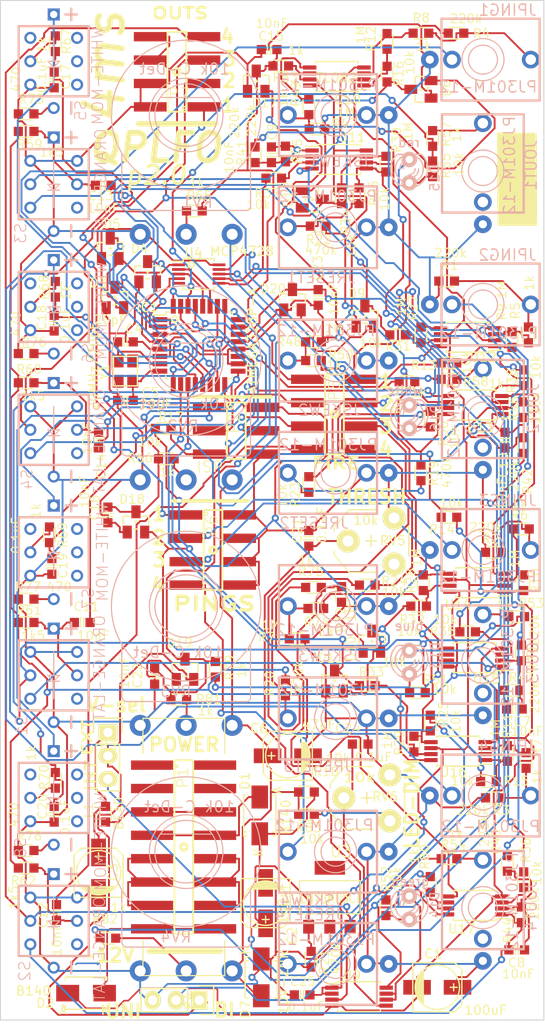
<source format=kicad_pcb>
(kicad_pcb (version 4) (host pcbnew "(2015-08-31 BZR 6135)-product")
  (layers (0 F.Cu signal) (31 B.Cu signal hide) (35 F.Paste user) (36 B.SilkS user hide) (37 F.SilkS user) (38 B.Mask user hide) (39 F.Mask user) (44 Edge.Cuts user))
  (net 0 "")
  (net 1 GND)
  (net 2 -12V)
  (net 3 +12V)
  (net 4 "Net-(C3-Pad1)")
  (net 5 "Net-(C4-Pad1)")
  (net 6 "Net-(C5-Pad1)")
  (net 7 VAA)
  (net 8 "Net-(C7-Pad1)")
  (net 9 "Net-(C7-Pad2)")
  (net 10 "Net-(C8-Pad1)")
  (net 11 "Net-(C8-Pad2)")
  (net 12 "Net-(C9-Pad1)")
  (net 13 "Net-(C9-Pad2)")
  (net 14 "Net-(C10-Pad1)")
  (net 15 "Net-(C10-Pad2)")
  (net 16 "Net-(C11-Pad1)")
  (net 17 RESETMUTE3)
  (net 18 "Net-(C12-Pad1)")
  (net 19 RESETMUTE4)
  (net 20 "Net-(C13-Pad1)")
  (net 21 RESETMUTE1)
  (net 22 "Net-(C14-Pad1)")
  (net 23 RESETMUTE2)
  (net 24 SKEW1-ADC)
  (net 25 SKEW3-ADC)
  (net 26 TAP1)
  (net 27 TAP2)
  (net 28 TAP3)
  (net 29 TAP4)
  (net 30 "Net-(C21-Pad1)")
  (net 31 SKEW2-ADC)
  (net 32 SKEW4-ADC)
  (net 33 "Net-(C24-Pad1)")
  (net 34 Vthresh)
  (net 35 PING2)
  (net 36 +5V)
  (net 37 PING3)
  (net 38 PING4)
  (net 39 PING1)
  (net 40 RESET2)
  (net 41 RESET3)
  (net 42 RESET4)
  (net 43 RESET1)
  (net 44 "Net-(D13-Pad1)")
  (net 45 VLED)
  (net 46 "Net-(D14-Pad1)")
  (net 47 "Net-(D15-Pad1)")
  (net 48 "Net-(D16-Pad1)")
  (net 49 TAPLED1)
  (net 50 TAPLED2)
  (net 51 TAPLED3)
  (net 52 TAPLED4)
  (net 53 "Net-(IC1-Pad27)")
  (net 54 "Net-(IC1-Pad28)")
  (net 55 "Net-(IC1-Pad29)")
  (net 56 "Net-(JOUT1-Pad3)")
  (net 57 "Net-(JOUT2-Pad3)")
  (net 58 "Net-(JOUT3-Pad3)")
  (net 59 "Net-(JOUT4-Pad3)")
  (net 60 PING2SW)
  (net 61 PING3SW)
  (net 62 PING4SW)
  (net 63 PING1SW)
  (net 64 "Net-(L1-Pad1)")
  (net 65 "Net-(P1-Pad2)")
  (net 66 "Net-(P1-Pad4)")
  (net 67 "Net-(P1-Pad1)")
  (net 68 "Net-(P1-Pad10)")
  (net 69 "Net-(P1-Pad11)")
  (net 70 "Net-(P1-Pad3)")
  (net 71 "Net-(P3-Pad3)")
  (net 72 Vpolar)
  (net 73 RESETMUTE1B)
  (net 74 RESETMUTE2B)
  (net 75 RESETMUTE3B)
  (net 76 RESETMUTE4B)
  (net 77 OUT1J)
  (net 78 OUT3J)
  (net 79 OUT4J)
  (net 80 OUT2J)
  (net 81 "Net-(R5-Pad1)")
  (net 82 "Net-(R10-Pad2)")
  (net 83 "Net-(R11-Pad2)")
  (net 84 "Net-(R12-Pad2)")
  (net 85 "Net-(R13-Pad1)")
  (net 86 "Net-(R10-Pad1)")
  (net 87 "Net-(R11-Pad1)")
  (net 88 "Net-(R12-Pad1)")
  (net 89 "Net-(R27-Pad1)")
  (net 90 "Net-(R28-Pad1)")
  (net 91 "Net-(R29-Pad1)")
  (net 92 "Net-(R30-Pad1)")
  (net 93 "Net-(R35-Pad1)")
  (net 94 ENVRAW3)
  (net 95 "Net-(R36-Pad1)")
  (net 96 ENVRAW4)
  (net 97 "Net-(R37-Pad1)")
  (net 98 ENVRAW1)
  (net 99 "Net-(R38-Pad1)")
  (net 100 ENVRAW2)
  (net 101 "Net-(R49-Pad1)")
  (net 102 "Net-(R50-Pad1)")
  (net 103 "Net-(R63-Pad2)")
  (net 104 "Net-(R64-Pad2)")
  (net 105 "Net-(R65-Pad2)")
  (net 106 "Net-(R66-Pad2)")
  (net 107 "Net-(R67-Pad2)")
  (net 108 "Net-(R68-Pad2)")
  (net 109 "Net-(R69-Pad2)")
  (net 110 "Net-(R70-Pad2)")
  (net 111 "Net-(R73-Pad2)")
  (net 112 "Net-(R74-Pad1)")
  (net 113 "Net-(R75-Pad1)")
  (net 114 "Net-(R76-Pad2)")
  (net 115 "Net-(R77-Pad2)")
  (net 116 "Net-(R78-Pad2)")
  (net 117 "Net-(R79-Pad2)")
  (net 118 "Net-(R80-Pad2)")
  (net 119 "Net-(R81-Pad2)")
  (net 120 "Net-(R82-Pad2)")
  (net 121 "Net-(R83-Pad1)")
  (net 122 "Net-(U4-Pad5)")
  (net 123 "Net-(S1-Pad3)")
  (net 124 "Net-(S2-Pad3)")
  (net 125 "Net-(S3-Pad3)")
  (net 126 "Net-(S4-Pad3)")
  (net 127 "Net-(S5-Pad1)")
  (net 128 "Net-(S5-Pad2)")
  (net 129 "Net-(S5-Pad3)")
  (net 130 "Net-(S5-Pad4)")
  (net 131 "Net-(S6-Pad1)")
  (net 132 "Net-(S6-Pad2)")
  (net 133 "Net-(S6-Pad3)")
  (net 134 "Net-(S6-Pad4)")
  (net 135 "Net-(S7-Pad1)")
  (net 136 "Net-(S7-Pad2)")
  (net 137 "Net-(S7-Pad3)")
  (net 138 "Net-(S7-Pad4)")
  (net 139 "Net-(S8-Pad1)")
  (net 140 "Net-(S8-Pad2)")
  (net 141 "Net-(S8-Pad3)")
  (net 142 "Net-(S8-Pad4)")
  (net 143 "Net-(JOUT1-Pad1)")
  (net 144 "Net-(JOUT2-Pad1)")
  (net 145 "Net-(JOUT3-Pad1)")
  (net 146 "Net-(JOUT4-Pad1)")
  (net 147 "Net-(JPING1-Pad1)")
  (net 148 "Net-(JPING2-Pad1)")
  (net 149 "Net-(JPING3-Pad1)")
  (net 150 "Net-(JPING4-Pad1)")
  (net 151 "Net-(JRESET1-Pad1)")
  (net 152 "Net-(JRESET2-Pad1)")
  (net 153 "Net-(JRESET3-Pad1)")
  (net 154 "Net-(JRESET4-Pad1)")
  (net 155 "Net-(JSKEW1-Pad1)")
  (net 156 "Net-(JSKEW2-Pad1)")
  (net 157 "Net-(JSKEW3-Pad1)")
  (net 158 "Net-(JSKEW4-Pad1)")
  (net 159 "Net-(D1-Pad2)")
  (net 160 "Net-(D2-Pad1)")
  (module Diodes_SMD:Diode-SMA_Standard (layer F.Cu) (at 48.4505 127.6985 270)
    (fp_text reference D7 (at 3.4925 1.7145 270) (layer F.SilkS))
    (fp_text value 10V-ZNR (at 0.508 -2.413 270) (layer F.SilkS))
    (fp_text user K (at -2.921 1.778 270) (layer F.SilkS))
    (pad 1 smd rect (at -1.99898 0 270) (size 2.49936 1.80086) (layers F.Cu F.Paste F.Mask) (net 1 GND))
    (pad 2 smd rect (at 1.99898 0 270) (size 2.49936 1.80086) (layers F.Cu F.Paste F.Mask) (net 7 VAA))
  )
  (module Housings_SSOP:TSSOP-8_4.4x3mm_Pitch0.65mm (layer F.Cu) (at 69.85 103.124 180)
    (fp_text reference U16 (at 0.508 -2.286 180) (layer F.SilkS))
    (fp_text value TL082)
    (pad 1 smd rect (at -2.95 -0.975 180) (size 1.45 0.45) (layers F.Cu F.Paste F.Mask) (net 87 "Net-(R11-Pad1)"))
    (pad 2 smd rect (at -2.95 -0.325 180) (size 1.45 0.45) (layers F.Cu F.Paste F.Mask) (net 34 Vthresh))
    (pad 3 smd rect (at -2.95 0.325 180) (size 1.45 0.45) (layers F.Cu F.Paste F.Mask) (net 83 "Net-(R11-Pad2)"))
    (pad 4 smd rect (at -2.95 0.975 180) (size 1.45 0.45) (layers F.Cu F.Paste F.Mask) (net 2 -12V))
    (pad 5 smd rect (at 2.95 0.975 180) (size 1.45 0.45) (layers F.Cu F.Paste F.Mask) (net 76 RESETMUTE4B))
    (pad 6 smd rect (at 2.95 0.325 180) (size 1.45 0.45) (layers F.Cu F.Paste F.Mask) (net 34 Vthresh))
    (pad 7 smd rect (at 2.95 -0.325 180) (size 1.45 0.45) (layers F.Cu F.Paste F.Mask) (net 91 "Net-(R29-Pad1)"))
    (pad 8 smd rect (at 2.95 -0.975 180) (size 1.45 0.45) (layers F.Cu F.Paste F.Mask) (net 3 +12V))
  )
  (module Capacitors_SMD:c_elec_5x5.3 (layer F.Cu) (at 67.5894 128.778)
    (fp_text reference C1 (at -0.4572 -3.6322) (layer F.SilkS))
    (fp_text value 100uF (at 5.2451 2.4765) (layer F.SilkS))
    (pad 1 smd rect (at 2.19964 0) (size 2.99974 1.6002) (layers F.Cu F.Paste F.Mask) (net 1 GND))
    (pad 2 smd rect (at -2.19964 0) (size 2.99974 1.6002) (layers F.Cu F.Paste F.Mask) (net 2 -12V))
  )
  (module Capacitors_SMD:c_elec_5x5.3 (layer F.Cu) (at 48.9204 119.634 270)
    (fp_text reference C2 (at 3.556 -2.8956 270) (layer F.SilkS))
    (fp_text value 100uF (at 0 -1.8796 450) (layer F.SilkS))
    (pad 1 smd rect (at 2.19964 0 270) (size 2.99974 1.6002) (layers F.Cu F.Paste F.Mask) (net 3 +12V))
    (pad 2 smd rect (at -2.19964 0 270) (size 2.99974 1.6002) (layers F.Cu F.Paste F.Mask) (net 1 GND))
  )
  (module Capacitors_SMD:c_elec_5x5.3 (layer F.Cu) (at 30.7594 116.332 90)
    (fp_text reference C3 (at 0.0508 1.5494 90) (layer F.SilkS))
    (fp_text value 100uF hide)
    (pad 1 smd rect (at 2.19964 0 90) (size 2.99974 1.6002) (layers F.Cu F.Paste F.Mask) (net 4 "Net-(C3-Pad1)"))
    (pad 2 smd rect (at -2.19964 0 90) (size 2.99974 1.6002) (layers F.Cu F.Paste F.Mask) (net 1 GND))
  )
  (module 4ms-main-parts:C0603 (layer F.Cu) (at 33.6804 58.674)
    (fp_text reference C4 (at -0.0889 -0.8255) (layer F.SilkS) (effects (font (size 0.9652 0.9652) (thickness 0.12192)) (justify left bottom)))
    (fp_text value 20pF (at -3.5179 -1.8415) (layer F.SilkS) (effects (font (size 0.9652 0.9652) (thickness 0.12192)) (justify left bottom)))
    (pad 1 smd rect (at -0.85 0) (size 1 1) (layers F.Cu F.Paste F.Mask) (net 5 "Net-(C4-Pad1)"))
    (pad 2 smd rect (at 0.85 0) (size 1 1) (layers F.Cu F.Paste F.Mask) (net 1 GND))
  )
  (module 4ms-main-parts:C0603 (layer F.Cu) (at 33.6804 65.024 180)
    (fp_text reference C5 (at -1.6891 0.3175 180) (layer F.SilkS) (effects (font (size 0.9652 0.9652) (thickness 0.12192)) (justify left bottom)))
    (fp_text value 20pF (at -1.4351 -0.9525 180) (layer F.SilkS) (effects (font (size 0.9652 0.9652) (thickness 0.12192)) (justify left bottom)))
    (pad 1 smd rect (at -0.85 0 180) (size 1 1) (layers F.Cu F.Paste F.Mask) (net 6 "Net-(C5-Pad1)"))
    (pad 2 smd rect (at 0.85 0 180) (size 1 1) (layers F.Cu F.Paste F.Mask) (net 1 GND))
  )
  (module Capacitors_SMD:c_elec_5x5.3 (layer F.Cu) (at 51.3334 103.632 180)
    (fp_text reference C6 (at 3.1369 2.9845 180) (layer F.SilkS))
    (fp_text value 47uF (at -3.3401 3.3655 180) (layer F.SilkS))
    (pad 1 smd rect (at 2.19964 0 180) (size 2.99974 1.6002) (layers F.Cu F.Paste F.Mask) (net 7 VAA))
    (pad 2 smd rect (at -2.19964 0 180) (size 2.99974 1.6002) (layers F.Cu F.Paste F.Mask) (net 1 GND))
  )
  (module 4ms-main-parts:C0603 (layer F.Cu) (at 75.9714 98.552)
    (fp_text reference C7 (at -0.1524 1.905) (layer F.SilkS) (effects (font (size 0.9652 0.9652) (thickness 0.12192)) (justify left bottom)))
    (fp_text value 10nF (at -0.4699 2.9845) (layer F.SilkS) (effects (font (size 0.9652 0.9652) (thickness 0.12192)) (justify left bottom)))
    (pad 1 smd rect (at -0.85 0) (size 1 1) (layers F.Cu F.Paste F.Mask) (net 8 "Net-(C7-Pad1)"))
    (pad 2 smd rect (at 0.85 0) (size 1 1) (layers F.Cu F.Paste F.Mask) (net 9 "Net-(C7-Pad2)"))
  )
  (module 4ms-main-parts:C0603 (layer F.Cu) (at 76.2254 124.714)
    (fp_text reference C8 (at -1.0414 1.9685) (layer F.SilkS) (effects (font (size 0.9652 0.9652) (thickness 0.12192)) (justify left bottom)))
    (fp_text value 10nF (at -1.6764 3.175) (layer F.SilkS) (effects (font (size 0.9652 0.9652) (thickness 0.12192)) (justify left bottom)))
    (pad 1 smd rect (at -0.85 0) (size 1 1) (layers F.Cu F.Paste F.Mask) (net 10 "Net-(C8-Pad1)"))
    (pad 2 smd rect (at 0.85 0) (size 1 1) (layers F.Cu F.Paste F.Mask) (net 11 "Net-(C8-Pad2)"))
  )
  (module 4ms-main-parts:C0603 (layer F.Cu) (at 49.5554 38.354 270)
    (fp_text reference C9 (at -1.4732 -0.6604 270) (layer F.SilkS) (effects (font (size 0.9652 0.9652) (thickness 0.12192)) (justify left bottom)))
    (fp_text value 10nF (at 2.1336 4.0386 270) (layer F.SilkS) (effects (font (size 0.9652 0.9652) (thickness 0.12192)) (justify left bottom)))
    (pad 1 smd rect (at -0.85 0 270) (size 1 1) (layers F.Cu F.Paste F.Mask) (net 12 "Net-(C9-Pad1)"))
    (pad 2 smd rect (at 0.85 0 270) (size 1 1) (layers F.Cu F.Paste F.Mask) (net 13 "Net-(C9-Pad2)"))
  )
  (module 4ms-main-parts:C0603 (layer F.Cu) (at 74.9554 69.342 270)
    (fp_text reference C10 (at 4.191 -0.4064 270) (layer F.SilkS) (effects (font (size 0.9652 0.9652) (thickness 0.12192)) (justify left bottom)))
    (fp_text value 10nF (at 7.6835 -0.2286 270) (layer F.SilkS) (effects (font (size 0.9652 0.9652) (thickness 0.12192)) (justify left bottom)))
    (pad 1 smd rect (at -0.85 0 270) (size 1 1) (layers F.Cu F.Paste F.Mask) (net 14 "Net-(C10-Pad1)"))
    (pad 2 smd rect (at 0.85 0 270) (size 1 1) (layers F.Cu F.Paste F.Mask) (net 15 "Net-(C10-Pad2)"))
  )
  (module 4ms-main-parts:C0603 (layer F.Cu) (at 28.9814 89.154)
    (fp_text reference C11 (at -1.016 -1.143) (layer F.SilkS) (effects (font (size 0.9652 0.9652) (thickness 0.12192)) (justify left bottom)))
    (fp_text value 10nF (at -0.635 1.98) (layer F.SilkS) (effects (font (size 0.9652 0.9652) (thickness 0.12192)) (justify left bottom)))
    (pad 1 smd rect (at -0.85 0) (size 1 1) (layers F.Cu F.Paste F.Mask) (net 16 "Net-(C11-Pad1)"))
    (pad 2 smd rect (at 0.85 0) (size 1 1) (layers F.Cu F.Paste F.Mask) (net 17 RESETMUTE3))
  )
  (module 4ms-main-parts:C0603 (layer F.Cu) (at 26.1874 120.65 90)
    (fp_text reference C12 (at -1.778 -0.9144 90) (layer F.SilkS) (effects (font (size 0.9652 0.9652) (thickness 0.12192)) (justify left bottom)))
    (fp_text value 10nF (at -4.826 0.6096 90) (layer F.SilkS) (effects (font (size 0.9652 0.9652) (thickness 0.12192)) (justify left bottom)))
    (pad 1 smd rect (at -0.85 0 90) (size 1 1) (layers F.Cu F.Paste F.Mask) (net 18 "Net-(C12-Pad1)"))
    (pad 2 smd rect (at 0.85 0 90) (size 1 1) (layers F.Cu F.Paste F.Mask) (net 19 RESETMUTE4))
  )
  (module 4ms-main-parts:C0603 (layer F.Cu) (at 31.2674 41.656)
    (fp_text reference C13 (at -1.7399 1.7145) (layer F.SilkS) (effects (font (size 0.9652 0.9652) (thickness 0.12192)) (justify left bottom)))
    (fp_text value 10nF (at -1.8669 3.048) (layer F.SilkS) (effects (font (size 0.9652 0.9652) (thickness 0.12192)) (justify left bottom)))
    (pad 1 smd rect (at -0.85 0) (size 1 1) (layers F.Cu F.Paste F.Mask) (net 20 "Net-(C13-Pad1)"))
    (pad 2 smd rect (at 0.85 0) (size 1 1) (layers F.Cu F.Paste F.Mask) (net 21 RESETMUTE1))
  )
  (module 4ms-main-parts:C0603 (layer F.Cu) (at 30.7594 69.342 270)
    (fp_text reference C14 (at 4.318 -0.8636 270) (layer F.SilkS) (effects (font (size 0.9652 0.9652) (thickness 0.12192)) (justify left bottom)))
    (fp_text value 10nF (at 1.651 0.6604 270) (layer F.SilkS) (effects (font (size 0.9652 0.9652) (thickness 0.12192)) (justify left bottom)))
    (pad 1 smd rect (at -0.85 0 270) (size 1 1) (layers F.Cu F.Paste F.Mask) (net 22 "Net-(C14-Pad1)"))
    (pad 2 smd rect (at 0.85 0 270) (size 1 1) (layers F.Cu F.Paste F.Mask) (net 23 RESETMUTE2))
  )
  (module 4ms-main-parts:C0603 (layer F.Cu) (at 49.3014 26.924 180)
    (fp_text reference C15 (at 1.27 0.889 180) (layer F.SilkS) (effects (font (size 0.9652 0.9652) (thickness 0.12192)) (justify left bottom)))
    (fp_text value 10nF (at 1.5494 2.286 180) (layer F.SilkS) (effects (font (size 0.9652 0.9652) (thickness 0.12192)) (justify left bottom)))
    (pad 1 smd rect (at -0.85 0 180) (size 1 1) (layers F.Cu F.Paste F.Mask) (net 24 SKEW1-ADC))
    (pad 2 smd rect (at 0.85 0 180) (size 1 1) (layers F.Cu F.Paste F.Mask) (net 1 GND))
  )
  (module 4ms-main-parts:C0603 (layer F.Cu) (at 31.7754 77.47 270)
    (fp_text reference C16 (at 0.6858 0.8636 270) (layer F.SilkS) (effects (font (size 0.9652 0.9652) (thickness 0.12192)) (justify left bottom)))
    (fp_text value 10nF (at -0.635 1.98 270) (layer F.SilkS) (effects (font (size 0.9652 0.9652) (thickness 0.12192)) (justify left bottom)))
    (pad 1 smd rect (at -0.85 0 270) (size 1 1) (layers F.Cu F.Paste F.Mask) (net 25 SKEW3-ADC))
    (pad 2 smd rect (at 0.85 0 270) (size 1 1) (layers F.Cu F.Paste F.Mask) (net 1 GND))
  )
  (module 4ms-main-parts:C0603 (layer F.Cu) (at 25.9334 30.226 90)
    (fp_text reference C17 (at -1.143 1.8034 90) (layer F.SilkS) (effects (font (size 0.9652 0.9652) (thickness 0.12192)) (justify left bottom)))
    (fp_text value 0.1uF (at -1.524 -0.7874 90) (layer F.SilkS) (effects (font (size 0.9652 0.9652) (thickness 0.12192)) (justify left bottom)))
    (pad 1 smd rect (at -0.85 0 90) (size 1 1) (layers F.Cu F.Paste F.Mask) (net 1 GND))
    (pad 2 smd rect (at 0.85 0 90) (size 1 1) (layers F.Cu F.Paste F.Mask) (net 26 TAP1))
  )
  (module 4ms-main-parts:C0603 (layer F.Cu) (at 25.9334 56.642 90)
    (fp_text reference C18 (at -0.889 -0.7874 90) (layer F.SilkS) (effects (font (size 0.9652 0.9652) (thickness 0.12192)) (justify left bottom)))
    (fp_text value 0.1uF (at -2.286 1.7526 90) (layer F.SilkS) (effects (font (size 0.9652 0.9652) (thickness 0.12192)) (justify left bottom)))
    (pad 1 smd rect (at -0.85 0 90) (size 1 1) (layers F.Cu F.Paste F.Mask) (net 1 GND))
    (pad 2 smd rect (at 0.85 0 90) (size 1 1) (layers F.Cu F.Paste F.Mask) (net 27 TAP2))
  )
  (module 4ms-main-parts:C0603 (layer F.Cu) (at 25.6794 83.058 90)
    (fp_text reference C19 (at -1.397 1.7526 90) (layer F.SilkS) (effects (font (size 0.9652 0.9652) (thickness 0.12192)) (justify left bottom)))
    (fp_text value 0.1uF (at 1.27 -3.3274 90) (layer F.SilkS) (effects (font (size 0.9652 0.9652) (thickness 0.12192)) (justify left bottom)))
    (pad 1 smd rect (at -0.85 0 90) (size 1 1) (layers F.Cu F.Paste F.Mask) (net 1 GND))
    (pad 2 smd rect (at 0.85 0 90) (size 1 1) (layers F.Cu F.Paste F.Mask) (net 28 TAP3))
  )
  (module 4ms-main-parts:C0603 (layer F.Cu) (at 25.9334 109.982 90)
    (fp_text reference C20 (at -0.635 -0.685 90) (layer F.SilkS) (effects (font (size 0.9652 0.9652) (thickness 0.12192)) (justify left bottom)))
    (fp_text value 0.1uF (at -2.413 1.7526 90) (layer F.SilkS) (effects (font (size 0.9652 0.9652) (thickness 0.12192)) (justify left bottom)))
    (pad 1 smd rect (at -0.85 0 90) (size 1 1) (layers F.Cu F.Paste F.Mask) (net 1 GND))
    (pad 2 smd rect (at 0.85 0 90) (size 1 1) (layers F.Cu F.Paste F.Mask) (net 29 TAP4))
  )
  (module 4ms-main-parts:C0603 (layer F.Cu) (at 53.6194 80.01 90)
    (fp_text reference C21 (at -0.635 -0.685 90) (layer F.SilkS) (effects (font (size 0.9652 0.9652) (thickness 0.12192)) (justify left bottom)))
    (fp_text value 0.1uF (at -0.635 1.98 90) (layer F.SilkS) (effects (font (size 0.9652 0.9652) (thickness 0.12192)) (justify left bottom)))
    (pad 1 smd rect (at -0.85 0 90) (size 1 1) (layers F.Cu F.Paste F.Mask) (net 30 "Net-(C21-Pad1)"))
    (pad 2 smd rect (at 0.85 0 90) (size 1 1) (layers F.Cu F.Paste F.Mask) (net 1 GND))
  )
  (module 4ms-main-parts:C0603 (layer F.Cu) (at 36.8554 94.996 270)
    (fp_text reference C22 (at 1.397 1.2954 270) (layer F.SilkS) (effects (font (size 0.9652 0.9652) (thickness 0.12192)) (justify left bottom)))
    (fp_text value 10nF (at 1.4605 2.6924 270) (layer F.SilkS) (effects (font (size 0.9652 0.9652) (thickness 0.12192)) (justify left bottom)))
    (pad 1 smd rect (at -0.85 0 270) (size 1 1) (layers F.Cu F.Paste F.Mask) (net 31 SKEW2-ADC))
    (pad 2 smd rect (at 0.85 0 270) (size 1 1) (layers F.Cu F.Paste F.Mask) (net 1 GND))
  )
  (module 4ms-main-parts:C0603 (layer F.Cu) (at 54.6354 53.848 270)
    (fp_text reference C23 (at -1.7145 -0.5461 270) (layer F.SilkS) (effects (font (size 0.9652 0.9652) (thickness 0.12192)) (justify left bottom)))
    (fp_text value 10nF (at 2.032 -2.2606 270) (layer F.SilkS) (effects (font (size 0.9652 0.9652) (thickness 0.12192)) (justify left bottom)))
    (pad 1 smd rect (at -0.85 0 270) (size 1 1) (layers F.Cu F.Paste F.Mask) (net 32 SKEW4-ADC))
    (pad 2 smd rect (at 0.85 0 270) (size 1 1) (layers F.Cu F.Paste F.Mask) (net 1 GND))
  )
  (module 4ms-main-parts:C0603 (layer F.Cu) (at 59.2074 102.362)
    (fp_text reference C24 (at -2.8194 -1.143) (layer F.SilkS) (effects (font (size 0.9652 0.9652) (thickness 0.12192)) (justify left bottom)))
    (fp_text value 0.1uF (at -0.635 1.98) (layer F.SilkS) (effects (font (size 0.9652 0.9652) (thickness 0.12192)) (justify left bottom)))
    (pad 1 smd rect (at -0.85 0) (size 1 1) (layers F.Cu F.Paste F.Mask) (net 33 "Net-(C24-Pad1)"))
    (pad 2 smd rect (at 0.85 0) (size 1 1) (layers F.Cu F.Paste F.Mask) (net 1 GND))
  )
  (module 4ms-main-parts:C0603 (layer F.Cu) (at 52.8955 129.6035 180)
    (fp_text reference C25 (at 1.4224 0.889 180) (layer F.SilkS) (effects (font (size 0.9652 0.9652) (thickness 0.12192)) (justify left bottom)))
    (fp_text value 0.1uF (at 1.651 -1.8415 360) (layer F.SilkS) (effects (font (size 0.9652 0.9652) (thickness 0.12192)) (justify left bottom)))
    (pad 1 smd rect (at -0.85 0 180) (size 1 1) (layers F.Cu F.Paste F.Mask) (net 34 Vthresh))
    (pad 2 smd rect (at 0.85 0 180) (size 1 1) (layers F.Cu F.Paste F.Mask) (net 1 GND))
  )
  (module LEDs:LED-3MM (layer B.Cu) (at 64.5414 93.472 90)
    (fp_text reference D13 (at 0.762 2.8321 90) (layer B.SilkS) (effects (justify mirror)))
    (fp_text value blue (at 3.937 -0.0254 180) (layer B.SilkS) (effects (justify mirror)))
    (pad 1 thru_hole circle (at -1.27 0 90) (size 1.6764 1.6764) (drill 0.8128) (layers *.Cu *.Mask B.SilkS) (net 44 "Net-(D13-Pad1)"))
    (pad 2 thru_hole circle (at 1.27 0 90) (size 1.6764 1.6764) (drill 0.8128) (layers *.Cu *.Mask B.SilkS) (net 45 VLED))
  )
  (module LEDs:LED-3MM (layer B.Cu) (at 64.5414 120.142 90)
    (fp_text reference D14 (at 0.3175 2.7686 90) (layer B.SilkS) (effects (justify mirror)))
    (fp_text value green (at 2.8575 0.1016 180) (layer B.SilkS) (effects (justify mirror)))
    (pad 1 thru_hole circle (at -1.27 0 90) (size 1.6764 1.6764) (drill 0.8128) (layers *.Cu *.Mask B.SilkS) (net 46 "Net-(D14-Pad1)"))
    (pad 2 thru_hole circle (at 1.27 0 90) (size 1.6764 1.6764) (drill 0.8128) (layers *.Cu *.Mask B.SilkS) (net 45 VLED))
  )
  (module LEDs:LED-3MM (layer B.Cu) (at 64.5414 40.132 90)
    (fp_text reference D15 (at -0.762 2.7686 90) (layer B.SilkS) (effects (justify mirror)))
    (fp_text value red (at 3.1115 -0.0254 180) (layer B.SilkS) (effects (justify mirror)))
    (pad 1 thru_hole circle (at -1.27 0 90) (size 1.6764 1.6764) (drill 0.8128) (layers *.Cu *.Mask B.SilkS) (net 47 "Net-(D15-Pad1)"))
    (pad 2 thru_hole circle (at 1.27 0 90) (size 1.6764 1.6764) (drill 0.8128) (layers *.Cu *.Mask B.SilkS) (net 45 VLED))
  )
  (module LEDs:LED-3MM (layer B.Cu) (at 64.5414 66.802 90)
    (fp_text reference D16 (at -0.127 2.8321 90) (layer B.SilkS) (effects (justify mirror)))
    (fp_text value white (at 2.8575 -0.5334 180) (layer B.SilkS) (effects (justify mirror)))
    (pad 1 thru_hole circle (at -1.27 0 90) (size 1.6764 1.6764) (drill 0.8128) (layers *.Cu *.Mask B.SilkS) (net 48 "Net-(D16-Pad1)"))
    (pad 2 thru_hole circle (at 1.27 0 90) (size 1.6764 1.6764) (drill 0.8128) (layers *.Cu *.Mask B.SilkS) (net 45 VLED))
  )
  (module Housings_QFP:TQFP-32_7x7mm_Pitch0.8mm (layer F.Cu) (at 41.6814 59.055)
    (fp_text reference IC1 (at -5.6134 -4.1275) (layer F.SilkS))
    (fp_text value ATMEGA328P-A (at 5.8166 -0.508 90) (layer F.SilkS))
    (pad 1 smd rect (at -4.25 -2.8) (size 1.6 0.55) (layers F.Cu F.Paste F.Mask) (net 38 PING4))
    (pad 2 smd rect (at -4.25 -2) (size 1.6 0.55) (layers F.Cu F.Paste F.Mask) (net 43 RESET1))
    (pad 3 smd rect (at -4.25 -1.2) (size 1.6 0.55) (layers F.Cu F.Paste F.Mask) (net 1 GND))
    (pad 4 smd rect (at -4.25 -0.4) (size 1.6 0.55) (layers F.Cu F.Paste F.Mask) (net 36 +5V))
    (pad 5 smd rect (at -4.25 0.4) (size 1.6 0.55) (layers F.Cu F.Paste F.Mask) (net 1 GND))
    (pad 6 smd rect (at -4.25 1.2) (size 1.6 0.55) (layers F.Cu F.Paste F.Mask) (net 36 +5V))
    (pad 7 smd rect (at -4.25 2) (size 1.6 0.55) (layers F.Cu F.Paste F.Mask) (net 5 "Net-(C4-Pad1)"))
    (pad 8 smd rect (at -4.25 2.8) (size 1.6 0.55) (layers F.Cu F.Paste F.Mask) (net 6 "Net-(C5-Pad1)"))
    (pad 9 smd rect (at -2.8 4.25 90) (size 1.6 0.55) (layers F.Cu F.Paste F.Mask) (net 40 RESET2))
    (pad 10 smd rect (at -2 4.25 90) (size 1.6 0.55) (layers F.Cu F.Paste F.Mask) (net 41 RESET3))
    (pad 11 smd rect (at -1.2 4.25 90) (size 1.6 0.55) (layers F.Cu F.Paste F.Mask) (net 42 RESET4))
    (pad 12 smd rect (at -0.4 4.25 90) (size 1.6 0.55) (layers F.Cu F.Paste F.Mask) (net 26 TAP1))
    (pad 13 smd rect (at 0.4 4.25 90) (size 1.6 0.55) (layers F.Cu F.Paste F.Mask) (net 27 TAP2))
    (pad 14 smd rect (at 1.2 4.25 90) (size 1.6 0.55) (layers F.Cu F.Paste F.Mask) (net 49 TAPLED1))
    (pad 15 smd rect (at 2 4.25 90) (size 1.6 0.55) (layers F.Cu F.Paste F.Mask) (net 50 TAPLED2))
    (pad 16 smd rect (at 2.8 4.25 90) (size 1.6 0.55) (layers F.Cu F.Paste F.Mask) (net 51 TAPLED3))
    (pad 17 smd rect (at 4.25 2.8) (size 1.6 0.55) (layers F.Cu F.Paste F.Mask) (net 52 TAPLED4))
    (pad 18 smd rect (at 4.25 2) (size 1.6 0.55) (layers F.Cu F.Paste F.Mask) (net 36 +5V))
    (pad 19 smd rect (at 4.25 1.2) (size 1.6 0.55) (layers F.Cu F.Paste F.Mask) (net 25 SKEW3-ADC))
    (pad 20 smd rect (at 4.25 0.4) (size 1.6 0.55) (layers F.Cu F.Paste F.Mask) (net 36 +5V))
    (pad 21 smd rect (at 4.25 -0.4) (size 1.6 0.55) (layers F.Cu F.Paste F.Mask) (net 1 GND))
    (pad 22 smd rect (at 4.25 -1.2) (size 1.6 0.55) (layers F.Cu F.Paste F.Mask) (net 32 SKEW4-ADC))
    (pad 23 smd rect (at 4.25 -2) (size 1.6 0.55) (layers F.Cu F.Paste F.Mask) (net 24 SKEW1-ADC))
    (pad 24 smd rect (at 4.25 -2.8) (size 1.6 0.55) (layers F.Cu F.Paste F.Mask) (net 31 SKEW2-ADC))
    (pad 25 smd rect (at 2.8 -4.25 90) (size 1.6 0.55) (layers F.Cu F.Paste F.Mask) (net 28 TAP3))
    (pad 26 smd rect (at 2 -4.25 90) (size 1.6 0.55) (layers F.Cu F.Paste F.Mask) (net 29 TAP4))
    (pad 27 smd rect (at 1.2 -4.25 90) (size 1.6 0.55) (layers F.Cu F.Paste F.Mask) (net 53 "Net-(IC1-Pad27)"))
    (pad 28 smd rect (at 0.4 -4.25 90) (size 1.6 0.55) (layers F.Cu F.Paste F.Mask) (net 54 "Net-(IC1-Pad28)"))
    (pad 29 smd rect (at -0.4 -4.25 90) (size 1.6 0.55) (layers F.Cu F.Paste F.Mask) (net 55 "Net-(IC1-Pad29)"))
    (pad 30 smd rect (at -1.2 -4.25 90) (size 1.6 0.55) (layers F.Cu F.Paste F.Mask) (net 39 PING1))
    (pad 31 smd rect (at -2 -4.25 90) (size 1.6 0.55) (layers F.Cu F.Paste F.Mask) (net 35 PING2))
    (pad 32 smd rect (at -2.8 -4.25 90) (size 1.6 0.55) (layers F.Cu F.Paste F.Mask) (net 37 PING3))
  )
  (module 4ms-main-parts:PJ301M-12-FIX (layer B.Cu) (at 72.5424 40.132 270)
    (fp_text reference JOUT1 (at -3.4925 -5.9436 270) (layer B.SilkS) (effects (font (size 1.2065 1.2065) (thickness 0.1524)) (justify left bottom mirror)))
    (fp_text value PJ301M-12 (at -6.096 -3.5941 270) (layer B.SilkS) (effects (font (size 1.2065 1.2065) (thickness 0.1524)) (justify left bottom mirror)))
    (pad 1 thru_hole circle (at -5.207 0 270) (size 1.9304 1.9304) (drill 1.143) (layers *.Cu *.Mask) (net 143 "Net-(JOUT1-Pad1)"))
    (pad 2 thru_hole circle (at 5.7658 0 270) (size 1.9304 1.9304) (drill 0.889) (layers *.Cu *.Mask) (net 1 GND))
    (pad 3 thru_hole circle (at 3.3528 0 270) (size 1.9304 1.9304) (drill 1.143) (layers *.Cu *.Mask) (net 56 "Net-(JOUT1-Pad3)"))
  )
  (module 4ms-main-parts:PJ301M-12-FIX (layer B.Cu) (at 72.5424 66.802 270)
    (fp_text reference JOUT2 (at -3.7465 -6.1976 270) (layer B.SilkS) (effects (font (size 1.2065 1.2065) (thickness 0.1524)) (justify left bottom mirror)))
    (fp_text value PJ301M-12 (at -6.35 2.4384 270) (layer B.SilkS) (effects (font (size 1.2065 1.2065) (thickness 0.1524)) (justify left bottom mirror)))
    (pad 1 thru_hole circle (at -5.207 0 270) (size 1.9304 1.9304) (drill 1.143) (layers *.Cu *.Mask) (net 144 "Net-(JOUT2-Pad1)"))
    (pad 2 thru_hole circle (at 5.7658 0 270) (size 1.9304 1.9304) (drill 0.889) (layers *.Cu *.Mask) (net 1 GND))
    (pad 3 thru_hole circle (at 3.3528 0 270) (size 1.9304 1.9304) (drill 1.143) (layers *.Cu *.Mask) (net 57 "Net-(JOUT2-Pad3)"))
  )
  (module 4ms-main-parts:PJ301M-12-FIX (layer B.Cu) (at 72.5424 93.472 270)
    (fp_text reference JOUT3 (at -3.2385 -6.1341 270) (layer B.SilkS) (effects (font (size 1.2065 1.2065) (thickness 0.1524)) (justify left bottom mirror)))
    (fp_text value PJ301M-12 (at -5.969 -3.4036 270) (layer B.SilkS) (effects (font (size 1.2065 1.2065) (thickness 0.1524)) (justify left bottom mirror)))
    (pad 1 thru_hole circle (at -5.207 0 270) (size 1.9304 1.9304) (drill 1.143) (layers *.Cu *.Mask) (net 145 "Net-(JOUT3-Pad1)"))
    (pad 2 thru_hole circle (at 5.7658 0 270) (size 1.9304 1.9304) (drill 0.889) (layers *.Cu *.Mask) (net 1 GND))
    (pad 3 thru_hole circle (at 3.3528 0 270) (size 1.9304 1.9304) (drill 1.143) (layers *.Cu *.Mask) (net 58 "Net-(JOUT3-Pad3)"))
  )
  (module 4ms-main-parts:PJ301M-12-FIX (layer B.Cu) (at 72.5424 120.142 270)
    (fp_text reference JOUT4 (at -3.048 -5.9436 270) (layer B.SilkS) (effects (font (size 1.2065 1.2065) (thickness 0.1524)) (justify left bottom mirror)))
    (fp_text value PJ301M-12 (at -6.1595 -3.9116 270) (layer B.SilkS) (effects (font (size 1.2065 1.2065) (thickness 0.1524)) (justify left bottom mirror)))
    (pad 1 thru_hole circle (at -5.207 0 270) (size 1.9304 1.9304) (drill 1.143) (layers *.Cu *.Mask) (net 146 "Net-(JOUT4-Pad1)"))
    (pad 2 thru_hole circle (at 5.7658 0 270) (size 1.9304 1.9304) (drill 0.889) (layers *.Cu *.Mask) (net 1 GND))
    (pad 3 thru_hole circle (at 3.3528 0 270) (size 1.9304 1.9304) (drill 1.143) (layers *.Cu *.Mask) (net 59 "Net-(JOUT4-Pad3)"))
  )
  (module 4ms-main-parts:PJ301M-12-FIX (layer B.Cu) (at 72.5424 28.0162 180)
    (fp_text reference JPING1 (at -5.9436 4.6736 180) (layer B.SilkS) (effects (font (size 1.2065 1.2065) (thickness 0.1524)) (justify left bottom mirror)))
    (fp_text value PJ301M-12 (at -6.0071 -3.6703 180) (layer B.SilkS) (effects (font (size 1.2065 1.2065) (thickness 0.1524)) (justify left bottom mirror)))
    (pad 1 thru_hole circle (at -5.207 0 180) (size 1.9304 1.9304) (drill 1.143) (layers *.Cu *.Mask) (net 147 "Net-(JPING1-Pad1)"))
    (pad 2 thru_hole circle (at 5.7658 0 180) (size 1.9304 1.9304) (drill 0.889) (layers *.Cu *.Mask) (net 1 GND))
    (pad 3 thru_hole circle (at 3.3528 0 180) (size 1.9304 1.9304) (drill 1.143) (layers *.Cu *.Mask) (net 63 PING1SW))
  )
  (module 4ms-main-parts:PJ301M-12-FIX (layer B.Cu) (at 72.5424 54.61 180)
    (fp_text reference JPING2 (at -5.9436 4.6736 180) (layer B.SilkS) (effects (font (size 1.2065 1.2065) (thickness 0.1524)) (justify left bottom mirror)))
    (fp_text value PJ301M-12 (at -6.1341 -3.81 180) (layer B.SilkS) (effects (font (size 1.2065 1.2065) (thickness 0.1524)) (justify left bottom mirror)))
    (pad 1 thru_hole circle (at -5.207 0 180) (size 1.9304 1.9304) (drill 1.143) (layers *.Cu *.Mask) (net 148 "Net-(JPING2-Pad1)"))
    (pad 2 thru_hole circle (at 5.7658 0 180) (size 1.9304 1.9304) (drill 0.889) (layers *.Cu *.Mask) (net 1 GND))
    (pad 3 thru_hole circle (at 3.3528 0 180) (size 1.9304 1.9304) (drill 1.143) (layers *.Cu *.Mask) (net 60 PING2SW))
  )
  (module 4ms-main-parts:PJ301M-12-FIX (layer B.Cu) (at 72.5424 81.28 180)
    (fp_text reference JPING3 (at -5.9436 4.6736 180) (layer B.SilkS) (effects (font (size 1.2065 1.2065) (thickness 0.1524)) (justify left bottom mirror)))
    (fp_text value PJ301M-12 (at -5.9436 -3.6195 180) (layer B.SilkS) (effects (font (size 1.2065 1.2065) (thickness 0.1524)) (justify left bottom mirror)))
    (pad 1 thru_hole circle (at -5.207 0 180) (size 1.9304 1.9304) (drill 1.143) (layers *.Cu *.Mask) (net 149 "Net-(JPING3-Pad1)"))
    (pad 2 thru_hole circle (at 5.7658 0 180) (size 1.9304 1.9304) (drill 0.889) (layers *.Cu *.Mask) (net 1 GND))
    (pad 3 thru_hole circle (at 3.3528 0 180) (size 1.9304 1.9304) (drill 1.143) (layers *.Cu *.Mask) (net 61 PING3SW))
  )
  (module 4ms-main-parts:PJ301M-12-FIX (layer B.Cu) (at 72.5424 107.95 180)
    (fp_text reference JPING4 (at -5.9436 4.6736 180) (layer B.SilkS) (effects (font (size 1.2065 1.2065) (thickness 0.1524)) (justify left bottom mirror)))
    (fp_text value PJ301M-12 (at -6.3246 -4.064 180) (layer B.SilkS) (effects (font (size 1.2065 1.2065) (thickness 0.1524)) (justify left bottom mirror)))
    (pad 1 thru_hole circle (at -5.207 0 180) (size 1.9304 1.9304) (drill 1.143) (layers *.Cu *.Mask) (net 150 "Net-(JPING4-Pad1)"))
    (pad 2 thru_hole circle (at 5.7658 0 180) (size 1.9304 1.9304) (drill 0.889) (layers *.Cu *.Mask) (net 1 GND))
    (pad 3 thru_hole circle (at 3.3528 0 180) (size 1.9304 1.9304) (drill 1.143) (layers *.Cu *.Mask) (net 62 PING4SW))
  )
  (module 4ms-main-parts:PJ301M-12-FIX (layer B.Cu) (at 56.5404 46.228)
    (fp_text reference JRESET1 (at 2.2606 6.1595) (layer B.SilkS) (effects (font (size 1.2065 1.2065) (thickness 0.1524)) (justify left bottom mirror)))
    (fp_text value PJ301M-12 (at 4.6101 -2.667) (layer B.SilkS) (effects (font (size 1.2065 1.2065) (thickness 0.1524)) (justify left bottom mirror)))
    (pad 1 thru_hole circle (at -5.207 0) (size 1.9304 1.9304) (drill 1.143) (layers *.Cu *.Mask) (net 151 "Net-(JRESET1-Pad1)"))
    (pad 2 thru_hole circle (at 5.7658 0) (size 1.9304 1.9304) (drill 0.889) (layers *.Cu *.Mask) (net 1 GND))
    (pad 3 thru_hole circle (at 3.3528 0) (size 1.9304 1.9304) (drill 1.143) (layers *.Cu *.Mask) (net 1 GND))
  )
  (module 4ms-main-parts:PJ301M-12-FIX (layer B.Cu) (at 56.5404 72.898)
    (fp_text reference JRESET2 (at 1.4986 6.1595) (layer B.SilkS) (effects (font (size 1.2065 1.2065) (thickness 0.1524)) (justify left bottom mirror)))
    (fp_text value PJ301M-12 (at 4.6736 -2.3495) (layer B.SilkS) (effects (font (size 1.2065 1.2065) (thickness 0.1524)) (justify left bottom mirror)))
    (pad 1 thru_hole circle (at -5.207 0) (size 1.9304 1.9304) (drill 1.143) (layers *.Cu *.Mask) (net 152 "Net-(JRESET2-Pad1)"))
    (pad 2 thru_hole circle (at 5.7658 0) (size 1.9304 1.9304) (drill 0.889) (layers *.Cu *.Mask) (net 1 GND))
    (pad 3 thru_hole circle (at 3.3528 0) (size 1.9304 1.9304) (drill 1.143) (layers *.Cu *.Mask) (net 1 GND))
  )
  (module 4ms-main-parts:PJ301M-12-FIX (layer B.Cu) (at 56.5404 99.568)
    (fp_text reference JRESET3 (at 1.9431 5.9055) (layer B.SilkS) (effects (font (size 1.2065 1.2065) (thickness 0.1524)) (justify left bottom mirror)))
    (fp_text value PJ301M-12 (at 4.7371 -2.3495) (layer B.SilkS) (effects (font (size 1.2065 1.2065) (thickness 0.1524)) (justify left bottom mirror)))
    (pad 1 thru_hole circle (at -5.207 0) (size 1.9304 1.9304) (drill 1.143) (layers *.Cu *.Mask) (net 153 "Net-(JRESET3-Pad1)"))
    (pad 2 thru_hole circle (at 5.7658 0) (size 1.9304 1.9304) (drill 0.889) (layers *.Cu *.Mask) (net 1 GND))
    (pad 3 thru_hole circle (at 3.3528 0) (size 1.9304 1.9304) (drill 1.143) (layers *.Cu *.Mask) (net 1 GND))
  )
  (module 4ms-main-parts:PJ301M-12-FIX (layer B.Cu) (at 56.5404 126.238)
    (fp_text reference JRESET4 (at 0.9906 -4.6355) (layer B.SilkS) (effects (font (size 1.2065 1.2065) (thickness 0.1524)) (justify left bottom mirror)))
    (fp_text value PJ301M-12 (at 4.4196 -1.9685) (layer B.SilkS) (effects (font (size 1.2065 1.2065) (thickness 0.1524)) (justify left bottom mirror)))
    (pad 1 thru_hole circle (at -5.207 0) (size 1.9304 1.9304) (drill 1.143) (layers *.Cu *.Mask) (net 154 "Net-(JRESET4-Pad1)"))
    (pad 2 thru_hole circle (at 5.7658 0) (size 1.9304 1.9304) (drill 0.889) (layers *.Cu *.Mask) (net 1 GND))
    (pad 3 thru_hole circle (at 3.3528 0) (size 1.9304 1.9304) (drill 1.143) (layers *.Cu *.Mask) (net 1 GND))
  )
  (module 4ms-main-parts:PJ301M-12-FIX (layer B.Cu) (at 56.5404 34.036)
    (fp_text reference JSKEW1 (at 4.0386 5.715) (layer B.SilkS) (effects (font (size 1.2065 1.2065) (thickness 0.1524)) (justify left bottom mirror)))
    (fp_text value PJ301M-12 (at 4.7371 -2.54) (layer B.SilkS) (effects (font (size 1.2065 1.2065) (thickness 0.1524)) (justify left bottom mirror)))
    (pad 1 thru_hole circle (at -5.207 0) (size 1.9304 1.9304) (drill 1.143) (layers *.Cu *.Mask) (net 155 "Net-(JSKEW1-Pad1)"))
    (pad 2 thru_hole circle (at 5.7658 0) (size 1.9304 1.9304) (drill 0.889) (layers *.Cu *.Mask) (net 1 GND))
    (pad 3 thru_hole circle (at 3.3528 0) (size 1.9304 1.9304) (drill 1.143) (layers *.Cu *.Mask) (net 1 GND))
  )
  (module 4ms-main-parts:PJ301M-12-FIX (layer B.Cu) (at 56.5404 60.706)
    (fp_text reference JSKEW2 (at 2.8956 6.096) (layer B.SilkS) (effects (font (size 1.2065 1.2065) (thickness 0.1524)) (justify left bottom mirror)))
    (fp_text value PJ301M-12 (at 4.4196 -2.54) (layer B.SilkS) (effects (font (size 1.2065 1.2065) (thickness 0.1524)) (justify left bottom mirror)))
    (pad 1 thru_hole circle (at -5.207 0) (size 1.9304 1.9304) (drill 1.143) (layers *.Cu *.Mask) (net 156 "Net-(JSKEW2-Pad1)"))
    (pad 2 thru_hole circle (at 5.7658 0) (size 1.9304 1.9304) (drill 0.889) (layers *.Cu *.Mask) (net 1 GND))
    (pad 3 thru_hole circle (at 3.3528 0) (size 1.9304 1.9304) (drill 1.143) (layers *.Cu *.Mask) (net 1 GND))
  )
  (module 4ms-main-parts:PJ301M-12-FIX (layer B.Cu) (at 56.5404 87.376)
    (fp_text reference JSKEW3 (at 2.8956 6.096) (layer B.SilkS) (effects (font (size 1.2065 1.2065) (thickness 0.1524)) (justify left bottom mirror)))
    (fp_text value PJ301M-12 (at 4.2926 3.302) (layer B.SilkS) (effects (font (size 1.2065 1.2065) (thickness 0.1524)) (justify left bottom mirror)))
    (pad 1 thru_hole circle (at -5.207 0) (size 1.9304 1.9304) (drill 1.143) (layers *.Cu *.Mask) (net 157 "Net-(JSKEW3-Pad1)"))
    (pad 2 thru_hole circle (at 5.7658 0) (size 1.9304 1.9304) (drill 0.889) (layers *.Cu *.Mask) (net 1 GND))
    (pad 3 thru_hole circle (at 3.3528 0) (size 1.9304 1.9304) (drill 1.143) (layers *.Cu *.Mask) (net 1 GND))
  )
  (module 4ms-main-parts:PJ301M-12-FIX (layer B.Cu) (at 56.5404 114.046)
    (fp_text reference JSKEW4 (at 0.9271 6.0325) (layer B.SilkS) (effects (font (size 1.2065 1.2065) (thickness 0.1524)) (justify left bottom mirror)))
    (fp_text value PJ301M-12 (at 4.2291 -2.159) (layer B.SilkS) (effects (font (size 1.2065 1.2065) (thickness 0.1524)) (justify left bottom mirror)))
    (pad 1 thru_hole circle (at -5.207 0) (size 1.9304 1.9304) (drill 1.143) (layers *.Cu *.Mask) (net 158 "Net-(JSKEW4-Pad1)"))
    (pad 2 thru_hole circle (at 5.7658 0) (size 1.9304 1.9304) (drill 0.889) (layers *.Cu *.Mask) (net 1 GND))
    (pad 3 thru_hole circle (at 3.3528 0) (size 1.9304 1.9304) (drill 1.143) (layers *.Cu *.Mask) (net 1 GND))
  )
  (module 4ms-main-parts:R0603 (layer F.Cu) (at 31.5214 109.982 90)
    (fp_text reference L1 (at -0.508 -1.27 90) (layer F.SilkS) (effects (font (size 0.9652 0.9652) (thickness 0.12192)) (justify left bottom)))
    (fp_text value BEAD (at -1.778 2.0066 90) (layer F.SilkS) (effects (font (size 0.9652 0.9652) (thickness 0.12192)) (justify left bottom)))
    (pad 1 smd rect (at -0.85 0 90) (size 1 1) (layers F.Cu F.Paste F.Mask) (net 64 "Net-(L1-Pad1)"))
    (pad 2 smd rect (at 0.85 0 90) (size 1 1) (layers F.Cu F.Paste F.Mask) (net 4 "Net-(C3-Pad1)"))
  )
  (module 4ms-main-parts:HEADER-2X8-SMT-SHROUDED (layer F.Cu) (at 40.0304 113.538 270)
    (fp_text reference P1 (at -6.2738 -0.5842 450) (layer F.SilkS) (effects (font (size 1.2065 1.2065) (thickness 0.1016)) (justify left bottom)))
    (fp_text value HE10-16 hide)
    (pad 2 smd rect (at -8.89 -3.4072 270) (size 1.016 4.572) (layers F.Cu F.Paste F.Mask) (net 65 "Net-(P1-Pad2)"))
    (pad 4 smd rect (at -6.35 -3.4072 270) (size 1.016 4.572) (layers F.Cu F.Paste F.Mask) (net 66 "Net-(P1-Pad4)"))
    (pad 6 smd rect (at -3.81 -3.4072 270) (size 1.016 4.572) (layers F.Cu F.Paste F.Mask) (net 64 "Net-(L1-Pad1)"))
    (pad 1 smd rect (at -8.89 3.458 90) (size 1.016 4.572) (layers F.Cu F.Paste F.Mask) (net 67 "Net-(P1-Pad1)"))
    (pad 5 smd rect (at -3.81 3.458 90) (size 1.016 4.572) (layers F.Cu F.Paste F.Mask) (net 64 "Net-(L1-Pad1)"))
    (pad 8 smd rect (at -1.27 -3.4072 270) (size 1.016 4.572) (layers F.Cu F.Paste F.Mask) (net 159 "Net-(D1-Pad2)"))
    (pad 7 smd rect (at -1.27 3.458 90) (size 1.016 4.572) (layers F.Cu F.Paste F.Mask) (net 159 "Net-(D1-Pad2)"))
    (pad 10 smd rect (at 1.27 -3.4072 270) (size 1.016 4.572) (layers F.Cu F.Paste F.Mask) (net 68 "Net-(P1-Pad10)"))
    (pad 9 smd rect (at 1.27 3.458 90) (size 1.016 4.572) (layers F.Cu F.Paste F.Mask) (net 69 "Net-(P1-Pad11)"))
    (pad 12 smd rect (at 3.81 -3.4072 270) (size 1.016 4.572) (layers F.Cu F.Paste F.Mask) (net 68 "Net-(P1-Pad10)"))
    (pad 11 smd rect (at 3.81 3.458 90) (size 1.016 4.572) (layers F.Cu F.Paste F.Mask) (net 69 "Net-(P1-Pad11)"))
    (pad 14 smd rect (at 6.35 -3.4072 270) (size 1.016 4.572) (layers F.Cu F.Paste F.Mask) (net 68 "Net-(P1-Pad10)"))
    (pad 13 smd rect (at 6.35 3.458 90) (size 1.016 4.572) (layers F.Cu F.Paste F.Mask) (net 69 "Net-(P1-Pad11)"))
    (pad 16 smd rect (at 8.89 -3.4072 270) (size 1.016 4.572) (layers F.Cu F.Paste F.Mask) (net 160 "Net-(D2-Pad1)"))
    (pad 15 smd rect (at 8.89 3.458 90) (size 1.016 4.572) (layers F.Cu F.Paste F.Mask) (net 160 "Net-(D2-Pad1)"))
    (pad 3 smd rect (at -6.35 3.458 90) (size 1.016 4.572) (layers F.Cu F.Paste F.Mask) (net 70 "Net-(P1-Pad3)"))
  )
  (module 4ms-main-parts:HEADER-2X3-SMT (layer F.Cu) (at 45.7454 68.326 270)
    (fp_text reference P2 (at 0.4064 -0.4826 450) (layer F.SilkS) (effects (font (size 1.2065 1.2065) (thickness 0.1016)) (justify left bottom)))
    (fp_text value ISP (at 4.6355 4.4069 360) (layer F.SilkS) (effects (font (size 1.2065 1.2065) (thickness 0.1016)) (justify left bottom)))
    (pad 2 smd rect (at -2.54 -2.8992 270) (size 1.016 3.556) (layers F.Cu F.Paste F.Mask) (net 36 +5V))
    (pad 4 smd rect (at 0 -2.8992 270) (size 1.016 3.556) (layers F.Cu F.Paste F.Mask) (net 50 TAPLED2))
    (pad 6 smd rect (at 2.54 -2.8992 270) (size 1.016 3.556) (layers F.Cu F.Paste F.Mask) (net 1 GND))
    (pad 1 smd rect (at -2.54 2.95 90) (size 1.016 3.556) (layers F.Cu F.Paste F.Mask) (net 51 TAPLED3))
    (pad 5 smd rect (at 2.54 2.95 90) (size 1.016 3.556) (layers F.Cu F.Paste F.Mask) (net 55 "Net-(IC1-Pad29)"))
    (pad 3 smd rect (at 0 2.95 90) (size 1.016 3.556) (layers F.Cu F.Paste F.Mask) (net 52 TAPLED4))
  )
  (module Pin_Headers:Pin_Header_Straight_1x03 (layer F.Cu) (at 31.7754 101.092)
    (fp_text reference P3 (at 0.0381 1.4605) (layer F.SilkS))
    (fp_text value HEADER-MALE-1X3-TH hide)
    (pad 1 thru_hole rect (at 0 0) (size 2.032 1.7272) (drill 1.016) (layers *.Cu *.Mask F.SilkS) (net 4 "Net-(C3-Pad1)"))
    (pad 2 thru_hole oval (at 0 2.54) (size 2.032 1.7272) (drill 1.016) (layers *.Cu *.Mask F.SilkS) (net 36 +5V))
    (pad 3 thru_hole oval (at 0 5.08) (size 2.032 1.7272) (drill 1.016) (layers *.Cu *.Mask F.SilkS) (net 71 "Net-(P3-Pad3)"))
  )
  (module Pin_Headers:Pin_Header_Straight_1x03 (layer F.Cu) (at 41.7195 130.175 270)
    (fp_text reference P4 (at 0.0635 1.0795 270) (layer F.SilkS))
    (fp_text value HEADER-MALE-1X3-TH hide)
    (pad 1 thru_hole rect (at 0 0 270) (size 2.032 1.7272) (drill 1.016) (layers *.Cu *.Mask F.SilkS) (net 36 +5V))
    (pad 2 thru_hole oval (at 0 2.54 270) (size 2.032 1.7272) (drill 1.016) (layers *.Cu *.Mask F.SilkS) (net 72 Vpolar))
    (pad 3 thru_hole oval (at 0 5.08 270) (size 2.032 1.7272) (drill 1.016) (layers *.Cu *.Mask F.SilkS) (net 1 GND))
  )
  (module 4ms-main-parts:HEADER-2X4-SMT (layer F.Cu) (at 56.4134 66.548 270)
    (fp_text reference P5 (at -1.3716 -0.7112 450) (layer F.SilkS) (effects (font (size 1.2065 1.2065) (thickness 0.1016)) (justify left bottom)))
    (fp_text value FIRE (at 6.0325 2.6289 360) (layer F.SilkS) (effects (font (size 1.2065 1.6) (thickness 0.3)) (justify left bottom)))
    (pad 2 smd rect (at -3.81 -2.8992 270) (size 1.016 3.556) (layers F.Cu F.Paste F.Mask) (net 73 RESETMUTE1B))
    (pad 4 smd rect (at -1.27 -2.8992 270) (size 1.016 3.556) (layers F.Cu F.Paste F.Mask) (net 74 RESETMUTE2B))
    (pad 6 smd rect (at 1.27 -2.8992 270) (size 1.016 3.556) (layers F.Cu F.Paste F.Mask) (net 75 RESETMUTE3B))
    (pad 1 smd rect (at -3.81 2.95 90) (size 1.016 3.556) (layers F.Cu F.Paste F.Mask) (net 21 RESETMUTE1))
    (pad 5 smd rect (at 1.27 2.95 90) (size 1.016 3.556) (layers F.Cu F.Paste F.Mask) (net 17 RESETMUTE3))
    (pad 8 smd rect (at 3.81 -2.8992 270) (size 1.016 3.556) (layers F.Cu F.Paste F.Mask) (net 76 RESETMUTE4B))
    (pad 7 smd rect (at 3.81 2.95 90) (size 1.016 3.556) (layers F.Cu F.Paste F.Mask) (net 19 RESETMUTE4))
    (pad 3 smd rect (at -1.27 2.95 90) (size 1.016 3.556) (layers F.Cu F.Paste F.Mask) (net 23 RESETMUTE2))
  )
  (module 4ms-main-parts:HEADER-2X4-SMT (layer F.Cu) (at 43.2054 81.28 270)
    (fp_text reference P6 (at -1.397 -0.5842 450) (layer F.SilkS) (effects (font (size 1.2065 1.2065) (thickness 0.1016)) (justify left bottom)))
    (fp_text value PINGS (at 6.731 4.5974 360) (layer F.SilkS) (effects (font (size 1.5 2) (thickness 0.375)) (justify left bottom)))
    (pad 2 smd rect (at -3.81 -2.8992 270) (size 1.016 3.556) (layers F.Cu F.Paste F.Mask) (net 1 GND))
    (pad 4 smd rect (at -1.27 -2.8992 270) (size 1.016 3.556) (layers F.Cu F.Paste F.Mask) (net 1 GND))
    (pad 6 smd rect (at 1.27 -2.8992 270) (size 1.016 3.556) (layers F.Cu F.Paste F.Mask) (net 1 GND))
    (pad 1 smd rect (at -3.81 2.95 90) (size 1.016 3.556) (layers F.Cu F.Paste F.Mask) (net 63 PING1SW))
    (pad 5 smd rect (at 1.27 2.95 90) (size 1.016 3.556) (layers F.Cu F.Paste F.Mask) (net 61 PING3SW))
    (pad 8 smd rect (at 3.81 -2.8992 270) (size 1.016 3.556) (layers F.Cu F.Paste F.Mask) (net 1 GND))
    (pad 7 smd rect (at 3.81 2.95 90) (size 1.016 3.556) (layers F.Cu F.Paste F.Mask) (net 62 PING4SW))
    (pad 3 smd rect (at -1.27 2.95 90) (size 1.016 3.556) (layers F.Cu F.Paste F.Mask) (net 60 PING2SW))
  )
  (module 4ms-main-parts:HEADER-2X4-SMT (layer F.Cu) (at 39.2684 29.337 90)
    (fp_text reference P7 (at -3.1115 -1.0414 180) (layer F.SilkS) (effects (font (size 1.2065 1.2065) (thickness 0.1016)) (justify left bottom)))
    (fp_text value OUTS (at 5.6515 -2.8829 180) (layer F.SilkS) (effects (font (size 1.2065 1.6) (thickness 0.3)) (justify left bottom)))
    (pad 2 smd rect (at -3.81 -2.8992 90) (size 1.016 3.556) (layers F.Cu F.Paste F.Mask) (net 1 GND))
    (pad 4 smd rect (at -1.27 -2.8992 90) (size 1.016 3.556) (layers F.Cu F.Paste F.Mask) (net 1 GND))
    (pad 6 smd rect (at 1.27 -2.8992 90) (size 1.016 3.556) (layers F.Cu F.Paste F.Mask) (net 1 GND))
    (pad 1 smd rect (at -3.81 2.95 270) (size 1.016 3.556) (layers F.Cu F.Paste F.Mask) (net 77 OUT1J))
    (pad 5 smd rect (at 1.27 2.95 270) (size 1.016 3.556) (layers F.Cu F.Paste F.Mask) (net 78 OUT3J))
    (pad 8 smd rect (at 3.81 -2.8992 90) (size 1.016 3.556) (layers F.Cu F.Paste F.Mask) (net 1 GND))
    (pad 7 smd rect (at 3.81 2.95 270) (size 1.016 3.556) (layers F.Cu F.Paste F.Mask) (net 79 OUT4J))
    (pad 3 smd rect (at -1.27 2.95 270) (size 1.016 3.556) (layers F.Cu F.Paste F.Mask) (net 80 OUT2J))
  )
  (module 4ms-main-parts:R0603 (layer F.Cu) (at 68.6054 52.07 180)
    (fp_text reference R1 (at 0.6858 1.143 180) (layer F.SilkS) (effects (font (size 0.9652 0.9652) (thickness 0.12192)) (justify left bottom)))
    (fp_text value 220k (at 1.4224 2.4765 180) (layer F.SilkS) (effects (font (size 0.9652 0.9652) (thickness 0.12192)) (justify left bottom)))
    (pad 1 smd rect (at -0.85 0 180) (size 1 1) (layers F.Cu F.Paste F.Mask) (net 148 "Net-(JPING2-Pad1)"))
    (pad 2 smd rect (at 0.85 0 180) (size 1 1) (layers F.Cu F.Paste F.Mask) (net 1 GND))
  )
  (module 4ms-main-parts:R0603 (layer F.Cu) (at 73.6854 81.534 180)
    (fp_text reference R2 (at 1.2954 0.889 180) (layer F.SilkS) (effects (font (size 0.9652 0.9652) (thickness 0.12192)) (justify left bottom)))
    (fp_text value 220k (at 2.6924 2.159 180) (layer F.SilkS) (effects (font (size 0.9652 0.9652) (thickness 0.12192)) (justify left bottom)))
    (pad 1 smd rect (at -0.85 0 180) (size 1 1) (layers F.Cu F.Paste F.Mask) (net 149 "Net-(JPING3-Pad1)"))
    (pad 2 smd rect (at 0.85 0 180) (size 1 1) (layers F.Cu F.Paste F.Mask) (net 1 GND))
  )
  (module 4ms-main-parts:R0603 (layer F.Cu) (at 73.6854 108.204 180)
    (fp_text reference R3 (at 0.1524 -1.905 180) (layer F.SilkS) (effects (font (size 0.9652 0.9652) (thickness 0.12192)) (justify left bottom)))
    (fp_text value 220k (at 4.0894 -1.905 180) (layer F.SilkS) (effects (font (size 0.9652 0.9652) (thickness 0.12192)) (justify left bottom)))
    (pad 1 smd rect (at -0.85 0 180) (size 1 1) (layers F.Cu F.Paste F.Mask) (net 150 "Net-(JPING4-Pad1)"))
    (pad 2 smd rect (at 0.85 0 180) (size 1 1) (layers F.Cu F.Paste F.Mask) (net 1 GND))
  )
  (module 4ms-main-parts:R0603 (layer F.Cu) (at 69.6214 25.146 180)
    (fp_text reference R4 (at -1.7526 -0.5842 180) (layer F.SilkS) (effects (font (size 0.9652 0.9652) (thickness 0.12192)) (justify left bottom)))
    (fp_text value 220k (at 0.7874 1.016 180) (layer F.SilkS) (effects (font (size 0.9652 0.9652) (thickness 0.12192)) (justify left bottom)))
    (pad 1 smd rect (at -0.85 0 180) (size 1 1) (layers F.Cu F.Paste F.Mask) (net 147 "Net-(JPING1-Pad1)"))
    (pad 2 smd rect (at 0.85 0 180) (size 1 1) (layers F.Cu F.Paste F.Mask) (net 1 GND))
  )
  (module 4ms-main-parts:R0603 (layer F.Cu) (at 77.4954 57.912 90)
    (fp_text reference R5 (at 1.5875 -0.8509 90) (layer F.SilkS) (effects (font (size 0.9652 0.9652) (thickness 0.12192)) (justify left bottom)))
    (fp_text value 1k (at 4.699 0.6731 90) (layer F.SilkS) (effects (font (size 0.9652 0.9652) (thickness 0.12192)) (justify left bottom)))
    (pad 1 smd rect (at -0.85 0 90) (size 1 1) (layers F.Cu F.Paste F.Mask) (net 81 "Net-(R5-Pad1)"))
    (pad 2 smd rect (at 0.85 0 90) (size 1 1) (layers F.Cu F.Paste F.Mask) (net 148 "Net-(JPING2-Pad1)"))
  )
  (module 4ms-main-parts:R0603 (layer F.Cu) (at 76.7334 78.994)
    (fp_text reference R6 (at -1.2192 -0.9398) (layer F.SilkS) (effects (font (size 0.9652 0.9652) (thickness 0.12192)) (justify left bottom)))
    (fp_text value 1k (at -1.1684 -2.286) (layer F.SilkS) (effects (font (size 0.9652 0.9652) (thickness 0.12192)) (justify left bottom)))
    (pad 1 smd rect (at -0.85 0) (size 1 1) (layers F.Cu F.Paste F.Mask) (net 82 "Net-(R10-Pad2)"))
    (pad 2 smd rect (at 0.85 0) (size 1 1) (layers F.Cu F.Paste F.Mask) (net 149 "Net-(JPING3-Pad1)"))
  )
  (module 4ms-main-parts:R0603 (layer F.Cu) (at 77.2414 104.14 270)
    (fp_text reference R7 (at -0.381 -1.7526 270) (layer F.SilkS) (effects (font (size 0.9652 0.9652) (thickness 0.12192)) (justify left bottom)))
    (fp_text value 1k (at 2.667 -1.7526 270) (layer F.SilkS) (effects (font (size 0.9652 0.9652) (thickness 0.12192)) (justify left bottom)))
    (pad 1 smd rect (at -0.85 0 270) (size 1 1) (layers F.Cu F.Paste F.Mask) (net 83 "Net-(R11-Pad2)"))
    (pad 2 smd rect (at 0.85 0 270) (size 1 1) (layers F.Cu F.Paste F.Mask) (net 150 "Net-(JPING4-Pad1)"))
  )
  (module 4ms-main-parts:R0603 (layer F.Cu) (at 65.8114 25.146)
    (fp_text reference R8 (at -0.9906 -1.0922) (layer F.SilkS) (effects (font (size 0.9652 0.9652) (thickness 0.12192)) (justify left bottom)))
    (fp_text value 1k (at -0.635 1.98) (layer F.SilkS) (effects (font (size 0.9652 0.9652) (thickness 0.12192)) (justify left bottom)))
    (pad 1 smd rect (at -0.85 0) (size 1 1) (layers F.Cu F.Paste F.Mask) (net 84 "Net-(R12-Pad2)"))
    (pad 2 smd rect (at 0.85 0) (size 1 1) (layers F.Cu F.Paste F.Mask) (net 147 "Net-(JPING1-Pad1)"))
  )
  (module 4ms-main-parts:R0603 (layer F.Cu) (at 75.7174 58.42 90)
    (fp_text reference R9 (at 1.9685 -0.5334 90) (layer F.SilkS) (effects (font (size 0.9652 0.9652) (thickness 0.12192)) (justify left bottom)))
    (fp_text value 1M (at 4.318 -0.5334 90) (layer F.SilkS) (effects (font (size 0.9652 0.9652) (thickness 0.12192)) (justify left bottom)))
    (pad 1 smd rect (at -0.85 0 90) (size 1 1) (layers F.Cu F.Paste F.Mask) (net 85 "Net-(R13-Pad1)"))
    (pad 2 smd rect (at 0.85 0 90) (size 1 1) (layers F.Cu F.Paste F.Mask) (net 81 "Net-(R5-Pad1)"))
  )
  (module 4ms-main-parts:R0603 (layer F.Cu) (at 76.9874 84.836 90)
    (fp_text reference R10 (at -1.27 1.8796 90) (layer F.SilkS) (effects (font (size 0.9652 0.9652) (thickness 0.12192)) (justify left bottom)))
    (fp_text value 1M (at 1.524 -0.4064 90) (layer F.SilkS) (effects (font (size 0.9652 0.9652) (thickness 0.12192)) (justify left bottom)))
    (pad 1 smd rect (at -0.85 0 90) (size 1 1) (layers F.Cu F.Paste F.Mask) (net 86 "Net-(R10-Pad1)"))
    (pad 2 smd rect (at 0.85 0 90) (size 1 1) (layers F.Cu F.Paste F.Mask) (net 82 "Net-(R10-Pad2)"))
  )
  (module 4ms-main-parts:R0603 (layer F.Cu) (at 75.2094 103.378 90)
    (fp_text reference R11 (at 1.524 0.5461 90) (layer F.SilkS) (effects (font (size 0.9652 0.9652) (thickness 0.12192)) (justify left bottom)))
    (fp_text value 1M (at 1.651 -0.7239 90) (layer F.SilkS) (effects (font (size 0.9652 0.9652) (thickness 0.12192)) (justify left bottom)))
    (pad 1 smd rect (at -0.85 0 90) (size 1 1) (layers F.Cu F.Paste F.Mask) (net 87 "Net-(R11-Pad1)"))
    (pad 2 smd rect (at 0.85 0 90) (size 1 1) (layers F.Cu F.Paste F.Mask) (net 83 "Net-(R11-Pad2)"))
  )
  (module 4ms-main-parts:R0603 (layer F.Cu) (at 62.1284 26.035 90)
    (fp_text reference R12 (at -1.2192 -1.1684 90) (layer F.SilkS) (effects (font (size 0.9652 0.9652) (thickness 0.12192)) (justify left bottom)))
    (fp_text value 1M (at -0.381 -2.3114 90) (layer F.SilkS) (effects (font (size 0.9652 0.9652) (thickness 0.12192)) (justify left bottom)))
    (pad 1 smd rect (at -0.85 0 90) (size 1 1) (layers F.Cu F.Paste F.Mask) (net 88 "Net-(R12-Pad1)"))
    (pad 2 smd rect (at 0.85 0 90) (size 1 1) (layers F.Cu F.Paste F.Mask) (net 84 "Net-(R12-Pad2)"))
  )
  (module 4ms-main-parts:R0603 (layer F.Cu) (at 68.8594 60.96 180)
    (fp_text reference R13 (at 4.2164 -0.8255 180) (layer F.SilkS) (effects (font (size 0.9652 0.9652) (thickness 0.12192)) (justify left bottom)))
    (fp_text value 10k (at -2.4511 -1.3335 270) (layer F.SilkS) (effects (font (size 0.9652 0.9652) (thickness 0.12192)) (justify left bottom)))
    (pad 1 smd rect (at -0.85 0 180) (size 1 1) (layers F.Cu F.Paste F.Mask) (net 85 "Net-(R13-Pad1)"))
    (pad 2 smd rect (at 0.85 0 180) (size 1 1) (layers F.Cu F.Paste F.Mask) (net 35 PING2))
  )
  (module 4ms-main-parts:R0603 (layer F.Cu) (at 68.8594 77.724 180)
    (fp_text reference R14 (at 2.2479 -1.905 180) (layer F.SilkS) (effects (font (size 0.9652 0.9652) (thickness 0.12192)) (justify left bottom)))
    (fp_text value 10k (at 1.1049 0.9525 180) (layer F.SilkS) (effects (font (size 0.9652 0.9652) (thickness 0.12192)) (justify left bottom)))
    (pad 1 smd rect (at -0.85 0 180) (size 1 1) (layers F.Cu F.Paste F.Mask) (net 86 "Net-(R10-Pad1)"))
    (pad 2 smd rect (at 0.85 0 180) (size 1 1) (layers F.Cu F.Paste F.Mask) (net 37 PING3))
  )
  (module 4ms-main-parts:R0603 (layer F.Cu) (at 73.152 106.426 180)
    (fp_text reference R15 (at -1.524 -0.508 180) (layer F.SilkS) (effects (font (size 0.9652 0.9652) (thickness 0.12192)) (justify left bottom)))
    (fp_text value 10k (at 4.191 -0.508 180) (layer F.SilkS) (effects (font (size 0.9652 0.9652) (thickness 0.12192)) (justify left bottom)))
    (pad 1 smd rect (at -0.85 0 180) (size 1 1) (layers F.Cu F.Paste F.Mask) (net 87 "Net-(R11-Pad1)"))
    (pad 2 smd rect (at 0.85 0 180) (size 1 1) (layers F.Cu F.Paste F.Mask) (net 38 PING4))
  )
  (module 4ms-main-parts:R0603 (layer F.Cu) (at 62.1284 29.591 270)
    (fp_text reference R16 (at 1.4224 -1.8542 270) (layer F.SilkS) (effects (font (size 0.9652 0.9652) (thickness 0.12192)) (justify left bottom)))
    (fp_text value 10k (at 0.127 -3.0226 270) (layer F.SilkS) (effects (font (size 0.9652 0.9652) (thickness 0.12192)) (justify left bottom)))
    (pad 1 smd rect (at -0.85 0 270) (size 1 1) (layers F.Cu F.Paste F.Mask) (net 88 "Net-(R12-Pad1)"))
    (pad 2 smd rect (at 0.85 0 270) (size 1 1) (layers F.Cu F.Paste F.Mask) (net 39 PING1))
  )
  (module 4ms-main-parts:R0603 (layer F.Cu) (at 37.7834 68.072)
    (fp_text reference R17 (at -0.635 -0.685) (layer F.SilkS) (effects (font (size 0.9652 0.9652) (thickness 0.12192)) (justify left bottom)))
    (fp_text value 10k (at -2.8584 2.032) (layer F.SilkS) (effects (font (size 0.9652 0.9652) (thickness 0.12192)) (justify left bottom)))
    (pad 1 smd rect (at -0.85 0) (size 1 1) (layers F.Cu F.Paste F.Mask) (net 36 +5V))
    (pad 2 smd rect (at 0.85 0) (size 1 1) (layers F.Cu F.Paste F.Mask) (net 55 "Net-(IC1-Pad29)"))
  )
  (module 4ms-main-parts:R0603 (layer F.Cu) (at 53.3654 107.569)
    (fp_text reference R18 (at 0.6731 -1.651 180) (layer F.SilkS) (effects (font (size 0.9652 0.9652) (thickness 0.12192)) (justify left bottom)))
    (fp_text value 10k (at -0.7874 5.6515) (layer F.SilkS) (effects (font (size 0.9652 0.9652) (thickness 0.12192)) (justify left bottom)))
    (pad 1 smd rect (at -0.85 0) (size 1 1) (layers F.Cu F.Paste F.Mask) (net 7 VAA))
    (pad 2 smd rect (at 0.85 0) (size 1 1) (layers F.Cu F.Paste F.Mask) (net 3 +12V))
  )
  (module 4ms-main-parts:R0603 (layer F.Cu) (at 65.8114 72.898 90)
    (fp_text reference R19 (at -1.524 1.9431 90) (layer F.SilkS) (effects (font (size 0.9652 0.9652) (thickness 0.12192)) (justify left bottom)))
    (fp_text value 470k (at -1.778 3.3401 90) (layer F.SilkS) (effects (font (size 0.9652 0.9652) (thickness 0.12192)) (justify left bottom)))
    (pad 1 smd rect (at -0.85 0 90) (size 1 1) (layers F.Cu F.Paste F.Mask) (net 152 "Net-(JRESET2-Pad1)"))
    (pad 2 smd rect (at 0.85 0 90) (size 1 1) (layers F.Cu F.Paste F.Mask) (net 3 +12V))
  )
  (module 4ms-main-parts:R0603 (layer F.Cu) (at 51.0794 96.266 90)
    (fp_text reference R20 (at -0.9906 -1.1684 90) (layer F.SilkS) (effects (font (size 0.9652 0.9652) (thickness 0.12192)) (justify left bottom)))
    (fp_text value 470k (at -0.635 1.98 90) (layer F.SilkS) (effects (font (size 0.9652 0.9652) (thickness 0.12192)) (justify left bottom)))
    (pad 1 smd rect (at -0.85 0 90) (size 1 1) (layers F.Cu F.Paste F.Mask) (net 153 "Net-(JRESET3-Pad1)"))
    (pad 2 smd rect (at 0.85 0 90) (size 1 1) (layers F.Cu F.Paste F.Mask) (net 3 +12V))
  )
  (module 4ms-main-parts:R0603 (layer F.Cu) (at 53.8734 125.73 90)
    (fp_text reference R21 (at -1.778 2.0066 90) (layer F.SilkS) (effects (font (size 0.9652 0.9652) (thickness 0.12192)) (justify left bottom)))
    (fp_text value 470k (at -1.778 3.2766 90) (layer F.SilkS) (effects (font (size 0.9652 0.9652) (thickness 0.12192)) (justify left bottom)))
    (pad 1 smd rect (at -0.85 0 90) (size 1 1) (layers F.Cu F.Paste F.Mask) (net 154 "Net-(JRESET4-Pad1)"))
    (pad 2 smd rect (at 0.85 0 90) (size 1 1) (layers F.Cu F.Paste F.Mask) (net 3 +12V))
  )
  (module 4ms-main-parts:R0603 (layer F.Cu) (at 54.6354 46.101)
    (fp_text reference R22 (at -1.4224 2.032) (layer F.SilkS) (effects (font (size 0.9652 0.9652) (thickness 0.12192)) (justify left bottom)))
    (fp_text value 470k (at -1.5494 3.175) (layer F.SilkS) (effects (font (size 0.9652 0.9652) (thickness 0.12192)) (justify left bottom)))
    (pad 1 smd rect (at -0.85 0) (size 1 1) (layers F.Cu F.Paste F.Mask) (net 151 "Net-(JRESET1-Pad1)"))
    (pad 2 smd rect (at 0.85 0) (size 1 1) (layers F.Cu F.Paste F.Mask) (net 3 +12V))
  )
  (module 4ms-main-parts:R0603 (layer F.Cu) (at 53.6194 74.168 270)
    (fp_text reference R23 (at 2.54 0.9144 270) (layer F.SilkS) (effects (font (size 0.9652 0.9652) (thickness 0.12192)) (justify left bottom)))
    (fp_text value 10k (at 2.6035 2.3114 270) (layer F.SilkS) (effects (font (size 0.9652 0.9652) (thickness 0.12192)) (justify left bottom)))
    (pad 1 smd rect (at -0.85 0 270) (size 1 1) (layers F.Cu F.Paste F.Mask) (net 74 RESETMUTE2B))
    (pad 2 smd rect (at 0.85 0 270) (size 1 1) (layers F.Cu F.Paste F.Mask) (net 152 "Net-(JRESET2-Pad1)"))
  )
  (module 4ms-main-parts:R0603 (layer F.Cu) (at 59.9694 85.09 180)
    (fp_text reference R24 (at -1.4351 -0.127 180) (layer F.SilkS) (effects (font (size 0.9652 0.9652) (thickness 0.12192)) (justify left bottom)))
    (fp_text value 10k (at -1.4986 -1.3335 180) (layer F.SilkS) (effects (font (size 0.9652 0.9652) (thickness 0.12192)) (justify left bottom)))
    (pad 1 smd rect (at -0.85 0 180) (size 1 1) (layers F.Cu F.Paste F.Mask) (net 75 RESETMUTE3B))
    (pad 2 smd rect (at 0.85 0 180) (size 1 1) (layers F.Cu F.Paste F.Mask) (net 153 "Net-(JRESET3-Pad1)"))
  )
  (module 4ms-main-parts:R0603 (layer F.Cu) (at 66.8274 100.076 90)
    (fp_text reference R25 (at -0.508 2.0066 90) (layer F.SilkS) (effects (font (size 0.9652 0.9652) (thickness 0.12192)) (justify left bottom)))
    (fp_text value 10k (at -1.2065 3.3401 90) (layer F.SilkS) (effects (font (size 0.9652 0.9652) (thickness 0.12192)) (justify left bottom)))
    (pad 1 smd rect (at -0.85 0 90) (size 1 1) (layers F.Cu F.Paste F.Mask) (net 76 RESETMUTE4B))
    (pad 2 smd rect (at 0.85 0 90) (size 1 1) (layers F.Cu F.Paste F.Mask) (net 154 "Net-(JRESET4-Pad1)"))
  )
  (module 4ms-main-parts:R0603 (layer F.Cu) (at 59.0804 42.799 270)
    (fp_text reference R26 (at 1.2192 -2.159 270) (layer F.SilkS) (effects (font (size 0.9652 0.9652) (thickness 0.12192)) (justify left bottom)))
    (fp_text value 10k (at 1.7145 -3.3401 450) (layer F.SilkS) (effects (font (size 0.9652 0.9652) (thickness 0.12192)) (justify left bottom)))
    (pad 1 smd rect (at -0.85 0 270) (size 1 1) (layers F.Cu F.Paste F.Mask) (net 73 RESETMUTE1B))
    (pad 2 smd rect (at 0.85 0 270) (size 1 1) (layers F.Cu F.Paste F.Mask) (net 151 "Net-(JRESET1-Pad1)"))
  )
  (module 4ms-main-parts:R0603 (layer F.Cu) (at 65.8114 57.912 90)
    (fp_text reference R27 (at 1.4605 -0.2794 90) (layer F.SilkS) (effects (font (size 0.9652 0.9652) (thickness 0.12192)) (justify left bottom)))
    (fp_text value 1M (at 1.9685 -1.5494 90) (layer F.SilkS) (effects (font (size 0.9652 0.9652) (thickness 0.12192)) (justify left bottom)))
    (pad 1 smd rect (at -0.85 0 90) (size 1 1) (layers F.Cu F.Paste F.Mask) (net 89 "Net-(R27-Pad1)"))
    (pad 2 smd rect (at 0.85 0 90) (size 1 1) (layers F.Cu F.Paste F.Mask) (net 74 RESETMUTE2B))
  )
  (module 4ms-main-parts:R0603 (layer F.Cu) (at 66.0654 84.836 90)
    (fp_text reference R28 (at -1.27 -0.7874 90) (layer F.SilkS) (effects (font (size 0.9652 0.9652) (thickness 0.12192)) (justify left bottom)))
    (fp_text value 1M (at 1.651 -0.1524 90) (layer F.SilkS) (effects (font (size 0.9652 0.9652) (thickness 0.12192)) (justify left bottom)))
    (pad 1 smd rect (at -0.85 0 90) (size 1 1) (layers F.Cu F.Paste F.Mask) (net 90 "Net-(R28-Pad1)"))
    (pad 2 smd rect (at 0.85 0 90) (size 1 1) (layers F.Cu F.Paste F.Mask) (net 75 RESETMUTE3B))
  )
  (module 4ms-main-parts:R0603 (layer F.Cu) (at 65.0494 102.362 90)
    (fp_text reference R29 (at -1.3462 -1.0414 90) (layer F.SilkS) (effects (font (size 0.9652 0.9652) (thickness 0.12192)) (justify left bottom)))
    (fp_text value 1M (at -0.635 -2.3114 90) (layer F.SilkS) (effects (font (size 0.9652 0.9652) (thickness 0.12192)) (justify left bottom)))
    (pad 1 smd rect (at -0.85 0 90) (size 1 1) (layers F.Cu F.Paste F.Mask) (net 91 "Net-(R29-Pad1)"))
    (pad 2 smd rect (at 0.85 0 90) (size 1 1) (layers F.Cu F.Paste F.Mask) (net 76 RESETMUTE4B))
  )
  (module 4ms-main-parts:R0603 (layer F.Cu) (at 62.0014 39.37 270)
    (fp_text reference R30 (at -1.143 -1.7526 270) (layer F.SilkS) (effects (font (size 0.9652 0.9652) (thickness 0.12192)) (justify left bottom)))
    (fp_text value 1M (at -2.4765 -2.9591 270) (layer F.SilkS) (effects (font (size 0.9652 0.9652) (thickness 0.12192)) (justify left bottom)))
    (pad 1 smd rect (at -0.85 0 270) (size 1 1) (layers F.Cu F.Paste F.Mask) (net 92 "Net-(R30-Pad1)"))
    (pad 2 smd rect (at 0.85 0 270) (size 1 1) (layers F.Cu F.Paste F.Mask) (net 73 RESETMUTE1B))
  )
  (module 4ms-main-parts:R0603 (layer F.Cu) (at 63.2714 57.912 180)
    (fp_text reference R31 (at 1.4224 -1.778 180) (layer F.SilkS) (effects (font (size 0.9652 0.9652) (thickness 0.12192)) (justify left bottom)))
    (fp_text value 10k (at 4.2164 -1.4605 180) (layer F.SilkS) (effects (font (size 0.9652 0.9652) (thickness 0.12192)) (justify left bottom)))
    (pad 1 smd rect (at -0.85 0 180) (size 1 1) (layers F.Cu F.Paste F.Mask) (net 89 "Net-(R27-Pad1)"))
    (pad 2 smd rect (at 0.85 0 180) (size 1 1) (layers F.Cu F.Paste F.Mask) (net 40 RESET2))
  )
  (module 4ms-main-parts:R0603 (layer F.Cu) (at 65.5574 87.376 180)
    (fp_text reference R32 (at 2.1844 -2.032 180) (layer F.SilkS) (effects (font (size 0.9652 0.9652) (thickness 0.12192)) (justify left bottom)))
    (fp_text value 10k (at 2.4384 -3.302 180) (layer F.SilkS) (effects (font (size 0.9652 0.9652) (thickness 0.12192)) (justify left bottom)))
    (pad 1 smd rect (at -0.85 0 180) (size 1 1) (layers F.Cu F.Paste F.Mask) (net 90 "Net-(R28-Pad1)"))
    (pad 2 smd rect (at 0.85 0 180) (size 1 1) (layers F.Cu F.Paste F.Mask) (net 41 RESET3))
  )
  (module 4ms-main-parts:R0603 (layer F.Cu) (at 59.9694 96.012 180)
    (fp_text reference R33 (at 1.016 0.9144 180) (layer F.SilkS) (effects (font (size 0.9652 0.9652) (thickness 0.12192)) (justify left bottom)))
    (fp_text value 10k (at -1.5621 1.9685 180) (layer F.SilkS) (effects (font (size 0.9652 0.9652) (thickness 0.12192)) (justify left bottom)))
    (pad 1 smd rect (at -0.85 0 180) (size 1 1) (layers F.Cu F.Paste F.Mask) (net 91 "Net-(R29-Pad1)"))
    (pad 2 smd rect (at 0.85 0 180) (size 1 1) (layers F.Cu F.Paste F.Mask) (net 42 RESET4))
  )
  (module 4ms-main-parts:R0603 (layer F.Cu) (at 57.1754 42.799 270)
    (fp_text reference R34 (at 4.318 -1.0414 270) (layer F.SilkS) (effects (font (size 0.9652 0.9652) (thickness 0.12192)) (justify left bottom)))
    (fp_text value 10k (at 6.858 -1.6256 270) (layer F.SilkS) (effects (font (size 0.9652 0.9652) (thickness 0.12192)) (justify left bottom)))
    (pad 1 smd rect (at -0.85 0 270) (size 1 1) (layers F.Cu F.Paste F.Mask) (net 92 "Net-(R30-Pad1)"))
    (pad 2 smd rect (at 0.85 0 270) (size 1 1) (layers F.Cu F.Paste F.Mask) (net 43 RESET1))
  )
  (module 4ms-main-parts:R0603 (layer F.Cu) (at 70.8914 90.17 180)
    (fp_text reference R35 (at 4.2164 -0.508 180) (layer F.SilkS) (effects (font (size 0.9652 0.9652) (thickness 0.12192)) (justify left bottom)))
    (fp_text value 10k (at 3.8354 0.762 180) (layer F.SilkS) (effects (font (size 0.9652 0.9652) (thickness 0.12192)) (justify left bottom)))
    (pad 1 smd rect (at -0.85 0 180) (size 1 1) (layers F.Cu F.Paste F.Mask) (net 93 "Net-(R35-Pad1)"))
    (pad 2 smd rect (at 0.85 0 180) (size 1 1) (layers F.Cu F.Paste F.Mask) (net 94 ENVRAW3))
  )
  (module 4ms-main-parts:R0603 (layer F.Cu) (at 76.9874 117.094 90)
    (fp_text reference R36 (at 1.7272 0.8128 90) (layer F.SilkS) (effects (font (size 0.9652 0.9652) (thickness 0.12192)) (justify left bottom)))
    (fp_text value 10k (at -0.635 1.98 90) (layer F.SilkS) (effects (font (size 0.9652 0.9652) (thickness 0.12192)) (justify left bottom)))
    (pad 1 smd rect (at -0.85 0 90) (size 1 1) (layers F.Cu F.Paste F.Mask) (net 95 "Net-(R36-Pad1)"))
    (pad 2 smd rect (at 0.85 0 90) (size 1 1) (layers F.Cu F.Paste F.Mask) (net 96 ENVRAW4))
  )
  (module 4ms-main-parts:R0603 (layer F.Cu) (at 49.8094 40.894 180)
    (fp_text reference R37 (at 2.2098 -2.2098 180) (layer F.SilkS) (effects (font (size 0.9652 0.9652) (thickness 0.12192)) (justify left bottom)))
    (fp_text value 10k (at 3.0734 -3.429 180) (layer F.SilkS) (effects (font (size 0.9652 0.9652) (thickness 0.12192)) (justify left bottom)))
    (pad 1 smd rect (at -0.85 0 180) (size 1 1) (layers F.Cu F.Paste F.Mask) (net 97 "Net-(R37-Pad1)"))
    (pad 2 smd rect (at 0.85 0 180) (size 1 1) (layers F.Cu F.Paste F.Mask) (net 98 ENVRAW1))
  )
  (module 4ms-main-parts:R0603 (layer F.Cu) (at 76.9874 62.572 90)
    (fp_text reference R38 (at -1.817 -0.7239 90) (layer F.SilkS) (effects (font (size 0.9652 0.9652) (thickness 0.12192)) (justify left bottom)))
    (fp_text value 10k (at -0.2295 1.8796 90) (layer F.SilkS) (effects (font (size 0.9652 0.9652) (thickness 0.12192)) (justify left bottom)))
    (pad 1 smd rect (at -0.85 0 90) (size 1 1) (layers F.Cu F.Paste F.Mask) (net 99 "Net-(R38-Pad1)"))
    (pad 2 smd rect (at 0.85 0 90) (size 1 1) (layers F.Cu F.Paste F.Mask) (net 100 ENVRAW2))
  )
  (module 4ms-main-parts:R0603 (layer F.Cu) (at 76.7334 92.456 90)
    (fp_text reference R39 (at -2.159 1.8796 90) (layer F.SilkS) (effects (font (size 0.9652 0.9652) (thickness 0.12192)) (justify left bottom)))
    (fp_text value 220k (at 0.635 2.0066 90) (layer F.SilkS) (effects (font (size 0.9652 0.9652) (thickness 0.12192)) (justify left bottom)))
    (pad 1 smd rect (at -0.85 0 90) (size 1 1) (layers F.Cu F.Paste F.Mask) (net 9 "Net-(C7-Pad2)"))
    (pad 2 smd rect (at 0.85 0 90) (size 1 1) (layers F.Cu F.Paste F.Mask) (net 72 Vpolar))
  )
  (module 4ms-main-parts:R0603 (layer F.Cu) (at 75.2094 115.316 90)
    (fp_text reference R40 (at 0.889 -0.6604 90) (layer F.SilkS) (effects (font (size 0.9652 0.9652) (thickness 0.12192)) (justify left bottom)))
    (fp_text value 220k (at 1.651 -1.9304 90) (layer F.SilkS) (effects (font (size 0.9652 0.9652) (thickness 0.12192)) (justify left bottom)))
    (pad 1 smd rect (at -0.85 0 90) (size 1 1) (layers F.Cu F.Paste F.Mask) (net 11 "Net-(C8-Pad2)"))
    (pad 2 smd rect (at 0.85 0 90) (size 1 1) (layers F.Cu F.Paste F.Mask) (net 72 Vpolar))
  )
  (module 4ms-main-parts:R0603 (layer F.Cu) (at 47.7774 38.354 90)
    (fp_text reference R41 (at -1.27 -0.889 90) (layer F.SilkS) (effects (font (size 0.9652 0.9652) (thickness 0.12192)) (justify left bottom)))
    (fp_text value 220k (at 1.8796 0.1778 90) (layer F.SilkS) (effects (font (size 0.9652 0.9652) (thickness 0.12192)) (justify left bottom)))
    (pad 1 smd rect (at -0.85 0 90) (size 1 1) (layers F.Cu F.Paste F.Mask) (net 13 "Net-(C9-Pad2)"))
    (pad 2 smd rect (at 0.85 0 90) (size 1 1) (layers F.Cu F.Paste F.Mask) (net 72 Vpolar))
  )
  (module 4ms-main-parts:R0603 (layer F.Cu) (at 76.9874 69.938 270)
    (fp_text reference R42 (at 5.373 -0.9906 270) (layer F.SilkS) (effects (font (size 0.9652 0.9652) (thickness 0.12192)) (justify left bottom)))
    (fp_text value 220k (at 5.119 0.4699 270) (layer F.SilkS) (effects (font (size 0.9652 0.9652) (thickness 0.12192)) (justify left bottom)))
    (pad 1 smd rect (at -0.85 0 270) (size 1 1) (layers F.Cu F.Paste F.Mask) (net 15 "Net-(C10-Pad2)"))
    (pad 2 smd rect (at 0.85 0 270) (size 1 1) (layers F.Cu F.Paste F.Mask) (net 72 Vpolar))
  )
  (module 4ms-main-parts:R0603 (layer F.Cu) (at 75.7174 96.52)
    (fp_text reference R43 (at -0.4572 -0.8382) (layer F.SilkS) (effects (font (size 0.9652 0.9652) (thickness 0.12192)) (justify left bottom)))
    (fp_text value 220k (at 3.0226 2.667 90) (layer F.SilkS) (effects (font (size 0.9652 0.9652) (thickness 0.12192)) (justify left bottom)))
    (pad 1 smd rect (at -0.85 0) (size 1 1) (layers F.Cu F.Paste F.Mask) (net 8 "Net-(C7-Pad1)"))
    (pad 2 smd rect (at 0.85 0) (size 1 1) (layers F.Cu F.Paste F.Mask) (net 9 "Net-(C7-Pad2)"))
  )
  (module 4ms-main-parts:R0603 (layer F.Cu) (at 76.7334 120.904 90)
    (fp_text reference R44 (at -3.2004 -0.889 90) (layer F.SilkS) (effects (font (size 0.9652 0.9652) (thickness 0.12192)) (justify left bottom)))
    (fp_text value 220k (at -0.635 1.98 90) (layer F.SilkS) (effects (font (size 0.9652 0.9652) (thickness 0.12192)) (justify left bottom)))
    (pad 1 smd rect (at -0.85 0 90) (size 1 1) (layers F.Cu F.Paste F.Mask) (net 10 "Net-(C8-Pad1)"))
    (pad 2 smd rect (at 0.85 0 90) (size 1 1) (layers F.Cu F.Paste F.Mask) (net 11 "Net-(C8-Pad2)"))
  )
  (module 4ms-main-parts:R0603 (layer F.Cu) (at 51.0794 38.266 270)
    (fp_text reference R45 (at 1.2056 -1.8796 270) (layer F.SilkS) (effects (font (size 0.9652 0.9652) (thickness 0.12192)) (justify left bottom)))
    (fp_text value 220k (at -1.5376 4.953 270) (layer F.SilkS) (effects (font (size 0.9652 0.9652) (thickness 0.12192)) (justify left bottom)))
    (pad 1 smd rect (at -0.85 0 270) (size 1 1) (layers F.Cu F.Paste F.Mask) (net 12 "Net-(C9-Pad1)"))
    (pad 2 smd rect (at 0.85 0 270) (size 1 1) (layers F.Cu F.Paste F.Mask) (net 13 "Net-(C9-Pad2)"))
  )
  (module 4ms-main-parts:R0603 (layer F.Cu) (at 76.9874 66.04 90)
    (fp_text reference R46 (at -1.3716 -0.5334 90) (layer F.SilkS) (effects (font (size 0.9652 0.9652) (thickness 0.12192)) (justify left bottom)))
    (fp_text value 220k (at -1.651 1.8796 90) (layer F.SilkS) (effects (font (size 0.9652 0.9652) (thickness 0.12192)) (justify left bottom)))
    (pad 1 smd rect (at -0.85 0 90) (size 1 1) (layers F.Cu F.Paste F.Mask) (net 14 "Net-(C10-Pad1)"))
    (pad 2 smd rect (at 0.85 0 90) (size 1 1) (layers F.Cu F.Paste F.Mask) (net 15 "Net-(C10-Pad2)"))
  )
  (module 4ms-main-parts:R0603 (layer F.Cu) (at 54.5084 35.56 180)
    (fp_text reference R47 (at -1.4986 0.0254 180) (layer F.SilkS) (effects (font (size 0.9652 0.9652) (thickness 0.12192)) (justify left bottom)))
    (fp_text value 1M (at -2.0066 1.27 180) (layer F.SilkS) (effects (font (size 0.9652 0.9652) (thickness 0.12192)) (justify left bottom)))
    (pad 1 smd rect (at -0.85 0 180) (size 1 1) (layers F.Cu F.Paste F.Mask) (net 1 GND))
    (pad 2 smd rect (at 0.85 0 180) (size 1 1) (layers F.Cu F.Paste F.Mask) (net 155 "Net-(JSKEW1-Pad1)"))
  )
  (module 4ms-main-parts:R0603 (layer F.Cu) (at 54.1274 58.674 180)
    (fp_text reference R48 (at 4.1529 -0.5715 180) (layer F.SilkS) (effects (font (size 0.9652 0.9652) (thickness 0.12192)) (justify left bottom)))
    (fp_text value 1M (at -1.1176 0.9525 180) (layer F.SilkS) (effects (font (size 0.9652 0.9652) (thickness 0.12192)) (justify left bottom)))
    (pad 1 smd rect (at -0.85 0 180) (size 1 1) (layers F.Cu F.Paste F.Mask) (net 1 GND))
    (pad 2 smd rect (at 0.85 0 180) (size 1 1) (layers F.Cu F.Paste F.Mask) (net 156 "Net-(JSKEW2-Pad1)"))
  )
  (module 4ms-main-parts:R0603 (layer F.Cu) (at 53.6194 33.147 270)
    (fp_text reference R49 (at 0.1016 0.8382 270) (layer F.SilkS) (effects (font (size 0.9652 0.9652) (thickness 0.12192)) (justify left bottom)))
    (fp_text value 1k (at 0.127 2.1844 270) (layer F.SilkS) (effects (font (size 0.9652 0.9652) (thickness 0.12192)) (justify left bottom)))
    (pad 1 smd rect (at -0.85 0 270) (size 1 1) (layers F.Cu F.Paste F.Mask) (net 101 "Net-(R49-Pad1)"))
    (pad 2 smd rect (at 0.85 0 270) (size 1 1) (layers F.Cu F.Paste F.Mask) (net 155 "Net-(JSKEW1-Pad1)"))
  )
  (module 4ms-main-parts:R0603 (layer F.Cu) (at 54.1274 60.706 180)
    (fp_text reference R50 (at -1.4986 0.0635 180) (layer F.SilkS) (effects (font (size 0.9652 0.9652) (thickness 0.12192)) (justify left bottom)))
    (fp_text value 1k (at -1.3081 -1.016 180) (layer F.SilkS) (effects (font (size 0.9652 0.9652) (thickness 0.12192)) (justify left bottom)))
    (pad 1 smd rect (at -0.85 0 180) (size 1 1) (layers F.Cu F.Paste F.Mask) (net 102 "Net-(R50-Pad1)"))
    (pad 2 smd rect (at 0.85 0 180) (size 1 1) (layers F.Cu F.Paste F.Mask) (net 156 "Net-(JSKEW2-Pad1)"))
  )
  (module 4ms-main-parts:R0603 (layer F.Cu) (at 65.4304 96.774)
    (fp_text reference R51 (at 0.4826 -0.8382) (layer F.SilkS) (effects (font (size 0.9652 0.9652) (thickness 0.12192)) (justify left bottom)))
    (fp_text value 10k (at 1.5621 0.1905) (layer F.SilkS) (effects (font (size 0.9652 0.9652) (thickness 0.12192)) (justify left bottom)))
    (pad 1 smd rect (at -0.85 0) (size 1 1) (layers F.Cu F.Paste F.Mask) (net 44 "Net-(D13-Pad1)"))
    (pad 2 smd rect (at 0.85 0) (size 1 1) (layers F.Cu F.Paste F.Mask) (net 78 OUT3J))
  )
  (module 4ms-main-parts:R0603 (layer F.Cu) (at 62.0014 120.142 90)
    (fp_text reference R52 (at 1.651 0.6096 90) (layer F.SilkS) (effects (font (size 0.9652 0.9652) (thickness 0.12192)) (justify left bottom)))
    (fp_text value 10k (at 1.778 1.7526 90) (layer F.SilkS) (effects (font (size 0.9652 0.9652) (thickness 0.12192)) (justify left bottom)))
    (pad 1 smd rect (at -0.85 0 90) (size 1 1) (layers F.Cu F.Paste F.Mask) (net 46 "Net-(D14-Pad1)"))
    (pad 2 smd rect (at 0.85 0 90) (size 1 1) (layers F.Cu F.Paste F.Mask) (net 79 OUT4J))
  )
  (module 4ms-main-parts:R0603 (layer F.Cu) (at 76.2254 88.519)
    (fp_text reference R53 (at 0.1016 -0.889) (layer F.SilkS) (effects (font (size 0.9652 0.9652) (thickness 0.12192)) (justify left bottom)))
    (fp_text value 1k (at -2.3114 -0.762) (layer F.SilkS) (effects (font (size 0.9652 0.9652) (thickness 0.12192)) (justify left bottom)))
    (pad 1 smd rect (at -0.85 0) (size 1 1) (layers F.Cu F.Paste F.Mask) (net 145 "Net-(JOUT3-Pad1)"))
    (pad 2 smd rect (at 0.85 0) (size 1 1) (layers F.Cu F.Paste F.Mask) (net 78 OUT3J))
  )
  (module 4ms-main-parts:R0603 (layer F.Cu) (at 68.8594 114.808 180)
    (fp_text reference R54 (at 0.9906 0.9398 180) (layer F.SilkS) (effects (font (size 0.9652 0.9652) (thickness 0.12192)) (justify left bottom)))
    (fp_text value 1k (at 0.1524 2.159 180) (layer F.SilkS) (effects (font (size 0.9652 0.9652) (thickness 0.12192)) (justify left bottom)))
    (pad 1 smd rect (at -0.85 0 180) (size 1 1) (layers F.Cu F.Paste F.Mask) (net 146 "Net-(JOUT4-Pad1)"))
    (pad 2 smd rect (at 0.85 0 180) (size 1 1) (layers F.Cu F.Paste F.Mask) (net 79 OUT4J))
  )
  (module 4ms-main-parts:R0603 (layer F.Cu) (at 67.0814 39.878 90)
    (fp_text reference R55 (at -1.143 2.0066 90) (layer F.SilkS) (effects (font (size 0.9652 0.9652) (thickness 0.12192)) (justify left bottom)))
    (fp_text value 10k (at -0.889 3.4036 90) (layer F.SilkS) (effects (font (size 0.9652 0.9652) (thickness 0.12192)) (justify left bottom)))
    (pad 1 smd rect (at -0.85 0 90) (size 1 1) (layers F.Cu F.Paste F.Mask) (net 47 "Net-(D15-Pad1)"))
    (pad 2 smd rect (at 0.85 0 90) (size 1 1) (layers F.Cu F.Paste F.Mask) (net 77 OUT1J))
  )
  (module 4ms-main-parts:R0603 (layer F.Cu) (at 66.8274 67.056 90)
    (fp_text reference R56 (at -3.048 2.0066 90) (layer F.SilkS) (effects (font (size 0.9652 0.9652) (thickness 0.12192)) (justify left bottom)))
    (fp_text value 10k (at -3.3655 3.1496 90) (layer F.SilkS) (effects (font (size 0.9652 0.9652) (thickness 0.12192)) (justify left bottom)))
    (pad 1 smd rect (at -0.85 0 90) (size 1 1) (layers F.Cu F.Paste F.Mask) (net 48 "Net-(D16-Pad1)"))
    (pad 2 smd rect (at 0.85 0 90) (size 1 1) (layers F.Cu F.Paste F.Mask) (net 80 OUT2J))
  )
  (module 4ms-main-parts:R0603 (layer F.Cu) (at 67.0814 36.576 270)
    (fp_text reference R57 (at 1.016 -2.0066 270) (layer F.SilkS) (effects (font (size 0.9652 0.9652) (thickness 0.12192)) (justify left bottom)))
    (fp_text value 1k (at 0.508 -3.1496 270) (layer F.SilkS) (effects (font (size 0.9652 0.9652) (thickness 0.12192)) (justify left bottom)))
    (pad 1 smd rect (at -0.85 0 270) (size 1 1) (layers F.Cu F.Paste F.Mask) (net 143 "Net-(JOUT1-Pad1)"))
    (pad 2 smd rect (at 0.85 0 270) (size 1 1) (layers F.Cu F.Paste F.Mask) (net 77 OUT1J))
  )
  (module 4ms-main-parts:R0603 (layer F.Cu) (at 68.8594 62.738 180)
    (fp_text reference R58 (at -1.4351 -0.8255 180) (layer F.SilkS) (effects (font (size 0.9652 0.9652) (thickness 0.12192)) (justify left bottom)))
    (fp_text value 1k (at -4.2291 -1.016 180) (layer F.SilkS) (effects (font (size 0.9652 0.9652) (thickness 0.12192)) (justify left bottom)))
    (pad 1 smd rect (at -0.85 0 180) (size 1 1) (layers F.Cu F.Paste F.Mask) (net 144 "Net-(JOUT2-Pad1)"))
    (pad 2 smd rect (at 0.85 0 180) (size 1 1) (layers F.Cu F.Paste F.Mask) (net 80 OUT2J))
  )
  (module 4ms-main-parts:R0603 (layer F.Cu) (at 22.8854 35.814)
    (fp_text reference R59 (at -1.0922 1.9558) (layer F.SilkS) (effects (font (size 0.9652 0.9652) (thickness 0.12192)) (justify left bottom)))
    (fp_text value 1k5 (at 1.3716 2.794) (layer F.SilkS) (effects (font (size 0.9652 0.9652) (thickness 0.12192)) (justify left bottom)))
    (pad 1 smd rect (at -0.85 0) (size 1 1) (layers F.Cu F.Paste F.Mask) (net 3 +12V))
    (pad 2 smd rect (at 0.85 0) (size 1 1) (layers F.Cu F.Paste F.Mask) (net 20 "Net-(C13-Pad1)"))
  )
  (module 4ms-main-parts:R0603 (layer F.Cu) (at 22.8854 63.119)
    (fp_text reference R60 (at -1.1684 -0.889) (layer F.SilkS) (effects (font (size 0.9652 0.9652) (thickness 0.12192)) (justify left bottom)))
    (fp_text value 1k5 (at -0.635 1.98) (layer F.SilkS) (effects (font (size 0.9652 0.9652) (thickness 0.12192)) (justify left bottom)))
    (pad 1 smd rect (at -0.85 0) (size 1 1) (layers F.Cu F.Paste F.Mask) (net 3 +12V))
    (pad 2 smd rect (at 0.85 0) (size 1 1) (layers F.Cu F.Paste F.Mask) (net 22 "Net-(C14-Pad1)"))
  )
  (module 4ms-main-parts:R0603 (layer F.Cu) (at 22.8854 89.154)
    (fp_text reference R61 (at -1.1684 -0.762) (layer F.SilkS) (effects (font (size 0.9652 0.9652) (thickness 0.12192)) (justify left bottom)))
    (fp_text value 1k5 (at -0.635 1.98) (layer F.SilkS) (effects (font (size 0.9652 0.9652) (thickness 0.12192)) (justify left bottom)))
    (pad 1 smd rect (at -0.85 0) (size 1 1) (layers F.Cu F.Paste F.Mask) (net 3 +12V))
    (pad 2 smd rect (at 0.85 0) (size 1 1) (layers F.Cu F.Paste F.Mask) (net 16 "Net-(C11-Pad1)"))
  )
  (module 4ms-main-parts:R0603 (layer F.Cu) (at 22.8854 115.824)
    (fp_text reference R62 (at -1.778 1.9558) (layer F.SilkS) (effects (font (size 0.9652 0.9652) (thickness 0.12192)) (justify left bottom)))
    (fp_text value 1k5 (at -0.7874 4.572 90) (layer F.SilkS) (effects (font (size 0.9652 0.9652) (thickness 0.12192)) (justify left bottom)))
    (pad 1 smd rect (at -0.85 0) (size 1 1) (layers F.Cu F.Paste F.Mask) (net 3 +12V))
    (pad 2 smd rect (at 0.85 0) (size 1 1) (layers F.Cu F.Paste F.Mask) (net 18 "Net-(C12-Pad1)"))
  )
  (module 4ms-main-parts:R0603 (layer F.Cu) (at 50.5714 28.702)
    (fp_text reference R63 (at -0.9906 1.8288) (layer F.SilkS) (effects (font (size 0.9652 0.9652) (thickness 0.12192)) (justify left bottom)))
    (fp_text value 1k (at 0.7366 -1.143) (layer F.SilkS) (effects (font (size 0.9652 0.9652) (thickness 0.12192)) (justify left bottom)))
    (pad 1 smd rect (at -0.85 0) (size 1 1) (layers F.Cu F.Paste F.Mask) (net 24 SKEW1-ADC))
    (pad 2 smd rect (at 0.85 0) (size 1 1) (layers F.Cu F.Paste F.Mask) (net 103 "Net-(R63-Pad2)"))
  )
  (module 4ms-main-parts:R0603 (layer F.Cu) (at 64.2874 62.992)
    (fp_text reference R64 (at -0.5334 3.6195 90) (layer F.SilkS) (effects (font (size 0.9652 0.9652) (thickness 0.12192)) (justify left bottom)))
    (fp_text value 1k (at 0.3556 1.7145) (layer F.SilkS) (effects (font (size 0.9652 0.9652) (thickness 0.12192)) (justify left bottom)))
    (pad 1 smd rect (at -0.85 0) (size 1 1) (layers F.Cu F.Paste F.Mask) (net 25 SKEW3-ADC))
    (pad 2 smd rect (at 0.85 0) (size 1 1) (layers F.Cu F.Paste F.Mask) (net 104 "Net-(R64-Pad2)"))
  )
  (module 4ms-main-parts:R0603 (layer F.Cu) (at 41.1734 44.45 180)
    (fp_text reference R65 (at 0.9398 1.0922 180) (layer F.SilkS) (effects (font (size 0.9652 0.9652) (thickness 0.12192)) (justify left bottom)))
    (fp_text value 1k (at 0.6604 2.54 180) (layer F.SilkS) (effects (font (size 0.9652 0.9652) (thickness 0.12192)) (justify left bottom)))
    (pad 1 smd rect (at -0.85 0 180) (size 1 1) (layers F.Cu F.Paste F.Mask) (net 24 SKEW1-ADC))
    (pad 2 smd rect (at 0.85 0 180) (size 1 1) (layers F.Cu F.Paste F.Mask) (net 105 "Net-(R65-Pad2)"))
  )
  (module 4ms-main-parts:R0603 (layer F.Cu) (at 38.1254 71.374)
    (fp_text reference R66 (at -4.3434 0.508) (layer F.SilkS) (effects (font (size 0.9652 0.9652) (thickness 0.12192)) (justify left bottom)))
    (fp_text value 1k (at -0.8509 1.9685) (layer F.SilkS) (effects (font (size 0.9652 0.9652) (thickness 0.12192)) (justify left bottom)))
    (pad 1 smd rect (at -0.85 0) (size 1 1) (layers F.Cu F.Paste F.Mask) (net 25 SKEW3-ADC))
    (pad 2 smd rect (at 0.85 0) (size 1 1) (layers F.Cu F.Paste F.Mask) (net 106 "Net-(R66-Pad2)"))
  )
  (module 4ms-main-parts:R0603 (layer F.Cu) (at 26.0604 26.289 90)
    (fp_text reference R67 (at -1.2446 1.778 90) (layer F.SilkS) (effects (font (size 0.9652 0.9652) (thickness 0.12192)) (justify left bottom)))
    (fp_text value 1k (at -1.016 -0.9144 90) (layer F.SilkS) (effects (font (size 0.9652 0.9652) (thickness 0.12192)) (justify left bottom)))
    (pad 1 smd rect (at -0.85 0 90) (size 1 1) (layers F.Cu F.Paste F.Mask) (net 26 TAP1))
    (pad 2 smd rect (at 0.85 0 90) (size 1 1) (layers F.Cu F.Paste F.Mask) (net 107 "Net-(R67-Pad2)"))
  )
  (module 4ms-main-parts:R0603 (layer F.Cu) (at 26.0604 52.959 90)
    (fp_text reference R68 (at -1.27 -0.6604 90) (layer F.SilkS) (effects (font (size 0.9652 0.9652) (thickness 0.12192)) (justify left bottom)))
    (fp_text value 1k (at -1.27 1.7526 90) (layer F.SilkS) (effects (font (size 0.9652 0.9652) (thickness 0.12192)) (justify left bottom)))
    (pad 1 smd rect (at -0.85 0 90) (size 1 1) (layers F.Cu F.Paste F.Mask) (net 27 TAP2))
    (pad 2 smd rect (at 0.85 0 90) (size 1 1) (layers F.Cu F.Paste F.Mask) (net 108 "Net-(R68-Pad2)"))
  )
  (module 4ms-main-parts:R0603 (layer F.Cu) (at 25.4254 79.629 90)
    (fp_text reference R69 (at -1.524 2.0066 90) (layer F.SilkS) (effects (font (size 0.9652 0.9652) (thickness 0.12192)) (justify left bottom)))
    (fp_text value 1k (at 1.651 -0.9144 90) (layer F.SilkS) (effects (font (size 0.9652 0.9652) (thickness 0.12192)) (justify left bottom)))
    (pad 1 smd rect (at -0.85 0 90) (size 1 1) (layers F.Cu F.Paste F.Mask) (net 28 TAP3))
    (pad 2 smd rect (at 0.85 0 90) (size 1 1) (layers F.Cu F.Paste F.Mask) (net 109 "Net-(R69-Pad2)"))
  )
  (module 4ms-main-parts:R0603 (layer F.Cu) (at 26.0604 106.299 270)
    (fp_text reference R70 (at 1.143 0.6604 270) (layer F.SilkS) (effects (font (size 0.9652 0.9652) (thickness 0.12192)) (justify left bottom)))
    (fp_text value 1k (at -2.032 2.0574 270) (layer F.SilkS) (effects (font (size 0.9652 0.9652) (thickness 0.12192)) (justify left bottom)))
    (pad 1 smd rect (at -0.85 0 270) (size 1 1) (layers F.Cu F.Paste F.Mask) (net 29 TAP4))
    (pad 2 smd rect (at 0.85 0 270) (size 1 1) (layers F.Cu F.Paste F.Mask) (net 110 "Net-(R70-Pad2)"))
  )
  (module 4ms-main-parts:R0603 (layer F.Cu) (at 52.3494 90.932 180)
    (fp_text reference R71 (at 4.3434 -0.381 180) (layer F.SilkS) (effects (font (size 0.9652 0.9652) (thickness 0.12192)) (justify left bottom)))
    (fp_text value 1M (at 3.9624 0.9525 180) (layer F.SilkS) (effects (font (size 0.9652 0.9652) (thickness 0.12192)) (justify left bottom)))
    (pad 1 smd rect (at -0.85 0 180) (size 1 1) (layers F.Cu F.Paste F.Mask) (net 1 GND))
    (pad 2 smd rect (at 0.85 0 180) (size 1 1) (layers F.Cu F.Paste F.Mask) (net 157 "Net-(JSKEW3-Pad1)"))
  )
  (module 4ms-main-parts:R0603 (layer F.Cu) (at 57.1754 86.106 90)
    (fp_text reference R72 (at -4.2545 0.4826 90) (layer F.SilkS) (effects (font (size 0.9652 0.9652) (thickness 0.12192)) (justify left bottom)))
    (fp_text value 1M (at -3.048 1.6256 90) (layer F.SilkS) (effects (font (size 0.9652 0.9652) (thickness 0.12192)) (justify left bottom)))
    (pad 1 smd rect (at -0.85 0 90) (size 1 1) (layers F.Cu F.Paste F.Mask) (net 1 GND))
    (pad 2 smd rect (at 0.85 0 90) (size 1 1) (layers F.Cu F.Paste F.Mask) (net 158 "Net-(JSKEW4-Pad1)"))
  )
  (module 4ms-main-parts:R0603 (layer F.Cu) (at 22.8854 33.909)
    (fp_text reference R73 (at -0.9144 -1.0414) (layer F.SilkS) (effects (font (size 0.9652 0.9652) (thickness 0.12192)) (justify left bottom)))
    (fp_text value 470 (at -0.5334 -2.286 90) (layer F.SilkS) (effects (font (size 0.9652 0.9652) (thickness 0.12192)) (justify left bottom)))
    (pad 1 smd rect (at -0.85 0) (size 1 1) (layers F.Cu F.Paste F.Mask) (net 1 GND))
    (pad 2 smd rect (at 0.85 0) (size 1 1) (layers F.Cu F.Paste F.Mask) (net 111 "Net-(R73-Pad2)"))
  )
  (module 4ms-main-parts:R0603 (layer F.Cu) (at 54.3814 87.63 180)
    (fp_text reference R74 (at 1.397 -2.0574 180) (layer F.SilkS) (effects (font (size 0.9652 0.9652) (thickness 0.12192)) (justify left bottom)))
    (fp_text value 1k (at -0.2921 -3.048 180) (layer F.SilkS) (effects (font (size 0.9652 0.9652) (thickness 0.12192)) (justify left bottom)))
    (pad 1 smd rect (at -0.85 0 180) (size 1 1) (layers F.Cu F.Paste F.Mask) (net 112 "Net-(R74-Pad1)"))
    (pad 2 smd rect (at 0.85 0 180) (size 1 1) (layers F.Cu F.Paste F.Mask) (net 157 "Net-(JSKEW3-Pad1)"))
  )
  (module 4ms-main-parts:R0603 (layer F.Cu) (at 54.1274 85.344)
    (fp_text reference R75 (at -1.778 -1.1684) (layer F.SilkS) (effects (font (size 0.9652 0.9652) (thickness 0.12192)) (justify left bottom)))
    (fp_text value 1k (at -1.7399 -2.413) (layer F.SilkS) (effects (font (size 0.9652 0.9652) (thickness 0.12192)) (justify left bottom)))
    (pad 1 smd rect (at -0.85 0) (size 1 1) (layers F.Cu F.Paste F.Mask) (net 113 "Net-(R75-Pad1)"))
    (pad 2 smd rect (at 0.85 0) (size 1 1) (layers F.Cu F.Paste F.Mask) (net 158 "Net-(JSKEW4-Pad1)"))
  )
  (module 4ms-main-parts:R0603 (layer F.Cu) (at 22.8854 59.944)
    (fp_text reference R76 (at -0.635 -0.685) (layer F.SilkS) (effects (font (size 0.9652 0.9652) (thickness 0.12192)) (justify left bottom)))
    (fp_text value 470 (at -0.5334 -1.778 90) (layer F.SilkS) (effects (font (size 0.9652 0.9652) (thickness 0.12192)) (justify left bottom)))
    (pad 1 smd rect (at -0.85 0) (size 1 1) (layers F.Cu F.Paste F.Mask) (net 1 GND))
    (pad 2 smd rect (at 0.85 0) (size 1 1) (layers F.Cu F.Paste F.Mask) (net 114 "Net-(R76-Pad2)"))
  )
  (module 4ms-main-parts:R0603 (layer F.Cu) (at 22.8854 86.614)
    (fp_text reference R77 (at -1.2954 -0.762) (layer F.SilkS) (effects (font (size 0.9652 0.9652) (thickness 0.12192)) (justify left bottom)))
    (fp_text value 470 (at 2.1336 -0.762) (layer F.SilkS) (effects (font (size 0.9652 0.9652) (thickness 0.12192)) (justify left bottom)))
    (pad 1 smd rect (at -0.85 0) (size 1 1) (layers F.Cu F.Paste F.Mask) (net 1 GND))
    (pad 2 smd rect (at 0.85 0) (size 1 1) (layers F.Cu F.Paste F.Mask) (net 115 "Net-(R77-Pad2)"))
  )
  (module 4ms-main-parts:R0603 (layer F.Cu) (at 22.8854 113.919)
    (fp_text reference R78 (at -1.143 -1.016) (layer F.SilkS) (effects (font (size 0.9652 0.9652) (thickness 0.12192)) (justify left bottom)))
    (fp_text value 470 (at -0.7874 -2.413 90) (layer F.SilkS) (effects (font (size 0.9652 0.9652) (thickness 0.12192)) (justify left bottom)))
    (pad 1 smd rect (at -0.85 0) (size 1 1) (layers F.Cu F.Paste F.Mask) (net 1 GND))
    (pad 2 smd rect (at 0.85 0) (size 1 1) (layers F.Cu F.Paste F.Mask) (net 116 "Net-(R78-Pad2)"))
  )
  (module 4ms-main-parts:R0603 (layer F.Cu) (at 43.4594 94.234 270)
    (fp_text reference R79 (at 1.2954 -2.1336 270) (layer F.SilkS) (effects (font (size 0.9652 0.9652) (thickness 0.12192)) (justify left bottom)))
    (fp_text value 1k (at 1.016 -3.4036 270) (layer F.SilkS) (effects (font (size 0.9652 0.9652) (thickness 0.12192)) (justify left bottom)))
    (pad 1 smd rect (at -0.85 0 270) (size 1 1) (layers F.Cu F.Paste F.Mask) (net 31 SKEW2-ADC))
    (pad 2 smd rect (at 0.85 0 270) (size 1 1) (layers F.Cu F.Paste F.Mask) (net 117 "Net-(R79-Pad2)"))
  )
  (module 4ms-main-parts:R0603 (layer F.Cu) (at 66.8274 117.602 270)
    (fp_text reference R80 (at -1.524 0.0254 270) (layer F.SilkS) (effects (font (size 0.9652 0.9652) (thickness 0.12192)) (justify left bottom)))
    (fp_text value 1k (at -2.159 1.1684 270) (layer F.SilkS) (effects (font (size 0.9652 0.9652) (thickness 0.12192)) (justify left bottom)))
    (pad 1 smd rect (at -0.85 0 270) (size 1 1) (layers F.Cu F.Paste F.Mask) (net 32 SKEW4-ADC))
    (pad 2 smd rect (at 0.85 0 270) (size 1 1) (layers F.Cu F.Paste F.Mask) (net 118 "Net-(R80-Pad2)"))
  )
  (module 4ms-main-parts:R0603 (layer F.Cu) (at 39.4834 97.536)
    (fp_text reference R81 (at 1.778 0.508) (layer F.SilkS) (effects (font (size 0.9652 0.9652) (thickness 0.12192)) (justify left bottom)))
    (fp_text value 1k (at 1.9821 1.778) (layer F.SilkS) (effects (font (size 0.9652 0.9652) (thickness 0.12192)) (justify left bottom)))
    (pad 1 smd rect (at -0.85 0) (size 1 1) (layers F.Cu F.Paste F.Mask) (net 31 SKEW2-ADC))
    (pad 2 smd rect (at 0.85 0) (size 1 1) (layers F.Cu F.Paste F.Mask) (net 119 "Net-(R81-Pad2)"))
  )
  (module 4ms-main-parts:R0603 (layer F.Cu) (at 31.7754 123.444)
    (fp_text reference R82 (at -1.8034 -1.524) (layer F.SilkS) (effects (font (size 0.9652 0.9652) (thickness 0.12192)) (justify left bottom)))
    (fp_text value 1k (at 0.2286 -2.794) (layer F.SilkS) (effects (font (size 0.9652 0.9652) (thickness 0.12192)) (justify left bottom)))
    (pad 1 smd rect (at -0.85 0) (size 1 1) (layers F.Cu F.Paste F.Mask) (net 32 SKEW4-ADC))
    (pad 2 smd rect (at 0.85 0) (size 1 1) (layers F.Cu F.Paste F.Mask) (net 120 "Net-(R82-Pad2)"))
  )
  (module 4ms-main-parts:R0603 (layer F.Cu) (at 53.3654 109.982 180)
    (fp_text reference R83 (at 1.2446 -2.032 180) (layer F.SilkS) (effects (font (size 0.9652 0.9652) (thickness 0.12192)) (justify left bottom)))
    (fp_text value 10k (at -2.0066 5.5245 180) (layer F.SilkS) (effects (font (size 0.9652 0.9652) (thickness 0.12192)) (justify left bottom)))
    (pad 1 smd rect (at -0.85 0 180) (size 1 1) (layers F.Cu F.Paste F.Mask) (net 121 "Net-(R83-Pad1)"))
    (pad 2 smd rect (at 0.85 0 180) (size 1 1) (layers F.Cu F.Paste F.Mask) (net 7 VAA))
  )
  (module 4ms-main-parts:16MM-RV16AF-4A (layer B.Cu) (at 40.2844 34.036 180)
    (fp_text reference RV1 (at 0.5969 -8.763 180) (layer B.SilkS) (effects (font (size 1.2065 1.2065) (thickness 0.1524)) (justify right top mirror)))
    (fp_text value "10k C-Det" (at 5.1689 5.715 180) (layer B.SilkS) (effects (font (size 1.2065 1.2065) (thickness 0.1524)) (justify right top mirror)))
    (pad 1 thru_hole circle (at -5 -12.954 90) (size 2.286 2.286) (drill 1.2) (layers *.Cu *.Mask) (net 7 VAA))
    (pad 2 thru_hole circle (at 0 -12.954 90) (size 2.286 2.286) (drill 1.2) (layers *.Cu *.Mask) (net 105 "Net-(R65-Pad2)"))
    (pad 3 thru_hole circle (at 5 -12.954 90) (size 2.286 2.286) (drill 1.2) (layers *.Cu *.Mask) (net 1 GND))
  )
  (module 4ms-main-parts:16MM-RV16AF-4A (layer B.Cu) (at 40.2844 60.706 180)
    (fp_text reference RV2 (at 2.1209 -6.4135 180) (layer B.SilkS) (effects (font (size 1.2065 1.2065) (thickness 0.1524)) (justify right top mirror)))
    (fp_text value "10k C-Det" (at 5.1689 -4.0005 180) (layer B.SilkS) (effects (font (size 1.2065 1.2065) (thickness 0.1524)) (justify right top mirror)))
    (pad 1 thru_hole circle (at -5 -12.954 90) (size 2.286 2.286) (drill 1.2) (layers *.Cu *.Mask) (net 7 VAA))
    (pad 2 thru_hole circle (at 0 -12.954 90) (size 2.286 2.286) (drill 1.2) (layers *.Cu *.Mask) (net 106 "Net-(R66-Pad2)"))
    (pad 3 thru_hole circle (at 5 -12.954 90) (size 2.286 2.286) (drill 1.2) (layers *.Cu *.Mask) (net 1 GND))
  )
  (module 4ms-main-parts:16MM-RV16AF-4A (layer B.Cu) (at 40.2844 87.376 180)
    (fp_text reference RV3 (at 2.913 -8.551 180) (layer B.SilkS) (effects (font (size 1.2065 1.2065) (thickness 0.1524)) (justify right top mirror)))
    (fp_text value "10k C-Det" (at 5.8674 -4.318 180) (layer B.SilkS) (effects (font (size 1.2065 1.2065) (thickness 0.1524)) (justify right top mirror)))
    (pad 1 thru_hole circle (at -5 -12.954 90) (size 2.286 2.286) (drill 1.2) (layers *.Cu *.Mask) (net 7 VAA))
    (pad 2 thru_hole circle (at 0 -12.954 90) (size 2.286 2.286) (drill 1.2) (layers *.Cu *.Mask) (net 119 "Net-(R81-Pad2)"))
    (pad 3 thru_hole circle (at 5 -12.954 90) (size 2.286 2.286) (drill 1.2) (layers *.Cu *.Mask) (net 1 GND))
  )
  (module 4ms-main-parts:16MM-RV16AF-4A (layer B.Cu) (at 40.2844 114.046 180)
    (fp_text reference RV4 (at 2.913 -8.551 180) (layer B.SilkS) (effects (font (size 1.2065 1.2065) (thickness 0.1524)) (justify right top mirror)))
    (fp_text value "10k C-Det" (at 4.6609 5.588 180) (layer B.SilkS) (effects (font (size 1.2065 1.2065) (thickness 0.1524)) (justify right top mirror)))
    (pad 1 thru_hole circle (at -5 -12.954 90) (size 2.286 2.286) (drill 1.2) (layers *.Cu *.Mask) (net 7 VAA))
    (pad 2 thru_hole circle (at 0 -12.954 90) (size 2.286 2.286) (drill 1.2) (layers *.Cu *.Mask) (net 120 "Net-(R82-Pad2)"))
    (pad 3 thru_hole circle (at 5 -12.954 90) (size 2.286 2.286) (drill 1.2) (layers *.Cu *.Mask) (net 1 GND))
  )
  (module Potentiometers:Potentiometer_VishaySpectrol-Econtrim-Type36M (layer F.Cu) (at 62.8904 82.804 90)
    (fp_text reference RV5 (at 2.54 -0.1524 180) (layer F.SilkS))
    (fp_text value 10k (at 4.7625 -3.0734 180) (layer F.SilkS))
    (pad 2 thru_hole circle (at 2.49936 -4.99872 90) (size 2.49936 2.49936) (drill 1.19888) (layers *.Cu *.Mask F.SilkS) (net 30 "Net-(C21-Pad1)"))
    (pad 3 thru_hole circle (at 4.99872 0 90) (size 2.49936 2.49936) (drill 1.19888) (layers *.Cu *.Mask F.SilkS) (net 1 GND))
    (pad 1 thru_hole circle (at 0 0 90) (size 2.49936 2.49936) (drill 1.19888) (layers *.Cu *.Mask F.SilkS) (net 36 +5V))
  )
  (module Potentiometers:Potentiometer_VishaySpectrol-Econtrim-Type36M (layer F.Cu) (at 62.4281 110.703 90)
    (fp_text reference RV6 (at 2.626 -0.5156 180) (layer F.SilkS))
    (fp_text value 10k (at 4.7215 -3.3096 180) (layer F.SilkS) (effects (font (size 1 1.27) (thickness 0.2032))))
    (pad 2 thru_hole circle (at 2.49936 -4.99872 90) (size 2.49936 2.49936) (drill 1.19888) (layers *.Cu *.Mask F.SilkS) (net 33 "Net-(C24-Pad1)"))
    (pad 3 thru_hole circle (at 4.99872 0 90) (size 2.49936 2.49936) (drill 1.19888) (layers *.Cu *.Mask F.SilkS) (net 1 GND))
    (pad 1 thru_hole circle (at 0 0 90) (size 2.49936 2.49936) (drill 1.19888) (layers *.Cu *.Mask F.SilkS) (net 121 "Net-(R83-Pad1)"))
  )
  (module Housings_SSOP:MSOP-10_3x3mm_Pitch0.5mm (layer F.Cu) (at 41.656 51.308)
    (fp_text reference U4 (at -0.5715 -2.286) (layer F.SilkS))
    (fp_text value MCP4728 (at 4.699 -2.4765) (layer F.SilkS))
    (pad 1 smd rect (at -2.2 -1) (size 1.4 0.3) (layers F.Cu F.Paste F.Mask) (net 36 +5V))
    (pad 2 smd rect (at -2.2 -0.5) (size 1.4 0.3) (layers F.Cu F.Paste F.Mask) (net 53 "Net-(IC1-Pad27)"))
    (pad 3 smd rect (at -2.2 0) (size 1.4 0.3) (layers F.Cu F.Paste F.Mask) (net 54 "Net-(IC1-Pad28)"))
    (pad 4 smd rect (at -2.2 0.5) (size 1.4 0.3) (layers F.Cu F.Paste F.Mask) (net 1 GND))
    (pad 5 smd rect (at -2.2 1) (size 1.4 0.3) (layers F.Cu F.Paste F.Mask) (net 122 "Net-(U4-Pad5)"))
    (pad 6 smd rect (at 2.2 1) (size 1.4 0.3) (layers F.Cu F.Paste F.Mask) (net 98 ENVRAW1))
    (pad 7 smd rect (at 2.2 0.5) (size 1.4 0.3) (layers F.Cu F.Paste F.Mask) (net 100 ENVRAW2))
    (pad 8 smd rect (at 2.2 0) (size 1.4 0.3) (layers F.Cu F.Paste F.Mask) (net 94 ENVRAW3))
    (pad 9 smd rect (at 2.2 -0.5) (size 1.4 0.3) (layers F.Cu F.Paste F.Mask) (net 96 ENVRAW4))
    (pad 10 smd rect (at 2.2 -1) (size 1.4 0.3) (layers F.Cu F.Paste F.Mask) (net 1 GND))
  )
  (module Housings_SSOP:TSSOP-8_4.4x3mm_Pitch0.65mm (layer F.Cu) (at 59.0804 129.794)
    (fp_text reference U9 (at -0.7874 -2.286) (layer F.SilkS))
    (fp_text value TL082)
    (pad 1 smd rect (at -2.95 -0.975) (size 1.45 0.45) (layers F.Cu F.Paste F.Mask) (net 34 Vthresh))
    (pad 2 smd rect (at -2.95 -0.325) (size 1.45 0.45) (layers F.Cu F.Paste F.Mask) (net 34 Vthresh))
    (pad 3 smd rect (at -2.95 0.325) (size 1.45 0.45) (layers F.Cu F.Paste F.Mask) (net 30 "Net-(C21-Pad1)"))
    (pad 4 smd rect (at -2.95 0.975) (size 1.45 0.45) (layers F.Cu F.Paste F.Mask) (net 2 -12V))
    (pad 5 smd rect (at 2.95 0.975) (size 1.45 0.45) (layers F.Cu F.Paste F.Mask) (net 33 "Net-(C24-Pad1)"))
    (pad 6 smd rect (at 2.95 0.325) (size 1.45 0.45) (layers F.Cu F.Paste F.Mask) (net 45 VLED))
    (pad 7 smd rect (at 2.95 -0.325) (size 1.45 0.45) (layers F.Cu F.Paste F.Mask) (net 45 VLED))
    (pad 8 smd rect (at 2.95 -0.975) (size 1.45 0.45) (layers F.Cu F.Paste F.Mask) (net 3 +12V))
  )
  (module Housings_SSOP:TSSOP-8_4.4x3mm_Pitch0.65mm (layer F.Cu) (at 56.6674 29.845 180)
    (fp_text reference U10 (at -1.1684 -2.4892 180) (layer F.SilkS))
    (fp_text value TL082 (at 0.0254 -0.127 180) (layer F.SilkS))
    (pad 1 smd rect (at -2.95 -0.975 180) (size 1.45 0.45) (layers F.Cu F.Paste F.Mask) (net 88 "Net-(R12-Pad1)"))
    (pad 2 smd rect (at -2.95 -0.325 180) (size 1.45 0.45) (layers F.Cu F.Paste F.Mask) (net 34 Vthresh))
    (pad 3 smd rect (at -2.95 0.325 180) (size 1.45 0.45) (layers F.Cu F.Paste F.Mask) (net 84 "Net-(R12-Pad2)"))
    (pad 4 smd rect (at -2.95 0.975 180) (size 1.45 0.45) (layers F.Cu F.Paste F.Mask) (net 2 -12V))
    (pad 5 smd rect (at 2.95 0.975 180) (size 1.45 0.45) (layers F.Cu F.Paste F.Mask) (net 101 "Net-(R49-Pad1)"))
    (pad 6 smd rect (at 2.95 0.325 180) (size 1.45 0.45) (layers F.Cu F.Paste F.Mask) (net 103 "Net-(R63-Pad2)"))
    (pad 7 smd rect (at 2.95 -0.325 180) (size 1.45 0.45) (layers F.Cu F.Paste F.Mask) (net 103 "Net-(R63-Pad2)"))
    (pad 8 smd rect (at 2.95 -0.975 180) (size 1.45 0.45) (layers F.Cu F.Paste F.Mask) (net 3 +12V))
  )
  (module Housings_SSOP:TSSOP-8_4.4x3mm_Pitch0.65mm (layer F.Cu) (at 56.9214 38.862)
    (fp_text reference U11 (at 1.397 -2.413) (layer F.SilkS))
    (fp_text value TL082)
    (pad 1 smd rect (at -2.95 -0.975) (size 1.45 0.45) (layers F.Cu F.Paste F.Mask) (net 12 "Net-(C9-Pad1)"))
    (pad 2 smd rect (at -2.95 -0.325) (size 1.45 0.45) (layers F.Cu F.Paste F.Mask) (net 13 "Net-(C9-Pad2)"))
    (pad 3 smd rect (at -2.95 0.325) (size 1.45 0.45) (layers F.Cu F.Paste F.Mask) (net 97 "Net-(R37-Pad1)"))
    (pad 4 smd rect (at -2.95 0.975) (size 1.45 0.45) (layers F.Cu F.Paste F.Mask) (net 2 -12V))
    (pad 5 smd rect (at 2.95 0.975) (size 1.45 0.45) (layers F.Cu F.Paste F.Mask) (net 73 RESETMUTE1B))
    (pad 6 smd rect (at 2.95 0.325) (size 1.45 0.45) (layers F.Cu F.Paste F.Mask) (net 34 Vthresh))
    (pad 7 smd rect (at 2.95 -0.325) (size 1.45 0.45) (layers F.Cu F.Paste F.Mask) (net 92 "Net-(R30-Pad1)"))
    (pad 8 smd rect (at 2.95 -0.975) (size 1.45 0.45) (layers F.Cu F.Paste F.Mask) (net 3 +12V))
  )
  (module Housings_SSOP:TSSOP-8_4.4x3mm_Pitch0.65mm (layer F.Cu) (at 70.8914 58.166 180)
    (fp_text reference U12 (at -1.6891 -2.159 360) (layer F.SilkS))
    (fp_text value TL082)
    (pad 1 smd rect (at -2.95 -0.975 180) (size 1.45 0.45) (layers F.Cu F.Paste F.Mask) (net 85 "Net-(R13-Pad1)"))
    (pad 2 smd rect (at -2.95 -0.325 180) (size 1.45 0.45) (layers F.Cu F.Paste F.Mask) (net 34 Vthresh))
    (pad 3 smd rect (at -2.95 0.325 180) (size 1.45 0.45) (layers F.Cu F.Paste F.Mask) (net 81 "Net-(R5-Pad1)"))
    (pad 4 smd rect (at -2.95 0.975 180) (size 1.45 0.45) (layers F.Cu F.Paste F.Mask) (net 2 -12V))
    (pad 5 smd rect (at 2.95 0.975 180) (size 1.45 0.45) (layers F.Cu F.Paste F.Mask) (net 74 RESETMUTE2B))
    (pad 6 smd rect (at 2.95 0.325 180) (size 1.45 0.45) (layers F.Cu F.Paste F.Mask) (net 34 Vthresh))
    (pad 7 smd rect (at 2.95 -0.325 180) (size 1.45 0.45) (layers F.Cu F.Paste F.Mask) (net 89 "Net-(R27-Pad1)"))
    (pad 8 smd rect (at 2.95 -0.975 180) (size 1.45 0.45) (layers F.Cu F.Paste F.Mask) (net 3 +12V))
  )
  (module Housings_SSOP:TSSOP-8_4.4x3mm_Pitch0.65mm (layer F.Cu) (at 71.6534 65.532 180)
    (fp_text reference U13 (at -0.6096 -2.4765 180) (layer F.SilkS))
    (fp_text value TL082)
    (pad 1 smd rect (at -2.95 -0.975 180) (size 1.45 0.45) (layers F.Cu F.Paste F.Mask) (net 14 "Net-(C10-Pad1)"))
    (pad 2 smd rect (at -2.95 -0.325 180) (size 1.45 0.45) (layers F.Cu F.Paste F.Mask) (net 15 "Net-(C10-Pad2)"))
    (pad 3 smd rect (at -2.95 0.325 180) (size 1.45 0.45) (layers F.Cu F.Paste F.Mask) (net 99 "Net-(R38-Pad1)"))
    (pad 4 smd rect (at -2.95 0.975 180) (size 1.45 0.45) (layers F.Cu F.Paste F.Mask) (net 2 -12V))
    (pad 5 smd rect (at 2.95 0.975 180) (size 1.45 0.45) (layers F.Cu F.Paste F.Mask) (net 102 "Net-(R50-Pad1)"))
    (pad 6 smd rect (at 2.95 0.325 180) (size 1.45 0.45) (layers F.Cu F.Paste F.Mask) (net 104 "Net-(R64-Pad2)"))
    (pad 7 smd rect (at 2.95 -0.325 180) (size 1.45 0.45) (layers F.Cu F.Paste F.Mask) (net 104 "Net-(R64-Pad2)"))
    (pad 8 smd rect (at 2.95 -0.975 180) (size 1.45 0.45) (layers F.Cu F.Paste F.Mask) (net 3 +12V))
  )
  (module Housings_SSOP:TSSOP-8_4.4x3mm_Pitch0.65mm (layer F.Cu) (at 71.9074 84.836 180)
    (fp_text reference U14 (at 2.0574 -2.413 180) (layer F.SilkS))
    (fp_text value TL082)
    (pad 1 smd rect (at -2.95 -0.975 180) (size 1.45 0.45) (layers F.Cu F.Paste F.Mask) (net 86 "Net-(R10-Pad1)"))
    (pad 2 smd rect (at -2.95 -0.325 180) (size 1.45 0.45) (layers F.Cu F.Paste F.Mask) (net 34 Vthresh))
    (pad 3 smd rect (at -2.95 0.325 180) (size 1.45 0.45) (layers F.Cu F.Paste F.Mask) (net 82 "Net-(R10-Pad2)"))
    (pad 4 smd rect (at -2.95 0.975 180) (size 1.45 0.45) (layers F.Cu F.Paste F.Mask) (net 2 -12V))
    (pad 5 smd rect (at 2.95 0.975 180) (size 1.45 0.45) (layers F.Cu F.Paste F.Mask) (net 75 RESETMUTE3B))
    (pad 6 smd rect (at 2.95 0.325 180) (size 1.45 0.45) (layers F.Cu F.Paste F.Mask) (net 34 Vthresh))
    (pad 7 smd rect (at 2.95 -0.325 180) (size 1.45 0.45) (layers F.Cu F.Paste F.Mask) (net 90 "Net-(R28-Pad1)"))
    (pad 8 smd rect (at 2.95 -0.975 180) (size 1.45 0.45) (layers F.Cu F.Paste F.Mask) (net 3 +12V))
  )
  (module Housings_SSOP:TSSOP-8_4.4x3mm_Pitch0.65mm (layer F.Cu) (at 71.6534 92.964 180)
    (fp_text reference U15 (at -1.27 -2.3368 180) (layer F.SilkS))
    (fp_text value TL082)
    (pad 1 smd rect (at -2.95 -0.975 180) (size 1.45 0.45) (layers F.Cu F.Paste F.Mask) (net 8 "Net-(C7-Pad1)"))
    (pad 2 smd rect (at -2.95 -0.325 180) (size 1.45 0.45) (layers F.Cu F.Paste F.Mask) (net 9 "Net-(C7-Pad2)"))
    (pad 3 smd rect (at -2.95 0.325 180) (size 1.45 0.45) (layers F.Cu F.Paste F.Mask) (net 93 "Net-(R35-Pad1)"))
    (pad 4 smd rect (at -2.95 0.975 180) (size 1.45 0.45) (layers F.Cu F.Paste F.Mask) (net 2 -12V))
    (pad 5 smd rect (at 2.95 0.975 180) (size 1.45 0.45) (layers F.Cu F.Paste F.Mask) (net 112 "Net-(R74-Pad1)"))
    (pad 6 smd rect (at 2.95 0.325 180) (size 1.45 0.45) (layers F.Cu F.Paste F.Mask) (net 117 "Net-(R79-Pad2)"))
    (pad 7 smd rect (at 2.95 -0.325 180) (size 1.45 0.45) (layers F.Cu F.Paste F.Mask) (net 117 "Net-(R79-Pad2)"))
    (pad 8 smd rect (at 2.95 -0.975 180) (size 1.45 0.45) (layers F.Cu F.Paste F.Mask) (net 3 +12V))
  )
  (module Housings_SSOP:TSSOP-8_4.4x3mm_Pitch0.65mm (layer F.Cu) (at 71.6534 119.888 180)
    (fp_text reference U17 (at 1.4224 -2.54 180) (layer F.SilkS))
    (fp_text value TL082)
    (pad 1 smd rect (at -2.95 -0.975 180) (size 1.45 0.45) (layers F.Cu F.Paste F.Mask) (net 10 "Net-(C8-Pad1)"))
    (pad 2 smd rect (at -2.95 -0.325 180) (size 1.45 0.45) (layers F.Cu F.Paste F.Mask) (net 11 "Net-(C8-Pad2)"))
    (pad 3 smd rect (at -2.95 0.325 180) (size 1.45 0.45) (layers F.Cu F.Paste F.Mask) (net 95 "Net-(R36-Pad1)"))
    (pad 4 smd rect (at -2.95 0.975 180) (size 1.45 0.45) (layers F.Cu F.Paste F.Mask) (net 2 -12V))
    (pad 5 smd rect (at 2.95 0.975 180) (size 1.45 0.45) (layers F.Cu F.Paste F.Mask) (net 113 "Net-(R75-Pad1)"))
    (pad 6 smd rect (at 2.95 0.325 180) (size 1.45 0.45) (layers F.Cu F.Paste F.Mask) (net 118 "Net-(R80-Pad2)"))
    (pad 7 smd rect (at 2.95 -0.325 180) (size 1.45 0.45) (layers F.Cu F.Paste F.Mask) (net 118 "Net-(R80-Pad2)"))
    (pad 8 smd rect (at 2.95 -0.975 180) (size 1.45 0.45) (layers F.Cu F.Paste F.Mask) (net 3 +12V))
  )
  (module Crystals_Oscillators_SMD:crystal_FA238-TSX3225 (layer F.Cu) (at 33.6804 61.849 90)
    (fp_text reference Y1 (at -0.1 -2.3 90) (layer F.SilkS))
    (fp_text value 20MHz/20pF (at 0.508 -3.4544 90) (layer F.SilkS))
    (pad 1 smd rect (at -1.1 0.8 90) (size 1.4 1.2) (layers F.Cu F.Paste F.Mask) (net 6 "Net-(C5-Pad1)"))
    (pad 3 smd rect (at 1.1 0.8 90) (size 1.4 1.2) (layers F.Cu F.Paste F.Mask))
    (pad 3 smd rect (at -1.1 -0.8 90) (size 1.4 1.2) (layers F.Cu F.Paste F.Mask))
    (pad 2 smd rect (at 1.1 -0.8 90) (size 1.4 1.2) (layers F.Cu F.Paste F.Mask) (net 5 "Net-(C4-Pad1)"))
  )
  (module library:SOT223 (layer F.Cu) (at 55.9054 118.999)
    (fp_text reference U3 (at -0.0889 -4.2545) (layer F.SilkS) (effects (font (size 1.2065 1.2065) (thickness 0.1524)) (justify left bottom)))
    (fp_text value LM78M05CT (at -3.3274 0.762) (layer F.SilkS) (effects (font (size 1.2065 0.762) (thickness 0.1524)) (justify left bottom)))
    (pad 1 smd rect (at -2.3 3.2) (size 1.2 1.5) (layers F.Cu F.Paste F.Mask) (net 3 +12V))
    (pad 2 smd rect (at 0 3.2) (size 1.2 1.5) (layers F.Cu F.Paste F.Mask) (net 1 GND))
    (pad 3 smd rect (at 2.2 3.2) (size 1.2 1.5) (layers F.Cu F.Paste F.Mask) (net 71 "Net-(P3-Pad3)"))
    (pad 2B smd rect (at 0 -3.2) (size 3.3 1.5) (layers F.Cu F.Paste F.Mask))
  )
  (module library:BUTTON-LED-PB61303 (layer B.Cu) (at 25.8826 68.2244 90)
    (fp_text reference S4 (at -4.1656 -2.1971 90) (layer B.SilkS) (effects (font (size 1.2065 1.2065) (thickness 0.1016)) (justify left bottom mirror)))
    (fp_text value ORANGE-LAT (at 4.5339 5.6769 90) (layer B.SilkS) (effects (font (size 1.2065 1.2065) (thickness 0.1016)) (justify left bottom mirror)))
    (pad 1 thru_hole circle (at 2.54 2.54 90) (size 1.308 1.308) (drill 0.8) (layers *.Cu *.Mask) (net 1 GND))
    (pad 2 thru_hole circle (at 0 2.54 90) (size 1.308 1.308) (drill 0.8) (layers *.Cu *.Mask) (net 22 "Net-(C14-Pad1)"))
    (pad 3 thru_hole circle (at -2.54 2.54 90) (size 1.308 1.308) (drill 0.8) (layers *.Cu *.Mask) (net 126 "Net-(S4-Pad3)"))
    (pad 4 thru_hole circle (at 2.54 -2.54 90) (size 1.308 1.308) (drill 0.8) (layers *.Cu *.Mask) (net 1 GND))
    (pad 5 thru_hole circle (at 0 -2.54 90) (size 1.308 1.308) (drill 0.8) (layers *.Cu *.Mask) (net 80 OUT2J))
    (pad 6 thru_hole circle (at -2.54 -2.54 90) (size 1.308 1.308) (drill 0.8) (layers *.Cu *.Mask) (net 14 "Net-(C10-Pad1)"))
    (pad 8 thru_hole circle (at -5.08 0 90) (size 1.308 1.308) (drill 0.8) (layers *.Cu *.Mask) (net 1 GND))
    (pad 7 thru_hole rect (at 5.08 0 90) (size 1.308 1.308) (drill 0.8) (layers *.Cu *.Mask) (net 22 "Net-(C14-Pad1)"))
  )
  (module library:BUTTON-LED-PB61303 (layer B.Cu) (at 25.8826 108.204 90)
    (fp_text reference S8 (at -4.191 -2.8956 90) (layer B.SilkS) (effects (font (size 1.2065 1.2065) (thickness 0.1016)) (justify left bottom mirror)))
    (fp_text value WHITE-MOM (at 0.6985 5.8039 90) (layer B.SilkS) (effects (font (size 1.2065 1.2065) (thickness 0.1016)) (justify left bottom mirror)))
    (pad 1 thru_hole circle (at 2.54 2.54 90) (size 1.308 1.308) (drill 0.8) (layers *.Cu *.Mask) (net 139 "Net-(S8-Pad1)"))
    (pad 2 thru_hole circle (at 0 2.54 90) (size 1.308 1.308) (drill 0.8) (layers *.Cu *.Mask) (net 140 "Net-(S8-Pad2)"))
    (pad 3 thru_hole circle (at -2.54 2.54 90) (size 1.308 1.308) (drill 0.8) (layers *.Cu *.Mask) (net 141 "Net-(S8-Pad3)"))
    (pad 4 thru_hole circle (at 2.54 -2.54 90) (size 1.308 1.308) (drill 0.8) (layers *.Cu *.Mask) (net 142 "Net-(S8-Pad4)"))
    (pad 5 thru_hole circle (at 0 -2.54 90) (size 1.308 1.308) (drill 0.8) (layers *.Cu *.Mask) (net 110 "Net-(R70-Pad2)"))
    (pad 6 thru_hole circle (at -2.54 -2.54 90) (size 1.308 1.308) (drill 0.8) (layers *.Cu *.Mask) (net 1 GND))
    (pad 8 thru_hole circle (at -5.08 0 90) (size 1.308 1.308) (drill 0.8) (layers *.Cu *.Mask) (net 116 "Net-(R78-Pad2)"))
    (pad 7 thru_hole rect (at 5.08 0 90) (size 1.308 1.308) (drill 0.8) (layers *.Cu *.Mask) (net 52 TAPLED4))
  )
  (module library:BUTTON-LED-PB61303 (layer B.Cu) (at 25.8826 81.534 90)
    (fp_text reference S7 (at -3.81 4.445 90) (layer B.SilkS) (effects (font (size 1.2065 1.2065) (thickness 0.1016)) (justify left bottom mirror)))
    (fp_text value WHITE-MOM (at 5.461 5.9944 90) (layer B.SilkS) (effects (font (size 1.2065 1.2065) (thickness 0.1016)) (justify left bottom mirror)))
    (pad 1 thru_hole circle (at 2.54 2.54 90) (size 1.308 1.308) (drill 0.8) (layers *.Cu *.Mask) (net 135 "Net-(S7-Pad1)"))
    (pad 2 thru_hole circle (at 0 2.54 90) (size 1.308 1.308) (drill 0.8) (layers *.Cu *.Mask) (net 136 "Net-(S7-Pad2)"))
    (pad 3 thru_hole circle (at -2.54 2.54 90) (size 1.308 1.308) (drill 0.8) (layers *.Cu *.Mask) (net 137 "Net-(S7-Pad3)"))
    (pad 4 thru_hole circle (at 2.54 -2.54 90) (size 1.308 1.308) (drill 0.8) (layers *.Cu *.Mask) (net 138 "Net-(S7-Pad4)"))
    (pad 5 thru_hole circle (at 0 -2.54 90) (size 1.308 1.308) (drill 0.8) (layers *.Cu *.Mask) (net 109 "Net-(R69-Pad2)"))
    (pad 6 thru_hole circle (at -2.54 -2.54 90) (size 1.308 1.308) (drill 0.8) (layers *.Cu *.Mask) (net 1 GND))
    (pad 8 thru_hole circle (at -5.08 0 90) (size 1.308 1.308) (drill 0.8) (layers *.Cu *.Mask) (net 115 "Net-(R77-Pad2)"))
    (pad 7 thru_hole rect (at 5.08 0 90) (size 1.308 1.308) (drill 0.8) (layers *.Cu *.Mask) (net 51 TAPLED3))
  )
  (module library:BUTTON-LED-PB61303 (layer B.Cu) (at 25.8826 54.864 90)
    (fp_text reference S6 (at -3.81 4.445 90) (layer B.SilkS) (effects (font (size 1.2065 1.2065) (thickness 0.1016)) (justify left bottom mirror)))
    (fp_text value WHITE-MOM (at 5.0165 5.9309 90) (layer B.SilkS) (effects (font (size 1.2065 1.2065) (thickness 0.1016)) (justify left bottom mirror)))
    (pad 1 thru_hole circle (at 2.54 2.54 90) (size 1.308 1.308) (drill 0.8) (layers *.Cu *.Mask) (net 131 "Net-(S6-Pad1)"))
    (pad 2 thru_hole circle (at 0 2.54 90) (size 1.308 1.308) (drill 0.8) (layers *.Cu *.Mask) (net 132 "Net-(S6-Pad2)"))
    (pad 3 thru_hole circle (at -2.54 2.54 90) (size 1.308 1.308) (drill 0.8) (layers *.Cu *.Mask) (net 133 "Net-(S6-Pad3)"))
    (pad 4 thru_hole circle (at 2.54 -2.54 90) (size 1.308 1.308) (drill 0.8) (layers *.Cu *.Mask) (net 134 "Net-(S6-Pad4)"))
    (pad 5 thru_hole circle (at 0 -2.54 90) (size 1.308 1.308) (drill 0.8) (layers *.Cu *.Mask) (net 108 "Net-(R68-Pad2)"))
    (pad 6 thru_hole circle (at -2.54 -2.54 90) (size 1.308 1.308) (drill 0.8) (layers *.Cu *.Mask) (net 1 GND))
    (pad 8 thru_hole circle (at -5.08 0 90) (size 1.308 1.308) (drill 0.8) (layers *.Cu *.Mask) (net 114 "Net-(R76-Pad2)"))
    (pad 7 thru_hole rect (at 5.08 0 90) (size 1.308 1.308) (drill 0.8) (layers *.Cu *.Mask) (net 50 TAPLED2))
  )
  (module library:BUTTON-LED-PB61303 (layer B.Cu) (at 25.8826 28.194 90)
    (fp_text reference S5 (at -4.1275 3.6449 90) (layer B.SilkS) (effects (font (size 1.2065 1.2065) (thickness 0.1016)) (justify left bottom mirror)))
    (fp_text value WHITE-MOM (at 3.8735 5.4864 90) (layer B.SilkS) (effects (font (size 1.2065 1.2065) (thickness 0.1016)) (justify left bottom mirror)))
    (pad 1 thru_hole circle (at 2.54 2.54 90) (size 1.308 1.308) (drill 0.8) (layers *.Cu *.Mask) (net 127 "Net-(S5-Pad1)"))
    (pad 2 thru_hole circle (at 0 2.54 90) (size 1.308 1.308) (drill 0.8) (layers *.Cu *.Mask) (net 128 "Net-(S5-Pad2)"))
    (pad 3 thru_hole circle (at -2.54 2.54 90) (size 1.308 1.308) (drill 0.8) (layers *.Cu *.Mask) (net 129 "Net-(S5-Pad3)"))
    (pad 4 thru_hole circle (at 2.54 -2.54 90) (size 1.308 1.308) (drill 0.8) (layers *.Cu *.Mask) (net 130 "Net-(S5-Pad4)"))
    (pad 5 thru_hole circle (at 0 -2.54 90) (size 1.308 1.308) (drill 0.8) (layers *.Cu *.Mask) (net 107 "Net-(R67-Pad2)"))
    (pad 6 thru_hole circle (at -2.54 -2.54 90) (size 1.308 1.308) (drill 0.8) (layers *.Cu *.Mask) (net 1 GND))
    (pad 8 thru_hole circle (at -5.08 0 90) (size 1.308 1.308) (drill 0.8) (layers *.Cu *.Mask) (net 111 "Net-(R73-Pad2)"))
    (pad 7 thru_hole rect (at 5.08 0 90) (size 1.308 1.308) (drill 0.8) (layers *.Cu *.Mask) (net 49 TAPLED1))
  )
  (module library:BUTTON-LED-PB61303 (layer B.Cu) (at 25.8826 41.5544 90)
    (fp_text reference S3 (at -4.1021 -2.8956 90) (layer B.SilkS) (effects (font (size 1.2065 1.2065) (thickness 0.1016)) (justify left bottom mirror)))
    (fp_text value ORANGE-LAT (at 6.1214 5.8039 90) (layer B.SilkS) (effects (font (size 1.2065 1.2065) (thickness 0.1016)) (justify left bottom mirror)))
    (pad 1 thru_hole circle (at 2.54 2.54 90) (size 1.308 1.308) (drill 0.8) (layers *.Cu *.Mask) (net 1 GND))
    (pad 2 thru_hole circle (at 0 2.54 90) (size 1.308 1.308) (drill 0.8) (layers *.Cu *.Mask) (net 20 "Net-(C13-Pad1)"))
    (pad 3 thru_hole circle (at -2.54 2.54 90) (size 1.308 1.308) (drill 0.8) (layers *.Cu *.Mask) (net 125 "Net-(S3-Pad3)"))
    (pad 4 thru_hole circle (at 2.54 -2.54 90) (size 1.308 1.308) (drill 0.8) (layers *.Cu *.Mask) (net 1 GND))
    (pad 5 thru_hole circle (at 0 -2.54 90) (size 1.308 1.308) (drill 0.8) (layers *.Cu *.Mask) (net 77 OUT1J))
    (pad 6 thru_hole circle (at -2.54 -2.54 90) (size 1.308 1.308) (drill 0.8) (layers *.Cu *.Mask) (net 12 "Net-(C9-Pad1)"))
    (pad 8 thru_hole circle (at -5.08 0 90) (size 1.308 1.308) (drill 0.8) (layers *.Cu *.Mask) (net 1 GND))
    (pad 7 thru_hole rect (at 5.08 0 90) (size 1.308 1.308) (drill 0.8) (layers *.Cu *.Mask) (net 20 "Net-(C13-Pad1)"))
  )
  (module library:BUTTON-LED-PB61303 (layer B.Cu) (at 25.8826 121.564 90)
    (fp_text reference S2 (at -4.2295 -2.4511 90) (layer B.SilkS) (effects (font (size 1.2065 1.2065) (thickness 0.1016)) (justify left bottom mirror)))
    (fp_text value ORANGE-LAT (at 2.7555 5.6769 90) (layer B.SilkS) (effects (font (size 1.2065 1.2065) (thickness 0.1016)) (justify left bottom mirror)))
    (pad 1 thru_hole circle (at 2.54 2.54 90) (size 1.308 1.308) (drill 0.8) (layers *.Cu *.Mask) (net 1 GND))
    (pad 2 thru_hole circle (at 0 2.54 90) (size 1.308 1.308) (drill 0.8) (layers *.Cu *.Mask) (net 18 "Net-(C12-Pad1)"))
    (pad 3 thru_hole circle (at -2.54 2.54 90) (size 1.308 1.308) (drill 0.8) (layers *.Cu *.Mask) (net 124 "Net-(S2-Pad3)"))
    (pad 4 thru_hole circle (at 2.54 -2.54 90) (size 1.308 1.308) (drill 0.8) (layers *.Cu *.Mask) (net 1 GND))
    (pad 5 thru_hole circle (at 0 -2.54 90) (size 1.308 1.308) (drill 0.8) (layers *.Cu *.Mask) (net 79 OUT4J))
    (pad 6 thru_hole circle (at -2.54 -2.54 90) (size 1.308 1.308) (drill 0.8) (layers *.Cu *.Mask) (net 10 "Net-(C8-Pad1)"))
    (pad 8 thru_hole circle (at -5.08 0 90) (size 1.308 1.308) (drill 0.8) (layers *.Cu *.Mask) (net 1 GND))
    (pad 7 thru_hole rect (at 5.08 0 90) (size 1.308 1.308) (drill 0.8) (layers *.Cu *.Mask) (net 18 "Net-(C12-Pad1)"))
  )
  (module library:BUTTON-LED-PB61303 (layer B.Cu) (at 25.8826 94.894 90)
    (fp_text reference S1 (at -4.2295 -2.7686 90) (layer B.SilkS) (effects (font (size 1.2065 1.2065) (thickness 0.1016)) (justify left bottom mirror)))
    (fp_text value ORANGE-LAT (at 6.629 5.6769 90) (layer B.SilkS) (effects (font (size 1.2065 1.2065) (thickness 0.1016)) (justify left bottom mirror)))
    (pad 1 thru_hole circle (at 2.54 2.54 90) (size 1.308 1.308) (drill 0.8) (layers *.Cu *.Mask) (net 1 GND))
    (pad 2 thru_hole circle (at 0 2.54 90) (size 1.308 1.308) (drill 0.8) (layers *.Cu *.Mask) (net 16 "Net-(C11-Pad1)"))
    (pad 3 thru_hole circle (at -2.54 2.54 90) (size 1.308 1.308) (drill 0.8) (layers *.Cu *.Mask) (net 123 "Net-(S1-Pad3)"))
    (pad 4 thru_hole circle (at 2.54 -2.54 90) (size 1.308 1.308) (drill 0.8) (layers *.Cu *.Mask) (net 1 GND))
    (pad 5 thru_hole circle (at 0 -2.54 90) (size 1.308 1.308) (drill 0.8) (layers *.Cu *.Mask) (net 78 OUT3J))
    (pad 6 thru_hole circle (at -2.54 -2.54 90) (size 1.308 1.308) (drill 0.8) (layers *.Cu *.Mask) (net 8 "Net-(C7-Pad1)"))
    (pad 8 thru_hole circle (at -5.08 0 90) (size 1.308 1.308) (drill 0.8) (layers *.Cu *.Mask) (net 1 GND))
    (pad 7 thru_hole rect (at 5.08 0 90) (size 1.308 1.308) (drill 0.8) (layers *.Cu *.Mask) (net 16 "Net-(C11-Pad1)"))
  )
  (module 4ms-footprints:SOT23 (layer F.Cu) (at 32.5374 53.848)
    (fp_text reference D3 (at -2.8194 -1.016) (layer F.SilkS) (effects (font (size 0.9652 0.9652) (thickness 0.12192)) (justify left bottom)))
    (fp_text value BAT54S hide)
    (pad 3 smd rect (at 0 -1.1) (size 1 1.4) (layers F.Cu F.Paste F.Mask) (net 35 PING2))
    (pad 2 smd rect (at 0.95 1.1) (size 1 1.4) (layers F.Cu F.Paste F.Mask) (net 36 +5V))
    (pad 1 smd rect (at -0.95 1.1) (size 1 1.4) (layers F.Cu F.Paste F.Mask) (net 1 GND))
  )
  (module 4ms-footprints:SOT23 (layer F.Cu) (at 36.0934 51.054)
    (fp_text reference D4 (at -1.905 -1.905) (layer F.SilkS) (effects (font (size 0.9652 0.9652) (thickness 0.12192)) (justify left bottom)))
    (fp_text value BAT54S hide)
    (pad 3 smd rect (at 0 -1.1) (size 1 1.4) (layers F.Cu F.Paste F.Mask) (net 37 PING3))
    (pad 2 smd rect (at 0.95 1.1) (size 1 1.4) (layers F.Cu F.Paste F.Mask) (net 36 +5V))
    (pad 1 smd rect (at -0.95 1.1) (size 1 1.4) (layers F.Cu F.Paste F.Mask) (net 1 GND))
  )
  (module 4ms-footprints:SOT23 (layer F.Cu) (at 32.0294 48.514)
    (fp_text reference D5 (at -0.8382 -2.0828) (layer F.SilkS) (effects (font (size 0.9652 0.9652) (thickness 0.12192)) (justify left bottom)))
    (fp_text value BAT54S hide)
    (pad 3 smd rect (at 0 -1.1) (size 1 1.4) (layers F.Cu F.Paste F.Mask) (net 38 PING4))
    (pad 2 smd rect (at 0.95 1.1) (size 1 1.4) (layers F.Cu F.Paste F.Mask) (net 36 +5V))
    (pad 1 smd rect (at -0.95 1.1) (size 1 1.4) (layers F.Cu F.Paste F.Mask) (net 1 GND))
  )
  (module 4ms-footprints:SOT23 (layer F.Cu) (at 65.8114 31.242 90)
    (fp_text reference D6 (at -0.889 3.2766 90) (layer F.SilkS) (effects (font (size 0.9652 0.9652) (thickness 0.12192)) (justify left bottom)))
    (fp_text value BAT54S hide)
    (pad 3 smd rect (at 0 -1.1 90) (size 1 1.4) (layers F.Cu F.Paste F.Mask) (net 39 PING1))
    (pad 2 smd rect (at 0.95 1.1 90) (size 1 1.4) (layers F.Cu F.Paste F.Mask) (net 36 +5V))
    (pad 1 smd rect (at -0.95 1.1 90) (size 1 1.4) (layers F.Cu F.Paste F.Mask) (net 1 GND))
  )
  (module 4ms-footprints:SOT23 (layer F.Cu) (at 59.7154 55.88)
    (fp_text reference D9 (at -1.905 -1.905) (layer F.SilkS) (effects (font (size 0.9652 0.9652) (thickness 0.12192)) (justify left bottom)))
    (fp_text value BAT54S hide)
    (pad 3 smd rect (at 0 -1.1) (size 1 1.4) (layers F.Cu F.Paste F.Mask) (net 40 RESET2))
    (pad 2 smd rect (at 0.95 1.1) (size 1 1.4) (layers F.Cu F.Paste F.Mask) (net 36 +5V))
    (pad 1 smd rect (at -0.95 1.1) (size 1 1.4) (layers F.Cu F.Paste F.Mask) (net 1 GND))
  )
  (module 4ms-footprints:SOT23 (layer F.Cu) (at 60.4774 91.186)
    (fp_text reference D10 (at -1.6764 2.286 90) (layer F.SilkS) (effects (font (size 0.9652 0.9652) (thickness 0.12192)) (justify left bottom)))
    (fp_text value BAT54S hide)
    (pad 3 smd rect (at 0 -1.1) (size 1 1.4) (layers F.Cu F.Paste F.Mask) (net 41 RESET3))
    (pad 2 smd rect (at 0.95 1.1) (size 1 1.4) (layers F.Cu F.Paste F.Mask) (net 36 +5V))
    (pad 1 smd rect (at -0.95 1.1) (size 1 1.4) (layers F.Cu F.Paste F.Mask) (net 1 GND))
  )
  (module 4ms-footprints:SOT23 (layer F.Cu) (at 56.4134 95.504)
    (fp_text reference D11 (at -1.905 -1.905) (layer F.SilkS) (effects (font (size 0.9652 0.9652) (thickness 0.12192)) (justify left bottom)))
    (fp_text value BAT54S hide)
    (pad 3 smd rect (at 0 -1.1) (size 1 1.4) (layers F.Cu F.Paste F.Mask) (net 42 RESET4))
    (pad 2 smd rect (at 0.95 1.1) (size 1 1.4) (layers F.Cu F.Paste F.Mask) (net 36 +5V))
    (pad 1 smd rect (at -0.95 1.1) (size 1 1.4) (layers F.Cu F.Paste F.Mask) (net 1 GND))
  )
  (module 4ms-footprints:SOT23 (layer F.Cu) (at 54.0004 43.18 270)
    (fp_text reference D12 (at 0.9525 2.0574 270) (layer F.SilkS) (effects (font (size 0.9652 0.9652) (thickness 0.12192)) (justify left bottom)))
    (fp_text value BAT54S hide)
    (pad 3 smd rect (at 0 -1.1 270) (size 1 1.4) (layers F.Cu F.Paste F.Mask) (net 43 RESET1))
    (pad 2 smd rect (at 0.95 1.1 270) (size 1 1.4) (layers F.Cu F.Paste F.Mask) (net 36 +5V))
    (pad 1 smd rect (at -0.95 1.1 270) (size 1 1.4) (layers F.Cu F.Paste F.Mask) (net 1 GND))
  )
  (module 4ms-footprints:SOT23 (layer F.Cu) (at 47.9044 30.353)
    (fp_text reference D17 (at -0.5969 2.921) (layer F.SilkS) (effects (font (size 0.9652 0.9652) (thickness 0.12192)) (justify left bottom)))
    (fp_text value BAT54S hide)
    (pad 3 smd rect (at 0 -1.1) (size 1 1.4) (layers F.Cu F.Paste F.Mask) (net 24 SKEW1-ADC))
    (pad 2 smd rect (at 0.95 1.1) (size 1 1.4) (layers F.Cu F.Paste F.Mask) (net 36 +5V))
    (pad 1 smd rect (at -0.95 1.1) (size 1 1.4) (layers F.Cu F.Paste F.Mask) (net 1 GND))
  )
  (module 4ms-footprints:SOT23 (layer F.Cu) (at 34.8234 78.232)
    (fp_text reference D18 (at -1.905 -1.905) (layer F.SilkS) (effects (font (size 0.9652 0.9652) (thickness 0.12192)) (justify left bottom)))
    (fp_text value BAT54S hide)
    (pad 3 smd rect (at 0 -1.1) (size 1 1.4) (layers F.Cu F.Paste F.Mask) (net 25 SKEW3-ADC))
    (pad 2 smd rect (at 0.95 1.1) (size 1 1.4) (layers F.Cu F.Paste F.Mask) (net 36 +5V))
    (pad 1 smd rect (at -0.95 1.1) (size 1 1.4) (layers F.Cu F.Paste F.Mask) (net 1 GND))
  )
  (module 4ms-footprints:SOT23 (layer F.Cu) (at 40.1574 94.234)
    (fp_text reference D19 (at -2.0574 -2.286) (layer F.SilkS) (effects (font (size 0.9652 0.9652) (thickness 0.12192)) (justify left bottom)))
    (fp_text value BAT54S hide)
    (pad 3 smd rect (at 0 -1.1) (size 1 1.4) (layers F.Cu F.Paste F.Mask) (net 31 SKEW2-ADC))
    (pad 2 smd rect (at 0.95 1.1) (size 1 1.4) (layers F.Cu F.Paste F.Mask) (net 36 +5V))
    (pad 1 smd rect (at -0.95 1.1) (size 1 1.4) (layers F.Cu F.Paste F.Mask) (net 1 GND))
  )
  (module 4ms-footprints:SOT23 (layer F.Cu) (at 51.8414 54.102)
    (fp_text reference D20 (at -3.5814 -0.635) (layer F.SilkS) (effects (font (size 0.9652 0.9652) (thickness 0.12192)) (justify left bottom)))
    (fp_text value BAT54S hide)
    (pad 3 smd rect (at 0 -1.1) (size 1 1.4) (layers F.Cu F.Paste F.Mask) (net 32 SKEW4-ADC))
    (pad 2 smd rect (at 0.95 1.1) (size 1 1.4) (layers F.Cu F.Paste F.Mask) (net 36 +5V))
    (pad 1 smd rect (at -0.95 1.1) (size 1 1.4) (layers F.Cu F.Paste F.Mask) (net 1 GND))
  )
  (module Diodes_SMD:Diode-SMA_Standard (layer F.Cu) (at 48.2854 110.109 90)
    (fp_text reference D1 (at 3.7465 -1.6129 90) (layer F.SilkS))
    (fp_text value B140 (at -0.1905 2.8321 90) (layer F.SilkS))
    (fp_text user K (at -4.0005 -0.1524 90) (layer F.SilkS))
    (fp_text user A (at 2.7305 1.8796 90) (layer F.SilkS))
    (pad 1 smd rect (at -1.99898 0 90) (size 2.49936 1.80086) (layers F.Cu F.Paste F.Mask) (net 3 +12V))
    (pad 2 smd rect (at 1.99898 0 90) (size 2.49936 1.80086) (layers F.Cu F.Paste F.Mask) (net 159 "Net-(D1-Pad2)"))
  )
  (module Diodes_SMD:Diode-SMA_Standard (layer F.Cu) (at 29.4005 129.413 180)
    (fp_text reference D2 (at 4.445 -1.0795 180) (layer F.SilkS))
    (fp_text value B140 (at 5.715 0.254 180) (layer F.SilkS))
    (fp_text user K (at -2.0955 -1.8415 180) (layer F.SilkS))
    (fp_text user A (at 2.4765 -1.778 180) (layer F.SilkS))
    (pad 1 smd rect (at -1.99898 0 180) (size 2.49936 1.80086) (layers F.Cu F.Paste F.Mask) (net 160 "Net-(D2-Pad1)"))
    (pad 2 smd rect (at 1.99898 0 180) (size 2.49936 1.80086) (layers F.Cu F.Paste F.Mask) (net 2 -12V))
  )
  (gr_text V-sel (at 32.7025 98.1075) (layer F.SilkS) (effects (font (size 1.5 1.5) (thickness 0.3))))
  (gr_text EXT (at 29.5275 101.6635 90) (layer F.SilkS) (effects (font (size 1.016 1.5) (thickness 0.254))))
  (gr_text INT (at 29.845 105.791 90) (layer F.SilkS) (effects (font (size 1.016 1.5) (thickness 0.254))))
  (gr_text THRESH (at 59.944 75.5015) (layer F.SilkS) (effects (font (size 1.5 1.5) (thickness 0.3))))
  (gr_text LED-DIM (at 64.8335 108.839 90) (layer F.SilkS) (effects (font (size 1.5 1.5) (thickness 0.3))))
  (gr_circle (center 40.8305 50.292) (end 41.0845 50.4825) (layer F.SilkS) (width 0.2))
  (gr_circle (center 39.0525 56.1975) (end 39.3065 56.388) (layer F.SilkS) (width 0.2))
  (gr_text BI (at 44.45 131.2545) (layer F.SilkS) (effects (font (size 1.5 1.5) (thickness 0.3))))
  (gr_text UNI (at 33.4645 131.3815) (layer F.SilkS) (effects (font (size 1.5 1.5) (thickness 0.3))))
  (gr_text 4ms (at 31.496 28.7655 90) (layer F.SilkS) (effects (font (size 4 4) (thickness 0.6) italic)))
  (gr_text p2.0 (at 37.0205 40.5765) (layer F.SilkS) (effects (font (size 2 2) (thickness 0.3) italic)))
  (gr_text QPLFO (at 37.0205 37.592) (layer F.SilkS) (effects (font (size 3 3) (thickness 0.6) italic)))
  (gr_line (start 49.53 64.643) (end 49.53 64.77) (angle 90) (layer F.SilkS) (width 0.2))
  (gr_line (start 40.9575 64.643) (end 49.53 64.643) (angle 90) (layer F.SilkS) (width 0.4))
  (gr_text 4 (at 44.7675 25.527) (layer F.SilkS) (effects (font (size 1.5 1.5) (thickness 0.3))))
  (gr_text 3 (at 44.958 27.94) (layer F.SilkS) (effects (font (size 1.5 1.5) (thickness 0.3))))
  (gr_text 2 (at 44.958 30.2895) (layer F.SilkS) (effects (font (size 1.5 1.5) (thickness 0.3))))
  (gr_text 1 (at 44.831 32.9565) (layer F.SilkS) (effects (font (size 1.5 1.5) (thickness 0.3))))
  (gr_line (start 35.1155 34.9885) (end 43.4975 34.9885) (angle 90) (layer F.SilkS) (width 0.6))
  (gr_text 4 (at 61.976 70.358) (layer F.SilkS) (effects (font (size 1.5 1.5) (thickness 0.3))))
  (gr_text 3 (at 61.976 67.8815) (layer F.SilkS) (effects (font (size 1.5 1.5) (thickness 0.3))))
  (gr_text 2 (at 62.0395 65.405) (layer F.SilkS) (effects (font (size 1.5 1.5) (thickness 0.3))))
  (gr_text 1 (at 61.976 62.9285) (layer F.SilkS) (effects (font (size 1.5 1.5) (thickness 0.3))))
  (gr_text -12V (at 31.623 125.2855) (layer F.SilkS) (effects (font (size 1.5 1.5) (thickness 0.3))))
  (gr_text POWER (at 40.0685 102.4255) (layer F.SilkS) (effects (font (size 1.5 1.5) (thickness 0.3))))
  (gr_line (start 36.2585 124.841) (end 44.0055 124.841) (angle 90) (layer F.SilkS) (width 0.6))
  (gr_line (start 38.862 75.946) (end 46.99 75.946) (angle 90) (layer F.SilkS) (width 0.4))
  (gr_text 4 (at 37.211 85.09) (layer F.SilkS) (effects (font (size 1.5 1.5) (thickness 0.3))))
  (gr_text 3 (at 37.338 82.3595) (layer F.SilkS) (effects (font (size 1.5 1.5) (thickness 0.3))))
  (gr_text 2 (at 37.338 79.9465) (layer F.SilkS) (effects (font (size 1.5 1.5) (thickness 0.3))))
  (gr_text 1 (at 37.338 77.343) (layer F.SilkS) (effects (font (size 1.5 1.5) (thickness 0.3))))
  (gr_line (start 78.5114 132.334) (end 78.0034 132.334) (angle 90) (layer Edge.Cuts) (width 0.1))
  (gr_line (start 79.1718 21.59) (end 79.1718 132.334) (angle 90) (layer Edge.Cuts) (width 0.1))
  (gr_line (start 20.0914 21.59) (end 79.1718 21.59) (angle 90) (layer Edge.Cuts) (width 0.1))
  (gr_line (start 20.0914 132.334) (end 20.0914 21.59) (angle 90) (layer Edge.Cuts) (width 0.1))
  (gr_line (start 79.1718 132.334) (end 20.0914 132.334) (angle 90) (layer Edge.Cuts) (width 0.1))
  (segment (start 30.7975 126.1745) (end 30.6705 126.3015) (width 0.177) (layer B.Cu) (net 0))
  (segment (start 28.3845 126.1745) (end 30.7975 126.1745) (width 0.177) (layer B.Cu) (net 0))
  (segment (start 28.2575 126.3015) (end 28.3845 126.1745) (width 0.177) (layer B.Cu) (net 0))
  (segment (start 47.4345 127.6985) (end 48.4505 126.6825) (width 0.177) (layer F.Cu) (net 1))
  (segment (start 48.4505 126.6825) (end 48.4505 125.69952) (width 0.177) (layer F.Cu) (net 1))
  (segment (start 48.017501 128.154501) (end 47.5615 127.6985) (width 0.177) (layer B.Cu) (net 1))
  (segment (start 47.5615 127.6985) (end 47.4345 127.6985) (width 0.177) (layer B.Cu) (net 1))
  (via (at 47.4345 127.6985) (size 0.7874) (drill 0.381) (layers F.Cu B.Cu) (net 1))
  (segment (start 48.017501 128.408501) (end 48.017501 128.154501) (width 0.177) (layer B.Cu) (net 1))
  (segment (start 38.253599 128.408501) (end 48.017501 128.408501) (width 0.177) (layer B.Cu) (net 1))
  (segment (start 36.6395 130.0226) (end 38.253599 128.408501) (width 0.177) (layer B.Cu) (net 1))
  (segment (start 36.6395 130.175) (end 36.6395 130.0226) (width 0.177) (layer B.Cu) (net 1))
  (segment (start 54.4245 78.3667) (end 54.4245 79.0581) (width 0.2032) (layer F.Cu) (net 1))
  (segment (start 54.4245 79.0581) (end 54.3226 79.16) (width 0.2032) (layer F.Cu) (net 1))
  (segment (start 54.3226 79.16) (end 53.6194 79.16) (width 0.2032) (layer F.Cu) (net 1))
  (segment (start 66.3864 109.5865) (end 62.3062 113.6667) (width 0.2032) (layer B.Cu) (net 1))
  (segment (start 72.0303 108.204) (end 72.8354 108.204) (width 0.2032) (layer F.Cu) (net 1))
  (segment (start 55.1434 58.1985) (end 55.688584 58.1985) (width 0.2032) (layer F.Cu) (net 1))
  (segment (start 55.688584 58.1985) (end 56.8656 58.1985) (width 0.2032) (layer F.Cu) (net 1))
  (segment (start 54.9774 58.674) (end 55.6544 58.674) (width 0.177) (layer F.Cu) (net 1))
  (segment (start 55.6544 58.674) (end 55.688584 58.639816) (width 0.177) (layer F.Cu) (net 1))
  (segment (start 55.688584 58.639816) (end 55.688584 58.1985) (width 0.177) (layer F.Cu) (net 1))
  (via (at 55.3584 34.3773) (size 0.7874) (layers F.Cu B.Cu) (net 1))
  (via (at 56.8656 58.1985) (size 0.7874) (layers F.Cu B.Cu) (net 1))
  (via (at 58.2893 55.466) (size 0.7874) (layers F.Cu B.Cu) (net 1))
  (segment (start 48.4514 26.924) (end 48.4514 27.7291) (width 0.2032) (layer F.Cu) (net 1))
  (segment (start 34.8776 99.9232) (end 35.2844 100.33) (width 0.2032) (layer B.Cu) (net 1))
  (segment (start 25.9334 99.9232) (end 34.8776 99.9232) (width 0.2032) (layer B.Cu) (net 1))
  (segment (start 25.8826 99.974) (end 25.9334 99.9232) (width 0.2032) (layer B.Cu) (net 1))
  (segment (start 23.3426 119.024) (end 28.4226 119.024) (width 0.2032) (layer B.Cu) (net 1))
  (segment (start 29.1618 119.024) (end 29.6542 118.5316) (width 0.2032) (layer F.Cu) (net 1))
  (segment (start 28.4226 119.024) (end 29.1618 119.024) (width 0.2032) (layer F.Cu) (net 1))
  (segment (start 30.7594 118.5316) (end 29.6542 118.5316) (width 0.2032) (layer F.Cu) (net 1))
  (segment (start 23.3426 39.0144) (end 28.4226 39.0144) (width 0.2032) (layer B.Cu) (net 1))
  (segment (start 22.8405 91.8519) (end 23.3426 92.354) (width 0.2032) (layer F.Cu) (net 1))
  (segment (start 22.8405 88.2242) (end 22.8405 91.8519) (width 0.2032) (layer F.Cu) (net 1))
  (segment (start 22.0354 87.4191) (end 22.8405 88.2242) (width 0.2032) (layer F.Cu) (net 1))
  (segment (start 22.0354 86.614) (end 22.0354 87.4191) (width 0.2032) (layer F.Cu) (net 1))
  (segment (start 62.3062 77.2211) (end 62.3062 72.898) (width 0.2032) (layer F.Cu) (net 1))
  (segment (start 62.8904 77.8053) (end 62.3062 77.2211) (width 0.2032) (layer F.Cu) (net 1))
  (segment (start 35.2844 129.3917) (end 36.3217 130.429) (width 0.2032) (layer B.Cu) (net 1))
  (segment (start 35.2844 127) (end 35.2844 129.3917) (width 0.2032) (layer B.Cu) (net 1))
  (segment (start 22.0354 113.919) (end 22.0354 114.7241) (width 0.2032) (layer F.Cu) (net 1))
  (segment (start 25.6794 83.908) (end 24.8743 83.908) (width 0.2032) (layer F.Cu) (net 1))
  (segment (start 22.0354 85.3812) (end 23.3426 84.074) (width 0.2032) (layer F.Cu) (net 1))
  (segment (start 22.0354 86.614) (end 22.0354 85.3812) (width 0.2032) (layer F.Cu) (net 1))
  (segment (start 24.7083 84.074) (end 24.8743 83.908) (width 0.2032) (layer F.Cu) (net 1))
  (segment (start 23.3426 84.074) (end 24.7083 84.074) (width 0.2032) (layer F.Cu) (net 1))
  (segment (start 53.533 103.632) (end 53.533 102.5268) (width 0.2032) (layer F.Cu) (net 1))
  (segment (start 54.6354 54.698) (end 54.6354 55.5031) (width 0.2032) (layer F.Cu) (net 1))
  (segment (start 68.7714 25.146) (end 67.9663 25.146) (width 0.2032) (layer F.Cu) (net 1))
  (segment (start 67.7554 53.6312) (end 66.7766 54.61) (width 0.2032) (layer F.Cu) (net 1))
  (segment (start 67.7554 52.07) (end 67.7554 53.6312) (width 0.2032) (layer F.Cu) (net 1))
  (segment (start 59.8932 114.046) (end 62.3062 114.046) (width 0.2032) (layer B.Cu) (net 1))
  (segment (start 59.8932 87.376) (end 62.3062 87.376) (width 0.2032) (layer B.Cu) (net 1))
  (segment (start 72.2122 126.238) (end 72.5424 125.9078) (width 0.2032) (layer B.Cu) (net 1))
  (segment (start 62.3062 126.238) (end 72.2122 126.238) (width 0.2032) (layer B.Cu) (net 1))
  (segment (start 59.8932 46.228) (end 62.3062 46.228) (width 0.2032) (layer B.Cu) (net 1))
  (segment (start 59.8932 72.898) (end 62.3062 72.898) (width 0.2032) (layer B.Cu) (net 1))
  (segment (start 70.7774 127.6728) (end 69.789 127.6728) (width 0.2032) (layer F.Cu) (net 1))
  (segment (start 72.5424 125.9078) (end 70.7774 127.6728) (width 0.2032) (layer F.Cu) (net 1))
  (segment (start 69.789 128.778) (end 69.789 127.6728) (width 0.2032) (layer F.Cu) (net 1))
  (segment (start 62.8904 77.8053) (end 66.3651 81.28) (width 0.2032) (layer B.Cu) (net 1))
  (segment (start 66.3651 81.28) (end 66.7766 81.28) (width 0.2032) (layer B.Cu) (net 1))
  (segment (start 48.9204 117.4344) (end 50.0256 117.4344) (width 0.2032) (layer F.Cu) (net 1))
  (segment (start 32.8304 65.024) (end 32.8304 64.2189) (width 0.2032) (layer F.Cu) (net 1))
  (segment (start 53.8303 54.5726) (end 53.8303 54.698) (width 0.2032) (layer F.Cu) (net 1))
  (segment (start 53.4545 54.1968) (end 53.8303 54.5726) (width 0.2032) (layer F.Cu) (net 1))
  (segment (start 52.0979 54.1968) (end 53.4545 54.1968) (width 0.2032) (layer F.Cu) (net 1))
  (segment (start 51.6965 54.5982) (end 52.0979 54.1968) (width 0.2032) (layer F.Cu) (net 1))
  (segment (start 51.6965 55.202) (end 51.6965 54.5982) (width 0.2032) (layer F.Cu) (net 1))
  (segment (start 54.6354 54.698) (end 53.8303 54.698) (width 0.2032) (layer F.Cu) (net 1))
  (segment (start 32.8304 65.024) (end 32.8304 65.8291) (width 0.2032) (layer F.Cu) (net 1))
  (segment (start 55.9054 122.199) (end 55.9054 123.1524) (width 0.2032) (layer F.Cu) (net 1))
  (segment (start 52.4749 124.9129) (end 50.0256 124.9129) (width 0.2032) (layer F.Cu) (net 1))
  (segment (start 53.2472 125.6852) (end 52.4749 124.9129) (width 0.2032) (layer F.Cu) (net 1))
  (segment (start 54.4997 125.6852) (end 53.2472 125.6852) (width 0.2032) (layer F.Cu) (net 1))
  (segment (start 55.9054 124.2795) (end 54.4997 125.6852) (width 0.2032) (layer F.Cu) (net 1))
  (segment (start 55.9054 123.1524) (end 55.9054 124.2795) (width 0.177) (layer F.Cu) (net 1))
  (segment (start 50.0256 124.9129) (end 50.0256 117.4344) (width 0.2032) (layer F.Cu) (net 1))
  (segment (start 55.4634 100.5964) (end 53.533 102.5268) (width 0.2032) (layer F.Cu) (net 1))
  (segment (start 55.4634 99.568) (end 55.4634 100.5964) (width 0.2032) (layer F.Cu) (net 1))
  (segment (start 62.3062 60.706) (end 59.8932 60.706) (width 0.2032) (layer B.Cu) (net 1))
  (segment (start 52.9004 42.23) (end 53.9055 42.23) (width 0.2032) (layer F.Cu) (net 1))
  (segment (start 55.3584 35.56) (end 55.3584 36.3651) (width 0.2032) (layer F.Cu) (net 1))
  (segment (start 62.3062 99.568) (end 59.8932 99.568) (width 0.2032) (layer B.Cu) (net 1))
  (segment (start 66.7766 107.95) (end 68.062 109.2354) (width 0.2032) (layer F.Cu) (net 1))
  (segment (start 66.3651 83.3171) (end 62.3062 87.376) (width 0.2032) (layer B.Cu) (net 1))
  (segment (start 66.3651 81.28) (end 66.3651 83.3171) (width 0.2032) (layer B.Cu) (net 1))
  (segment (start 37.4314 57.855) (end 36.3263 57.855) (width 0.2032) (layer F.Cu) (net 1))
  (segment (start 72.2122 72.898) (end 72.5424 72.5678) (width 0.2032) (layer B.Cu) (net 1))
  (segment (start 62.3062 72.898) (end 72.2122 72.898) (width 0.2032) (layer B.Cu) (net 1))
  (segment (start 37.7395 97.8749) (end 35.2844 100.33) (width 0.2032) (layer B.Cu) (net 1))
  (segment (start 58.2001 97.8749) (end 37.7395 97.8749) (width 0.2032) (layer B.Cu) (net 1))
  (segment (start 59.8932 99.568) (end 58.2001 97.8749) (width 0.2032) (layer B.Cu) (net 1))
  (segment (start 22.3277 56.3891) (end 23.3426 57.404) (width 0.2032) (layer F.Cu) (net 1))
  (segment (start 22.3277 50.1893) (end 22.3277 56.3891) (width 0.2032) (layer F.Cu) (net 1))
  (segment (start 25.8826 46.6344) (end 22.3277 50.1893) (width 0.2032) (layer F.Cu) (net 1))
  (segment (start 25.9334 31.076) (end 25.1283 31.076) (width 0.2032) (layer F.Cu) (net 1))
  (segment (start 23.3426 31.076) (end 25.1283 31.076) (width 0.2032) (layer F.Cu) (net 1))
  (segment (start 22.0354 32.3832) (end 23.3426 31.076) (width 0.2032) (layer F.Cu) (net 1))
  (segment (start 22.0354 33.909) (end 22.0354 32.3832) (width 0.2032) (layer F.Cu) (net 1))
  (segment (start 23.3426 31.076) (end 23.3426 30.734) (width 0.2032) (layer F.Cu) (net 1))
  (segment (start 25.9334 57.492) (end 25.1283 57.492) (width 0.2032) (layer F.Cu) (net 1))
  (segment (start 23.3426 57.492) (end 25.1283 57.492) (width 0.2032) (layer F.Cu) (net 1))
  (segment (start 23.3426 57.404) (end 23.3426 57.492) (width 0.2032) (layer F.Cu) (net 1))
  (segment (start 22.0354 58.7992) (end 22.0354 59.944) (width 0.2032) (layer F.Cu) (net 1))
  (segment (start 23.3426 57.492) (end 22.0354 58.7992) (width 0.2032) (layer F.Cu) (net 1))
  (segment (start 25.8826 94.894) (end 25.8826 99.974) (width 0.2032) (layer F.Cu) (net 1))
  (segment (start 23.3426 92.354) (end 25.8826 94.894) (width 0.2032) (layer F.Cu) (net 1))
  (segment (start 26.5372 110.0269) (end 25.9334 110.0269) (width 0.2032) (layer F.Cu) (net 1))
  (segment (start 27.3287 109.2354) (end 26.5372 110.0269) (width 0.2032) (layer F.Cu) (net 1))
  (segment (start 27.3287 101.4201) (end 27.3287 109.2354) (width 0.2032) (layer F.Cu) (net 1))
  (segment (start 25.8826 99.974) (end 27.3287 101.4201) (width 0.2032) (layer F.Cu) (net 1))
  (segment (start 25.9334 110.832) (end 25.9334 110.0269) (width 0.2032) (layer F.Cu) (net 1))
  (segment (start 25.9334 110.832) (end 25.1283 110.832) (width 0.2032) (layer F.Cu) (net 1))
  (segment (start 23.3426 110.832) (end 25.1283 110.832) (width 0.2032) (layer F.Cu) (net 1))
  (segment (start 23.3426 110.744) (end 23.3426 110.832) (width 0.2032) (layer F.Cu) (net 1))
  (segment (start 22.0354 112.1392) (end 22.0354 113.919) (width 0.2032) (layer F.Cu) (net 1))
  (segment (start 23.3426 110.832) (end 22.0354 112.1392) (width 0.2032) (layer F.Cu) (net 1))
  (segment (start 28.4226 92.354) (end 23.3426 92.354) (width 0.2032) (layer B.Cu) (net 1))
  (segment (start 31.1715 77.5149) (end 31.7754 77.5149) (width 0.2032) (layer F.Cu) (net 1))
  (segment (start 30.9703 77.3137) (end 31.1715 77.5149) (width 0.2032) (layer F.Cu) (net 1))
  (segment (start 30.9703 75.9561) (end 30.9703 77.3137) (width 0.2032) (layer F.Cu) (net 1))
  (segment (start 33.2664 73.66) (end 30.9703 75.9561) (width 0.2032) (layer F.Cu) (net 1))
  (segment (start 35.2844 73.66) (end 33.2664 73.66) (width 0.2032) (layer F.Cu) (net 1))
  (segment (start 31.7754 78.32) (end 31.7754 77.5149) (width 0.2032) (layer F.Cu) (net 1))
  (segment (start 33.0683 78.8078) (end 32.5805 78.32) (width 0.2032) (layer F.Cu) (net 1))
  (segment (start 33.0683 79.332) (end 33.0683 78.8078) (width 0.2032) (layer F.Cu) (net 1))
  (segment (start 31.7754 78.32) (end 32.5805 78.32) (width 0.2032) (layer F.Cu) (net 1))
  (segment (start 33.8734 79.332) (end 33.0683 79.332) (width 0.2032) (layer F.Cu) (net 1))
  (segment (start 31.5874 54.948) (end 31.5874 55.9531) (width 0.2032) (layer F.Cu) (net 1))
  (segment (start 36.8554 98.759) (end 36.8554 95.846) (width 0.2032) (layer F.Cu) (net 1))
  (segment (start 35.2844 100.33) (end 36.8554 98.759) (width 0.2032) (layer F.Cu) (net 1))
  (segment (start 36.2515 95.0409) (end 36.8554 95.0409) (width 0.2032) (layer F.Cu) (net 1))
  (segment (start 36.0503 94.8397) (end 36.2515 95.0409) (width 0.2032) (layer F.Cu) (net 1))
  (segment (start 36.0503 93.4919) (end 36.0503 94.8397) (width 0.2032) (layer F.Cu) (net 1))
  (segment (start 36.2374 93.3048) (end 36.0503 93.4919) (width 0.2032) (layer F.Cu) (net 1))
  (segment (start 37.4457 93.3048) (end 36.2374 93.3048) (width 0.2032) (layer F.Cu) (net 1))
  (segment (start 39.2074 95.0665) (end 37.4457 93.3048) (width 0.2032) (layer F.Cu) (net 1))
  (segment (start 39.2074 95.334) (end 39.2074 95.0665) (width 0.2032) (layer F.Cu) (net 1))
  (segment (start 36.8554 95.846) (end 36.8554 95.0409) (width 0.2032) (layer F.Cu) (net 1))
  (segment (start 55.4092 40.7263) (end 53.9055 42.23) (width 0.2032) (layer F.Cu) (net 1))
  (segment (start 55.4092 36.4159) (end 55.4092 40.7263) (width 0.2032) (layer F.Cu) (net 1))
  (segment (start 55.3584 36.3651) (end 55.4092 36.4159) (width 0.2032) (layer F.Cu) (net 1))
  (segment (start 62.6364 99.2378) (end 62.3062 99.568) (width 0.2032) (layer B.Cu) (net 1))
  (segment (start 72.5424 99.2378) (end 62.6364 99.2378) (width 0.2032) (layer B.Cu) (net 1))
  (segment (start 51.294 55.202) (end 51.6965 55.202) (width 0.2032) (layer F.Cu) (net 1))
  (segment (start 51.294 55.202) (end 50.8914 55.202) (width 0.2032) (layer F.Cu) (net 1))
  (segment (start 50.8914 55.202) (end 50.0863 55.202) (width 0.2032) (layer F.Cu) (net 1))
  (segment (start 35.5187 68.5174) (end 32.8304 65.8291) (width 0.2032) (layer F.Cu) (net 1))
  (segment (start 35.5187 73.4257) (end 35.5187 68.5174) (width 0.2032) (layer F.Cu) (net 1))
  (segment (start 35.2844 73.66) (end 35.5187 73.4257) (width 0.2032) (layer F.Cu) (net 1))
  (segment (start 62.3062 34.036) (end 59.8932 34.036) (width 0.2032) (layer B.Cu) (net 1))
  (segment (start 55.6997 34.036) (end 55.3584 34.3773) (width 0.2032) (layer B.Cu) (net 1))
  (segment (start 59.8932 34.036) (end 55.6997 34.036) (width 0.2032) (layer B.Cu) (net 1))
  (segment (start 55.3584 34.3773) (end 55.3584 35.56) (width 0.2032) (layer F.Cu) (net 1))
  (segment (start 66.3864 107.95) (end 66.7766 107.95) (width 0.2032) (layer B.Cu) (net 1))
  (segment (start 64.1407 105.7043) (end 66.3864 107.95) (width 0.2032) (layer B.Cu) (net 1))
  (segment (start 62.4281 105.7043) (end 64.1407 105.7043) (width 0.2032) (layer B.Cu) (net 1))
  (segment (start 22.0354 33.909) (end 22.0354 34.7141) (width 0.2032) (layer F.Cu) (net 1))
  (segment (start 25.8826 41.5544) (end 25.8826 46.6344) (width 0.2032) (layer F.Cu) (net 1))
  (segment (start 23.3426 39.0144) (end 25.8826 41.5544) (width 0.2032) (layer F.Cu) (net 1))
  (segment (start 22.438 34.7141) (end 22.0354 34.7141) (width 0.2032) (layer F.Cu) (net 1))
  (segment (start 22.8405 35.1166) (end 22.438 34.7141) (width 0.2032) (layer F.Cu) (net 1))
  (segment (start 22.8405 38.5123) (end 22.8405 35.1166) (width 0.2032) (layer F.Cu) (net 1))
  (segment (start 23.3426 39.0144) (end 22.8405 38.5123) (width 0.2032) (layer F.Cu) (net 1))
  (segment (start 22.8405 118.5219) (end 23.3426 119.024) (width 0.2032) (layer F.Cu) (net 1))
  (segment (start 22.8405 115.1266) (end 22.8405 118.5219) (width 0.2032) (layer F.Cu) (net 1))
  (segment (start 22.438 114.7241) (end 22.8405 115.1266) (width 0.2032) (layer F.Cu) (net 1))
  (segment (start 22.0354 114.7241) (end 22.438 114.7241) (width 0.2032) (layer F.Cu) (net 1))
  (segment (start 24.3983 120.0797) (end 23.3426 119.024) (width 0.2032) (layer F.Cu) (net 1))
  (segment (start 24.3983 125.1597) (end 24.3983 120.0797) (width 0.2032) (layer F.Cu) (net 1))
  (segment (start 25.8826 126.644) (end 24.3983 125.1597) (width 0.2032) (layer F.Cu) (net 1))
  (segment (start 28.4226 65.6844) (end 25.8826 68.2244) (width 0.2032) (layer F.Cu) (net 1))
  (segment (start 25.8826 73.3044) (end 25.8826 68.2244) (width 0.2032) (layer F.Cu) (net 1))
  (segment (start 25.8826 68.2244) (end 23.3426 65.6844) (width 0.2032) (layer F.Cu) (net 1))
  (segment (start 31.0794 54.44) (end 31.5874 54.948) (width 0.2032) (layer F.Cu) (net 1))
  (segment (start 31.0794 50.6191) (end 31.0794 54.44) (width 0.2032) (layer F.Cu) (net 1))
  (segment (start 31.0794 49.614) (end 31.0794 50.6191) (width 0.2032) (layer F.Cu) (net 1))
  (segment (start 34.2861 33.1509) (end 34.2861 33.147) (width 0.2032) (layer F.Cu) (net 1))
  (segment (start 28.4226 39.0144) (end 34.2861 33.1509) (width 0.2032) (layer F.Cu) (net 1))
  (segment (start 35.3277 30.607) (end 35.3277 33.147) (width 0.2032) (layer F.Cu) (net 1))
  (segment (start 36.3692 33.147) (end 35.3277 33.147) (width 0.2032) (layer F.Cu) (net 1))
  (segment (start 35.3277 33.147) (end 34.2861 33.147) (width 0.2032) (layer F.Cu) (net 1))
  (segment (start 36.3692 30.607) (end 35.3277 30.607) (width 0.2032) (layer F.Cu) (net 1))
  (segment (start 26.2386 127) (end 35.2844 127) (width 0.2032) (layer B.Cu) (net 1))
  (segment (start 25.8826 126.644) (end 26.2386 127) (width 0.2032) (layer B.Cu) (net 1))
  (segment (start 35.1434 52.154) (end 35.1434 53.1591) (width 0.2032) (layer F.Cu) (net 1))
  (segment (start 66.7766 29.5656) (end 66.7766 28.0162) (width 0.2032) (layer B.Cu) (net 1))
  (segment (start 62.3062 34.036) (end 66.7766 29.5656) (width 0.2032) (layer B.Cu) (net 1))
  (segment (start 46.484 58.655) (end 47.0365 58.655) (width 0.2032) (layer F.Cu) (net 1))
  (segment (start 46.484 58.655) (end 45.9314 58.655) (width 0.2032) (layer F.Cu) (net 1))
  (segment (start 45.9314 58.655) (end 44.8263 58.655) (width 0.2032) (layer F.Cu) (net 1))
  (segment (start 37.4314 57.855) (end 38.5365 57.855) (width 0.2032) (layer F.Cu) (net 1))
  (segment (start 48.4514 26.924) (end 49.2565 26.924) (width 0.2032) (layer F.Cu) (net 1))
  (segment (start 66.032 24.3408) (end 65.8562 24.5166) (width 0.2032) (layer F.Cu) (net 1))
  (segment (start 67.3624 24.3408) (end 66.032 24.3408) (width 0.2032) (layer F.Cu) (net 1))
  (segment (start 67.9663 24.9447) (end 67.3624 24.3408) (width 0.2032) (layer F.Cu) (net 1))
  (segment (start 67.9663 25.146) (end 67.9663 24.9447) (width 0.2032) (layer F.Cu) (net 1))
  (segment (start 48.1877 85.09) (end 48.1877 82.55) (width 0.2032) (layer F.Cu) (net 1))
  (segment (start 46.1046 85.09) (end 48.1877 85.09) (width 0.2032) (layer F.Cu) (net 1))
  (segment (start 46.1046 82.55) (end 47.1462 82.55) (width 0.2032) (layer F.Cu) (net 1))
  (segment (start 47.1462 82.55) (end 48.1877 82.55) (width 0.2032) (layer F.Cu) (net 1))
  (segment (start 46.1046 77.47) (end 47.6565 77.47) (width 0.2032) (layer F.Cu) (net 1))
  (segment (start 47.6565 71.8541) (end 48.6446 70.866) (width 0.2032) (layer F.Cu) (net 1))
  (segment (start 47.6565 77.47) (end 47.6565 71.8541) (width 0.2032) (layer F.Cu) (net 1))
  (segment (start 48.1877 81.5085) (end 48.1877 80.01) (width 0.2032) (layer F.Cu) (net 1))
  (segment (start 47.1462 82.55) (end 48.1877 81.5085) (width 0.2032) (layer F.Cu) (net 1))
  (segment (start 46.1046 80.01) (end 48.1877 80.01) (width 0.2032) (layer F.Cu) (net 1))
  (segment (start 49.0377 78.8512) (end 47.6565 77.47) (width 0.2032) (layer F.Cu) (net 1))
  (segment (start 49.0377 79.16) (end 49.0377 78.8512) (width 0.2032) (layer F.Cu) (net 1))
  (segment (start 53.6194 79.16) (end 49.0377 79.16) (width 0.2032) (layer F.Cu) (net 1))
  (segment (start 49.0377 79.16) (end 48.1877 80.01) (width 0.2032) (layer F.Cu) (net 1))
  (segment (start 49.2565 26.3202) (end 49.2565 26.924) (width 0.2032) (layer F.Cu) (net 1))
  (segment (start 51.3971 24.1796) (end 49.2565 26.3202) (width 0.2032) (layer F.Cu) (net 1))
  (segment (start 65.5192 24.1796) (end 51.3971 24.1796) (width 0.2032) (layer F.Cu) (net 1))
  (segment (start 65.8562 24.5166) (end 65.5192 24.1796) (width 0.2032) (layer F.Cu) (net 1))
  (segment (start 55.1434 58.674) (end 55.1434 57.1825) (width 0.2032) (layer F.Cu) (net 1))
  (segment (start 55.1434 56.0111) (end 54.6354 55.5031) (width 0.2032) (layer F.Cu) (net 1))
  (segment (start 55.1434 58.1985) (end 55.1434 56.0111) (width 0.2032) (layer F.Cu) (net 1))
  (segment (start 59.8932 72.898) (end 54.4245 78.3667) (width 0.2032) (layer F.Cu) (net 1))
  (segment (start 62.3062 113.6667) (end 62.3062 114.046) (width 0.2032) (layer B.Cu) (net 1))
  (segment (start 66.3864 107.95) (end 66.3864 109.5865) (width 0.2032) (layer B.Cu) (net 1))
  (segment (start 55.4634 99.568) (end 55.4634 96.604) (width 0.2032) (layer F.Cu) (net 1))
  (segment (start 55.4634 94.0011) (end 53.1994 91.7371) (width 0.2032) (layer F.Cu) (net 1))
  (segment (start 55.4634 96.604) (end 55.4634 94.0011) (width 0.2032) (layer F.Cu) (net 1))
  (segment (start 53.1994 90.932) (end 53.1994 91.7371) (width 0.2032) (layer F.Cu) (net 1))
  (segment (start 53.1994 90.932) (end 54.0045 90.932) (width 0.2032) (layer F.Cu) (net 1))
  (segment (start 57.3857 58.1985) (end 56.8656 58.1985) (width 0.2032) (layer B.Cu) (net 1))
  (segment (start 59.8932 60.706) (end 57.3857 58.1985) (width 0.2032) (layer B.Cu) (net 1))
  (segment (start 56.8656 56.8897) (end 58.2893 55.466) (width 0.2032) (layer B.Cu) (net 1))
  (segment (start 56.8656 58.1985) (end 56.8656 56.8897) (width 0.2032) (layer B.Cu) (net 1))
  (segment (start 58.2893 55.4988) (end 58.7654 55.9749) (width 0.2032) (layer F.Cu) (net 1))
  (segment (start 58.2893 55.466) (end 58.2893 55.4988) (width 0.2032) (layer F.Cu) (net 1))
  (segment (start 58.7654 56.98) (end 58.7654 55.9749) (width 0.2032) (layer F.Cu) (net 1))
  (segment (start 58.2893 47.8319) (end 58.2893 55.466) (width 0.2032) (layer F.Cu) (net 1))
  (segment (start 59.8932 46.228) (end 58.2893 47.8319) (width 0.2032) (layer F.Cu) (net 1))
  (segment (start 57.3767 87.376) (end 59.8932 87.376) (width 0.2032) (layer F.Cu) (net 1))
  (segment (start 57.3767 87.1573) (end 57.3767 87.376) (width 0.2032) (layer F.Cu) (net 1))
  (segment (start 57.1754 86.956) (end 57.3767 87.1573) (width 0.2032) (layer F.Cu) (net 1))
  (segment (start 59.5274 92.286) (end 59.5274 91.2809) (width 0.2032) (layer F.Cu) (net 1))
  (segment (start 59.5274 91.2809) (end 56.5915 88.345) (width 0.2032) (layer F.Cu) (net 1))
  (segment (start 57.3767 87.5598) (end 56.5915 88.345) (width 0.2032) (layer F.Cu) (net 1))
  (segment (start 57.3767 87.376) (end 57.3767 87.5598) (width 0.2032) (layer F.Cu) (net 1))
  (segment (start 56.5915 88.345) (end 54.0045 90.932) (width 0.2032) (layer F.Cu) (net 1))
  (segment (start 50.0863 55.6052) (end 47.0365 58.655) (width 0.2032) (layer F.Cu) (net 1))
  (segment (start 50.0863 55.202) (end 50.0863 55.6052) (width 0.2032) (layer F.Cu) (net 1))
  (segment (start 34.9288 46.6344) (end 25.8826 46.6344) (width 0.2032) (layer B.Cu) (net 1))
  (segment (start 35.2844 46.99) (end 34.9288 46.6344) (width 0.2032) (layer B.Cu) (net 1))
  (segment (start 60.0128 114.1656) (end 59.8932 114.046) (width 0.2032) (layer F.Cu) (net 1))
  (segment (start 60.0128 126.1782) (end 60.0128 114.1656) (width 0.2032) (layer F.Cu) (net 1))
  (segment (start 59.953 126.1782) (end 60.0128 126.1782) (width 0.2032) (layer F.Cu) (net 1))
  (segment (start 59.8932 126.238) (end 59.953 126.1782) (width 0.2032) (layer F.Cu) (net 1))
  (segment (start 62.2464 126.1782) (end 62.3062 126.238) (width 0.2032) (layer F.Cu) (net 1))
  (segment (start 60.0128 126.1782) (end 62.2464 126.1782) (width 0.2032) (layer F.Cu) (net 1))
  (segment (start 44.8263 58.9407) (end 44.8263 58.655) (width 0.2032) (layer F.Cu) (net 1))
  (segment (start 44.1422 59.6248) (end 44.8263 58.9407) (width 0.2032) (layer F.Cu) (net 1))
  (segment (start 42.2354 59.6248) (end 44.1422 59.6248) (width 0.2032) (layer F.Cu) (net 1))
  (segment (start 40.384 57.7734) (end 42.2354 59.6248) (width 0.2032) (layer F.Cu) (net 1))
  (segment (start 38.6181 57.7734) (end 40.384 57.7734) (width 0.2032) (layer F.Cu) (net 1))
  (segment (start 38.5365 57.855) (end 38.6181 57.7734) (width 0.2032) (layer F.Cu) (net 1))
  (segment (start 55.4634 99.568) (end 59.8932 99.568) (width 0.2032) (layer F.Cu) (net 1))
  (segment (start 59.8932 101.3927) (end 60.0574 101.5569) (width 0.2032) (layer F.Cu) (net 1))
  (segment (start 59.8932 99.568) (end 59.8932 101.3927) (width 0.2032) (layer F.Cu) (net 1))
  (segment (start 60.0574 102.362) (end 60.0574 101.5569) (width 0.2032) (layer F.Cu) (net 1))
  (segment (start 60.0574 103.3336) (end 60.0574 102.362) (width 0.2032) (layer F.Cu) (net 1))
  (segment (start 62.4281 105.7043) (end 60.0574 103.3336) (width 0.2032) (layer F.Cu) (net 1))
  (segment (start 62.3062 34.036) (end 62.3062 46.228) (width 0.2032) (layer B.Cu) (net 1))
  (segment (start 66.7766 49.4953) (end 66.7766 54.61) (width 0.2032) (layer B.Cu) (net 1))
  (segment (start 65.5735 49.4953) (end 66.7766 49.4953) (width 0.2032) (layer B.Cu) (net 1))
  (segment (start 62.3062 46.228) (end 65.5735 49.4953) (width 0.2032) (layer B.Cu) (net 1))
  (segment (start 68.9449 49.4953) (end 72.5424 45.8978) (width 0.2032) (layer B.Cu) (net 1))
  (segment (start 66.7766 49.4953) (end 68.9449 49.4953) (width 0.2032) (layer B.Cu) (net 1))
  (segment (start 66.9114 32.192) (end 66.9114 31.3869) (width 0.2032) (layer F.Cu) (net 1))
  (segment (start 66.3076 31.3869) (end 66.9114 31.3869) (width 0.2032) (layer F.Cu) (net 1))
  (segment (start 65.9062 30.9855) (end 66.3076 31.3869) (width 0.2032) (layer F.Cu) (net 1))
  (segment (start 65.9062 28.8866) (end 65.9062 30.9855) (width 0.2032) (layer F.Cu) (net 1))
  (segment (start 66.7766 28.0162) (end 65.9062 28.8866) (width 0.2032) (layer F.Cu) (net 1))
  (segment (start 65.8562 27.0958) (end 66.7766 28.0162) (width 0.2032) (layer F.Cu) (net 1))
  (segment (start 65.8562 24.5166) (end 65.8562 27.0958) (width 0.2032) (layer F.Cu) (net 1))
  (segment (start 72.5424 80.4359) (end 72.8354 80.7289) (width 0.2032) (layer F.Cu) (net 1))
  (segment (start 72.5424 72.5678) (end 72.5424 80.4359) (width 0.2032) (layer F.Cu) (net 1))
  (segment (start 72.8354 81.534) (end 72.8354 80.7289) (width 0.2032) (layer F.Cu) (net 1))
  (segment (start 26.8418 80.5748) (end 26.8418 73.66) (width 0.2032) (layer B.Cu) (net 1))
  (segment (start 23.3426 84.074) (end 26.8418 80.5748) (width 0.2032) (layer B.Cu) (net 1))
  (segment (start 35.2844 73.66) (end 26.8418 73.66) (width 0.2032) (layer B.Cu) (net 1))
  (segment (start 26.2382 73.66) (end 25.8826 73.3044) (width 0.2032) (layer B.Cu) (net 1))
  (segment (start 26.8418 73.66) (end 26.2382 73.66) (width 0.2032) (layer B.Cu) (net 1))
  (segment (start 33.6085 57.7522) (end 33.6086 57.7521) (width 0.2032) (layer F.Cu) (net 1))
  (segment (start 31.9553 57.7522) (end 33.6085 57.7522) (width 0.2032) (layer F.Cu) (net 1))
  (segment (start 31.9553 63.847) (end 31.9553 57.7522) (width 0.2032) (layer F.Cu) (net 1))
  (segment (start 32.3272 64.2189) (end 31.9553 63.847) (width 0.2032) (layer F.Cu) (net 1))
  (segment (start 32.8304 64.2189) (end 32.3272 64.2189) (width 0.2032) (layer F.Cu) (net 1))
  (segment (start 31.9553 56.321) (end 31.5874 55.9531) (width 0.2032) (layer F.Cu) (net 1))
  (segment (start 31.9553 57.7522) (end 31.9553 56.321) (width 0.2032) (layer F.Cu) (net 1))
  (segment (start 34.5304 58.674) (end 33.7253 58.674) (width 0.2032) (layer F.Cu) (net 1))
  (segment (start 36.0187 46.99) (end 38.8816 49.8529) (width 0.2032) (layer F.Cu) (net 1))
  (segment (start 35.2844 46.99) (end 36.0187 46.99) (width 0.2032) (layer F.Cu) (net 1))
  (segment (start 31.0794 46.672) (end 31.0794 49.614) (width 0.2032) (layer F.Cu) (net 1))
  (segment (start 31.3426 46.4088) (end 31.0794 46.672) (width 0.2032) (layer F.Cu) (net 1))
  (segment (start 34.7032 46.4088) (end 31.3426 46.4088) (width 0.2032) (layer F.Cu) (net 1))
  (segment (start 35.2844 46.99) (end 34.7032 46.4088) (width 0.2032) (layer F.Cu) (net 1))
  (segment (start 36.3692 30.607) (end 38.4523 30.607) (width 0.2032) (layer F.Cu) (net 1))
  (segment (start 33.7253 57.8689) (end 33.7253 58.674) (width 0.2032) (layer F.Cu) (net 1))
  (segment (start 33.6086 57.7521) (end 33.7253 57.8689) (width 0.2032) (layer F.Cu) (net 1))
  (segment (start 35.5453 58.674) (end 34.5304 58.674) (width 0.2032) (layer F.Cu) (net 1))
  (segment (start 36.3263 59.455) (end 35.5453 58.674) (width 0.2032) (layer F.Cu) (net 1))
  (segment (start 37.4314 59.455) (end 36.3263 59.455) (width 0.2032) (layer F.Cu) (net 1))
  (segment (start 34.6995 56.6612) (end 33.6086 57.7521) (width 0.2032) (layer F.Cu) (net 1))
  (segment (start 34.6995 54.9147) (end 34.6995 56.6612) (width 0.2032) (layer F.Cu) (net 1))
  (segment (start 34.8308 54.7834) (end 34.6995 54.9147) (width 0.2032) (layer F.Cu) (net 1))
  (segment (start 34.8308 53.4717) (end 34.8308 54.7834) (width 0.2032) (layer F.Cu) (net 1))
  (segment (start 35.1434 53.1591) (end 34.8308 53.4717) (width 0.2032) (layer F.Cu) (net 1))
  (segment (start 35.9195 57.4482) (end 36.3263 57.855) (width 0.2032) (layer F.Cu) (net 1))
  (segment (start 35.9195 55.1318) (end 35.9195 57.4482) (width 0.2032) (layer F.Cu) (net 1))
  (segment (start 38.4763 52.575) (end 35.9195 55.1318) (width 0.2032) (layer F.Cu) (net 1))
  (segment (start 37.4108 28.067) (end 38.4523 29.1085) (width 0.2032) (layer F.Cu) (net 1))
  (segment (start 38.4523 29.1085) (end 38.4523 30.607) (width 0.2032) (layer F.Cu) (net 1))
  (segment (start 40.307 27.2538) (end 38.4523 29.1085) (width 0.2032) (layer F.Cu) (net 1))
  (segment (start 45.6866 27.2538) (end 40.307 27.2538) (width 0.2032) (layer F.Cu) (net 1))
  (segment (start 46.9544 28.5216) (end 45.6866 27.2538) (width 0.2032) (layer F.Cu) (net 1))
  (segment (start 46.9544 31.453) (end 46.9544 28.5216) (width 0.2032) (layer F.Cu) (net 1))
  (segment (start 47.7469 27.7291) (end 48.4514 27.7291) (width 0.2032) (layer F.Cu) (net 1))
  (segment (start 46.9544 28.5216) (end 47.7469 27.7291) (width 0.2032) (layer F.Cu) (net 1))
  (segment (start 36.3692 28.067) (end 36.89 28.067) (width 0.2032) (layer F.Cu) (net 1))
  (segment (start 36.89 28.067) (end 37.4108 28.067) (width 0.2032) (layer F.Cu) (net 1))
  (segment (start 38.4523 26.5047) (end 38.4523 25.527) (width 0.2032) (layer F.Cu) (net 1))
  (segment (start 36.89 28.067) (end 38.4523 26.5047) (width 0.2032) (layer F.Cu) (net 1))
  (segment (start 36.3692 25.527) (end 38.4523 25.527) (width 0.2032) (layer F.Cu) (net 1))
  (segment (start 68.062 109.2354) (end 70.9989 109.2354) (width 0.2032) (layer F.Cu) (net 1))
  (segment (start 70.9989 109.2354) (end 72.0303 108.204) (width 0.2032) (layer F.Cu) (net 1))
  (segment (start 38.8816 49.8529) (end 42.4212 49.8529) (width 0.2032) (layer F.Cu) (net 1))
  (segment (start 38.4763 51.808) (end 38.4763 52.575) (width 0.2032) (layer F.Cu) (net 1))
  (segment (start 42.4212 49.8529) (end 42.8763 50.308) (width 0.2032) (layer F.Cu) (net 1))
  (segment (start 43.8814 50.308) (end 42.8763 50.308) (width 0.2032) (layer F.Cu) (net 1))
  (segment (start 39.4814 51.808) (end 38.4763 51.808) (width 0.2032) (layer F.Cu) (net 1))
  (segment (start 50.0256 125.22805) (end 49.55413 125.69952) (width 0.2032) (layer F.Cu) (net 1))
  (segment (start 50.0256 124.9129) (end 50.0256 125.22805) (width 0.2032) (layer F.Cu) (net 1))
  (segment (start 49.483208 127.718208) (end 49.483208 125.69952) (width 0.177) (layer F.Cu) (net 1))
  (segment (start 51.3685 129.6035) (end 49.483208 127.718208) (width 0.177) (layer F.Cu) (net 1))
  (segment (start 52.0455 129.6035) (end 51.3685 129.6035) (width 0.177) (layer F.Cu) (net 1))
  (segment (start 49.483208 125.69952) (end 48.4505 125.69952) (width 0.2032) (layer F.Cu) (net 1))
  (segment (start 49.55413 125.69952) (end 49.483208 125.69952) (width 0.2032) (layer F.Cu) (net 1))
  (segment (start 27.40152 129.413) (end 27.75077 129.413) (width 0.177) (layer F.Cu) (net 2))
  (segment (start 27.75077 129.413) (end 29.40177 131.064) (width 0.177) (layer F.Cu) (net 2))
  (segment (start 29.40177 131.064) (end 32.7025 131.064) (width 0.177) (layer F.Cu) (net 2))
  (segment (start 32.7025 131.064) (end 33.539519 130.226981) (width 0.177) (layer F.Cu) (net 2))
  (segment (start 33.539519 130.226981) (end 33.993007 130.226981) (width 0.177) (layer F.Cu) (net 2))
  (segment (start 33.993007 130.226981) (end 35.326498 128.89349) (width 0.177) (layer F.Cu) (net 2))
  (segment (start 35.326498 128.89349) (end 43.538319 128.89349) (width 0.177) (layer F.Cu) (net 2))
  (segment (start 43.538319 128.89349) (end 43.688 129.043171) (width 0.177) (layer F.Cu) (net 2))
  (segment (start 43.688 129.043171) (end 43.688 130.585592) (width 0.177) (layer F.Cu) (net 2))
  (segment (start 43.688 130.585592) (end 44.864908 131.7625) (width 0.177) (layer F.Cu) (net 2))
  (segment (start 44.864908 131.7625) (end 55.1369 131.7625) (width 0.177) (layer F.Cu) (net 2))
  (segment (start 55.1369 131.7625) (end 56.1304 130.769) (width 0.177) (layer F.Cu) (net 2))
  (segment (start 74.6034 118.913) (end 74.6034 118.4848) (width 0.2032) (layer F.Cu) (net 2))
  (segment (start 74.6034 118.4848) (end 73.812519 117.693919) (width 0.2032) (layer F.Cu) (net 2))
  (segment (start 73.812519 108.982601) (end 73.7302 108.900282) (width 0.2032) (layer F.Cu) (net 2))
  (segment (start 73.812519 117.693919) (end 73.812519 108.982601) (width 0.2032) (layer F.Cu) (net 2))
  (segment (start 73.7302 108.900282) (end 73.7302 107.5111) (width 0.2032) (layer F.Cu) (net 2))
  (via (at 52.6428 40.1108) (size 0.7874) (layers F.Cu B.Cu) (net 2))
  (via (at 57.0473 36.6692) (size 0.7874) (layers F.Cu B.Cu) (net 2))
  (via (at 74.4396 59.9672) (size 0.7874) (layers F.Cu B.Cu) (net 2))
  (via (at 72.4992 57.3891) (size 0.7874) (layers F.Cu B.Cu) (net 2))
  (via (at 76.0103 87.2277) (size 0.7874) (layers F.Cu B.Cu) (net 2))
  (segment (start 73.5733 119.4893) (end 65.3898 127.6728) (width 0.2032) (layer F.Cu) (net 2))
  (segment (start 73.5733 118.913) (end 73.5733 119.4893) (width 0.2032) (layer F.Cu) (net 2))
  (segment (start 65.3898 128.778) (end 65.3898 127.6728) (width 0.2032) (layer F.Cu) (net 2))
  (segment (start 74.6034 64.557) (end 75.6335 64.557) (width 0.2032) (layer F.Cu) (net 2))
  (segment (start 74.8574 83.861) (end 73.8273 83.861) (width 0.2032) (layer F.Cu) (net 2))
  (segment (start 52.6675 40.1108) (end 52.9413 39.837) (width 0.2032) (layer F.Cu) (net 2))
  (segment (start 52.6428 40.1108) (end 52.6675 40.1108) (width 0.2032) (layer F.Cu) (net 2))
  (segment (start 53.9714 39.837) (end 52.9413 39.837) (width 0.2032) (layer F.Cu) (net 2))
  (segment (start 57.0473 30.41) (end 58.5873 28.87) (width 0.2032) (layer F.Cu) (net 2))
  (segment (start 57.0473 36.6692) (end 57.0473 30.41) (width 0.2032) (layer F.Cu) (net 2))
  (segment (start 59.6174 28.87) (end 58.5873 28.87) (width 0.2032) (layer F.Cu) (net 2))
  (segment (start 65.3898 128.778) (end 65.3898 129.8832) (width 0.2032) (layer F.Cu) (net 2))
  (segment (start 63.9739 131.2991) (end 65.3898 129.8832) (width 0.2032) (layer F.Cu) (net 2))
  (segment (start 57.6906 131.2991) (end 63.9739 131.2991) (width 0.2032) (layer F.Cu) (net 2))
  (segment (start 57.1605 130.769) (end 57.6906 131.2991) (width 0.2032) (layer F.Cu) (net 2))
  (segment (start 56.1304 130.769) (end 57.1605 130.769) (width 0.2032) (layer F.Cu) (net 2))
  (segment (start 73.8414 57.191) (end 72.8113 57.191) (width 0.2032) (layer F.Cu) (net 2))
  (segment (start 72.4992 57.389) (end 72.4992 57.3891) (width 0.2032) (layer F.Cu) (net 2))
  (segment (start 72.6133 57.389) (end 72.4992 57.389) (width 0.2032) (layer F.Cu) (net 2))
  (segment (start 72.8113 57.191) (end 72.6133 57.389) (width 0.2032) (layer F.Cu) (net 2))
  (segment (start 78.1166 64.6756) (end 77.8258 64.3848) (width 0.2032) (layer F.Cu) (net 2))
  (segment (start 78.1166 74.0567) (end 78.1166 64.6756) (width 0.2032) (layer F.Cu) (net 2))
  (segment (start 73.6854 78.4879) (end 78.1166 74.0567) (width 0.2032) (layer F.Cu) (net 2))
  (segment (start 73.6854 83.7191) (end 73.6854 78.4879) (width 0.2032) (layer F.Cu) (net 2))
  (segment (start 73.8273 83.861) (end 73.6854 83.7191) (width 0.2032) (layer F.Cu) (net 2))
  (segment (start 75.8057 64.3848) (end 75.6335 64.557) (width 0.2032) (layer F.Cu) (net 2))
  (segment (start 77.8258 64.3848) (end 75.8057 64.3848) (width 0.2032) (layer F.Cu) (net 2))
  (segment (start 52.6428 40.1108) (end 53.6057 40.1108) (width 0.2032) (layer B.Cu) (net 2))
  (segment (start 53.6057 40.1108) (end 57.0473 36.6692) (width 0.2032) (layer B.Cu) (net 2))
  (segment (start 74.4396 59.3295) (end 72.4992 57.3891) (width 0.2032) (layer B.Cu) (net 2))
  (segment (start 74.4396 59.9672) (end 74.4396 59.3295) (width 0.2032) (layer B.Cu) (net 2))
  (segment (start 77.8258 62.82) (end 77.8258 64.3848) (width 0.2032) (layer F.Cu) (net 2))
  (segment (start 77.6226 62.6168) (end 77.8258 62.82) (width 0.2032) (layer F.Cu) (net 2))
  (segment (start 76.055 62.6168) (end 77.6226 62.6168) (width 0.2032) (layer F.Cu) (net 2))
  (segment (start 74.4396 61.0014) (end 76.055 62.6168) (width 0.2032) (layer F.Cu) (net 2))
  (segment (start 74.4396 59.9672) (end 74.4396 61.0014) (width 0.2032) (layer F.Cu) (net 2))
  (segment (start 74.6034 118.913) (end 74.1064 118.913) (width 0.2032) (layer F.Cu) (net 2))
  (segment (start 74.1064 118.913) (end 73.5733 118.913) (width 0.2032) (layer F.Cu) (net 2))
  (segment (start 72.8254 102.149) (end 73.8555 102.149) (width 0.2032) (layer F.Cu) (net 2))
  (segment (start 74.6034 91.989) (end 73.5733 91.989) (width 0.2032) (layer F.Cu) (net 2))
  (segment (start 74.0606 101.9439) (end 74.0606 101.7039) (width 0.2032) (layer F.Cu) (net 2))
  (segment (start 73.8555 102.149) (end 74.0606 101.9439) (width 0.2032) (layer F.Cu) (net 2))
  (segment (start 72.4114 93.1509) (end 73.5733 91.989) (width 0.2032) (layer F.Cu) (net 2))
  (segment (start 72.4114 94.8855) (end 72.4114 93.1509) (width 0.2032) (layer F.Cu) (net 2))
  (segment (start 74.0606 96.5347) (end 72.4114 94.8855) (width 0.2032) (layer F.Cu) (net 2))
  (segment (start 74.0606 101.7039) (end 74.0606 96.5347) (width 0.2032) (layer F.Cu) (net 2))
  (segment (start 75.4223 59.9672) (end 74.4396 59.9672) (width 0.2032) (layer B.Cu) (net 2))
  (segment (start 76.6047 61.1496) (end 75.4223 59.9672) (width 0.2032) (layer B.Cu) (net 2))
  (segment (start 76.6047 63.7986) (end 76.6047 61.1496) (width 0.2032) (layer B.Cu) (net 2))
  (segment (start 75.6979 64.7054) (end 76.6047 63.7986) (width 0.2032) (layer B.Cu) (net 2))
  (segment (start 75.6979 86.9153) (end 75.6979 64.7054) (width 0.2032) (layer B.Cu) (net 2))
  (segment (start 76.0103 87.2277) (end 75.6979 86.9153) (width 0.2032) (layer B.Cu) (net 2))
  (segment (start 77.8806 100.9416) (end 77.1183 101.7039) (width 0.2032) (layer F.Cu) (net 2))
  (segment (start 77.8806 87.8708) (end 77.8806 100.9416) (width 0.2032) (layer F.Cu) (net 2))
  (segment (start 77.2375 87.2277) (end 77.8806 87.8708) (width 0.2032) (layer F.Cu) (net 2))
  (segment (start 76.0103 87.2277) (end 77.2375 87.2277) (width 0.2032) (layer F.Cu) (net 2))
  (segment (start 78.0466 102.6322) (end 77.1183 101.7039) (width 0.2032) (layer F.Cu) (net 2))
  (segment (start 78.0466 103.9191) (end 78.0466 102.6322) (width 0.2032) (layer F.Cu) (net 2))
  (segment (start 77.7809 104.1848) (end 78.0466 103.9191) (width 0.2032) (layer F.Cu) (net 2))
  (segment (start 76.568 104.1848) (end 77.7809 104.1848) (width 0.2032) (layer F.Cu) (net 2))
  (segment (start 76.0146 104.7382) (end 76.568 104.1848) (width 0.2032) (layer F.Cu) (net 2))
  (segment (start 76.0146 105.9559) (end 76.0146 104.7382) (width 0.2032) (layer F.Cu) (net 2))
  (segment (start 74.5717 107.3988) (end 76.0146 105.9559) (width 0.2032) (layer F.Cu) (net 2))
  (segment (start 73.8425 107.3988) (end 74.5717 107.3988) (width 0.2032) (layer F.Cu) (net 2))
  (segment (start 73.7302 107.5111) (end 73.8425 107.3988) (width 0.2032) (layer F.Cu) (net 2))
  (segment (start 77.1183 101.7039) (end 74.0606 101.7039) (width 0.2032) (layer F.Cu) (net 2))
  (segment (start 53.6057 43.3858) (end 53.6057 40.1108) (width 0.2032) (layer B.Cu) (net 2))
  (segment (start 59.9434 49.7235) (end 53.6057 43.3858) (width 0.2032) (layer B.Cu) (net 2))
  (segment (start 59.9434 50.7637) (end 59.9434 49.7235) (width 0.2032) (layer B.Cu) (net 2))
  (segment (start 63.1901 54.0104) (end 59.9434 50.7637) (width 0.2032) (layer B.Cu) (net 2))
  (segment (start 63.592 54.0104) (end 63.1901 54.0104) (width 0.2032) (layer B.Cu) (net 2))
  (segment (start 66.9707 57.3891) (end 63.592 54.0104) (width 0.2032) (layer B.Cu) (net 2))
  (segment (start 72.4992 57.3891) (end 66.9707 57.3891) (width 0.2032) (layer B.Cu) (net 2))
  (segment (start 47.371 123.571) (end 47.371 124.3917) (width 0.177) (layer B.Cu) (net 3))
  (segment (start 47.371 124.3917) (end 48.8575 125.8782) (width 0.177) (layer B.Cu) (net 3))
  (segment (start 47.371 122.40594) (end 47.371 123.571) (width 0.177) (layer F.Cu) (net 3))
  (via (at 47.371 123.571) (size 0.7874) (drill 0.381) (layers F.Cu B.Cu) (net 3))
  (segment (start 48.9204 121.83364) (end 47.9433 121.83364) (width 0.177) (layer F.Cu) (net 3))
  (segment (start 47.9433 121.83364) (end 47.371 122.40594) (width 0.177) (layer F.Cu) (net 3))
  (segment (start 53.76391 126.90209) (end 60.7781 119.8879) (width 0.2032) (layer B.Cu) (net 3))
  (segment (start 53.197299 127.468701) (end 53.76391 126.90209) (width 0.177) (layer B.Cu) (net 3))
  (segment (start 48.8575 125.8782) (end 50.014409 127.035109) (width 0.2032) (layer B.Cu) (net 3))
  (segment (start 50.014409 127.035109) (end 50.448001 127.468701) (width 0.177) (layer B.Cu) (net 3))
  (segment (start 50.448001 127.468701) (end 53.197299 127.468701) (width 0.177) (layer B.Cu) (net 3))
  (segment (start 64.4818 104.099) (end 66.9 104.099) (width 0.2032) (layer F.Cu) (net 3))
  (via (at 60.7781 119.8879) (size 0.7874) (layers F.Cu B.Cu) (net 3))
  (via (at 51.0794 94.2948) (size 0.7874) (layers F.Cu B.Cu) (net 3))
  (via (at 25.1713 96.7346) (size 0.7874) (layers F.Cu B.Cu) (net 3))
  (via (at 65.9179 60.4411) (size 0.7874) (layers F.Cu B.Cu) (net 3))
  (via (at 57.5841 54.7386) (size 0.7874) (layers F.Cu B.Cu) (net 3))
  (via (at 63.9524 61.8582) (size 0.7874) (layers F.Cu B.Cu) (net 3))
  (segment (start 22.0354 35.814) (end 22.0354 36.6191) (width 0.2032) (layer F.Cu) (net 3))
  (segment (start 22.0354 63.119) (end 22.0354 62.3139) (width 0.2032) (layer F.Cu) (net 3))
  (segment (start 68.7034 120.863) (end 67.6733 120.863) (width 0.2032) (layer F.Cu) (net 3))
  (segment (start 21.2023 61.4808) (end 22.0354 62.3139) (width 0.2032) (layer F.Cu) (net 3))
  (segment (start 21.2023 37.4522) (end 21.2023 61.4808) (width 0.2032) (layer F.Cu) (net 3))
  (segment (start 22.0354 36.6191) (end 21.2023 37.4522) (width 0.2032) (layer F.Cu) (net 3))
  (segment (start 48.9204 121.8336) (end 48.3678 121.8336) (width 0.2032) (layer F.Cu) (net 3))
  (segment (start 48.3678 121.8336) (end 48.8575 122.3233) (width 0.2032) (layer F.Cu) (net 3))
  (segment (start 55.4854 46.101) (end 55.4854 46.9061) (width 0.2032) (layer F.Cu) (net 3))
  (segment (start 59.8714 37.887) (end 58.8413 37.887) (width 0.2032) (layer F.Cu) (net 3))
  (segment (start 53.7174 30.82) (end 54.7475 30.82) (width 0.2032) (layer F.Cu) (net 3))
  (segment (start 56.3438 37.887) (end 58.8413 37.887) (width 0.2032) (layer F.Cu) (net 3))
  (segment (start 56.3438 32.4163) (end 54.7475 30.82) (width 0.2032) (layer F.Cu) (net 3))
  (segment (start 56.3438 37.887) (end 56.3438 32.4163) (width 0.2032) (layer F.Cu) (net 3))
  (segment (start 63.5948 127.2546) (end 62.0304 128.819) (width 0.2032) (layer F.Cu) (net 3))
  (segment (start 63.5948 124.9987) (end 63.5948 127.2546) (width 0.2032) (layer F.Cu) (net 3))
  (segment (start 61.185 122.5889) (end 63.5948 124.9987) (width 0.2032) (layer F.Cu) (net 3))
  (segment (start 61.185 120.0996) (end 61.185 122.5889) (width 0.2032) (layer F.Cu) (net 3))
  (segment (start 62.6547 120.0996) (end 61.185 120.0996) (width 0.2032) (layer F.Cu) (net 3))
  (segment (start 63.3502 119.4041) (end 62.6547 120.0996) (width 0.2032) (layer F.Cu) (net 3))
  (segment (start 63.3502 118.4139) (end 63.3502 119.4041) (width 0.2032) (layer F.Cu) (net 3))
  (segment (start 64.0453 117.7188) (end 63.3502 118.4139) (width 0.2032) (layer F.Cu) (net 3))
  (segment (start 65.0408 117.7188) (end 64.0453 117.7188) (width 0.2032) (layer F.Cu) (net 3))
  (segment (start 65.8199 118.4979) (end 65.0408 117.7188) (width 0.2032) (layer F.Cu) (net 3))
  (segment (start 65.8199 119.0096) (end 65.8199 118.4979) (width 0.2032) (layer F.Cu) (net 3))
  (segment (start 67.6733 120.863) (end 65.8199 119.0096) (width 0.2032) (layer F.Cu) (net 3))
  (segment (start 60.9898 120.0996) (end 60.7781 119.8879) (width 0.2032) (layer F.Cu) (net 3))
  (segment (start 61.185 120.0996) (end 60.9898 120.0996) (width 0.2032) (layer F.Cu) (net 3))
  (segment (start 73.8282 96.26) (end 72.4647 94.8965) (width 0.2032) (layer B.Cu) (net 3))
  (segment (start 73.8282 106.8378) (end 73.8282 96.26) (width 0.2032) (layer B.Cu) (net 3))
  (segment (start 60.7781 119.8879) (end 73.8282 106.8378) (width 0.2032) (layer B.Cu) (net 3))
  (segment (start 68.7034 93.939) (end 69.6318 93.939) (width 0.2032) (layer F.Cu) (net 3))
  (segment (start 25.1712 98.1454) (end 25.1712 96.7346) (width 0.2032) (layer F.Cu) (net 3))
  (segment (start 21.1992 102.1174) (end 25.1712 98.1454) (width 0.2032) (layer F.Cu) (net 3))
  (segment (start 21.1992 114.9878) (end 21.1992 102.1174) (width 0.2032) (layer F.Cu) (net 3))
  (segment (start 22.0354 115.824) (end 21.1992 114.9878) (width 0.2032) (layer F.Cu) (net 3))
  (segment (start 25.1712 96.7346) (end 25.1713 96.7346) (width 0.2032) (layer F.Cu) (net 3))
  (segment (start 53.6054 123.8069) (end 53.8734 124.0749) (width 0.2032) (layer F.Cu) (net 3))
  (segment (start 53.6054 122.199) (end 53.6054 123.8069) (width 0.2032) (layer F.Cu) (net 3))
  (segment (start 53.8734 124.88) (end 53.8734 124.0749) (width 0.2032) (layer F.Cu) (net 3))
  (segment (start 48.2854 112.108) (end 48.2854 113.6628) (width 0.2032) (layer F.Cu) (net 3))
  (segment (start 48.2854 113.6628) (end 48.2854 115.6293) (width 0.2032) (layer F.Cu) (net 3))
  (segment (start 47.9326 115.6293) (end 48.2854 115.6293) (width 0.2032) (layer F.Cu) (net 3))
  (segment (start 47.8151 115.7468) (end 47.9326 115.6293) (width 0.2032) (layer F.Cu) (net 3))
  (segment (start 47.8151 121.2809) (end 47.8151 115.7468) (width 0.2032) (layer F.Cu) (net 3))
  (segment (start 48.3678 121.8336) (end 47.8151 121.2809) (width 0.2032) (layer F.Cu) (net 3))
  (segment (start 53.6054 119.3122) (end 53.6054 122.199) (width 0.2032) (layer F.Cu) (net 3))
  (segment (start 49.9225 115.6293) (end 53.6054 119.3122) (width 0.2032) (layer F.Cu) (net 3))
  (segment (start 48.2854 115.6293) (end 49.9225 115.6293) (width 0.2032) (layer F.Cu) (net 3))
  (segment (start 51.8345 112.108) (end 48.2854 112.108) (width 0.2032) (layer F.Cu) (net 3))
  (segment (start 53.4103 110.5322) (end 51.8345 112.108) (width 0.2032) (layer F.Cu) (net 3))
  (segment (start 53.4103 109.1792) (end 53.4103 110.5322) (width 0.2032) (layer F.Cu) (net 3))
  (segment (start 54.2154 108.3741) (end 53.4103 109.1792) (width 0.2032) (layer F.Cu) (net 3))
  (segment (start 54.2154 107.569) (end 54.2154 108.3741) (width 0.2032) (layer F.Cu) (net 3))
  (segment (start 25.4423 96.4636) (end 42.7329 96.4636) (width 0.2032) (layer B.Cu) (net 3))
  (segment (start 25.1713 96.7346) (end 25.4423 96.4636) (width 0.2032) (layer B.Cu) (net 3))
  (segment (start 44.3546 94.2948) (end 51.0794 94.2948) (width 0.2032) (layer B.Cu) (net 3))
  (segment (start 42.7329 95.9165) (end 44.3546 94.2948) (width 0.2032) (layer B.Cu) (net 3))
  (segment (start 42.7329 96.4636) (end 42.7329 95.9165) (width 0.2032) (layer B.Cu) (net 3))
  (segment (start 43.1976 96.9283) (end 42.7329 96.4636) (width 0.2032) (layer B.Cu) (net 3))
  (segment (start 67.9414 59.141) (end 66.9113 59.141) (width 0.2032) (layer F.Cu) (net 3))
  (segment (start 57.5841 47.1624) (end 57.3278 46.9061) (width 0.2032) (layer F.Cu) (net 3))
  (segment (start 57.5841 54.7386) (end 57.5841 47.1624) (width 0.2032) (layer F.Cu) (net 3))
  (segment (start 55.4854 46.9061) (end 57.3278 46.9061) (width 0.2032) (layer F.Cu) (net 3))
  (segment (start 56.3438 42.5738) (end 56.3438 37.887) (width 0.2032) (layer F.Cu) (net 3))
  (segment (start 56.6138 42.8438) (end 56.3438 42.5738) (width 0.2032) (layer F.Cu) (net 3))
  (segment (start 59.708 42.8438) (end 56.6138 42.8438) (width 0.2032) (layer F.Cu) (net 3))
  (segment (start 59.889 43.0248) (end 59.708 42.8438) (width 0.2032) (layer F.Cu) (net 3))
  (segment (start 59.889 44.3449) (end 59.889 43.0248) (width 0.2032) (layer F.Cu) (net 3))
  (segment (start 57.3278 46.9061) (end 59.889 44.3449) (width 0.2032) (layer F.Cu) (net 3))
  (segment (start 66.9113 59.4477) (end 65.9179 60.4411) (width 0.2032) (layer F.Cu) (net 3))
  (segment (start 66.9113 59.141) (end 66.9113 59.4477) (width 0.2032) (layer F.Cu) (net 3))
  (segment (start 68.7034 66.507) (end 67.6733 66.507) (width 0.2032) (layer F.Cu) (net 3))
  (segment (start 65.8114 72.048) (end 65.8114 71.2429) (width 0.2032) (layer F.Cu) (net 3))
  (segment (start 63.9524 60.4411) (end 63.9524 61.8582) (width 0.2032) (layer B.Cu) (net 3))
  (segment (start 63.9524 60.1382) (end 63.9524 60.4411) (width 0.2032) (layer B.Cu) (net 3))
  (segment (start 58.5528 54.7386) (end 63.9524 60.1382) (width 0.2032) (layer B.Cu) (net 3))
  (segment (start 57.5841 54.7386) (end 58.5528 54.7386) (width 0.2032) (layer B.Cu) (net 3))
  (segment (start 63.9524 60.4411) (end 65.9179 60.4411) (width 0.2032) (layer B.Cu) (net 3))
  (segment (start 68.9574 85.811) (end 69.9875 85.811) (width 0.2032) (layer F.Cu) (net 3))
  (segment (start 69.6318 94.6959) (end 69.6318 93.939) (width 0.2032) (layer F.Cu) (net 3))
  (segment (start 69.4312 94.8965) (end 69.6318 94.6959) (width 0.2032) (layer F.Cu) (net 3))
  (segment (start 69.9875 86.3411) (end 69.9875 85.811) (width 0.2032) (layer F.Cu) (net 3))
  (segment (start 69.2242 87.1044) (end 69.9875 86.3411) (width 0.2032) (layer F.Cu) (net 3))
  (segment (start 69.2242 90.8196) (end 69.2242 87.1044) (width 0.2032) (layer F.Cu) (net 3))
  (segment (start 69.7336 91.329) (end 69.2242 90.8196) (width 0.2032) (layer F.Cu) (net 3))
  (segment (start 69.7336 93.8372) (end 69.7336 91.329) (width 0.2032) (layer F.Cu) (net 3))
  (segment (start 69.6318 93.939) (end 69.7336 93.8372) (width 0.2032) (layer F.Cu) (net 3))
  (segment (start 51.0794 95.416) (end 51.0794 94.2948) (width 0.2032) (layer F.Cu) (net 3))
  (segment (start 57.1982 66.5316) (end 63.3686 66.5316) (width 0.2032) (layer F.Cu) (net 3))
  (segment (start 56.8103 66.9195) (end 57.1982 66.5316) (width 0.2032) (layer F.Cu) (net 3))
  (segment (start 56.8103 70.5774) (end 56.8103 66.9195) (width 0.2032) (layer F.Cu) (net 3))
  (segment (start 57.465 71.2321) (end 56.8103 70.5774) (width 0.2032) (layer F.Cu) (net 3))
  (segment (start 62.4436 71.2321) (end 57.465 71.2321) (width 0.2032) (layer F.Cu) (net 3))
  (segment (start 63.7483 72.5368) (end 62.4436 71.2321) (width 0.2032) (layer F.Cu) (net 3))
  (segment (start 63.7483 75.7243) (end 63.7483 72.5368) (width 0.2032) (layer F.Cu) (net 3))
  (segment (start 64.4454 76.4214) (end 63.7483 75.7243) (width 0.2032) (layer F.Cu) (net 3))
  (segment (start 64.4454 78.472) (end 64.4454 76.4214) (width 0.2032) (layer F.Cu) (net 3))
  (segment (start 59.241 83.6764) (end 64.4454 78.472) (width 0.2032) (layer F.Cu) (net 3))
  (segment (start 51.9675 83.6764) (end 59.241 83.6764) (width 0.2032) (layer F.Cu) (net 3))
  (segment (start 49.2317 86.4122) (end 51.9675 83.6764) (width 0.2032) (layer F.Cu) (net 3))
  (segment (start 49.2317 99.3402) (end 49.2317 86.4122) (width 0.2032) (layer F.Cu) (net 3))
  (segment (start 50.7632 100.8717) (end 49.2317 99.3402) (width 0.2032) (layer F.Cu) (net 3))
  (segment (start 51.8283 100.8717) (end 50.7632 100.8717) (width 0.2032) (layer F.Cu) (net 3))
  (segment (start 52.6178 100.0822) (end 51.8283 100.8717) (width 0.2032) (layer F.Cu) (net 3))
  (segment (start 52.6178 96.9544) (end 52.6178 100.0822) (width 0.2032) (layer F.Cu) (net 3))
  (segment (start 51.0794 95.416) (end 52.6178 96.9544) (width 0.2032) (layer F.Cu) (net 3))
  (segment (start 63.3686 64.9941) (end 63.3686 66.5316) (width 0.2032) (layer F.Cu) (net 3))
  (segment (start 64.2426 64.1201) (end 63.3686 64.9941) (width 0.2032) (layer F.Cu) (net 3))
  (segment (start 64.2426 62.1484) (end 64.2426 64.1201) (width 0.2032) (layer F.Cu) (net 3))
  (segment (start 63.9524 61.8582) (end 64.2426 62.1484) (width 0.2032) (layer F.Cu) (net 3))
  (segment (start 22.0354 63.119) (end 22.0354 63.9241) (width 0.2032) (layer F.Cu) (net 3))
  (segment (start 25.1712 95.2838) (end 25.1712 96.7346) (width 0.2032) (layer F.Cu) (net 3))
  (segment (start 23.5114 93.624) (end 25.1712 95.2838) (width 0.2032) (layer F.Cu) (net 3))
  (segment (start 23.233 93.624) (end 23.5114 93.624) (width 0.2032) (layer F.Cu) (net 3))
  (segment (start 22.0354 92.4264) (end 23.233 93.624) (width 0.2032) (layer F.Cu) (net 3))
  (segment (start 22.0354 89.154) (end 22.0354 92.4264) (width 0.2032) (layer F.Cu) (net 3))
  (segment (start 21.2303 64.7292) (end 22.0354 63.9241) (width 0.2032) (layer F.Cu) (net 3))
  (segment (start 21.2303 87.5438) (end 21.2303 64.7292) (width 0.2032) (layer F.Cu) (net 3))
  (segment (start 22.0354 88.3489) (end 21.2303 87.5438) (width 0.2032) (layer F.Cu) (net 3))
  (segment (start 22.0354 89.154) (end 22.0354 88.3489) (width 0.2032) (layer F.Cu) (net 3))
  (segment (start 65.3619 70.5635) (end 65.8114 70.5635) (width 0.2032) (layer F.Cu) (net 3))
  (segment (start 63.3686 68.5702) (end 65.3619 70.5635) (width 0.2032) (layer F.Cu) (net 3))
  (segment (start 63.3686 66.5316) (end 63.3686 68.5702) (width 0.2032) (layer F.Cu) (net 3))
  (segment (start 67.6733 68.7016) (end 65.8114 70.5635) (width 0.2032) (layer F.Cu) (net 3))
  (segment (start 67.6733 66.507) (end 67.6733 68.7016) (width 0.2032) (layer F.Cu) (net 3))
  (segment (start 65.8114 70.5635) (end 65.8114 71.2429) (width 0.2032) (layer F.Cu) (net 3))
  (via (at 69.4312 94.8965) (size 0.7874) (layers F.Cu B.Cu) (net 3))
  (segment (start 72.4647 94.8965) (end 69.4312 94.8965) (width 0.2032) (layer B.Cu) (net 3))
  (segment (start 63.5936 96.9283) (end 63.5936 98.5369) (width 0.2032) (layer B.Cu) (net 3))
  (segment (start 67.3994 96.9283) (end 63.5936 96.9283) (width 0.2032) (layer B.Cu) (net 3))
  (segment (start 69.4312 94.8965) (end 67.3994 96.9283) (width 0.2032) (layer B.Cu) (net 3))
  (segment (start 63.5936 96.9283) (end 43.1976 96.9283) (width 0.2032) (layer B.Cu) (net 3))
  (via (at 63.5936 98.5369) (size 0.7874) (layers F.Cu B.Cu) (net 3))
  (segment (start 63.5936 98.5369) (end 63.5936 103.2108) (width 0.2032) (layer F.Cu) (net 3))
  (segment (start 63.5936 103.2108) (end 64.4818 104.099) (width 0.2032) (layer F.Cu) (net 3))
  (segment (start 30.4491 107.2546) (end 31.5214 108.3269) (width 0.2032) (layer F.Cu) (net 4))
  (segment (start 30.4491 102.4183) (end 30.4491 107.2546) (width 0.2032) (layer F.Cu) (net 4))
  (segment (start 31.7754 101.092) (end 30.4491 102.4183) (width 0.2032) (layer F.Cu) (net 4))
  (segment (start 31.5214 109.132) (end 31.5214 108.7155) (width 0.2032) (layer F.Cu) (net 4))
  (segment (start 31.5214 108.7155) (end 31.5214 108.3269) (width 0.2032) (layer F.Cu) (net 4))
  (segment (start 30.301 111.869) (end 30.7594 112.3274) (width 0.2032) (layer F.Cu) (net 4))
  (segment (start 30.301 109.9359) (end 30.301 111.869) (width 0.2032) (layer F.Cu) (net 4))
  (segment (start 31.5214 108.7155) (end 30.301 109.9359) (width 0.2032) (layer F.Cu) (net 4))
  (segment (start 30.7594 114.1324) (end 30.7594 112.3274) (width 0.2032) (layer F.Cu) (net 4))
  (segment (start 32.8304 58.674) (end 32.8304 59.4791) (width 0.2032) (layer F.Cu) (net 5))
  (segment (start 32.8804 60.749) (end 32.8804 59.7382) (width 0.2032) (layer F.Cu) (net 5))
  (segment (start 32.8804 59.5291) (end 32.8304 59.4791) (width 0.2032) (layer F.Cu) (net 5))
  (segment (start 32.8804 59.7382) (end 32.8804 59.5291) (width 0.2032) (layer F.Cu) (net 5))
  (segment (start 36.3263 60.8097) (end 36.3263 61.055) (width 0.2032) (layer F.Cu) (net 5))
  (segment (start 35.2548 59.7382) (end 36.3263 60.8097) (width 0.2032) (layer F.Cu) (net 5))
  (segment (start 32.8804 59.7382) (end 35.2548 59.7382) (width 0.2032) (layer F.Cu) (net 5))
  (segment (start 37.4314 61.055) (end 36.3263 61.055) (width 0.2032) (layer F.Cu) (net 5))
  (segment (start 34.4804 64.1689) (end 34.5304 64.2189) (width 0.2032) (layer F.Cu) (net 6))
  (segment (start 34.4804 62.949) (end 34.4804 64.1689) (width 0.2032) (layer F.Cu) (net 6))
  (segment (start 34.5304 65.024) (end 34.5304 64.2189) (width 0.2032) (layer F.Cu) (net 6))
  (segment (start 34.4804 62.949) (end 35.3855 62.949) (width 0.2032) (layer F.Cu) (net 6))
  (segment (start 37.4314 61.855) (end 36.3263 61.855) (width 0.2032) (layer F.Cu) (net 6))
  (segment (start 35.3855 62.7958) (end 35.3855 62.949) (width 0.2032) (layer F.Cu) (net 6))
  (segment (start 36.3263 61.855) (end 35.3855 62.7958) (width 0.2032) (layer F.Cu) (net 6))
  (segment (start 49.1338 103.632) (end 49.1338 102.5268) (width 0.2032) (layer F.Cu) (net 7))
  (segment (start 49.1338 103.632) (end 49.1338 104.7372) (width 0.2032) (layer F.Cu) (net 7))
  (segment (start 46.937 100.33) (end 49.1338 102.5268) (width 0.2032) (layer F.Cu) (net 7))
  (segment (start 45.2844 100.33) (end 46.937 100.33) (width 0.2032) (layer F.Cu) (net 7))
  (segment (start 44.0214 74.923) (end 45.2844 73.66) (width 0.2032) (layer F.Cu) (net 7))
  (segment (start 44.0214 87.4397) (end 44.0214 74.923) (width 0.2032) (layer F.Cu) (net 7))
  (segment (start 45.2844 88.7027) (end 44.0214 87.4397) (width 0.2032) (layer F.Cu) (net 7))
  (segment (start 45.2844 100.33) (end 45.2844 88.7027) (width 0.2032) (layer F.Cu) (net 7))
  (segment (start 52.5154 107.569) (end 51.7103 107.569) (width 0.2032) (layer F.Cu) (net 7))
  (segment (start 49.491 107.569) (end 51.7103 107.569) (width 0.2032) (layer F.Cu) (net 7))
  (segment (start 49.491 109.4881) (end 49.491 107.569) (width 0.2032) (layer F.Cu) (net 7))
  (segment (start 48.426 110.5531) (end 49.491 109.4881) (width 0.2032) (layer F.Cu) (net 7))
  (segment (start 47.2376 110.5531) (end 48.426 110.5531) (width 0.2032) (layer F.Cu) (net 7))
  (segment (start 46.4355 111.3552) (end 47.2376 110.5531) (width 0.2032) (layer F.Cu) (net 7))
  (segment (start 46.4355 125.8489) (end 46.4355 111.3552) (width 0.2032) (layer F.Cu) (net 7))
  (segment (start 45.2844 127) (end 46.4355 125.8489) (width 0.2032) (layer F.Cu) (net 7))
  (segment (start 49.491 105.0944) (end 49.1338 104.7372) (width 0.2032) (layer F.Cu) (net 7))
  (segment (start 49.491 107.569) (end 49.491 105.0944) (width 0.2032) (layer F.Cu) (net 7))
  (segment (start 52.5154 109.982) (end 52.5154 107.569) (width 0.2032) (layer F.Cu) (net 7))
  (segment (start 45.0981 47.1763) (end 45.2844 46.99) (width 0.2032) (layer B.Cu) (net 7))
  (segment (start 45.0981 51.5685) (end 45.0981 47.1763) (width 0.2032) (layer B.Cu) (net 7))
  (segment (start 50.3485 56.8189) (end 45.0981 51.5685) (width 0.2032) (layer B.Cu) (net 7))
  (segment (start 50.3485 58.5404) (end 50.3485 56.8189) (width 0.2032) (layer B.Cu) (net 7))
  (segment (start 50.0307 58.8582) (end 50.3485 58.5404) (width 0.2032) (layer B.Cu) (net 7))
  (segment (start 50.0307 68.9137) (end 50.0307 58.8582) (width 0.2032) (layer B.Cu) (net 7))
  (segment (start 45.2844 73.66) (end 50.0307 68.9137) (width 0.2032) (layer B.Cu) (net 7))
  (segment (start 48.4505 129.34823) (end 48.38827 129.286) (width 0.177) (layer F.Cu) (net 7))
  (segment (start 48.4505 129.69748) (end 48.4505 129.34823) (width 0.177) (layer F.Cu) (net 7))
  (segment (start 47.5704 129.286) (end 45.2844 127) (width 0.177) (layer F.Cu) (net 7))
  (segment (start 48.38827 129.286) (end 47.5704 129.286) (width 0.177) (layer F.Cu) (net 7))
  (via (at 73.1103 94.1637) (size 0.7874) (layers F.Cu B.Cu) (net 8))
  (segment (start 74.8674 97.4929) (end 75.1214 97.7469) (width 0.2032) (layer F.Cu) (net 8))
  (segment (start 74.8674 96.52) (end 74.8674 97.4929) (width 0.2032) (layer F.Cu) (net 8))
  (segment (start 75.1214 98.552) (end 75.1214 97.7469) (width 0.2032) (layer F.Cu) (net 8))
  (segment (start 72.4949 93.5483) (end 73.1103 94.1637) (width 0.2032) (layer B.Cu) (net 8))
  (segment (start 27.2283 93.5483) (end 72.4949 93.5483) (width 0.2032) (layer B.Cu) (net 8))
  (segment (start 23.3426 97.434) (end 27.2283 93.5483) (width 0.2032) (layer B.Cu) (net 8))
  (segment (start 73.3486 94.1637) (end 73.1103 94.1637) (width 0.2032) (layer F.Cu) (net 8))
  (segment (start 73.5733 93.939) (end 73.3486 94.1637) (width 0.2032) (layer F.Cu) (net 8))
  (segment (start 74.6034 93.939) (end 74.1064 93.939) (width 0.2032) (layer F.Cu) (net 8))
  (segment (start 74.1064 93.939) (end 73.5733 93.939) (width 0.2032) (layer F.Cu) (net 8))
  (segment (start 74.8674 94.7) (end 74.8674 96.52) (width 0.2032) (layer F.Cu) (net 8))
  (segment (start 74.1064 93.939) (end 74.8674 94.7) (width 0.2032) (layer F.Cu) (net 8))
  (segment (start 75.9113 93.289) (end 75.9283 93.306) (width 0.2032) (layer F.Cu) (net 9))
  (segment (start 74.6034 93.289) (end 75.9113 93.289) (width 0.2032) (layer F.Cu) (net 9))
  (segment (start 76.8214 97.5791) (end 76.8214 98.552) (width 0.2032) (layer F.Cu) (net 9))
  (segment (start 76.5674 97.3251) (end 76.8214 97.5791) (width 0.2032) (layer F.Cu) (net 9))
  (segment (start 76.5674 96.52) (end 76.5674 97.3251) (width 0.2032) (layer F.Cu) (net 9))
  (segment (start 76.7334 93.306) (end 76.3309 93.306) (width 0.2032) (layer F.Cu) (net 9))
  (segment (start 76.3309 93.306) (end 75.9283 93.306) (width 0.2032) (layer F.Cu) (net 9))
  (segment (start 76.5674 93.5425) (end 76.5674 96.52) (width 0.2032) (layer F.Cu) (net 9))
  (segment (start 76.3309 93.306) (end 76.5674 93.5425) (width 0.2032) (layer F.Cu) (net 9))
  (segment (start 23.3426 124.104) (end 23.3426 125.4729) (width 0.2032) (layer B.Cu) (net 10))
  (segment (start 23.3426 125.4729) (end 29.4417 131.572) (width 0.2032) (layer B.Cu) (net 10))
  (segment (start 29.4417 131.572) (end 68.7785 131.572) (width 0.2032) (layer B.Cu) (net 10))
  (segment (start 68.7785 131.572) (end 74.5703 125.7802) (width 0.2032) (layer B.Cu) (net 10))
  (via (at 74.5703 125.7802) (size 0.7874) (layers F.Cu B.Cu) (net 10))
  (segment (start 74.5703 124.714) (end 74.5703 125.7802) (width 0.2032) (layer F.Cu) (net 10))
  (segment (start 75.3229 124.714) (end 74.5703 124.714) (width 0.2032) (layer F.Cu) (net 10))
  (segment (start 75.3754 124.714) (end 75.3229 124.714) (width 0.2032) (layer F.Cu) (net 10))
  (segment (start 75.3836 123.9089) (end 76.7334 122.5591) (width 0.2032) (layer F.Cu) (net 10))
  (segment (start 75.3754 123.9089) (end 75.3836 123.9089) (width 0.2032) (layer F.Cu) (net 10))
  (segment (start 76.7334 121.754) (end 76.7334 122.5591) (width 0.2032) (layer F.Cu) (net 10))
  (segment (start 75.3754 124.714) (end 75.3754 123.9089) (width 0.2032) (layer F.Cu) (net 10))
  (segment (start 75.9283 121.1578) (end 75.9283 121.754) (width 0.2032) (layer F.Cu) (net 10))
  (segment (start 75.6335 120.863) (end 75.9283 121.1578) (width 0.2032) (layer F.Cu) (net 10))
  (segment (start 74.6034 120.863) (end 75.6335 120.863) (width 0.2032) (layer F.Cu) (net 10))
  (segment (start 76.7334 121.754) (end 75.9283 121.754) (width 0.2032) (layer F.Cu) (net 10))
  (segment (start 75.7693 120.213) (end 75.9283 120.054) (width 0.2032) (layer F.Cu) (net 11))
  (segment (start 74.6034 120.213) (end 75.7693 120.213) (width 0.2032) (layer F.Cu) (net 11))
  (segment (start 76.7334 120.054) (end 76.3309 120.054) (width 0.2032) (layer F.Cu) (net 11))
  (segment (start 76.3309 120.054) (end 75.9283 120.054) (width 0.2032) (layer F.Cu) (net 11))
  (segment (start 77.5386 123.4457) (end 77.0754 123.9089) (width 0.2032) (layer F.Cu) (net 11))
  (segment (start 77.5386 121.0624) (end 77.5386 123.4457) (width 0.2032) (layer F.Cu) (net 11))
  (segment (start 76.5302 120.054) (end 77.5386 121.0624) (width 0.2032) (layer F.Cu) (net 11))
  (segment (start 76.3309 120.054) (end 76.5302 120.054) (width 0.2032) (layer F.Cu) (net 11))
  (segment (start 77.0754 124.714) (end 77.0754 123.9089) (width 0.2032) (layer F.Cu) (net 11))
  (segment (start 77.1359 119.2489) (end 76.7334 119.2489) (width 0.2032) (layer F.Cu) (net 11))
  (segment (start 77.7926 118.5922) (end 77.1359 119.2489) (width 0.2032) (layer F.Cu) (net 11))
  (segment (start 77.7926 117.2362) (end 77.7926 118.5922) (width 0.2032) (layer F.Cu) (net 11))
  (segment (start 77.6056 117.0492) (end 77.7926 117.2362) (width 0.2032) (layer F.Cu) (net 11))
  (segment (start 76.2939 117.0492) (end 77.6056 117.0492) (width 0.2032) (layer F.Cu) (net 11))
  (segment (start 76.0145 116.7698) (end 76.2939 117.0492) (width 0.2032) (layer F.Cu) (net 11))
  (segment (start 76.0145 116.166) (end 76.0145 116.7698) (width 0.2032) (layer F.Cu) (net 11))
  (segment (start 75.2094 116.166) (end 76.0145 116.166) (width 0.2032) (layer F.Cu) (net 11))
  (segment (start 76.7334 120.054) (end 76.7334 119.2489) (width 0.2032) (layer F.Cu) (net 11))
  (via (at 52.3529 37.8151) (size 0.7874) (layers F.Cu B.Cu) (net 12))
  (segment (start 50.4485 37.416) (end 50.3605 37.504) (width 0.2032) (layer F.Cu) (net 12))
  (segment (start 51.0794 37.416) (end 50.4485 37.416) (width 0.2032) (layer F.Cu) (net 12))
  (segment (start 49.5554 37.504) (end 50.3605 37.504) (width 0.2032) (layer F.Cu) (net 12))
  (segment (start 51.0794 37.416) (end 51.8845 37.416) (width 0.2032) (layer F.Cu) (net 12))
  (segment (start 52.3529 37.815) (end 52.3529 37.8151) (width 0.2032) (layer F.Cu) (net 12))
  (segment (start 52.2835 37.815) (end 52.3529 37.815) (width 0.2032) (layer F.Cu) (net 12))
  (segment (start 51.8845 37.416) (end 52.2835 37.815) (width 0.2032) (layer F.Cu) (net 12))
  (segment (start 53.9714 37.887) (end 52.9413 37.887) (width 0.2032) (layer F.Cu) (net 12))
  (segment (start 52.8694 37.8151) (end 52.3529 37.8151) (width 0.2032) (layer F.Cu) (net 12))
  (segment (start 52.9413 37.887) (end 52.8694 37.8151) (width 0.2032) (layer F.Cu) (net 12))
  (segment (start 24.6126 42.8244) (end 23.3426 44.0944) (width 0.2032) (layer B.Cu) (net 12))
  (segment (start 30.897 42.8244) (end 24.6126 42.8244) (width 0.2032) (layer B.Cu) (net 12))
  (segment (start 32.7256 40.9958) (end 30.897 42.8244) (width 0.2032) (layer B.Cu) (net 12))
  (segment (start 49.1722 40.9958) (end 32.7256 40.9958) (width 0.2032) (layer B.Cu) (net 12))
  (segment (start 52.3529 37.8151) (end 49.1722 40.9958) (width 0.2032) (layer B.Cu) (net 12))
  (segment (start 50.4485 39.116) (end 50.3605 39.204) (width 0.2032) (layer F.Cu) (net 13))
  (segment (start 51.0794 39.116) (end 50.4485 39.116) (width 0.2032) (layer F.Cu) (net 13))
  (segment (start 49.5554 39.204) (end 50.3605 39.204) (width 0.2032) (layer F.Cu) (net 13))
  (segment (start 47.7774 39.204) (end 49.5554 39.204) (width 0.2032) (layer F.Cu) (net 13))
  (segment (start 52.4635 38.537) (end 51.8845 39.116) (width 0.2032) (layer F.Cu) (net 13))
  (segment (start 53.9714 38.537) (end 52.4635 38.537) (width 0.2032) (layer F.Cu) (net 13))
  (segment (start 51.0794 39.116) (end 51.8845 39.116) (width 0.2032) (layer F.Cu) (net 13))
  (segment (start 46.2915 75.5614) (end 46.520703 75.332197) (width 0.2032) (layer B.Cu) (net 14))
  (segment (start 46.520703 75.332197) (end 50.2502 71.6027) (width 0.2032) (layer B.Cu) (net 14))
  (segment (start 45.212 76.454) (end 45.3989 76.454) (width 0.177) (layer B.Cu) (net 14))
  (segment (start 45.3989 76.454) (end 46.520703 75.332197) (width 0.177) (layer B.Cu) (net 14))
  (segment (start 46.074987 75.777913) (end 46.2915 75.5614) (width 0.177) (layer B.Cu) (net 14))
  (segment (start 43.1852 71.7302) (end 43.1852 73.441418) (width 0.2032) (layer B.Cu) (net 14))
  (segment (start 43.942 76.454) (end 43.1852 75.6972) (width 0.177) (layer B.Cu) (net 14))
  (segment (start 43.1852 75.6972) (end 43.1852 73.441418) (width 0.177) (layer B.Cu) (net 14))
  (segment (start 45.212 76.454) (end 43.942 76.454) (width 0.177) (layer B.Cu) (net 14))
  (via (at 71.5799 68.3239) (size 0.7874) (layers F.Cu B.Cu) (net 14))
  (segment (start 74.6034 66.507) (end 73.5733 66.507) (width 0.2032) (layer F.Cu) (net 14))
  (segment (start 74.7794 68.492) (end 74.6034 68.492) (width 0.2032) (layer F.Cu) (net 14))
  (segment (start 74.7794 68.492) (end 74.9554 68.492) (width 0.2032) (layer F.Cu) (net 14))
  (segment (start 76.5574 67.6951) (end 76.9874 67.6951) (width 0.2032) (layer F.Cu) (net 14))
  (segment (start 75.7605 68.492) (end 76.5574 67.6951) (width 0.2032) (layer F.Cu) (net 14))
  (segment (start 74.9554 68.492) (end 75.7605 68.492) (width 0.2032) (layer F.Cu) (net 14))
  (segment (start 76.9874 66.89) (end 76.9874 67.6951) (width 0.2032) (layer F.Cu) (net 14))
  (segment (start 73.5733 66.507) (end 73.5733 67.4619) (width 0.2032) (layer F.Cu) (net 14))
  (segment (start 73.5733 67.4619) (end 74.6034 68.492) (width 0.2032) (layer F.Cu) (net 14))
  (segment (start 72.4419 67.4619) (end 71.5799 68.3239) (width 0.2032) (layer F.Cu) (net 14))
  (segment (start 73.5733 67.4619) (end 72.4419 67.4619) (width 0.2032) (layer F.Cu) (net 14))
  (segment (start 68.3012 71.6026) (end 71.5799 68.3239) (width 0.2032) (layer B.Cu) (net 14))
  (segment (start 68.3012 71.6027) (end 68.3012 71.6026) (width 0.2032) (layer B.Cu) (net 14))
  (segment (start 50.2502 71.6027) (end 68.3012 71.6027) (width 0.2032) (layer B.Cu) (net 14))
  (segment (start 39.9848 68.5298) (end 43.1852 71.7302) (width 0.2032) (layer B.Cu) (net 14))
  (segment (start 36.7031 68.5298) (end 39.9848 68.5298) (width 0.2032) (layer B.Cu) (net 14))
  (segment (start 35.6699 69.563) (end 36.7031 68.5298) (width 0.2032) (layer B.Cu) (net 14))
  (segment (start 25.1191 69.563) (end 35.6699 69.563) (width 0.2032) (layer B.Cu) (net 14))
  (segment (start 23.9177 70.7644) (end 25.1191 69.563) (width 0.2032) (layer B.Cu) (net 14))
  (segment (start 23.3426 70.7644) (end 23.9177 70.7644) (width 0.2032) (layer B.Cu) (net 14))
  (segment (start 74.9554 70.192) (end 75.7605 70.192) (width 0.2032) (layer F.Cu) (net 15))
  (segment (start 76.1823 69.7702) (end 76.1823 69.088) (width 0.2032) (layer F.Cu) (net 15))
  (segment (start 75.7605 70.192) (end 76.1823 69.7702) (width 0.2032) (layer F.Cu) (net 15))
  (segment (start 76.9874 69.088) (end 76.1823 69.088) (width 0.2032) (layer F.Cu) (net 15))
  (segment (start 74.9554 70.192) (end 74.1503 70.192) (width 0.2032) (layer F.Cu) (net 15))
  (segment (start 73.0562 65.857) (end 74.6034 65.857) (width 0.2032) (layer F.Cu) (net 15))
  (segment (start 70.8811 68.0321) (end 73.0562 65.857) (width 0.2032) (layer F.Cu) (net 15))
  (segment (start 70.8811 68.6133) (end 70.8811 68.0321) (width 0.2032) (layer F.Cu) (net 15))
  (segment (start 71.2905 69.0227) (end 70.8811 68.6133) (width 0.2032) (layer F.Cu) (net 15))
  (segment (start 71.8694 69.0227) (end 71.2905 69.0227) (width 0.2032) (layer F.Cu) (net 15))
  (segment (start 72.0502 68.8419) (end 71.8694 69.0227) (width 0.2032) (layer F.Cu) (net 15))
  (segment (start 73.0266 68.8419) (end 72.0502 68.8419) (width 0.2032) (layer F.Cu) (net 15))
  (segment (start 74.1503 69.9656) (end 73.0266 68.8419) (width 0.2032) (layer F.Cu) (net 15))
  (segment (start 74.1503 70.192) (end 74.1503 69.9656) (width 0.2032) (layer F.Cu) (net 15))
  (segment (start 75.6335 65.7388) (end 76.1823 65.19) (width 0.2032) (layer F.Cu) (net 15))
  (segment (start 75.6335 65.857) (end 75.6335 65.7388) (width 0.2032) (layer F.Cu) (net 15))
  (segment (start 76.9874 65.19) (end 76.1823 65.19) (width 0.2032) (layer F.Cu) (net 15))
  (segment (start 74.6034 65.857) (end 75.6335 65.857) (width 0.2032) (layer F.Cu) (net 15))
  (segment (start 24.9235 89.537) (end 24.5405 89.154) (width 0.2032) (layer F.Cu) (net 16))
  (segment (start 24.9235 89.814) (end 24.9235 89.537) (width 0.2032) (layer F.Cu) (net 16))
  (segment (start 23.7354 89.154) (end 24.5405 89.154) (width 0.2032) (layer F.Cu) (net 16))
  (segment (start 25.8826 89.814) (end 24.9235 89.814) (width 0.2032) (layer F.Cu) (net 16))
  (segment (start 28.1314 89.154) (end 27.3263 89.154) (width 0.2032) (layer F.Cu) (net 16))
  (segment (start 26.8417 89.6386) (end 27.3263 89.154) (width 0.2032) (layer F.Cu) (net 16))
  (segment (start 26.8417 89.814) (end 26.8417 89.6386) (width 0.2032) (layer F.Cu) (net 16))
  (segment (start 25.8826 89.814) (end 26.3622 89.814) (width 0.2032) (layer F.Cu) (net 16))
  (segment (start 26.3622 89.814) (end 26.8417 89.814) (width 0.2032) (layer F.Cu) (net 16))
  (segment (start 26.3622 92.8336) (end 28.4226 94.894) (width 0.2032) (layer F.Cu) (net 16))
  (segment (start 26.3622 89.814) (end 26.3622 92.8336) (width 0.2032) (layer F.Cu) (net 16))
  (via (at 46.3264 66.8578) (size 0.7874) (layers F.Cu B.Cu) (net 17))
  (via (at 34.8199 68.8642) (size 0.7874) (layers F.Cu B.Cu) (net 17))
  (segment (start 29.8314 75.5921) (end 29.8314 89.154) (width 0.2032) (layer F.Cu) (net 17))
  (segment (start 34.8199 70.6036) (end 29.8314 75.5921) (width 0.2032) (layer F.Cu) (net 17))
  (segment (start 34.8199 68.8642) (end 34.8199 70.6036) (width 0.2032) (layer F.Cu) (net 17))
  (segment (start 53.4634 67.818) (end 51.3803 67.818) (width 0.2032) (layer F.Cu) (net 17))
  (segment (start 45.5057 67.6785) (end 46.3264 66.8578) (width 0.2032) (layer B.Cu) (net 17))
  (segment (start 36.928 67.6785) (end 45.5057 67.6785) (width 0.2032) (layer B.Cu) (net 17))
  (segment (start 35.7423 68.8642) (end 36.928 67.6785) (width 0.2032) (layer B.Cu) (net 17))
  (segment (start 34.8199 68.8642) (end 35.7423 68.8642) (width 0.2032) (layer B.Cu) (net 17))
  (segment (start 50.4201 66.8578) (end 46.3264 66.8578) (width 0.2032) (layer F.Cu) (net 17))
  (segment (start 51.3803 67.818) (end 50.4201 66.8578) (width 0.2032) (layer F.Cu) (net 17))
  (segment (start 24.9235 116.207) (end 24.5405 115.824) (width 0.2032) (layer F.Cu) (net 18))
  (segment (start 24.9235 116.484) (end 24.9235 116.207) (width 0.2032) (layer F.Cu) (net 18))
  (segment (start 23.7354 115.824) (end 24.5405 115.824) (width 0.2032) (layer F.Cu) (net 18))
  (segment (start 27.0565 121.564) (end 26.9925 121.5) (width 0.2032) (layer F.Cu) (net 18))
  (segment (start 28.4226 121.564) (end 27.0565 121.564) (width 0.2032) (layer F.Cu) (net 18))
  (segment (start 26.1874 121.5) (end 26.9925 121.5) (width 0.2032) (layer F.Cu) (net 18))
  (segment (start 25.8826 116.484) (end 25.2546 116.484) (width 0.2032) (layer F.Cu) (net 18))
  (segment (start 25.2546 116.484) (end 24.9235 116.484) (width 0.2032) (layer F.Cu) (net 18))
  (segment (start 25.5836 120.6949) (end 26.1874 120.6949) (width 0.2032) (layer F.Cu) (net 18))
  (segment (start 25.2546 120.3659) (end 25.5836 120.6949) (width 0.2032) (layer F.Cu) (net 18))
  (segment (start 25.2546 116.484) (end 25.2546 120.3659) (width 0.2032) (layer F.Cu) (net 18))
  (segment (start 26.1874 121.5) (end 26.1874 120.6949) (width 0.2032) (layer F.Cu) (net 18))
  (segment (start 53.4634 70.358) (end 51.3803 70.358) (width 0.2032) (layer F.Cu) (net 19))
  (segment (start 26.1874 119.8) (end 26.1874 118.9949) (width 0.2032) (layer F.Cu) (net 19))
  (segment (start 29.6541 115.5282) (end 26.1874 118.9949) (width 0.2032) (layer F.Cu) (net 19))
  (segment (start 29.6541 95.7132) (end 29.6541 115.5282) (width 0.2032) (layer F.Cu) (net 19))
  (segment (start 34.8915 90.4758) (end 29.6541 95.7132) (width 0.2032) (layer F.Cu) (net 19))
  (segment (start 34.8915 78.539) (end 34.8915 90.4758) (width 0.2032) (layer F.Cu) (net 19))
  (segment (start 35.2933 78.1372) (end 34.8915 78.539) (width 0.2032) (layer F.Cu) (net 19))
  (segment (start 35.8354 78.1372) (end 35.2933 78.1372) (width 0.2032) (layer F.Cu) (net 19))
  (segment (start 37.3557 76.6169) (end 35.8354 78.1372) (width 0.2032) (layer F.Cu) (net 19))
  (segment (start 39.8872 76.6169) (end 37.3557 76.6169) (width 0.2032) (layer F.Cu) (net 19))
  (segment (start 42.1692 74.3349) (end 39.8872 76.6169) (width 0.2032) (layer F.Cu) (net 19))
  (segment (start 42.1692 74.0833) (end 42.1692 74.3349) (width 0.2032) (layer F.Cu) (net 19))
  (segment (start 44.5369 71.7156) (end 42.1692 74.0833) (width 0.2032) (layer F.Cu) (net 19))
  (segment (start 45.0402 71.7156) (end 44.5369 71.7156) (width 0.2032) (layer F.Cu) (net 19))
  (segment (start 46.703 70.0528) (end 45.0402 71.7156) (width 0.2032) (layer F.Cu) (net 19))
  (segment (start 51.0751 70.0528) (end 46.703 70.0528) (width 0.2032) (layer F.Cu) (net 19))
  (segment (start 51.3803 70.358) (end 51.0751 70.0528) (width 0.2032) (layer F.Cu) (net 19))
  (segment (start 24.9235 36.197) (end 24.5405 35.814) (width 0.2032) (layer F.Cu) (net 20))
  (segment (start 24.9235 36.4744) (end 24.9235 36.197) (width 0.2032) (layer F.Cu) (net 20))
  (segment (start 23.7354 35.814) (end 24.5405 35.814) (width 0.2032) (layer F.Cu) (net 20))
  (segment (start 25.8826 36.4744) (end 24.9235 36.4744) (width 0.2032) (layer F.Cu) (net 20))
  (segment (start 30.4174 41.656) (end 29.6123 41.656) (width 0.2032) (layer F.Cu) (net 20))
  (segment (start 25.8826 39.0144) (end 28.4226 41.5544) (width 0.2032) (layer F.Cu) (net 20))
  (segment (start 25.8826 36.4744) (end 25.8826 39.0144) (width 0.2032) (layer F.Cu) (net 20))
  (segment (start 29.5107 41.5544) (end 29.6123 41.656) (width 0.2032) (layer F.Cu) (net 20))
  (segment (start 28.4226 41.5544) (end 29.5107 41.5544) (width 0.2032) (layer F.Cu) (net 20))
  (via (at 49.6497 58.2509) (size 0.7874) (layers F.Cu B.Cu) (net 21))
  (via (at 33.6569 42.7783) (size 0.7874) (layers F.Cu B.Cu) (net 21))
  (segment (start 53.4634 62.738) (end 51.3803 62.738) (width 0.2032) (layer F.Cu) (net 21))
  (segment (start 32.1174 41.656) (end 32.1174 42.4611) (width 0.2032) (layer F.Cu) (net 21))
  (segment (start 49.6497 61.0074) (end 49.6497 58.2509) (width 0.2032) (layer F.Cu) (net 21))
  (segment (start 51.3803 62.738) (end 49.6497 61.0074) (width 0.2032) (layer F.Cu) (net 21))
  (segment (start 33.3397 42.4611) (end 33.6569 42.7783) (width 0.2032) (layer F.Cu) (net 21))
  (segment (start 32.1174 42.4611) (end 33.3397 42.4611) (width 0.2032) (layer F.Cu) (net 21))
  (segment (start 34.3223 42.7783) (end 33.6569 42.7783) (width 0.2032) (layer B.Cu) (net 21))
  (segment (start 37.8522 46.3082) (end 34.3223 42.7783) (width 0.2032) (layer B.Cu) (net 21))
  (segment (start 37.8522 46.6096) (end 37.8522 46.3082) (width 0.2032) (layer B.Cu) (net 21))
  (segment (start 49.4935 58.2509) (end 37.8522 46.6096) (width 0.2032) (layer B.Cu) (net 21))
  (segment (start 49.6497 58.2509) (end 49.4935 58.2509) (width 0.2032) (layer B.Cu) (net 21))
  (segment (start 23.7354 63.119) (end 24.5405 63.119) (width 0.2032) (layer F.Cu) (net 22))
  (segment (start 30.7594 68.492) (end 29.9543 68.492) (width 0.2032) (layer F.Cu) (net 22))
  (segment (start 24.5659 63.1444) (end 25.8826 63.1444) (width 0.2032) (layer F.Cu) (net 22))
  (segment (start 24.5405 63.119) (end 24.5659 63.1444) (width 0.2032) (layer F.Cu) (net 22))
  (segment (start 28.4226 68.2244) (end 29.3855 68.2244) (width 0.2032) (layer F.Cu) (net 22))
  (segment (start 29.6867 68.2244) (end 29.9543 68.492) (width 0.2032) (layer F.Cu) (net 22))
  (segment (start 29.3855 68.2244) (end 29.6867 68.2244) (width 0.2032) (layer F.Cu) (net 22))
  (segment (start 27.2889 63.1444) (end 26.8417 63.1444) (width 0.2032) (layer F.Cu) (net 22))
  (segment (start 29.3855 65.241) (end 27.2889 63.1444) (width 0.2032) (layer F.Cu) (net 22))
  (segment (start 29.3855 68.2244) (end 29.3855 65.241) (width 0.2032) (layer F.Cu) (net 22))
  (segment (start 25.8826 63.1444) (end 26.8417 63.1444) (width 0.2032) (layer F.Cu) (net 22))
  (via (at 46.364 64.3969) (size 0.7874) (layers F.Cu B.Cu) (net 23))
  (via (at 31.7365 67.3496) (size 0.7874) (layers F.Cu B.Cu) (net 23))
  (segment (start 30.7594 70.192) (end 30.7594 69.3869) (width 0.2032) (layer F.Cu) (net 23))
  (segment (start 53.4634 65.278) (end 51.3803 65.278) (width 0.2032) (layer F.Cu) (net 23))
  (segment (start 50.4992 64.3969) (end 46.364 64.3969) (width 0.2032) (layer F.Cu) (net 23))
  (segment (start 51.3803 65.278) (end 50.4992 64.3969) (width 0.2032) (layer F.Cu) (net 23))
  (segment (start 33.3008 65.7853) (end 31.7365 67.3496) (width 0.2032) (layer B.Cu) (net 23))
  (segment (start 44.9756 65.7853) (end 33.3008 65.7853) (width 0.2032) (layer B.Cu) (net 23))
  (segment (start 46.364 64.3969) (end 44.9756 65.7853) (width 0.2032) (layer B.Cu) (net 23))
  (segment (start 31.7365 68.9728) (end 31.7365 67.3496) (width 0.2032) (layer F.Cu) (net 23))
  (segment (start 31.3224 69.3869) (end 31.7365 68.9728) (width 0.2032) (layer F.Cu) (net 23))
  (segment (start 30.7594 69.3869) (end 31.3224 69.3869) (width 0.2032) (layer F.Cu) (net 23))
  (segment (start 48.9163 29.0462) (end 48.9163 28.702) (width 0.2032) (layer F.Cu) (net 24))
  (segment (start 48.7095 29.253) (end 48.9163 29.0462) (width 0.2032) (layer F.Cu) (net 24))
  (segment (start 49.7214 28.702) (end 49.3086 28.702) (width 0.2032) (layer F.Cu) (net 24))
  (segment (start 49.3086 28.702) (end 48.9163 28.702) (width 0.2032) (layer F.Cu) (net 24))
  (segment (start 50.1514 27.8592) (end 50.1514 26.924) (width 0.2032) (layer F.Cu) (net 24))
  (segment (start 49.3086 28.702) (end 50.1514 27.8592) (width 0.2032) (layer F.Cu) (net 24))
  (segment (start 48.0786 29.253) (end 48.7095 29.253) (width 0.2032) (layer F.Cu) (net 24))
  (segment (start 48.0786 29.253) (end 48.0492 29.253) (width 0.2032) (layer F.Cu) (net 24))
  (segment (start 47.9044 29.253) (end 47.9768 29.253) (width 0.2032) (layer F.Cu) (net 24))
  (segment (start 47.9768 29.253) (end 48.0492 29.253) (width 0.2032) (layer F.Cu) (net 24))
  (segment (start 42.0234 44.45) (end 42.0234 43.6449) (width 0.2032) (layer F.Cu) (net 24))
  (segment (start 45.9314 57.055) (end 47.0365 57.055) (width 0.2032) (layer F.Cu) (net 24))
  (segment (start 45.6193 40.049) (end 46.9617 40.049) (width 0.2032) (layer F.Cu) (net 24))
  (segment (start 42.0234 43.6449) (end 45.6193 40.049) (width 0.2032) (layer F.Cu) (net 24))
  (segment (start 47.0365 54.0617) (end 47.0365 57.055) (width 0.2032) (layer F.Cu) (net 24))
  (segment (start 49.1267 51.9715) (end 47.0365 54.0617) (width 0.2032) (layer F.Cu) (net 24))
  (segment (start 49.1267 45.6359) (end 49.1267 51.9715) (width 0.2032) (layer F.Cu) (net 24))
  (segment (start 49.7646 44.998) (end 49.1267 45.6359) (width 0.2032) (layer F.Cu) (net 24))
  (segment (start 49.7646 40.2604) (end 49.7646 44.998) (width 0.2032) (layer F.Cu) (net 24))
  (segment (start 49.5532 40.049) (end 49.7646 40.2604) (width 0.2032) (layer F.Cu) (net 24))
  (segment (start 46.9617 40.049) (end 49.5532 40.049) (width 0.2032) (layer F.Cu) (net 24))
  (segment (start 47.9768 33.8167) (end 47.9768 29.253) (width 0.2032) (layer F.Cu) (net 24))
  (segment (start 46.9617 34.8318) (end 47.9768 33.8167) (width 0.2032) (layer F.Cu) (net 24))
  (segment (start 46.9617 40.049) (end 46.9617 34.8318) (width 0.2032) (layer F.Cu) (net 24))
  (via (at 35.7135 66.8547) (size 0.7874) (layers F.Cu B.Cu) (net 25))
  (via (at 46.9392 63.5408) (size 0.7874) (layers F.Cu B.Cu) (net 25))
  (segment (start 33.0925 77.132) (end 32.5805 76.62) (width 0.2032) (layer F.Cu) (net 25))
  (segment (start 34.8234 77.132) (end 33.0925 77.132) (width 0.2032) (layer F.Cu) (net 25))
  (segment (start 31.7754 76.62) (end 32.5805 76.62) (width 0.2032) (layer F.Cu) (net 25))
  (segment (start 34.8234 77.132) (end 35.6285 77.132) (width 0.2032) (layer F.Cu) (net 25))
  (segment (start 63.4374 62.992) (end 62.6323 62.992) (width 0.2032) (layer F.Cu) (net 25))
  (segment (start 45.9314 60.255) (end 47.0365 60.255) (width 0.2032) (layer F.Cu) (net 25))
  (segment (start 37.2754 75.4851) (end 35.6285 77.132) (width 0.2032) (layer F.Cu) (net 25))
  (segment (start 37.2754 72.1791) (end 37.2754 75.4851) (width 0.2032) (layer F.Cu) (net 25))
  (segment (start 37.2754 71.6748) (end 37.2754 72.1791) (width 0.2032) (layer F.Cu) (net 25))
  (segment (start 37.2754 71.6748) (end 37.2754 71.374) (width 0.2032) (layer F.Cu) (net 25))
  (segment (start 37.2754 71.374) (end 37.2754 70.5689) (width 0.2032) (layer F.Cu) (net 25))
  (segment (start 35.9254 67.0666) (end 35.7135 66.8547) (width 0.2032) (layer F.Cu) (net 25))
  (segment (start 35.9254 69.2189) (end 35.9254 67.0666) (width 0.2032) (layer F.Cu) (net 25))
  (segment (start 37.2754 70.5689) (end 35.9254 69.2189) (width 0.2032) (layer F.Cu) (net 25))
  (segment (start 47.6101 60.8286) (end 47.6101 63.3997) (width 0.2032) (layer F.Cu) (net 25))
  (segment (start 47.0365 60.255) (end 47.6101 60.8286) (width 0.2032) (layer F.Cu) (net 25))
  (segment (start 61.6584 63.9659) (end 62.6323 62.992) (width 0.2032) (layer F.Cu) (net 25))
  (segment (start 48.1763 63.9659) (end 61.6584 63.9659) (width 0.2032) (layer F.Cu) (net 25))
  (segment (start 47.6101 63.3997) (end 48.1763 63.9659) (width 0.2032) (layer F.Cu) (net 25))
  (segment (start 47.469 63.5408) (end 46.9392 63.5408) (width 0.2032) (layer F.Cu) (net 25))
  (segment (start 47.6101 63.3997) (end 47.469 63.5408) (width 0.2032) (layer F.Cu) (net 25))
  (segment (start 36.3731 66.1951) (end 35.7135 66.8547) (width 0.2032) (layer B.Cu) (net 25))
  (segment (start 45.5797 66.1951) (end 36.3731 66.1951) (width 0.2032) (layer B.Cu) (net 25))
  (segment (start 47.0834 64.6914) (end 45.5797 66.1951) (width 0.2032) (layer B.Cu) (net 25))
  (segment (start 47.0834 63.685) (end 47.0834 64.6914) (width 0.2032) (layer B.Cu) (net 25))
  (segment (start 46.9392 63.5408) (end 47.0834 63.685) (width 0.2032) (layer B.Cu) (net 25))
  (via (at 29.0674 47.3373) (size 0.7874) (layers F.Cu B.Cu) (net 26))
  (via (at 39.3014 58.879) (size 0.7874) (layers F.Cu B.Cu) (net 26))
  (segment (start 26.0604 27.139) (end 26.0604 27.9441) (width 0.2032) (layer F.Cu) (net 26))
  (segment (start 41.2814 63.305) (end 41.2814 62.1999) (width 0.2032) (layer F.Cu) (net 26))
  (segment (start 25.9334 28.0711) (end 25.9334 29.376) (width 0.2032) (layer F.Cu) (net 26))
  (segment (start 26.0604 27.9441) (end 25.9334 28.0711) (width 0.2032) (layer F.Cu) (net 26))
  (segment (start 25.9334 29.376) (end 25.9334 30.1811) (width 0.2032) (layer F.Cu) (net 26))
  (segment (start 38.9474 59.233) (end 39.3014 58.879) (width 0.2032) (layer F.Cu) (net 26))
  (segment (start 38.9474 60.5725) (end 38.9474 59.233) (width 0.2032) (layer F.Cu) (net 26))
  (segment (start 40.5748 62.1999) (end 38.9474 60.5725) (width 0.2032) (layer F.Cu) (net 26))
  (segment (start 41.2814 62.1999) (end 40.5748 62.1999) (width 0.2032) (layer F.Cu) (net 26))
  (segment (start 31.9728 50.2427) (end 29.0674 47.3373) (width 0.2032) (layer B.Cu) (net 26))
  (segment (start 31.9728 52.3313) (end 31.9728 50.2427) (width 0.2032) (layer B.Cu) (net 26))
  (segment (start 38.5205 58.879) (end 31.9728 52.3313) (width 0.2032) (layer B.Cu) (net 26))
  (segment (start 39.3014 58.879) (end 38.5205 58.879) (width 0.2032) (layer B.Cu) (net 26))
  (segment (start 29.0674 46.9063) (end 29.0674 47.3373) (width 0.2032) (layer F.Cu) (net 26))
  (segment (start 32.4965 43.4772) (end 29.0674 46.9063) (width 0.2032) (layer F.Cu) (net 26))
  (segment (start 33.9626 43.4772) (end 32.4965 43.4772) (width 0.2032) (layer F.Cu) (net 26))
  (segment (start 34.397 43.0428) (end 33.9626 43.4772) (width 0.2032) (layer F.Cu) (net 26))
  (segment (start 34.397 42.4683) (end 34.397 43.0428) (width 0.2032) (layer F.Cu) (net 26))
  (segment (start 32.2256 40.2969) (end 34.397 42.4683) (width 0.2032) (layer F.Cu) (net 26))
  (segment (start 28.3487 40.2969) (end 32.2256 40.2969) (width 0.2032) (layer F.Cu) (net 26))
  (segment (start 26.8763 38.8245) (end 28.3487 40.2969) (width 0.2032) (layer F.Cu) (net 26))
  (segment (start 26.8763 30.5202) (end 26.8763 38.8245) (width 0.2032) (layer F.Cu) (net 26))
  (segment (start 26.5372 30.1811) (end 26.8763 30.5202) (width 0.2032) (layer F.Cu) (net 26))
  (segment (start 25.9334 30.1811) (end 26.5372 30.1811) (width 0.2032) (layer F.Cu) (net 26))
  (via (at 29.3584 55.9873) (size 0.7874) (layers F.Cu B.Cu) (net 27))
  (via (at 39.6462 60.2767) (size 0.7874) (layers F.Cu B.Cu) (net 27))
  (segment (start 26.0604 53.809) (end 26.0604 54.6141) (width 0.2032) (layer F.Cu) (net 27))
  (segment (start 26.3827 55.9873) (end 29.3584 55.9873) (width 0.2032) (layer F.Cu) (net 27))
  (segment (start 26.0604 55.665) (end 26.3827 55.9873) (width 0.2032) (layer F.Cu) (net 27))
  (segment (start 26.0604 54.6141) (end 26.0604 55.665) (width 0.2032) (layer F.Cu) (net 27))
  (segment (start 26.0604 55.665) (end 25.9334 55.792) (width 0.2032) (layer F.Cu) (net 27))
  (segment (start 42.0814 63.305) (end 42.0814 62.1999) (width 0.2032) (layer F.Cu) (net 27))
  (segment (start 33.6478 60.2767) (end 39.6462 60.2767) (width 0.2032) (layer B.Cu) (net 27))
  (segment (start 29.3584 55.9873) (end 33.6478 60.2767) (width 0.2032) (layer B.Cu) (net 27))
  (segment (start 40.1582 60.2767) (end 39.6462 60.2767) (width 0.2032) (layer F.Cu) (net 27))
  (segment (start 42.0814 62.1999) (end 40.1582 60.2767) (width 0.2032) (layer F.Cu) (net 27))
  (via (at 31.6356 64.8629) (size 0.7874) (layers F.Cu B.Cu) (net 28))
  (via (at 43.8525 58.926) (size 0.7874) (layers F.Cu B.Cu) (net 28))
  (segment (start 25.6794 82.208) (end 25.6794 81.8054) (width 0.2032) (layer F.Cu) (net 28))
  (segment (start 44.4814 54.805) (end 44.4814 55.9101) (width 0.2032) (layer F.Cu) (net 28))
  (segment (start 25.6794 81.5381) (end 25.4254 81.2841) (width 0.2032) (layer F.Cu) (net 28))
  (segment (start 25.6794 81.8054) (end 25.6794 81.5381) (width 0.2032) (layer F.Cu) (net 28))
  (segment (start 25.4254 80.479) (end 25.4254 81.2841) (width 0.2032) (layer F.Cu) (net 28))
  (segment (start 43.945 59.0185) (end 43.8525 58.926) (width 0.2032) (layer B.Cu) (net 28))
  (segment (start 43.945 61.3915) (end 43.945 59.0185) (width 0.2032) (layer B.Cu) (net 28))
  (segment (start 40.4736 64.8629) (end 43.945 61.3915) (width 0.2032) (layer B.Cu) (net 28))
  (segment (start 31.6356 64.8629) (end 40.4736 64.8629) (width 0.2032) (layer B.Cu) (net 28))
  (segment (start 44.4814 58.2971) (end 43.8525 58.926) (width 0.2032) (layer F.Cu) (net 28))
  (segment (start 44.4814 55.9101) (end 44.4814 58.2971) (width 0.2032) (layer F.Cu) (net 28))
  (segment (start 31.6356 65.2726) (end 31.6356 64.8629) (width 0.2032) (layer F.Cu) (net 28))
  (segment (start 33.1441 66.7811) (end 31.6356 65.2726) (width 0.2032) (layer F.Cu) (net 28))
  (segment (start 33.1441 70.8662) (end 33.1441 66.7811) (width 0.2032) (layer F.Cu) (net 28))
  (segment (start 26.8418 77.1685) (end 33.1441 70.8662) (width 0.2032) (layer F.Cu) (net 28))
  (segment (start 26.8418 79.0626) (end 26.8418 77.1685) (width 0.2032) (layer F.Cu) (net 28))
  (segment (start 25.4254 80.479) (end 26.8418 79.0626) (width 0.2032) (layer F.Cu) (net 28))
  (segment (start 24.463 101.2648) (end 24.463 100.708025) (width 0.2032) (layer B.Cu) (net 29))
  (segment (start 21.5139 97.758925) (end 21.5139 66.1392) (width 0.2032) (layer B.Cu) (net 29))
  (segment (start 24.463 100.708025) (end 21.5139 97.758925) (width 0.2032) (layer B.Cu) (net 29))
  (segment (start 21.5139 66.1392) (end 23.5125 64.1406) (width 0.2032) (layer B.Cu) (net 29))
  (segment (start 43.4734 61.2879) (end 43.4734 59.528) (width 0.2032) (layer B.Cu) (net 29))
  (segment (start 43.4734 59.528) (end 43.254499 59.309099) (width 0.2032) (layer B.Cu) (net 29))
  (segment (start 43.254499 59.309099) (end 42.8608 58.9154) (width 0.2032) (layer B.Cu) (net 29))
  (segment (start 23.5125 64.1406) (end 40.6207 64.1406) (width 0.2032) (layer B.Cu) (net 29))
  (segment (start 40.6207 64.1406) (end 43.4734 61.2879) (width 0.2032) (layer B.Cu) (net 29))
  (via (at 24.463 101.2648) (size 0.7874) (layers F.Cu B.Cu) (net 29))
  (via (at 42.8608 58.9154) (size 0.7874) (layers F.Cu B.Cu) (net 29))
  (segment (start 43.6814 54.805) (end 43.6814 55.9101) (width 0.2032) (layer F.Cu) (net 29))
  (segment (start 24.463 103.449) (end 24.463 101.2648) (width 0.2032) (layer F.Cu) (net 29))
  (segment (start 25.6579 104.6439) (end 24.463 103.449) (width 0.2032) (layer F.Cu) (net 29))
  (segment (start 26.0604 104.6439) (end 25.6579 104.6439) (width 0.2032) (layer F.Cu) (net 29))
  (segment (start 26.0604 105.449) (end 26.0604 104.6439) (width 0.2032) (layer F.Cu) (net 29))
  (segment (start 26.6643 106.2541) (end 26.0604 106.2541) (width 0.2032) (layer F.Cu) (net 29))
  (segment (start 26.8655 106.4553) (end 26.6643 106.2541) (width 0.2032) (layer F.Cu) (net 29))
  (segment (start 26.8655 107.7973) (end 26.8655 106.4553) (width 0.2032) (layer F.Cu) (net 29))
  (segment (start 26.3359 108.3269) (end 26.8655 107.7973) (width 0.2032) (layer F.Cu) (net 29))
  (segment (start 25.9334 108.3269) (end 26.3359 108.3269) (width 0.2032) (layer F.Cu) (net 29))
  (segment (start 25.9334 109.132) (end 25.9334 108.3269) (width 0.2032) (layer F.Cu) (net 29))
  (segment (start 26.0604 105.449) (end 26.0604 106.2541) (width 0.2032) (layer F.Cu) (net 29))
  (segment (start 43.6814 58.0948) (end 42.8608 58.9154) (width 0.2032) (layer F.Cu) (net 29))
  (segment (start 43.6814 55.9101) (end 43.6814 58.0948) (width 0.2032) (layer F.Cu) (net 29))
  (segment (start 54.9799 80.3046) (end 54.4245 80.86) (width 0.2032) (layer F.Cu) (net 30))
  (segment (start 57.8917 80.3046) (end 54.9799 80.3046) (width 0.2032) (layer F.Cu) (net 30))
  (segment (start 54.2516 80.86) (end 54.4245 80.86) (width 0.2032) (layer F.Cu) (net 30))
  (segment (start 54.2516 80.86) (end 54.1722 80.86) (width 0.2032) (layer F.Cu) (net 30))
  (segment (start 53.6194 80.86) (end 54.1722 80.86) (width 0.2032) (layer F.Cu) (net 30))
  (segment (start 56.1304 130.119) (end 57.1605 130.119) (width 0.2032) (layer F.Cu) (net 30))
  (segment (start 53.6194 80.86) (end 53.6194 81.6651) (width 0.2032) (layer F.Cu) (net 30))
  (segment (start 57.7445 129.535) (end 57.1605 130.119) (width 0.2032) (layer F.Cu) (net 30))
  (segment (start 57.7445 124.6726) (end 57.7445 129.535) (width 0.2032) (layer F.Cu) (net 30))
  (segment (start 59.1994 123.2177) (end 57.7445 124.6726) (width 0.2032) (layer F.Cu) (net 30))
  (segment (start 59.1994 116.2037) (end 59.1994 123.2177) (width 0.2032) (layer F.Cu) (net 30))
  (segment (start 56.0518 113.0561) (end 59.1994 116.2037) (width 0.2032) (layer F.Cu) (net 30))
  (segment (start 56.0518 109.5577) (end 56.0518 113.0561) (width 0.2032) (layer F.Cu) (net 30))
  (segment (start 55.6442 109.1501) (end 56.0518 109.5577) (width 0.2032) (layer F.Cu) (net 30))
  (segment (start 55.6442 107.5622) (end 55.6442 109.1501) (width 0.2032) (layer F.Cu) (net 30))
  (segment (start 53.6656 105.5836) (end 55.6442 107.5622) (width 0.2032) (layer F.Cu) (net 30))
  (segment (start 52.1426 105.5836) (end 53.6656 105.5836) (width 0.2032) (layer F.Cu) (net 30))
  (segment (start 51.0641 104.5051) (end 52.1426 105.5836) (width 0.2032) (layer F.Cu) (net 30))
  (segment (start 51.0641 102.8085) (end 51.0641 104.5051) (width 0.2032) (layer F.Cu) (net 30))
  (segment (start 48.825 100.5694) (end 51.0641 102.8085) (width 0.2032) (layer F.Cu) (net 30))
  (segment (start 48.825 86.2438) (end 48.825 100.5694) (width 0.2032) (layer F.Cu) (net 30))
  (segment (start 53.4037 81.6651) (end 48.825 86.2438) (width 0.2032) (layer F.Cu) (net 30))
  (segment (start 53.6194 81.6651) (end 53.4037 81.6651) (width 0.2032) (layer F.Cu) (net 30))
  (via (at 45.8742 71.9052) (size 0.7874) (layers F.Cu B.Cu) (net 31))
  (via (at 45.5002 55.3773) (size 0.7874) (layers F.Cu B.Cu) (net 31))
  (segment (start 37.8283 95.1189) (end 36.8554 94.146) (width 0.2032) (layer F.Cu) (net 31))
  (segment (start 37.8283 95.9258) (end 37.8283 95.1189) (width 0.2032) (layer F.Cu) (net 31))
  (segment (start 38.6334 96.7309) (end 37.8283 95.9258) (width 0.2032) (layer F.Cu) (net 31))
  (segment (start 38.6334 97.536) (end 38.6334 96.7309) (width 0.2032) (layer F.Cu) (net 31))
  (segment (start 43.4594 93.384) (end 42.6543 93.384) (width 0.2032) (layer F.Cu) (net 31))
  (segment (start 42.4043 93.384) (end 42.6543 93.384) (width 0.2032) (layer F.Cu) (net 31))
  (segment (start 41.3508 96.7309) (end 38.6334 96.7309) (width 0.2032) (layer F.Cu) (net 31))
  (segment (start 42.4043 95.6774) (end 41.3508 96.7309) (width 0.2032) (layer F.Cu) (net 31))
  (segment (start 42.4043 93.384) (end 42.4043 95.6774) (width 0.2032) (layer F.Cu) (net 31))
  (segment (start 42.1543 93.134) (end 42.4043 93.384) (width 0.2032) (layer F.Cu) (net 31))
  (segment (start 40.1574 93.134) (end 42.1543 93.134) (width 0.2032) (layer F.Cu) (net 31))
  (segment (start 45.9314 55.8085) (end 45.5002 55.3773) (width 0.2032) (layer F.Cu) (net 31))
  (segment (start 45.9314 56.255) (end 45.9314 55.8085) (width 0.2032) (layer F.Cu) (net 31))
  (segment (start 45.5676 72.2118) (end 45.8742 71.9052) (width 0.2032) (layer F.Cu) (net 31))
  (segment (start 44.6159 72.2118) (end 45.5676 72.2118) (width 0.2032) (layer F.Cu) (net 31))
  (segment (start 43.3472 73.4805) (end 44.6159 72.2118) (width 0.2032) (layer F.Cu) (net 31))
  (segment (start 43.3472 82.585) (end 43.3472 73.4805) (width 0.2032) (layer F.Cu) (net 31))
  (segment (start 42.4011 83.5311) (end 43.3472 82.585) (width 0.2032) (layer F.Cu) (net 31))
  (segment (start 39.0217 83.5311) (end 42.4011 83.5311) (width 0.2032) (layer F.Cu) (net 31))
  (segment (start 38.1722 84.3806) (end 39.0217 83.5311) (width 0.2032) (layer F.Cu) (net 31))
  (segment (start 38.1722 91.9539) (end 38.1722 84.3806) (width 0.2032) (layer F.Cu) (net 31))
  (segment (start 39.3523 93.134) (end 38.1722 91.9539) (width 0.2032) (layer F.Cu) (net 31))
  (segment (start 40.1574 93.134) (end 39.3523 93.134) (width 0.2032) (layer F.Cu) (net 31))
  (segment (start 49.3602 59.2373) (end 45.5002 55.3773) (width 0.2032) (layer B.Cu) (net 31))
  (segment (start 49.3602 68.4192) (end 49.3602 59.2373) (width 0.2032) (layer B.Cu) (net 31))
  (segment (start 45.8742 71.9052) (end 49.3602 68.4192) (width 0.2032) (layer B.Cu) (net 31))
  (segment (start 30.939535 122.527554) (end 30.38276 122.527554) (width 0.2032) (layer B.Cu) (net 32))
  (segment (start 44.056854 122.527554) (end 30.939535 122.527554) (width 0.2032) (layer B.Cu) (net 32))
  (segment (start 49.5023 127.973) (end 44.056854 122.527554) (width 0.2032) (layer B.Cu) (net 32))
  (segment (start 54.5665 127.973) (end 49.5023 127.973) (width 0.2032) (layer B.Cu) (net 32))
  (segment (start 62.4974 120.0421) (end 54.5665 127.973) (width 0.2032) (layer B.Cu) (net 32))
  (segment (start 63.3567 120.0421) (end 62.4974 120.0421) (width 0.2032) (layer B.Cu) (net 32))
  (segment (start 30.9254 123.444) (end 30.9254 122.7408) (width 0.2032) (layer F.Cu) (net 32))
  (segment (start 30.9254 122.7408) (end 30.712154 122.527554) (width 0.2032) (layer F.Cu) (net 32))
  (via (at 30.38276 122.527554) (size 0.7874) (drill 0.381) (layers F.Cu B.Cu) (net 32))
  (segment (start 30.712154 122.527554) (end 30.38276 122.527554) (width 0.2032) (layer F.Cu) (net 32))
  (via (at 65.7239 116.4536) (size 0.7874) (layers F.Cu B.Cu) (net 32))
  (via (at 55.7476 53.9958) (size 0.7874) (layers F.Cu B.Cu) (net 32))
  (segment (start 52.244 53.002) (end 52.6465 53.002) (width 0.2032) (layer F.Cu) (net 32))
  (segment (start 53.8263 53.002) (end 53.8303 52.998) (width 0.2032) (layer F.Cu) (net 32))
  (segment (start 52.6465 53.002) (end 53.8263 53.002) (width 0.2032) (layer F.Cu) (net 32))
  (segment (start 52.244 53.002) (end 51.8414 53.002) (width 0.2032) (layer F.Cu) (net 32))
  (segment (start 51.8414 53.002) (end 51.0363 53.002) (width 0.2032) (layer F.Cu) (net 32))
  (segment (start 45.9314 57.855) (end 47.0365 57.855) (width 0.2032) (layer F.Cu) (net 32))
  (segment (start 66.8274 116.752) (end 66.0223 116.752) (width 0.2032) (layer F.Cu) (net 32))
  (segment (start 65.7239 116.4536) (end 66.0223 116.752) (width 0.2032) (layer F.Cu) (net 32))
  (segment (start 54.2329 52.998) (end 53.8303 52.998) (width 0.2032) (layer F.Cu) (net 32))
  (segment (start 54.2329 52.998) (end 54.6354 52.998) (width 0.2032) (layer F.Cu) (net 32))
  (segment (start 63.3567 118.3749) (end 63.3567 120.0421) (width 0.2032) (layer B.Cu) (net 32))
  (segment (start 65.278 116.4536) (end 63.3567 118.3749) (width 0.2032) (layer B.Cu) (net 32))
  (segment (start 65.7239 116.4536) (end 65.278 116.4536) (width 0.2032) (layer B.Cu) (net 32))
  (segment (start 54.6354 52.998) (end 55.4405 52.998) (width 0.2032) (layer F.Cu) (net 32))
  (segment (start 48.2561 56.6354) (end 47.0365 57.855) (width 0.2032) (layer F.Cu) (net 32))
  (segment (start 48.2561 55.7822) (end 48.2561 56.6354) (width 0.2032) (layer F.Cu) (net 32))
  (segment (start 51.0363 53.002) (end 48.2561 55.7822) (width 0.2032) (layer F.Cu) (net 32))
  (segment (start 61.4499 53.9958) (end 55.7476 53.9958) (width 0.2032) (layer B.Cu) (net 32))
  (segment (start 62.6846 55.2305) (end 61.4499 53.9958) (width 0.2032) (layer B.Cu) (net 32))
  (segment (start 62.8779 55.2305) (end 62.6846 55.2305) (width 0.2032) (layer B.Cu) (net 32))
  (segment (start 74.8845 67.2371) (end 62.8779 55.2305) (width 0.2032) (layer B.Cu) (net 32))
  (segment (start 74.8845 110.1678) (end 74.8845 67.2371) (width 0.2032) (layer B.Cu) (net 32))
  (segment (start 65.0102 120.0421) (end 74.8845 110.1678) (width 0.2032) (layer B.Cu) (net 32))
  (segment (start 63.3567 120.0421) (end 65.0102 120.0421) (width 0.2032) (layer B.Cu) (net 32))
  (segment (start 55.4405 53.6887) (end 55.7476 53.9958) (width 0.2032) (layer F.Cu) (net 32))
  (segment (start 55.4405 52.998) (end 55.4405 53.6887) (width 0.2032) (layer F.Cu) (net 32))
  (segment (start 58.3574 107.2756) (end 57.4294 108.2036) (width 0.2032) (layer F.Cu) (net 33))
  (segment (start 58.3574 102.362) (end 58.3574 107.2756) (width 0.2032) (layer F.Cu) (net 33))
  (segment (start 62.0304 130.769) (end 61.0003 130.769) (width 0.2032) (layer F.Cu) (net 33))
  (segment (start 57.4294 113.5503) (end 57.4294 108.2036) (width 0.2032) (layer F.Cu) (net 33))
  (segment (start 59.6061 115.727) (end 57.4294 113.5503) (width 0.2032) (layer F.Cu) (net 33))
  (segment (start 59.6061 123.421) (end 59.6061 115.727) (width 0.2032) (layer F.Cu) (net 33))
  (segment (start 58.6163 124.4108) (end 59.6061 123.421) (width 0.2032) (layer F.Cu) (net 33))
  (segment (start 58.6163 128.385) (end 58.6163 124.4108) (width 0.2032) (layer F.Cu) (net 33))
  (segment (start 61.0003 130.769) (end 58.6163 128.385) (width 0.2032) (layer F.Cu) (net 33))
  (segment (start 67.92612 102.92312) (end 68.16794 102.92312) (width 0.177) (layer F.Cu) (net 34))
  (segment (start 68.16794 102.92312) (end 70.58978 102.92312) (width 0.177) (layer F.Cu) (net 34))
  (segment (start 68.16794 104.717834) (end 68.16794 102.92312) (width 0.2032) (layer F.Cu) (net 34))
  (segment (start 65.532 109.676725) (end 65.532 107.353774) (width 0.2032) (layer F.Cu) (net 34))
  (segment (start 65.532 107.353774) (end 68.16794 104.717834) (width 0.2032) (layer F.Cu) (net 34))
  (segment (start 66.1298 110.8313) (end 66.1298 110.274525) (width 0.2032) (layer F.Cu) (net 34))
  (segment (start 66.1298 110.274525) (end 65.532 109.676725) (width 0.2032) (layer F.Cu) (net 34))
  (segment (start 70.58978 102.92312) (end 70.9296 102.5833) (width 0.177) (layer F.Cu) (net 34))
  (segment (start 70.9296 102.5833) (end 71.26942 102.92312) (width 0.2032) (layer F.Cu) (net 34))
  (segment (start 67.802 102.799) (end 67.92612 102.92312) (width 0.177) (layer F.Cu) (net 34))
  (segment (start 71.26942 102.92312) (end 71.7953 103.449) (width 0.2032) (layer F.Cu) (net 34))
  (segment (start 66.9 102.799) (end 67.802 102.799) (width 0.177) (layer F.Cu) (net 34))
  (segment (start 71.7953 103.449) (end 72.8 103.449) (width 0.2032) (layer F.Cu) (net 34))
  (via (at 66.1298 110.8313) (size 0.7874) (layers F.Cu B.Cu) (net 34))
  (via (at 58.5006 118.2782) (size 0.7874) (layers F.Cu B.Cu) (net 34))
  (segment (start 67.9414 57.841) (end 68.9715 57.841) (width 0.2032) (layer F.Cu) (net 34))
  (segment (start 56.1304 128.819) (end 55.1003 128.819) (width 0.2032) (layer F.Cu) (net 34))
  (segment (start 55.1003 129.469) (end 55.1003 128.819) (width 0.2032) (layer F.Cu) (net 34))
  (segment (start 55.1003 129.469) (end 56.1304 129.469) (width 0.2032) (layer F.Cu) (net 34))
  (segment (start 74.8574 85.161) (end 73.8273 85.161) (width 0.2032) (layer F.Cu) (net 34))
  (segment (start 60.2612 116.5176) (end 58.5006 118.2782) (width 0.2032) (layer B.Cu) (net 34))
  (segment (start 61.7039 116.5176) (end 60.2612 116.5176) (width 0.2032) (layer B.Cu) (net 34))
  (segment (start 66.1298 112.0917) (end 61.7039 116.5176) (width 0.2032) (layer B.Cu) (net 34))
  (segment (start 66.1298 110.8313) (end 66.1298 112.0917) (width 0.2032) (layer B.Cu) (net 34))
  (segment (start 56.1304 128.819) (end 57.1605 128.819) (width 0.2032) (layer F.Cu) (net 34))
  (segment (start 57.1605 120.4189) (end 57.1605 128.819) (width 0.2032) (layer F.Cu) (net 34))
  (segment (start 57.0423 120.3007) (end 57.1605 120.4189) (width 0.2032) (layer F.Cu) (net 34))
  (segment (start 57.0423 119.6155) (end 57.0423 120.3007) (width 0.2032) (layer F.Cu) (net 34))
  (segment (start 58.3796 118.2782) (end 57.0423 119.6155) (width 0.2032) (layer F.Cu) (net 34))
  (segment (start 58.5006 118.2782) (end 58.3796 118.2782) (width 0.2032) (layer F.Cu) (net 34))
  (segment (start 59.8714 39.187) (end 60.9015 39.187) (width 0.2032) (layer F.Cu) (net 34))
  (segment (start 72.5447 58.491) (end 73.8414 58.491) (width 0.2032) (layer F.Cu) (net 34))
  (segment (start 70.4907 56.437) (end 72.5447 58.491) (width 0.2032) (layer F.Cu) (net 34))
  (segment (start 70.3755 56.437) (end 70.4907 56.437) (width 0.2032) (layer F.Cu) (net 34))
  (segment (start 68.9715 57.841) (end 70.3755 56.437) (width 0.2032) (layer F.Cu) (net 34))
  (segment (start 59.6174 30.17) (end 58.5873 30.17) (width 0.2032) (layer F.Cu) (net 34))
  (segment (start 62.8161 41.5294) (end 62.8161 39.3578) (width 0.2032) (layer F.Cu) (net 34))
  (segment (start 68.6502 47.3635) (end 62.8161 41.5294) (width 0.2032) (layer F.Cu) (net 34))
  (segment (start 68.6502 52.8037) (end 68.6502 47.3635) (width 0.2032) (layer F.Cu) (net 34))
  (segment (start 69.1861 53.3396) (end 68.6502 52.8037) (width 0.2032) (layer F.Cu) (net 34))
  (segment (start 69.7221 53.3396) (end 69.1861 53.3396) (width 0.2032) (layer F.Cu) (net 34))
  (segment (start 70.4907 54.1082) (end 69.7221 53.3396) (width 0.2032) (layer F.Cu) (net 34))
  (segment (start 70.4907 56.437) (end 70.4907 54.1082) (width 0.2032) (layer F.Cu) (net 34))
  (segment (start 61.0723 39.3578) (end 60.9015 39.187) (width 0.2032) (layer F.Cu) (net 34))
  (segment (start 62.8161 39.3578) (end 61.0723 39.3578) (width 0.2032) (layer F.Cu) (net 34))
  (segment (start 62.8161 37.8779) (end 62.8161 39.3578) (width 0.2032) (layer F.Cu) (net 34))
  (segment (start 61.5877 36.6495) (end 62.8161 37.8779) (width 0.2032) (layer F.Cu) (net 34))
  (segment (start 60.6396 36.6495) (end 61.5877 36.6495) (width 0.2032) (layer F.Cu) (net 34))
  (segment (start 58.5873 34.5972) (end 60.6396 36.6495) (width 0.2032) (layer F.Cu) (net 34))
  (segment (start 58.5873 30.17) (end 58.5873 34.5972) (width 0.2032) (layer F.Cu) (net 34))
  (segment (start 68.9715 59.583) (end 68.9715 57.841) (width 0.2032) (layer F.Cu) (net 34))
  (segment (start 68.8955 59.659) (end 68.9715 59.583) (width 0.2032) (layer F.Cu) (net 34))
  (segment (start 68.8955 63.4134) (end 68.8955 59.659) (width 0.2032) (layer F.Cu) (net 34))
  (segment (start 69.5089 64.0268) (end 68.8955 63.4134) (width 0.2032) (layer F.Cu) (net 34))
  (segment (start 69.5954 64.0268) (end 69.5089 64.0268) (width 0.2032) (layer F.Cu) (net 34))
  (segment (start 70.4608 64.8922) (end 69.5954 64.0268) (width 0.2032) (layer F.Cu) (net 34))
  (segment (start 70.4608 69.3315) (end 70.4608 64.8922) (width 0.2032) (layer F.Cu) (net 34))
  (segment (start 70.7642 69.6349) (end 70.4608 69.3315) (width 0.2032) (layer F.Cu) (net 34))
  (segment (start 70.7642 84.511) (end 70.7642 69.6349) (width 0.2032) (layer F.Cu) (net 34))
  (segment (start 70.7642 84.511) (end 68.9574 84.511) (width 0.2032) (layer F.Cu) (net 34))
  (segment (start 73.7544 85.0881) (end 73.8273 85.161) (width 0.2032) (layer F.Cu) (net 34))
  (segment (start 71.0676 85.0881) (end 73.7544 85.0881) (width 0.2032) (layer F.Cu) (net 34))
  (segment (start 71.0676 87.3342) (end 71.0676 85.0881) (width 0.2032) (layer F.Cu) (net 34))
  (segment (start 70.9296 87.4722) (end 71.0676 87.3342) (width 0.2032) (layer F.Cu) (net 34))
  (segment (start 71.0676 84.8144) (end 70.7642 84.511) (width 0.2032) (layer F.Cu) (net 34))
  (segment (start 71.0676 85.0881) (end 71.0676 84.8144) (width 0.2032) (layer F.Cu) (net 34))
  (segment (start 70.9296 102.5833) (end 70.9296 87.4722) (width 0.2032) (layer F.Cu) (net 34))
  (segment (start 54.9658 129.6035) (end 55.1003 129.469) (width 0.177) (layer F.Cu) (net 34))
  (segment (start 53.7455 129.6035) (end 54.9658 129.6035) (width 0.177) (layer F.Cu) (net 34))
  (via (at 42.3665 56.6787) (size 0.7874) (layers F.Cu B.Cu) (net 35))
  (via (at 48.2444 60.4456) (size 0.7874) (layers F.Cu B.Cu) (net 35))
  (via (at 33.522 51.6691) (size 0.7874) (layers F.Cu B.Cu) (net 35))
  (segment (start 42.3665 56.8024) (end 42.3665 56.6787) (width 0.2032) (layer F.Cu) (net 35))
  (segment (start 41.6479 57.521) (end 42.3665 56.8024) (width 0.2032) (layer F.Cu) (net 35))
  (segment (start 40.9943 57.521) (end 41.6479 57.521) (width 0.2032) (layer F.Cu) (net 35))
  (segment (start 39.6814 56.2081) (end 40.9943 57.521) (width 0.2032) (layer F.Cu) (net 35))
  (segment (start 39.6814 54.805) (end 39.6814 56.2081) (width 0.2032) (layer F.Cu) (net 35))
  (segment (start 68.0094 60.96) (end 67.2043 60.96) (width 0.2032) (layer F.Cu) (net 35))
  (segment (start 33.3425 51.8486) (end 33.522 51.6691) (width 0.2032) (layer F.Cu) (net 35))
  (segment (start 33.3425 52.748) (end 33.3425 51.8486) (width 0.2032) (layer F.Cu) (net 35))
  (segment (start 32.5374 52.748) (end 33.3425 52.748) (width 0.2032) (layer F.Cu) (net 35))
  (segment (start 51.358 63.5592) (end 48.2444 60.4456) (width 0.2032) (layer F.Cu) (net 35))
  (segment (start 61.2633 63.5592) (end 51.358 63.5592) (width 0.2032) (layer F.Cu) (net 35))
  (segment (start 63.6826 61.1399) (end 61.2633 63.5592) (width 0.2032) (layer F.Cu) (net 35))
  (segment (start 67.0244 61.1399) (end 63.6826 61.1399) (width 0.2032) (layer F.Cu) (net 35))
  (segment (start 67.2043 60.96) (end 67.0244 61.1399) (width 0.2032) (layer F.Cu) (net 35))
  (segment (start 44.4775 56.6787) (end 48.2444 60.4456) (width 0.2032) (layer B.Cu) (net 35))
  (segment (start 42.3665 56.6787) (end 44.4775 56.6787) (width 0.2032) (layer B.Cu) (net 35))
  (segment (start 40.6725 54.9847) (end 42.3665 56.6787) (width 0.2032) (layer B.Cu) (net 35))
  (segment (start 36.8376 54.9847) (end 40.6725 54.9847) (width 0.2032) (layer B.Cu) (net 35))
  (segment (start 33.522 51.6691) (end 36.8376 54.9847) (width 0.2032) (layer B.Cu) (net 35))
  (segment (start 31.8853 120.3892) (end 31.8853 112.5189) (width 0.2032) (layer F.Cu) (net 36))
  (segment (start 41.4017 130.8673) (end 40.5076 131.7614) (width 0.2032) (layer F.Cu) (net 36))
  (segment (start 32.1056 110.0268) (end 33.1466 108.9858) (width 0.2032) (layer F.Cu) (net 36))
  (segment (start 33.1466 105.6944) (end 32.2529 104.8007) (width 0.2032) (layer F.Cu) (net 36))
  (segment (start 25.4 128.762928) (end 27.895303 126.267625) (width 0.2032) (layer F.Cu) (net 36))
  (segment (start 30.188529 121.726779) (end 30.547721 121.726779) (width 0.2032) (layer F.Cu) (net 36))
  (segment (start 30.869 110.0268) (end 32.1056 110.0268) (width 0.2032) (layer F.Cu) (net 36))
  (segment (start 27.895303 126.024882) (end 29.710459 124.209726) (width 0.2032) (layer F.Cu) (net 36))
  (segment (start 31.0753 111.7089) (end 30.8957 111.7089) (width 0.2032) (layer F.Cu) (net 36))
  (segment (start 41.4017 130.429) (end 41.4017 130.8673) (width 0.2032) (layer F.Cu) (net 36))
  (segment (start 25.4 130.81) (end 25.4 128.762928) (width 0.2032) (layer F.Cu) (net 36))
  (segment (start 31.8853 112.5189) (end 31.0753 111.7089) (width 0.2032) (layer F.Cu) (net 36))
  (segment (start 30.8957 111.7089) (end 30.7162 111.5294) (width 0.2032) (layer F.Cu) (net 36))
  (segment (start 30.7162 111.5294) (end 30.7162 110.1796) (width 0.2032) (layer F.Cu) (net 36))
  (segment (start 42.5704 130.429) (end 41.4017 130.429) (width 0.2032) (layer F.Cu) (net 36))
  (segment (start 40.5076 131.7614) (end 26.3514 131.7614) (width 0.2032) (layer F.Cu) (net 36))
  (segment (start 26.3514 131.7614) (end 25.4 130.81) (width 0.2032) (layer F.Cu) (net 36))
  (segment (start 29.710459 124.209726) (end 29.710459 122.204849) (width 0.2032) (layer F.Cu) (net 36))
  (segment (start 27.895303 126.267625) (end 27.895303 126.024882) (width 0.2032) (layer F.Cu) (net 36))
  (segment (start 29.710459 122.204849) (end 30.188529 121.726779) (width 0.2032) (layer F.Cu) (net 36))
  (segment (start 30.547721 121.726779) (end 31.8853 120.3892) (width 0.2032) (layer F.Cu) (net 36))
  (segment (start 30.7162 110.1796) (end 30.869 110.0268) (width 0.2032) (layer F.Cu) (net 36))
  (segment (start 33.1466 108.9858) (end 33.1466 105.6944) (width 0.2032) (layer F.Cu) (net 36))
  (segment (start 32.2529 104.8007) (end 31.7754 104.8007) (width 0.2032) (layer F.Cu) (net 36))
  (segment (start 31.7754 104.8007) (end 31.7754 103.632) (width 0.2032) (layer F.Cu) (net 36))
  (segment (start 54.515498 59.69) (end 56.618 59.69) (width 0.177) (layer F.Cu) (net 36))
  (segment (start 56.618 59.69) (end 58.1438 58.1642) (width 0.177) (layer F.Cu) (net 36))
  (segment (start 54.102 58.071498) (end 54.102 59.276502) (width 0.177) (layer F.Cu) (net 36))
  (segment (start 54.102 59.276502) (end 54.515498 59.69) (width 0.177) (layer F.Cu) (net 36))
  (segment (start 54.2486 57.6643) (end 54.2486 57.924898) (width 0.177) (layer F.Cu) (net 36))
  (segment (start 54.2486 57.924898) (end 54.102 58.071498) (width 0.177) (layer F.Cu) (net 36))
  (via (at 61.6059 90.9686) (size 0.7874) (layers F.Cu B.Cu) (net 36))
  (via (at 39.5132 75.9032) (size 0.7874) (layers F.Cu B.Cu) (net 36))
  (via (at 49.974 77.8137) (size 0.7874) (layers F.Cu B.Cu) (net 36))
  (via (at 40.6465 81.1346) (size 0.7874) (layers F.Cu B.Cu) (net 36))
  (via (at 49.3261 34.5379) (size 0.7874) (layers F.Cu B.Cu) (net 36))
  (via (at 61.5798 35.8139) (size 0.7874) (layers F.Cu B.Cu) (net 36))
  (segment (start 45.9314 59.455) (end 45.4806 59.455) (width 0.2032) (layer F.Cu) (net 36))
  (segment (start 61.4274 91.1471) (end 61.6059 90.9686) (width 0.2032) (layer F.Cu) (net 36))
  (segment (start 61.4274 91.2809) (end 61.4274 91.1471) (width 0.2032) (layer F.Cu) (net 36))
  (segment (start 45.4806 59.455) (end 44.928 59.455) (width 0.2032) (layer F.Cu) (net 36))
  (segment (start 37.4314 60.255) (end 38.5365 60.255) (width 0.2032) (layer F.Cu) (net 36))
  (segment (start 45.9314 61.055) (end 47.0365 61.055) (width 0.2032) (layer F.Cu) (net 36))
  (segment (start 48.6446 65.786) (end 46.5615 65.786) (width 0.2032) (layer F.Cu) (net 36))
  (segment (start 52.7914 55.202) (end 52.7914 56.2071) (width 0.2032) (layer F.Cu) (net 36))
  (segment (start 45.9314 59.455) (end 47.0365 59.455) (width 0.2032) (layer F.Cu) (net 36))
  (segment (start 36.9334 68.072) (end 36.9334 68.8771) (width 0.2032) (layer F.Cu) (net 36))
  (segment (start 45.9314 61.055) (end 44.8263 61.055) (width 0.2032) (layer F.Cu) (net 36))
  (segment (start 38.1317 74.5217) (end 39.5132 75.9032) (width 0.2032) (layer F.Cu) (net 36))
  (segment (start 38.1317 70.0754) (end 38.1317 74.5217) (width 0.2032) (layer F.Cu) (net 36))
  (segment (start 36.9334 68.8771) (end 38.1317 70.0754) (width 0.2032) (layer F.Cu) (net 36))
  (segment (start 60.6654 56.98) (end 59.8603 56.98) (width 0.2032) (layer F.Cu) (net 36))
  (segment (start 61.4274 91.7834) (end 61.4274 91.2809) (width 0.2032) (layer F.Cu) (net 36))
  (segment (start 32.6823 54.366) (end 32.6823 54.948) (width 0.2032) (layer F.Cu) (net 36))
  (segment (start 32.0695 53.7532) (end 32.6823 54.366) (width 0.2032) (layer F.Cu) (net 36))
  (segment (start 31.8464 53.7532) (end 32.0695 53.7532) (width 0.2032) (layer F.Cu) (net 36))
  (segment (start 31.7322 53.639) (end 31.8464 53.7532) (width 0.2032) (layer F.Cu) (net 36))
  (segment (start 31.7322 51.2638) (end 31.7322 53.639) (width 0.2032) (layer F.Cu) (net 36))
  (segment (start 33.382 49.614) (end 31.7322 51.2638) (width 0.2032) (layer F.Cu) (net 36))
  (segment (start 33.4874 54.948) (end 32.6823 54.948) (width 0.2032) (layer F.Cu) (net 36))
  (segment (start 37.4314 58.655) (end 36.3263 58.655) (width 0.2032) (layer F.Cu) (net 36))
  (segment (start 51.4289 66.4872) (end 50.7277 65.786) (width 0.2032) (layer F.Cu) (net 36))
  (segment (start 54.8868 66.4872) (end 51.4289 66.4872) (width 0.2032) (layer F.Cu) (net 36))
  (segment (start 55.5779 67.1783) (end 54.8868 66.4872) (width 0.2032) (layer F.Cu) (net 36))
  (segment (start 55.5779 70.9966) (end 55.5779 67.1783) (width 0.2032) (layer F.Cu) (net 36))
  (segment (start 54.9681 71.6064) (end 55.5779 70.9966) (width 0.2032) (layer F.Cu) (net 36))
  (segment (start 50.749 71.6064) (end 54.9681 71.6064) (width 0.2032) (layer F.Cu) (net 36))
  (segment (start 49.974 72.3814) (end 50.749 71.6064) (width 0.2032) (layer F.Cu) (net 36))
  (segment (start 49.974 77.8137) (end 49.974 72.3814) (width 0.2032) (layer F.Cu) (net 36))
  (segment (start 48.6446 65.786) (end 50.7277 65.786) (width 0.2032) (layer F.Cu) (net 36))
  (segment (start 62.5991 82.804) (end 58.6204 86.7827) (width 0.2032) (layer B.Cu) (net 36))
  (segment (start 62.8904 82.804) (end 62.5991 82.804) (width 0.2032) (layer B.Cu) (net 36))
  (segment (start 58.6204 87.9831) (end 61.6059 90.9686) (width 0.2032) (layer B.Cu) (net 36))
  (segment (start 58.6204 86.7827) (end 58.6204 87.9831) (width 0.2032) (layer B.Cu) (net 36))
  (segment (start 58.6204 86.7827) (end 49.8127 77.975) (width 0.2032) (layer B.Cu) (net 36))
  (segment (start 49.8127 77.975) (end 49.974 77.8137) (width 0.2032) (layer B.Cu) (net 36))
  (segment (start 37.0434 52.4233) (end 37.0434 53.1591) (width 0.2032) (layer F.Cu) (net 36))
  (segment (start 37.4314 58.655) (end 38.5365 58.655) (width 0.2032) (layer F.Cu) (net 36))
  (segment (start 38.5365 58.655) (end 38.5365 60.255) (width 0.2032) (layer F.Cu) (net 36))
  (segment (start 35.7734 79.332) (end 36.5785 79.332) (width 0.2032) (layer F.Cu) (net 36))
  (segment (start 39.5132 80.0013) (end 40.6465 81.1346) (width 0.2032) (layer B.Cu) (net 36))
  (segment (start 39.5132 75.9032) (end 39.5132 80.0013) (width 0.2032) (layer B.Cu) (net 36))
  (segment (start 44.7636 83.0241) (end 49.8127 77.975) (width 0.2032) (layer B.Cu) (net 36))
  (segment (start 42.3008 83.0241) (end 44.7636 83.0241) (width 0.2032) (layer B.Cu) (net 36))
  (segment (start 40.6465 81.3698) (end 42.3008 83.0241) (width 0.2032) (layer B.Cu) (net 36))
  (segment (start 40.6465 81.1346) (end 40.6465 81.3698) (width 0.2032) (layer B.Cu) (net 36))
  (segment (start 41.1074 95.334) (end 40.3023 95.334) (width 0.2032) (layer F.Cu) (net 36))
  (segment (start 40.6465 81.1346) (end 38.3811 81.1346) (width 0.2032) (layer F.Cu) (net 36))
  (segment (start 38.3811 81.1346) (end 36.5785 79.332) (width 0.2032) (layer F.Cu) (net 36))
  (segment (start 31.7754 103.632) (end 31.7754 102.4633) (width 0.2032) (layer F.Cu) (net 36))
  (segment (start 37.7654 81.7503) (end 38.3811 81.1346) (width 0.2032) (layer F.Cu) (net 36))
  (segment (start 37.7654 92.5625) (end 37.7654 81.7503) (width 0.2032) (layer F.Cu) (net 36))
  (segment (start 39.5317 94.3288) (end 37.7654 92.5625) (width 0.2032) (layer F.Cu) (net 36))
  (segment (start 39.8678 94.3288) (end 39.5317 94.3288) (width 0.2032) (layer F.Cu) (net 36))
  (segment (start 40.3023 94.7633) (end 39.8678 94.3288) (width 0.2032) (layer F.Cu) (net 36))
  (segment (start 40.3023 95.334) (end 40.3023 94.7633) (width 0.2032) (layer F.Cu) (net 36))
  (segment (start 32.8111 102.4633) (end 31.7754 102.4633) (width 0.2032) (layer F.Cu) (net 36))
  (segment (start 33.0966 102.1778) (end 32.8111 102.4633) (width 0.2032) (layer F.Cu) (net 36))
  (segment (start 33.0966 95.8254) (end 33.0966 102.1778) (width 0.2032) (layer F.Cu) (net 36))
  (segment (start 36.3595 92.5625) (end 33.0966 95.8254) (width 0.2032) (layer F.Cu) (net 36))
  (segment (start 37.7654 92.5625) (end 36.3595 92.5625) (width 0.2032) (layer F.Cu) (net 36))
  (segment (start 48.8544 31.453) (end 49.6595 31.453) (width 0.2032) (layer F.Cu) (net 36))
  (segment (start 59.23 58.1642) (end 58.1438 58.1642) (width 0.2032) (layer F.Cu) (net 36))
  (segment (start 59.8603 57.5339) (end 59.23 58.1642) (width 0.2032) (layer F.Cu) (net 36))
  (segment (start 59.8603 56.98) (end 59.8603 57.5339) (width 0.2032) (layer F.Cu) (net 36))
  (segment (start 54.2486 57.6643) (end 52.7914 56.2071) (width 0.2032) (layer F.Cu) (net 36))
  (segment (start 49.6595 34.2045) (end 49.3261 34.5379) (width 0.2032) (layer F.Cu) (net 36))
  (segment (start 49.6595 31.453) (end 49.6595 34.2045) (width 0.2032) (layer F.Cu) (net 36))
  (segment (start 51.875 41.6228) (end 51.875 43.4755) (width 0.2032) (layer F.Cu) (net 36))
  (segment (start 52.197 41.3008) (end 51.875 41.6228) (width 0.2032) (layer F.Cu) (net 36))
  (segment (start 53.8956 41.3008) (end 52.197 41.3008) (width 0.2032) (layer F.Cu) (net 36))
  (segment (start 55.0016 40.1948) (end 53.8956 41.3008) (width 0.2032) (layer F.Cu) (net 36))
  (segment (start 55.0016 37.51) (end 55.0016 40.1948) (width 0.2032) (layer F.Cu) (net 36))
  (segment (start 54.3526 36.861) (end 55.0016 37.51) (width 0.2032) (layer F.Cu) (net 36))
  (segment (start 53.518 36.861) (end 54.3526 36.861) (width 0.2032) (layer F.Cu) (net 36))
  (segment (start 52.3296 35.6726) (end 53.518 36.861) (width 0.2032) (layer F.Cu) (net 36))
  (segment (start 50.4608 35.6726) (end 52.3296 35.6726) (width 0.2032) (layer F.Cu) (net 36))
  (segment (start 49.3261 34.5379) (end 50.4608 35.6726) (width 0.2032) (layer F.Cu) (net 36))
  (segment (start 52.2459 43.4755) (end 52.9004 44.13) (width 0.2032) (layer F.Cu) (net 36))
  (segment (start 51.875 43.4755) (end 52.2459 43.4755) (width 0.2032) (layer F.Cu) (net 36))
  (segment (start 61.4274 91.7834) (end 61.4274 92.286) (width 0.2032) (layer F.Cu) (net 36))
  (segment (start 58.3817 96.8172) (end 58.1685 96.604) (width 0.2032) (layer F.Cu) (net 36))
  (segment (start 59.7915 96.8172) (end 58.3817 96.8172) (width 0.2032) (layer F.Cu) (net 36))
  (segment (start 60.0142 96.5945) (end 59.7915 96.8172) (width 0.2032) (layer F.Cu) (net 36))
  (segment (start 60.0142 93.6992) (end 60.0142 96.5945) (width 0.2032) (layer F.Cu) (net 36))
  (segment (start 60.6223 93.0911) (end 60.0142 93.6992) (width 0.2032) (layer F.Cu) (net 36))
  (segment (start 60.6223 92.286) (end 60.6223 93.0911) (width 0.2032) (layer F.Cu) (net 36))
  (segment (start 61.4274 92.286) (end 60.6223 92.286) (width 0.2032) (layer F.Cu) (net 36))
  (segment (start 57.3634 96.604) (end 58.1685 96.604) (width 0.2032) (layer F.Cu) (net 36))
  (segment (start 50.2844 56.2071) (end 47.0365 59.455) (width 0.2032) (layer F.Cu) (net 36))
  (segment (start 52.7914 56.2071) (end 50.2844 56.2071) (width 0.2032) (layer F.Cu) (net 36))
  (segment (start 44.8263 59.5567) (end 44.8263 60.0315) (width 0.2032) (layer F.Cu) (net 36))
  (segment (start 44.928 59.455) (end 44.8263 59.5567) (width 0.2032) (layer F.Cu) (net 36))
  (segment (start 44.8263 60.0315) (end 44.8263 61.055) (width 0.2032) (layer F.Cu) (net 36))
  (segment (start 41.8321 60.0315) (end 44.8263 60.0315) (width 0.2032) (layer F.Cu) (net 36))
  (segment (start 39.9807 58.1801) (end 41.8321 60.0315) (width 0.2032) (layer F.Cu) (net 36))
  (segment (start 39.0114 58.1801) (end 39.9807 58.1801) (width 0.2032) (layer F.Cu) (net 36))
  (segment (start 38.5365 58.655) (end 39.0114 58.1801) (width 0.2032) (layer F.Cu) (net 36))
  (segment (start 46.5615 65.6198) (end 46.5615 65.786) (width 0.2032) (layer F.Cu) (net 36))
  (segment (start 45.628 64.6863) (end 46.5615 65.6198) (width 0.2032) (layer F.Cu) (net 36))
  (segment (start 45.628 63.86) (end 45.628 64.6863) (width 0.2032) (layer F.Cu) (net 36))
  (segment (start 47.0365 62.4515) (end 45.628 63.86) (width 0.2032) (layer F.Cu) (net 36))
  (segment (start 47.0365 61.055) (end 47.0365 62.4515) (width 0.2032) (layer F.Cu) (net 36))
  (segment (start 61.0723 35.3064) (end 61.5798 35.8139) (width 0.2032) (layer B.Cu) (net 36))
  (segment (start 50.0946 35.3064) (end 61.0723 35.3064) (width 0.2032) (layer B.Cu) (net 36))
  (segment (start 49.3261 34.5379) (end 50.0946 35.3064) (width 0.2032) (layer B.Cu) (net 36))
  (segment (start 69.7058 30.292) (end 66.9114 30.292) (width 0.2032) (layer F.Cu) (net 36))
  (segment (start 73.8219 34.4081) (end 69.7058 30.292) (width 0.2032) (layer F.Cu) (net 36))
  (segment (start 73.8219 35.4703) (end 73.8219 34.4081) (width 0.2032) (layer F.Cu) (net 36))
  (segment (start 69.459 39.8332) (end 73.8219 35.4703) (width 0.2032) (layer F.Cu) (net 36))
  (segment (start 66.4551 39.8332) (end 69.459 39.8332) (width 0.2032) (layer F.Cu) (net 36))
  (segment (start 66.2763 39.6544) (end 66.4551 39.8332) (width 0.2032) (layer F.Cu) (net 36))
  (segment (start 66.2763 38.9794) (end 66.2763 39.6544) (width 0.2032) (layer F.Cu) (net 36))
  (segment (start 63.1108 35.8139) (end 66.2763 38.9794) (width 0.2032) (layer F.Cu) (net 36))
  (segment (start 61.5798 35.8139) (end 63.1108 35.8139) (width 0.2032) (layer F.Cu) (net 36))
  (segment (start 51.875 43.4755) (end 51.6322 43.4755) (width 0.2032) (layer F.Cu) (net 36))
  (segment (start 35.4875 57.8162) (end 36.3263 58.655) (width 0.2032) (layer F.Cu) (net 36))
  (segment (start 35.4875 54.715) (end 35.4875 57.8162) (width 0.2032) (layer F.Cu) (net 36))
  (segment (start 37.0434 53.1591) (end 35.4875 54.715) (width 0.2032) (layer F.Cu) (net 36))
  (segment (start 37.0434 52.4233) (end 37.0434 52.154) (width 0.2032) (layer F.Cu) (net 36))
  (segment (start 37.0434 52.154) (end 37.0434 51.1489) (width 0.2032) (layer F.Cu) (net 36))
  (segment (start 32.9794 49.614) (end 33.1807 49.614) (width 0.2032) (layer F.Cu) (net 36))
  (segment (start 33.1807 49.614) (end 33.382 49.614) (width 0.2032) (layer F.Cu) (net 36))
  (segment (start 33.1807 49.614) (end 34.7156 51.1489) (width 0.2032) (layer F.Cu) (net 36))
  (segment (start 51.6322 43.4755) (end 50.7958 44.3119) (width 0.2032) (layer F.Cu) (net 36))
  (segment (start 37.6354 51.1489) (end 38.4763 50.308) (width 0.2032) (layer F.Cu) (net 36))
  (segment (start 37.0434 51.1489) (end 37.6354 51.1489) (width 0.2032) (layer F.Cu) (net 36))
  (segment (start 34.7156 51.1489) (end 37.0434 51.1489) (width 0.2032) (layer F.Cu) (net 36))
  (segment (start 50.7958 44.3119) (end 50.7958 44.5816) (width 0.2032) (layer F.Cu) (net 36))
  (segment (start 50.7958 44.5816) (end 50.0371 45.3403) (width 0.2032) (layer F.Cu) (net 36))
  (segment (start 50.0371 45.3403) (end 50.0371 46.7445) (width 0.2032) (layer F.Cu) (net 36))
  (segment (start 50.0371 46.7445) (end 56.5752 53.2826) (width 0.2032) (layer F.Cu) (net 36))
  (segment (start 56.5752 53.2826) (end 56.5752 56.5956) (width 0.2032) (layer F.Cu) (net 36))
  (segment (start 56.5752 56.5956) (end 58.1438 58.1642) (width 0.2032) (layer F.Cu) (net 36))
  (segment (start 39.4814 50.308) (end 38.4763 50.308) (width 0.2032) (layer F.Cu) (net 36))
  (via (at 37.5659 50.1774) (size 0.7874) (layers F.Cu B.Cu) (net 37))
  (via (at 38.8814 53.1786) (size 0.7874) (layers F.Cu B.Cu) (net 37))
  (via (at 66.7731 70.8565) (size 0.7874) (layers F.Cu B.Cu) (net 37))
  (segment (start 37.1219 50.1774) (end 37.5659 50.1774) (width 0.2032) (layer F.Cu) (net 37))
  (segment (start 36.8985 49.954) (end 37.1219 50.1774) (width 0.2032) (layer F.Cu) (net 37))
  (segment (start 36.2676 49.954) (end 36.8985 49.954) (width 0.2032) (layer F.Cu) (net 37))
  (segment (start 36.2676 49.954) (end 36.2382 49.954) (width 0.2032) (layer F.Cu) (net 37))
  (segment (start 36.0934 49.954) (end 36.2382 49.954) (width 0.2032) (layer F.Cu) (net 37))
  (segment (start 38.8814 54.805) (end 38.8814 53.1786) (width 0.2032) (layer F.Cu) (net 37))
  (segment (start 38.8814 51.4929) (end 38.8814 53.1786) (width 0.2032) (layer B.Cu) (net 37))
  (segment (start 37.5659 50.1774) (end 38.8814 51.4929) (width 0.2032) (layer B.Cu) (net 37))
  (segment (start 68.0094 77.724) (end 68.0094 76.9189) (width 0.2032) (layer F.Cu) (net 37))
  (segment (start 50.2013 70.8565) (end 66.7731 70.8565) (width 0.2032) (layer B.Cu) (net 37))
  (segment (start 45.9447 75.1131) (end 50.2013 70.8565) (width 0.2032) (layer B.Cu) (net 37))
  (segment (start 44.6895 75.1131) (end 45.9447 75.1131) (width 0.2032) (layer B.Cu) (net 37))
  (segment (start 43.8362 74.2598) (end 44.6895 75.1131) (width 0.2032) (layer B.Cu) (net 37))
  (segment (start 43.8362 72.0116) (end 43.8362 74.2598) (width 0.2032) (layer B.Cu) (net 37))
  (segment (start 48.9535 66.8943) (end 43.8362 72.0116) (width 0.2032) (layer B.Cu) (net 37))
  (segment (start 48.9535 60.1221) (end 48.9535 66.8943) (width 0.2032) (layer B.Cu) (net 37))
  (segment (start 42.5452 53.7138) (end 48.9535 60.1221) (width 0.2032) (layer B.Cu) (net 37))
  (segment (start 39.4166 53.7138) (end 42.5452 53.7138) (width 0.2032) (layer B.Cu) (net 37))
  (segment (start 38.8814 53.1786) (end 39.4166 53.7138) (width 0.2032) (layer B.Cu) (net 37))
  (segment (start 66.7731 75.6826) (end 68.0094 76.9189) (width 0.2032) (layer F.Cu) (net 37))
  (segment (start 66.7731 70.8565) (end 66.7731 75.6826) (width 0.2032) (layer F.Cu) (net 37))
  (segment (start 38.8475 57.0746) (end 41.0001 59.2272) (width 0.2032) (layer B.Cu) (net 38))
  (segment (start 39.9357 60.9755) (end 33.3584 60.9755) (width 0.2032) (layer B.Cu) (net 38))
  (segment (start 41.0001 59.9111) (end 39.9357 60.9755) (width 0.2032) (layer B.Cu) (net 38))
  (segment (start 41.0001 59.2272) (end 41.0001 59.9111) (width 0.2032) (layer B.Cu) (net 38))
  (segment (start 33.3584 60.9755) (end 28.8277 56.4448) (width 0.2032) (layer B.Cu) (net 38))
  (segment (start 28.8277 56.4448) (end 28.635 56.4448) (width 0.2032) (layer B.Cu) (net 38))
  (segment (start 35.2278 102.4473) (end 39.3934 98.2817) (width 0.2032) (layer B.Cu) (net 38))
  (segment (start 72.3274 103.913) (end 72.3274 104.375225) (width 0.2032) (layer B.Cu) (net 38))
  (segment (start 26.6813 48.8248) (end 24.7911 48.8248) (width 0.2032) (layer B.Cu) (net 38))
  (segment (start 28.635 56.4448) (end 27.287 55.0968) (width 0.2032) (layer B.Cu) (net 38))
  (segment (start 39.3934 98.2817) (end 55.0774 98.2817) (width 0.2032) (layer B.Cu) (net 38))
  (segment (start 27.287 55.0968) (end 27.287 49.4305) (width 0.2032) (layer B.Cu) (net 38))
  (segment (start 68.6565 100.2421) (end 72.3274 103.913) (width 0.2032) (layer B.Cu) (net 38))
  (segment (start 24.7911 48.8248) (end 20.701 52.9149) (width 0.2032) (layer B.Cu) (net 38))
  (segment (start 27.287 49.4305) (end 26.6813 48.8248) (width 0.2032) (layer B.Cu) (net 38))
  (segment (start 20.701 52.9149) (end 20.701 99.6887) (width 0.2032) (layer B.Cu) (net 38))
  (segment (start 55.0774 98.2817) (end 57.634 100.8383) (width 0.2032) (layer B.Cu) (net 38))
  (segment (start 20.701 99.6887) (end 25.0955 104.0832) (width 0.2032) (layer B.Cu) (net 38))
  (segment (start 25.0955 104.0832) (end 28.0071 104.0832) (width 0.2032) (layer B.Cu) (net 38))
  (segment (start 28.0071 104.0832) (end 29.643 102.4473) (width 0.2032) (layer B.Cu) (net 38))
  (segment (start 72.3274 104.375225) (end 72.3274 104.932) (width 0.2032) (layer B.Cu) (net 38))
  (segment (start 29.643 102.4473) (end 35.2278 102.4473) (width 0.2032) (layer B.Cu) (net 38))
  (segment (start 57.634 100.8383) (end 66.9307 100.8383) (width 0.2032) (layer B.Cu) (net 38))
  (segment (start 66.9307 100.8383) (end 67.5269 100.2421) (width 0.2032) (layer B.Cu) (net 38))
  (segment (start 67.5269 100.2421) (end 68.6565 100.2421) (width 0.2032) (layer B.Cu) (net 38))
  (via (at 38.8475 57.0746) (size 0.7874) (layers F.Cu B.Cu) (net 38))
  (via (at 72.3274 104.932) (size 0.7874) (layers F.Cu B.Cu) (net 38))
  (via (at 33.1421 48.2936) (size 0.7874) (layers F.Cu B.Cu) (net 38))
  (segment (start 37.4314 56.255) (end 38.5365 56.255) (width 0.2032) (layer F.Cu) (net 38))
  (segment (start 72.3274 106.426) (end 72.3274 104.932) (width 0.2032) (layer F.Cu) (net 38))
  (segment (start 32.0294 47.414) (end 32.8345 47.414) (width 0.2032) (layer F.Cu) (net 38))
  (segment (start 32.8345 47.986) (end 33.1421 48.2936) (width 0.2032) (layer F.Cu) (net 38))
  (segment (start 32.8345 47.414) (end 32.8345 47.986) (width 0.2032) (layer F.Cu) (net 38))
  (segment (start 38.5365 56.7636) (end 38.8475 57.0746) (width 0.2032) (layer F.Cu) (net 38))
  (segment (start 38.5365 56.255) (end 38.5365 56.7636) (width 0.2032) (layer F.Cu) (net 38))
  (segment (start 37.2913 57.0746) (end 38.8475 57.0746) (width 0.2032) (layer B.Cu) (net 38))
  (segment (start 32.3795 52.1628) (end 37.2913 57.0746) (width 0.2032) (layer B.Cu) (net 38))
  (segment (start 32.3795 49.0562) (end 32.3795 52.1628) (width 0.2032) (layer B.Cu) (net 38))
  (segment (start 33.1421 48.2936) (end 32.3795 49.0562) (width 0.2032) (layer B.Cu) (net 38))
  (via (at 60.5188 32.4532) (size 0.7874) (layers F.Cu B.Cu) (net 39))
  (via (at 40.9839 40.2738) (size 0.7874) (layers F.Cu B.Cu) (net 39))
  (via (at 38.8168 48.7999) (size 0.7874) (layers F.Cu B.Cu) (net 39))
  (via (at 40.8053 52.634) (size 0.7874) (layers F.Cu B.Cu) (net 39))
  (segment (start 63.7063 31.2138) (end 62.9335 30.441) (width 0.2032) (layer F.Cu) (net 39))
  (segment (start 63.7063 31.242) (end 63.7063 31.2138) (width 0.2032) (layer F.Cu) (net 39))
  (segment (start 64.7114 31.242) (end 63.7063 31.242) (width 0.2032) (layer F.Cu) (net 39))
  (segment (start 62.1284 30.441) (end 62.531 30.441) (width 0.2032) (layer F.Cu) (net 39))
  (segment (start 62.531 30.441) (end 62.9335 30.441) (width 0.2032) (layer F.Cu) (net 39))
  (segment (start 40.4814 54.805) (end 40.4814 53.6999) (width 0.2032) (layer F.Cu) (net 39))
  (segment (start 40.8053 50.7884) (end 40.8053 52.634) (width 0.2032) (layer B.Cu) (net 39))
  (segment (start 38.8168 48.7999) (end 40.8053 50.7884) (width 0.2032) (layer B.Cu) (net 39))
  (segment (start 40.8053 53.376) (end 40.8053 52.634) (width 0.2032) (layer F.Cu) (net 39))
  (segment (start 40.4814 53.6999) (end 40.8053 53.376) (width 0.2032) (layer F.Cu) (net 39))
  (segment (start 62.531 30.441) (end 60.5188 32.4532) (width 0.2032) (layer F.Cu) (net 39))
  (segment (start 48.8045 32.4532) (end 40.9839 40.2738) (width 0.2032) (layer B.Cu) (net 39))
  (segment (start 60.5188 32.4532) (end 48.8045 32.4532) (width 0.2032) (layer B.Cu) (net 39))
  (segment (start 38.8168 42.4409) (end 40.9839 40.2738) (width 0.2032) (layer F.Cu) (net 39))
  (segment (start 38.8168 48.7999) (end 38.8168 42.4409) (width 0.2032) (layer F.Cu) (net 39))
  (via (at 59.2446 50.0129) (size 0.7874) (layers F.Cu B.Cu) (net 40))
  (via (at 38.8814 61.6747) (size 0.7874) (layers F.Cu B.Cu) (net 40))
  (segment (start 61.4763 56.9669) (end 62.4214 57.912) (width 0.2032) (layer F.Cu) (net 40))
  (segment (start 61.4763 55.9989) (end 61.4763 56.9669) (width 0.2032) (layer F.Cu) (net 40))
  (segment (start 60.5205 55.0431) (end 61.4763 55.9989) (width 0.2032) (layer F.Cu) (net 40))
  (segment (start 60.5205 54.78) (end 60.5205 55.0431) (width 0.2032) (layer F.Cu) (net 40))
  (segment (start 59.7154 54.78) (end 59.9167 54.78) (width 0.2032) (layer F.Cu) (net 40))
  (segment (start 59.9167 54.78) (end 60.5205 54.78) (width 0.2032) (layer F.Cu) (net 40))
  (segment (start 59.9167 50.685) (end 59.2446 50.0129) (width 0.2032) (layer F.Cu) (net 40))
  (segment (start 59.9167 54.78) (end 59.9167 50.685) (width 0.2032) (layer F.Cu) (net 40))
  (segment (start 38.8814 63.305) (end 38.8814 61.6747) (width 0.2032) (layer F.Cu) (net 40))
  (segment (start 39.8774 61.6747) (end 38.8814 61.6747) (width 0.2032) (layer B.Cu) (net 40))
  (segment (start 41.4232 60.1289) (end 39.8774 61.6747) (width 0.2032) (layer B.Cu) (net 40))
  (segment (start 41.4232 58.6541) (end 41.4232 60.1289) (width 0.2032) (layer B.Cu) (net 40))
  (segment (start 39.0937 56.3246) (end 41.4232 58.6541) (width 0.2032) (layer B.Cu) (net 40))
  (segment (start 37.1165 56.3246) (end 39.0937 56.3246) (width 0.2032) (layer B.Cu) (net 40))
  (segment (start 32.7862 51.9943) (end 37.1165 56.3246) (width 0.2032) (layer B.Cu) (net 40))
  (segment (start 32.7862 51.377) (end 32.7862 51.9943) (width 0.2032) (layer B.Cu) (net 40))
  (segment (start 35.6546 48.5086) (end 32.7862 51.377) (width 0.2032) (layer B.Cu) (net 40))
  (segment (start 35.8472 48.5086) (end 35.6546 48.5086) (width 0.2032) (layer B.Cu) (net 40))
  (segment (start 36.7396 47.6162) (end 35.8472 48.5086) (width 0.2032) (layer B.Cu) (net 40))
  (segment (start 36.7396 46.3832) (end 36.7396 47.6162) (width 0.2032) (layer B.Cu) (net 40))
  (segment (start 35.8982 45.5418) (end 36.7396 46.3832) (width 0.2032) (layer B.Cu) (net 40))
  (segment (start 34.7574 45.5418) (end 35.8982 45.5418) (width 0.2032) (layer B.Cu) (net 40))
  (segment (start 32.4944 43.2788) (end 34.7574 45.5418) (width 0.2032) (layer B.Cu) (net 40))
  (segment (start 32.4944 42.2998) (end 32.4944 43.2788) (width 0.2032) (layer B.Cu) (net 40))
  (segment (start 33.1722 41.622) (end 32.4944 42.2998) (width 0.2032) (layer B.Cu) (net 40))
  (segment (start 50.8537 41.622) (end 33.1722 41.622) (width 0.2032) (layer B.Cu) (net 40))
  (segment (start 59.2446 50.0129) (end 50.8537 41.622) (width 0.2032) (layer B.Cu) (net 40))
  (via (at 61.6104 89.8493) (size 0.7874) (layers F.Cu B.Cu) (net 41))
  (via (at 39.6814 69.2286) (size 0.7874) (layers F.Cu B.Cu) (net 41))
  (segment (start 64.7074 87.376) (end 63.9023 87.376) (width 0.2032) (layer F.Cu) (net 41))
  (segment (start 60.4774 90.086) (end 61.2825 90.086) (width 0.2032) (layer F.Cu) (net 41))
  (segment (start 61.5192 89.8493) (end 61.6104 89.8493) (width 0.2032) (layer F.Cu) (net 41))
  (segment (start 61.2825 90.086) (end 61.5192 89.8493) (width 0.2032) (layer F.Cu) (net 41))
  (segment (start 63.9023 87.5773) (end 63.9023 87.376) (width 0.2032) (layer F.Cu) (net 41))
  (segment (start 61.6303 89.8493) (end 63.9023 87.5773) (width 0.2032) (layer F.Cu) (net 41))
  (segment (start 61.6104 89.8493) (end 61.6303 89.8493) (width 0.2032) (layer F.Cu) (net 41))
  (segment (start 38.3887 70.5213) (end 39.6814 69.2286) (width 0.2032) (layer B.Cu) (net 41))
  (segment (start 38.3887 80.5093) (end 38.3887 70.5213) (width 0.2032) (layer B.Cu) (net 41))
  (segment (start 49.5686 91.6892) (end 38.3887 80.5093) (width 0.2032) (layer B.Cu) (net 41))
  (segment (start 61.9614 91.6892) (end 49.5686 91.6892) (width 0.2032) (layer B.Cu) (net 41))
  (segment (start 62.3247 91.3259) (end 61.9614 91.6892) (width 0.2032) (layer B.Cu) (net 41))
  (segment (start 62.3247 90.5636) (end 62.3247 91.3259) (width 0.2032) (layer B.Cu) (net 41))
  (segment (start 61.6104 89.8493) (end 62.3247 90.5636) (width 0.2032) (layer B.Cu) (net 41))
  (segment (start 39.6814 63.305) (end 39.6814 69.2286) (width 0.2032) (layer F.Cu) (net 41))
  (via (at 57.2962 90.9694) (size 0.7874) (layers F.Cu B.Cu) (net 42))
  (via (at 40.4814 70.0238) (size 0.7874) (layers F.Cu B.Cu) (net 42))
  (segment (start 56.4134 94.404) (end 56.816 94.404) (width 0.2032) (layer F.Cu) (net 42))
  (segment (start 38.7955 71.7097) (end 40.4814 70.0238) (width 0.2032) (layer B.Cu) (net 42))
  (segment (start 38.7955 80.2863) (end 38.7955 71.7097) (width 0.2032) (layer B.Cu) (net 42))
  (segment (start 49.4786 90.9694) (end 38.7955 80.2863) (width 0.2032) (layer B.Cu) (net 42))
  (segment (start 57.2962 90.9694) (end 49.4786 90.9694) (width 0.2032) (layer B.Cu) (net 42))
  (segment (start 40.4814 70.0238) (end 40.4814 63.305) (width 0.2032) (layer F.Cu) (net 42))
  (segment (start 57.2962 93.9238) (end 57.2962 90.9694) (width 0.2032) (layer F.Cu) (net 42))
  (segment (start 56.816 94.404) (end 57.2962 93.9238) (width 0.2032) (layer F.Cu) (net 42))
  (segment (start 59.1194 96.012) (end 58.3143 96.012) (width 0.2032) (layer F.Cu) (net 42))
  (segment (start 58.3143 95.9023) (end 58.3143 96.012) (width 0.2032) (layer F.Cu) (net 42))
  (segment (start 56.816 94.404) (end 58.3143 95.9023) (width 0.2032) (layer F.Cu) (net 42))
  (via (at 51.5867 44.5676) (size 0.7874) (layers F.Cu B.Cu) (net 43))
  (via (at 37.7536 54.2859) (size 0.7874) (layers F.Cu B.Cu) (net 43))
  (segment (start 55.1004 43.18) (end 55.1004 43.5825) (width 0.2032) (layer F.Cu) (net 43))
  (segment (start 57.1754 43.649) (end 56.3703 43.649) (width 0.2032) (layer F.Cu) (net 43))
  (segment (start 36.3263 55.7132) (end 36.3263 57.055) (width 0.2032) (layer F.Cu) (net 43))
  (segment (start 37.7536 54.2859) (end 36.3263 55.7132) (width 0.2032) (layer F.Cu) (net 43))
  (segment (start 37.4314 57.055) (end 36.3263 57.055) (width 0.2032) (layer F.Cu) (net 43))
  (segment (start 49.0973 42.0782) (end 51.5867 44.5676) (width 0.2032) (layer B.Cu) (net 43))
  (segment (start 33.3503 42.0782) (end 49.0973 42.0782) (width 0.2032) (layer B.Cu) (net 43))
  (segment (start 32.9545 42.474) (end 33.3503 42.0782) (width 0.2032) (layer B.Cu) (net 43))
  (segment (start 32.9545 43.0774) (end 32.9545 42.474) (width 0.2032) (layer B.Cu) (net 43))
  (segment (start 34.2129 44.3358) (end 32.9545 43.0774) (width 0.2032) (layer B.Cu) (net 43))
  (segment (start 35.3007 44.3358) (end 34.2129 44.3358) (width 0.2032) (layer B.Cu) (net 43))
  (segment (start 37.1839 46.219) (end 35.3007 44.3358) (width 0.2032) (layer B.Cu) (net 43))
  (segment (start 37.1839 49.567) (end 37.1839 46.219) (width 0.2032) (layer B.Cu) (net 43))
  (segment (start 36.8037 49.9472) (end 37.1839 49.567) (width 0.2032) (layer B.Cu) (net 43))
  (segment (start 36.8037 53.336) (end 36.8037 49.9472) (width 0.2032) (layer B.Cu) (net 43))
  (segment (start 37.7536 54.2859) (end 36.8037 53.336) (width 0.2032) (layer B.Cu) (net 43))
  (segment (start 56.3038 43.5825) (end 56.3703 43.649) (width 0.2032) (layer F.Cu) (net 43))
  (segment (start 55.1004 43.5825) (end 56.3038 43.5825) (width 0.2032) (layer F.Cu) (net 43))
  (segment (start 51.9767 44.9576) (end 51.5867 44.5676) (width 0.2032) (layer F.Cu) (net 43))
  (segment (start 53.7253 44.9576) (end 51.9767 44.9576) (width 0.2032) (layer F.Cu) (net 43))
  (segment (start 55.1004 43.5825) (end 53.7253 44.9576) (width 0.2032) (layer F.Cu) (net 43))
  (segment (start 64.5804 94.781) (end 64.5414 94.742) (width 0.2032) (layer F.Cu) (net 44))
  (segment (start 64.5804 96.774) (end 64.5804 94.781) (width 0.2032) (layer F.Cu) (net 44))
  (via (at 62.0355 55.5699) (size 0.7874) (layers F.Cu B.Cu) (net 45))
  (via (at 63.875 45.3908) (size 0.7874) (layers F.Cu B.Cu) (net 45))
  (segment (start 62.0304 129.469) (end 63.0605 129.469) (width 0.2032) (layer F.Cu) (net 45))
  (segment (start 62.0304 130.119) (end 63.0605 130.119) (width 0.2032) (layer F.Cu) (net 45))
  (segment (start 63.0605 130.119) (end 63.0605 129.469) (width 0.2032) (layer F.Cu) (net 45))
  (segment (start 65.7335 120.0641) (end 64.5414 118.872) (width 0.2032) (layer F.Cu) (net 45))
  (segment (start 65.7335 125.6913) (end 65.7335 120.0641) (width 0.2032) (layer F.Cu) (net 45))
  (segment (start 63.0605 128.3643) (end 65.7335 125.6913) (width 0.2032) (layer F.Cu) (net 45))
  (segment (start 63.0605 129.469) (end 63.0605 128.3643) (width 0.2032) (layer F.Cu) (net 45))
  (segment (start 71.4372 92.202) (end 71.7935 91.8457) (width 0.2032) (layer B.Cu) (net 45))
  (segment (start 64.5414 92.202) (end 71.4372 92.202) (width 0.2032) (layer B.Cu) (net 45))
  (segment (start 74.2861 94.3383) (end 71.7935 91.8457) (width 0.2032) (layer B.Cu) (net 45))
  (segment (start 74.2861 109.1273) (end 74.2861 94.3383) (width 0.2032) (layer B.Cu) (net 45))
  (segment (start 64.5414 118.872) (end 74.2861 109.1273) (width 0.2032) (layer B.Cu) (net 45))
  (segment (start 63.3958 40.0076) (end 64.5414 38.862) (width 0.2032) (layer B.Cu) (net 45))
  (segment (start 63.3958 44.9116) (end 63.3958 40.0076) (width 0.2032) (layer B.Cu) (net 45))
  (segment (start 63.875 45.3908) (end 63.3958 44.9116) (width 0.2032) (layer B.Cu) (net 45))
  (segment (start 64.5414 65.532) (end 67.7468 65.532) (width 0.2032) (layer B.Cu) (net 45))
  (segment (start 62.1028 55.6372) (end 62.0355 55.5699) (width 0.2032) (layer B.Cu) (net 45))
  (segment (start 62.6775 55.6372) (end 62.1028 55.6372) (width 0.2032) (layer B.Cu) (net 45))
  (segment (start 67.7468 60.7065) (end 62.6775 55.6372) (width 0.2032) (layer B.Cu) (net 45))
  (segment (start 67.7468 65.532) (end 67.7468 60.7065) (width 0.2032) (layer B.Cu) (net 45))
  (segment (start 62.0355 53.5219) (end 62.0355 55.5699) (width 0.2032) (layer F.Cu) (net 45))
  (segment (start 63.875 51.6824) (end 62.0355 53.5219) (width 0.2032) (layer F.Cu) (net 45))
  (segment (start 63.875 45.3908) (end 63.875 51.6824) (width 0.2032) (layer F.Cu) (net 45))
  (segment (start 72.3584 91.8457) (end 71.7935 91.8457) (width 0.2032) (layer B.Cu) (net 45))
  (segment (start 74.4778 89.7263) (end 72.3584 91.8457) (width 0.2032) (layer B.Cu) (net 45))
  (segment (start 74.4778 69.626) (end 74.4778 89.7263) (width 0.2032) (layer B.Cu) (net 45))
  (segment (start 70.3838 65.532) (end 74.4778 69.626) (width 0.2032) (layer B.Cu) (net 45))
  (segment (start 67.7468 65.532) (end 70.3838 65.532) (width 0.2032) (layer B.Cu) (net 45))
  (segment (start 63.2265 121.412) (end 64.5414 121.412) (width 0.2032) (layer F.Cu) (net 46))
  (segment (start 62.8065 120.992) (end 63.2265 121.412) (width 0.2032) (layer F.Cu) (net 46))
  (segment (start 62.0014 120.992) (end 62.8065 120.992) (width 0.2032) (layer F.Cu) (net 46))
  (segment (start 65.6023 41.402) (end 64.5414 41.402) (width 0.2032) (layer F.Cu) (net 47))
  (segment (start 66.2763 40.728) (end 65.6023 41.402) (width 0.2032) (layer F.Cu) (net 47))
  (segment (start 67.0814 40.728) (end 66.2763 40.728) (width 0.2032) (layer F.Cu) (net 47))
  (segment (start 64.7074 67.906) (end 64.5414 68.072) (width 0.2032) (layer F.Cu) (net 48))
  (segment (start 66.8274 67.906) (end 64.7074 67.906) (width 0.2032) (layer F.Cu) (net 48))
  (via (at 40.2545 59.4663) (size 0.7874) (layers F.Cu B.Cu) (net 49))
  (segment (start 42.8814 63.305) (end 42.8814 62.1999) (width 0.2032) (layer F.Cu) (net 49))
  (segment (start 40.2545 59.573) (end 40.2545 59.4663) (width 0.2032) (layer F.Cu) (net 49))
  (segment (start 42.8814 62.1999) (end 40.2545 59.573) (width 0.2032) (layer F.Cu) (net 49))
  (segment (start 40.143 59.5778) (end 40.2545 59.4663) (width 0.2032) (layer B.Cu) (net 49))
  (segment (start 38.0094 59.5778) (end 40.143 59.5778) (width 0.2032) (layer B.Cu) (net 49))
  (segment (start 26.7994 48.3678) (end 38.0094 59.5778) (width 0.2032) (layer B.Cu) (net 49))
  (segment (start 25.6483 48.3678) (end 26.7994 48.3678) (width 0.2032) (layer B.Cu) (net 49))
  (segment (start 21.9722 44.6917) (end 25.6483 48.3678) (width 0.2032) (layer B.Cu) (net 49))
  (segment (start 21.9722 34.6444) (end 21.9722 44.6917) (width 0.2032) (layer B.Cu) (net 49))
  (segment (start 25.8826 30.734) (end 21.9722 34.6444) (width 0.2032) (layer B.Cu) (net 49))
  (segment (start 25.8826 23.114) (end 25.8826 30.734) (width 0.2032) (layer B.Cu) (net 49))
  (via (at 42.7746 60.9984) (size 0.7874) (layers F.Cu B.Cu) (net 50))
  (via (at 46.2544 67.941) (size 0.7874) (layers F.Cu B.Cu) (net 50))
  (segment (start 48.6446 68.326) (end 46.5615 68.326) (width 0.2032) (layer F.Cu) (net 50))
  (segment (start 46.2544 68.0189) (end 46.2544 67.941) (width 0.2032) (layer F.Cu) (net 50))
  (segment (start 46.5615 68.326) (end 46.2544 68.0189) (width 0.2032) (layer F.Cu) (net 50))
  (segment (start 43.6814 61.9052) (end 43.6814 63.305) (width 0.2032) (layer F.Cu) (net 50))
  (segment (start 42.7746 60.9984) (end 43.6814 61.9052) (width 0.2032) (layer F.Cu) (net 50))
  (segment (start 40.1901 62.3739) (end 42.1376 60.4264) (width 0.2032) (layer B.Cu) (net 50))
  (segment (start 31.9681 62.3739) (end 40.1901 62.3739) (width 0.2032) (layer B.Cu) (net 50))
  (segment (start 25.8826 56.2884) (end 31.9681 62.3739) (width 0.2032) (layer B.Cu) (net 50))
  (segment (start 25.8826 49.784) (end 25.8826 56.2884) (width 0.2032) (layer B.Cu) (net 50))
  (segment (start 42.2026 60.4264) (end 42.1376 60.4264) (width 0.2032) (layer B.Cu) (net 50))
  (segment (start 42.7746 60.9984) (end 42.2026 60.4264) (width 0.2032) (layer B.Cu) (net 50))
  (segment (start 47.638 66.5574) (end 46.2544 67.941) (width 0.2032) (layer B.Cu) (net 50))
  (segment (start 47.638 61.723) (end 47.638 66.5574) (width 0.2032) (layer B.Cu) (net 50))
  (segment (start 44.0839 58.1689) (end 47.638 61.723) (width 0.2032) (layer B.Cu) (net 50))
  (segment (start 42.5224 58.1689) (end 44.0839 58.1689) (width 0.2032) (layer B.Cu) (net 50))
  (segment (start 42.1376 58.5537) (end 42.5224 58.1689) (width 0.2032) (layer B.Cu) (net 50))
  (segment (start 42.1376 60.4264) (end 42.1376 58.5537) (width 0.2032) (layer B.Cu) (net 50))
  (segment (start 25.8826 76.454) (end 25.8826 75.4949) (width 0.2032) (layer B.Cu) (net 51))
  (segment (start 30.7871 68.0541) (end 35.5189 68.0541) (width 0.2032) (layer B.Cu) (net 51))
  (segment (start 25.8826 75.4949) (end 22.3347 71.947) (width 0.2032) (layer B.Cu) (net 51))
  (segment (start 23.3942 69.3308) (end 24.4916 69.3308) (width 0.2032) (layer B.Cu) (net 51))
  (segment (start 22.3347 71.947) (end 22.3347 70.3903) (width 0.2032) (layer B.Cu) (net 51))
  (segment (start 22.3347 70.3903) (end 23.3942 69.3308) (width 0.2032) (layer B.Cu) (net 51))
  (segment (start 24.4916 69.3308) (end 26.575 67.2474) (width 0.2032) (layer B.Cu) (net 51))
  (segment (start 26.575 67.2474) (end 29.9804 67.2474) (width 0.2032) (layer B.Cu) (net 51))
  (segment (start 42.5963 66.7385) (end 42.7954 66.9376) (width 0.2032) (layer B.Cu) (net 51))
  (segment (start 29.9804 67.2474) (end 30.7871 68.0541) (width 0.2032) (layer B.Cu) (net 51))
  (segment (start 35.5189 68.0541) (end 36.8345 66.7385) (width 0.2032) (layer B.Cu) (net 51))
  (segment (start 36.8345 66.7385) (end 42.5963 66.7385) (width 0.2032) (layer B.Cu) (net 51))
  (via (at 42.7954 66.9376) (size 0.7874) (layers F.Cu B.Cu) (net 51))
  (segment (start 44.4814 63.305) (end 44.4814 64.4101) (width 0.2032) (layer F.Cu) (net 51))
  (segment (start 42.7954 65.786) (end 44.8785 65.786) (width 0.2032) (layer F.Cu) (net 51))
  (segment (start 42.7954 65.786) (end 42.7954 66.9376) (width 0.2032) (layer F.Cu) (net 51))
  (segment (start 44.8785 65.0872) (end 44.8785 65.786) (width 0.2032) (layer F.Cu) (net 51))
  (segment (start 44.4814 64.6901) (end 44.8785 65.0872) (width 0.2032) (layer F.Cu) (net 51))
  (segment (start 44.4814 64.4101) (end 44.4814 64.6901) (width 0.2032) (layer F.Cu) (net 51))
  (segment (start 45.343501 63.156099) (end 45.7372 62.7624) (width 0.2032) (layer B.Cu) (net 52))
  (segment (start 43.188 65.3116) (end 45.343501 63.156099) (width 0.2032) (layer B.Cu) (net 52))
  (segment (start 32.6509 65.3116) (end 43.188 65.3116) (width 0.2032) (layer B.Cu) (net 52))
  (segment (start 21.9279 97.337576) (end 21.9279 68.2597) (width 0.2032) (layer B.Cu) (net 52))
  (segment (start 25.8826 101.3325) (end 22.425831 97.875731) (width 0.2032) (layer B.Cu) (net 52))
  (segment (start 23.4802 66.7074) (end 31.2551 66.7074) (width 0.2032) (layer B.Cu) (net 52))
  (segment (start 22.42583 97.835506) (end 21.9279 97.337576) (width 0.2032) (layer B.Cu) (net 52))
  (segment (start 22.425831 97.875731) (end 22.42583 97.835506) (width 0.2032) (layer B.Cu) (net 52))
  (segment (start 25.8826 103.124) (end 25.8826 101.3325) (width 0.2032) (layer B.Cu) (net 52))
  (segment (start 21.9279 68.2597) (end 23.4802 66.7074) (width 0.2032) (layer B.Cu) (net 52))
  (segment (start 31.2551 66.7074) (end 32.6509 65.3116) (width 0.2032) (layer B.Cu) (net 52))
  (via (at 45.7372 62.7624) (size 0.7874) (layers F.Cu B.Cu) (net 52))
  (segment (start 42.7954 68.326) (end 44.8785 68.326) (width 0.2032) (layer F.Cu) (net 52))
  (segment (start 45.9314 62.5682) (end 45.7372 62.7624) (width 0.2032) (layer F.Cu) (net 52))
  (segment (start 45.9314 61.855) (end 45.9314 62.5682) (width 0.2032) (layer F.Cu) (net 52))
  (segment (start 45.3222 67.8823) (end 44.8785 68.326) (width 0.2032) (layer F.Cu) (net 52))
  (segment (start 45.3222 64.9557) (end 45.3222 67.8823) (width 0.2032) (layer F.Cu) (net 52))
  (segment (start 45.2213 64.8548) (end 45.3222 64.9557) (width 0.2032) (layer F.Cu) (net 52))
  (segment (start 45.2213 63.2783) (end 45.2213 64.8548) (width 0.2032) (layer F.Cu) (net 52))
  (segment (start 45.7372 62.7624) (end 45.2213 63.2783) (width 0.2032) (layer F.Cu) (net 52))
  (segment (start 42.8814 54.805) (end 42.8814 53.1029) (width 0.2032) (layer F.Cu) (net 53))
  (segment (start 40.5865 50.808) (end 39.4814 50.808) (width 0.2032) (layer F.Cu) (net 53))
  (segment (start 42.8814 53.1029) (end 40.5865 50.808) (width 0.2032) (layer F.Cu) (net 53))
  (segment (start 39.4814 51.308) (end 40.4865 51.308) (width 0.2032) (layer F.Cu) (net 54))
  (segment (start 42.0814 52.9029) (end 40.4865 51.308) (width 0.2032) (layer F.Cu) (net 54))
  (segment (start 42.0814 53.6999) (end 42.0814 52.9029) (width 0.2032) (layer F.Cu) (net 54))
  (segment (start 42.0814 54.805) (end 42.0814 53.6999) (width 0.2032) (layer F.Cu) (net 54))
  (via (at 44.8785 69.709) (size 0.7874) (layers F.Cu B.Cu) (net 55))
  (via (at 41.2814 56.8053) (size 0.7874) (layers F.Cu B.Cu) (net 55))
  (segment (start 38.6334 68.4745) (end 38.6334 68.8771) (width 0.2032) (layer F.Cu) (net 55))
  (segment (start 41.7539 70.866) (end 42.6112 70.866) (width 0.2032) (layer F.Cu) (net 55))
  (segment (start 41.7539 70.866) (end 40.7123 70.866) (width 0.2032) (layer F.Cu) (net 55))
  (segment (start 38.6334 68.4745) (end 38.6334 68.072) (width 0.2032) (layer F.Cu) (net 55))
  (segment (start 40.2807 70.866) (end 40.7123 70.866) (width 0.2032) (layer F.Cu) (net 55))
  (segment (start 38.6334 69.2187) (end 40.2807 70.866) (width 0.2032) (layer F.Cu) (net 55))
  (segment (start 38.6334 68.8771) (end 38.6334 69.2187) (width 0.2032) (layer F.Cu) (net 55))
  (segment (start 42.7033 70.866) (end 42.6112 70.866) (width 0.2032) (layer F.Cu) (net 55))
  (segment (start 42.7033 70.866) (end 42.7954 70.866) (width 0.2032) (layer F.Cu) (net 55))
  (segment (start 42.7954 70.866) (end 44.8785 70.866) (width 0.2032) (layer F.Cu) (net 55))
  (segment (start 41.2814 54.805) (end 41.2814 56.8053) (width 0.2032) (layer F.Cu) (net 55))
  (segment (start 45.5282 69.709) (end 44.8785 69.709) (width 0.2032) (layer B.Cu) (net 55))
  (segment (start 48.0757 67.1615) (end 45.5282 69.709) (width 0.2032) (layer B.Cu) (net 55))
  (segment (start 48.0757 61.5855) (end 48.0757 67.1615) (width 0.2032) (layer B.Cu) (net 55))
  (segment (start 43.8677 57.3775) (end 48.0757 61.5855) (width 0.2032) (layer B.Cu) (net 55))
  (segment (start 41.8536 57.3775) (end 43.8677 57.3775) (width 0.2032) (layer B.Cu) (net 55))
  (segment (start 41.2814 56.8053) (end 41.8536 57.3775) (width 0.2032) (layer B.Cu) (net 55))
  (segment (start 44.8785 70.866) (end 44.8785 69.709) (width 0.2032) (layer F.Cu) (net 55))
  (segment (start 42.7321 79.6961) (end 43.655083 78.773117) (width 0.2032) (layer B.Cu) (net 60))
  (segment (start 43.655083 78.773117) (end 44.732352 78.773117) (width 0.177) (layer B.Cu) (net 60))
  (segment (start 47.680969 75.8245) (end 72.9996 75.8245) (width 0.2032) (layer B.Cu) (net 60))
  (segment (start 44.732352 78.773117) (end 47.680969 75.8245) (width 0.177) (layer B.Cu) (net 60))
  (via (at 42.6484 79.6961) (size 0.7874) (layers F.Cu B.Cu) (net 60))
  (via (at 73.3722 76.1971) (size 0.7874) (layers F.Cu B.Cu) (net 60))
  (via (at 77.4178 72.1732) (size 0.7874) (layers F.Cu B.Cu) (net 60))
  (segment (start 42.3385 80.006) (end 42.6484 79.6961) (width 0.2032) (layer F.Cu) (net 60))
  (segment (start 42.3385 80.01) (end 42.3385 80.006) (width 0.2032) (layer F.Cu) (net 60))
  (segment (start 40.2554 80.01) (end 42.3385 80.01) (width 0.2032) (layer F.Cu) (net 60))
  (segment (start 73.5589 76.1971) (end 73.3722 76.1971) (width 0.2032) (layer F.Cu) (net 60))
  (segment (start 77.4178 72.3382) (end 73.5589 76.1971) (width 0.2032) (layer F.Cu) (net 60))
  (segment (start 77.4178 72.1732) (end 77.4178 72.3382) (width 0.2032) (layer F.Cu) (net 60))
  (segment (start 72.9996 75.8245) (end 73.3722 76.1971) (width 0.2032) (layer B.Cu) (net 60))
  (segment (start 42.6484 79.6961) (end 42.7321 79.6961) (width 0.2032) (layer B.Cu) (net 60))
  (segment (start 71.3777 54.61) (end 69.1896 54.61) (width 0.2032) (layer B.Cu) (net 60))
  (segment (start 77.4181 60.6504) (end 71.3777 54.61) (width 0.2032) (layer B.Cu) (net 60))
  (segment (start 77.4181 72.1729) (end 77.4181 60.6504) (width 0.2032) (layer B.Cu) (net 60))
  (segment (start 77.4178 72.1732) (end 77.4181 72.1729) (width 0.2032) (layer B.Cu) (net 60))
  (via (at 42.6396 82.2807) (size 0.7874) (layers F.Cu B.Cu) (net 61))
  (segment (start 42.3703 82.55) (end 42.6396 82.2807) (width 0.2032) (layer F.Cu) (net 61))
  (segment (start 40.2554 82.55) (end 42.3703 82.55) (width 0.2032) (layer F.Cu) (net 61))
  (segment (start 64.1409 76.2313) (end 69.1896 81.28) (width 0.2032) (layer B.Cu) (net 61))
  (segment (start 48.689 76.2313) (end 64.1409 76.2313) (width 0.2032) (layer B.Cu) (net 61))
  (segment (start 42.6396 82.2807) (end 48.689 76.2313) (width 0.2032) (layer B.Cu) (net 61))
  (via (at 44.0801 98.9976) (size 0.7874) (layers F.Cu B.Cu) (net 62))
  (segment (start 62.4847 101.2451) (end 69.1896 107.95) (width 0.2032) (layer B.Cu) (net 62))
  (segment (start 50.2314 101.2451) (end 62.4847 101.2451) (width 0.2032) (layer B.Cu) (net 62))
  (segment (start 47.8681 98.8818) (end 50.2314 101.2451) (width 0.2032) (layer B.Cu) (net 62))
  (segment (start 44.1959 98.8818) (end 47.8681 98.8818) (width 0.2032) (layer B.Cu) (net 62))
  (segment (start 44.0801 98.9976) (end 44.1959 98.8818) (width 0.2032) (layer B.Cu) (net 62))
  (segment (start 44.2646 98.8131) (end 44.0801 98.9976) (width 0.2032) (layer F.Cu) (net 62))
  (segment (start 44.2646 91.0434) (end 44.2646 98.8131) (width 0.2032) (layer F.Cu) (net 62))
  (segment (start 42.3385 89.1173) (end 44.2646 91.0434) (width 0.2032) (layer F.Cu) (net 62))
  (segment (start 42.3385 85.09) (end 42.3385 89.1173) (width 0.2032) (layer F.Cu) (net 62))
  (segment (start 40.2554 85.09) (end 42.3385 85.09) (width 0.2032) (layer F.Cu) (net 62))
  (via (at 37.6764 77.3256) (size 0.7874) (layers F.Cu B.Cu) (net 63))
  (via (at 32.4358 70.3948) (size 0.7874) (layers F.Cu B.Cu) (net 63))
  (via (at 29.9595 50.2626) (size 0.7874) (layers F.Cu B.Cu) (net 63))
  (segment (start 37.6764 74.0038) (end 37.6764 77.3256) (width 0.2032) (layer B.Cu) (net 63))
  (segment (start 34.0674 70.3948) (end 37.6764 74.0038) (width 0.2032) (layer B.Cu) (net 63))
  (segment (start 32.4358 70.3948) (end 34.0674 70.3948) (width 0.2032) (layer B.Cu) (net 63))
  (segment (start 37.8208 77.47) (end 37.6764 77.3256) (width 0.2032) (layer F.Cu) (net 63))
  (segment (start 40.2554 77.47) (end 37.8208 77.47) (width 0.2032) (layer F.Cu) (net 63))
  (segment (start 30.53 50.8331) (end 29.9595 50.2626) (width 0.2032) (layer F.Cu) (net 63))
  (segment (start 30.53 65.1207) (end 30.53 50.8331) (width 0.2032) (layer F.Cu) (net 63))
  (segment (start 32.4358 67.0265) (end 30.53 65.1207) (width 0.2032) (layer F.Cu) (net 63))
  (segment (start 32.4358 70.3948) (end 32.4358 67.0265) (width 0.2032) (layer F.Cu) (net 63))
  (segment (start 27.6181 47.9212) (end 29.9595 50.2626) (width 0.2032) (layer B.Cu) (net 63))
  (segment (start 25.777 47.9212) (end 27.6181 47.9212) (width 0.2032) (layer B.Cu) (net 63))
  (segment (start 22.379 44.5232) (end 25.777 47.9212) (width 0.2032) (layer B.Cu) (net 63))
  (segment (start 22.379 41.113) (end 22.379 44.5232) (width 0.2032) (layer B.Cu) (net 63))
  (segment (start 23.3412 40.1508) (end 22.379 41.113) (width 0.2032) (layer B.Cu) (net 63))
  (segment (start 32.4202 40.1508) (end 23.3412 40.1508) (width 0.2032) (layer B.Cu) (net 63))
  (segment (start 45.8795 26.6915) (end 32.4202 40.1508) (width 0.2032) (layer B.Cu) (net 63))
  (segment (start 67.8649 26.6915) (end 45.8795 26.6915) (width 0.2032) (layer B.Cu) (net 63))
  (segment (start 69.1896 28.0162) (end 67.8649 26.6915) (width 0.2032) (layer B.Cu) (net 63))
  (segment (start 43.4376 109.728) (end 36.5724 109.728) (width 0.2032) (layer F.Cu) (net 64))
  (segment (start 32.8773 110.832) (end 31.5214 110.832) (width 0.2032) (layer F.Cu) (net 64))
  (segment (start 33.9813 109.728) (end 32.8773 110.832) (width 0.2032) (layer F.Cu) (net 64))
  (segment (start 36.5724 109.728) (end 33.9813 109.728) (width 0.2032) (layer F.Cu) (net 64))
  (segment (start 46.0287 119.888) (end 46.0287 117.348) (width 0.2032) (layer F.Cu) (net 68))
  (segment (start 43.4376 119.888) (end 46.0287 119.888) (width 0.2032) (layer F.Cu) (net 68))
  (segment (start 43.4376 117.348) (end 44.7332 117.348) (width 0.2032) (layer F.Cu) (net 68))
  (segment (start 44.7332 117.348) (end 46.0287 117.348) (width 0.2032) (layer F.Cu) (net 68))
  (segment (start 46.0287 116.0525) (end 46.0287 114.808) (width 0.2032) (layer F.Cu) (net 68))
  (segment (start 44.7332 117.348) (end 46.0287 116.0525) (width 0.2032) (layer F.Cu) (net 68))
  (segment (start 43.4376 114.808) (end 46.0287 114.808) (width 0.2032) (layer F.Cu) (net 68))
  (segment (start 33.9813 119.888) (end 33.9813 117.348) (width 0.2032) (layer F.Cu) (net 69))
  (segment (start 36.5724 119.888) (end 33.9813 119.888) (width 0.2032) (layer F.Cu) (net 69))
  (segment (start 36.5724 117.348) (end 35.2769 117.348) (width 0.2032) (layer F.Cu) (net 69))
  (segment (start 35.2769 117.348) (end 33.9813 117.348) (width 0.2032) (layer F.Cu) (net 69))
  (segment (start 33.9813 116.0524) (end 33.9813 114.808) (width 0.2032) (layer F.Cu) (net 69))
  (segment (start 35.2769 117.348) (end 33.9813 116.0524) (width 0.2032) (layer F.Cu) (net 69))
  (segment (start 36.5724 114.808) (end 33.9813 114.808) (width 0.2032) (layer F.Cu) (net 69))
  (via (at 57.7411 120.0113) (size 0.7874) (layers F.Cu B.Cu) (net 71))
  (segment (start 57.7411 120.7796) (end 57.7411 120.0113) (width 0.2032) (layer F.Cu) (net 71))
  (segment (start 58.1054 121.1439) (end 57.7411 120.7796) (width 0.2032) (layer F.Cu) (net 71))
  (segment (start 44.446 120.0113) (end 31.7754 107.3407) (width 0.2032) (layer B.Cu) (net 71))
  (segment (start 57.7411 120.0113) (end 44.446 120.0113) (width 0.2032) (layer B.Cu) (net 71))
  (segment (start 58.1054 122.199) (end 58.1054 121.1439) (width 0.2032) (layer F.Cu) (net 71))
  (segment (start 31.7754 106.172) (end 31.7754 107.3407) (width 0.2032) (layer B.Cu) (net 71))
  (segment (start 46.64023 128.8204) (end 41.772 128.8204) (width 0.2032) (layer B.Cu) (net 72))
  (segment (start 47.980938 130.161108) (end 46.64023 128.8204) (width 0.2032) (layer B.Cu) (net 72))
  (segment (start 60.5594 122.5554) (end 52.953692 130.161108) (width 0.2032) (layer B.Cu) (net 72))
  (segment (start 66.8191 122.5554) (end 60.5594 122.5554) (width 0.2032) (layer B.Cu) (net 72))
  (segment (start 52.953692 130.161108) (end 47.980938 130.161108) (width 0.2032) (layer B.Cu) (net 72))
  (segment (start 75.2094 114.1651) (end 66.8191 122.5554) (width 0.2032) (layer B.Cu) (net 72))
  (segment (start 75.2094 113.3444) (end 75.2094 114.1651) (width 0.2032) (layer B.Cu) (net 72))
  (segment (start 41.772 128.8204) (end 40.3817 128.8204) (width 0.177) (layer B.Cu) (net 72))
  (segment (start 40.3817 128.8204) (end 39.1795 130.0226) (width 0.177) (layer B.Cu) (net 72))
  (segment (start 39.1795 130.0226) (end 39.1795 130.175) (width 0.177) (layer B.Cu) (net 72))
  (via (at 75.2094 113.3444) (size 0.7874) (layers F.Cu B.Cu) (net 72))
  (via (at 76.4118 72.336) (size 0.7874) (layers F.Cu B.Cu) (net 72))
  (via (at 48.6135 36.4801) (size 0.7874) (layers F.Cu B.Cu) (net 72))
  (via (at 76.6094 90.5016) (size 0.7874) (layers F.Cu B.Cu) (net 72))
  (segment (start 75.2094 113.3444) (end 75.2094 114.466) (width 0.2032) (layer F.Cu) (net 72))
  (segment (start 76.4118 72.1687) (end 76.9874 71.5931) (width 0.2032) (layer F.Cu) (net 72))
  (segment (start 76.4118 72.336) (end 76.4118 72.1687) (width 0.2032) (layer F.Cu) (net 72))
  (segment (start 76.9874 70.788) (end 76.9874 71.5931) (width 0.2032) (layer F.Cu) (net 72))
  (segment (start 47.7774 37.504) (end 47.7774 36.6989) (width 0.2032) (layer F.Cu) (net 72))
  (segment (start 76.7334 91.606) (end 76.7334 90.8009) (width 0.2032) (layer F.Cu) (net 72))
  (segment (start 76.7334 90.6256) (end 76.6094 90.5016) (width 0.2032) (layer F.Cu) (net 72))
  (segment (start 76.7334 90.8009) (end 76.7334 90.6256) (width 0.2032) (layer F.Cu) (net 72))
  (segment (start 76.4118 90.6992) (end 76.6094 90.5016) (width 0.2032) (layer B.Cu) (net 72))
  (segment (start 76.4118 112.142) (end 76.4118 90.6992) (width 0.2032) (layer B.Cu) (net 72))
  (segment (start 75.2094 113.3444) (end 76.4118 112.142) (width 0.2032) (layer B.Cu) (net 72))
  (segment (start 76.4118 86.6409) (end 76.4118 72.336) (width 0.2032) (layer B.Cu) (net 72))
  (segment (start 76.7537 86.9828) (end 76.4118 86.6409) (width 0.2032) (layer B.Cu) (net 72))
  (segment (start 76.7537 90.3573) (end 76.7537 86.9828) (width 0.2032) (layer B.Cu) (net 72))
  (segment (start 76.6094 90.5016) (end 76.7537 90.3573) (width 0.2032) (layer B.Cu) (net 72))
  (segment (start 49.1725 35.9211) (end 48.6135 36.4801) (width 0.2032) (layer B.Cu) (net 72))
  (segment (start 57.3278 35.9211) (end 49.1725 35.9211) (width 0.2032) (layer B.Cu) (net 72))
  (segment (start 57.752 36.3453) (end 57.3278 35.9211) (width 0.2032) (layer B.Cu) (net 72))
  (segment (start 57.752 45.8832) (end 57.752 36.3453) (width 0.2032) (layer B.Cu) (net 72))
  (segment (start 61.9855 50.1167) (end 57.752 45.8832) (width 0.2032) (layer B.Cu) (net 72))
  (segment (start 62.8501 50.1167) (end 61.9855 50.1167) (width 0.2032) (layer B.Cu) (net 72))
  (segment (start 65.5991 52.8657) (end 62.8501 50.1167) (width 0.2032) (layer B.Cu) (net 72))
  (segment (start 65.5991 53.5067) (end 65.5991 52.8657) (width 0.2032) (layer B.Cu) (net 72))
  (segment (start 65.5023 53.6035) (end 65.5991 53.5067) (width 0.2032) (layer B.Cu) (net 72))
  (segment (start 65.5023 55.1845) (end 65.5023 53.6035) (width 0.2032) (layer B.Cu) (net 72))
  (segment (start 66.893 56.5752) (end 65.5023 55.1845) (width 0.2032) (layer B.Cu) (net 72))
  (segment (start 72.6975 56.5752) (end 66.893 56.5752) (width 0.2032) (layer B.Cu) (net 72))
  (segment (start 77.0114 60.8891) (end 72.6975 56.5752) (width 0.2032) (layer B.Cu) (net 72))
  (segment (start 77.0114 64.1703) (end 77.0114 60.8891) (width 0.2032) (layer B.Cu) (net 72))
  (segment (start 76.4118 64.7699) (end 77.0114 64.1703) (width 0.2032) (layer B.Cu) (net 72))
  (segment (start 76.4118 72.336) (end 76.4118 64.7699) (width 0.2032) (layer B.Cu) (net 72))
  (segment (start 48.3947 36.6989) (end 47.7774 36.6989) (width 0.2032) (layer F.Cu) (net 72))
  (segment (start 48.6135 36.4801) (end 48.3947 36.6989) (width 0.2032) (layer F.Cu) (net 72))
  (segment (start 58.8413 40.9048) (end 59.0804 41.1439) (width 0.2032) (layer F.Cu) (net 73))
  (segment (start 58.8413 39.837) (end 58.8413 40.9048) (width 0.2032) (layer F.Cu) (net 73))
  (segment (start 59.0804 41.949) (end 59.0804 41.1439) (width 0.2032) (layer F.Cu) (net 73))
  (segment (start 59.3564 39.837) (end 58.8413 39.837) (width 0.2032) (layer F.Cu) (net 73))
  (segment (start 59.3564 39.837) (end 59.8714 39.837) (width 0.2032) (layer F.Cu) (net 73))
  (segment (start 60.9015 39.9252) (end 61.1963 40.22) (width 0.2032) (layer F.Cu) (net 73))
  (segment (start 60.9015 39.837) (end 60.9015 39.9252) (width 0.2032) (layer F.Cu) (net 73))
  (segment (start 59.8714 39.837) (end 60.9015 39.837) (width 0.2032) (layer F.Cu) (net 73))
  (segment (start 62.0014 40.22) (end 61.6611 40.22) (width 0.2032) (layer F.Cu) (net 73))
  (segment (start 61.6611 40.22) (end 61.1963 40.22) (width 0.2032) (layer F.Cu) (net 73))
  (segment (start 58.551 61.9764) (end 59.3126 62.738) (width 0.2032) (layer F.Cu) (net 73))
  (segment (start 58.551 60.215) (end 58.551 61.9764) (width 0.2032) (layer F.Cu) (net 73))
  (segment (start 59.8553 58.9107) (end 58.551 60.215) (width 0.2032) (layer F.Cu) (net 73))
  (segment (start 62.8542 58.9107) (end 59.8553 58.9107) (width 0.2032) (layer F.Cu) (net 73))
  (segment (start 63.3162 58.4487) (end 62.8542 58.9107) (width 0.2032) (layer F.Cu) (net 73))
  (segment (start 63.3162 57.2857) (end 63.3162 58.4487) (width 0.2032) (layer F.Cu) (net 73))
  (segment (start 64.1784 56.4235) (end 63.3162 57.2857) (width 0.2032) (layer F.Cu) (net 73))
  (segment (start 64.1784 52.9027) (end 64.1784 56.4235) (width 0.2032) (layer F.Cu) (net 73))
  (segment (start 64.5802 52.5009) (end 64.1784 52.9027) (width 0.2032) (layer F.Cu) (net 73))
  (segment (start 64.5802 44.5537) (end 64.5802 52.5009) (width 0.2032) (layer F.Cu) (net 73))
  (segment (start 61.6611 41.6346) (end 64.5802 44.5537) (width 0.2032) (layer F.Cu) (net 73))
  (segment (start 61.6611 40.22) (end 61.6611 41.6346) (width 0.2032) (layer F.Cu) (net 73))
  (via (at 64.8992 53.2141) (size 0.7874) (layers F.Cu B.Cu) (net 74))
  (via (at 63.4795 53.3116) (size 0.7874) (layers F.Cu B.Cu) (net 74))
  (via (at 62.5412 56.7411) (size 0.7874) (layers F.Cu B.Cu) (net 74))
  (via (at 61.707 65.3161) (size 0.7874) (layers F.Cu B.Cu) (net 74))
  (segment (start 66.7823 57.062) (end 66.214 57.062) (width 0.2032) (layer F.Cu) (net 74))
  (segment (start 66.9113 57.191) (end 66.7823 57.062) (width 0.2032) (layer F.Cu) (net 74))
  (segment (start 67.9414 57.191) (end 66.9113 57.191) (width 0.2032) (layer F.Cu) (net 74))
  (segment (start 59.3126 65.278) (end 57.2295 65.278) (width 0.2032) (layer F.Cu) (net 74))
  (segment (start 53.6194 73.318) (end 54.4245 73.318) (width 0.2032) (layer F.Cu) (net 74))
  (segment (start 65.8114 57.062) (end 66.0127 57.062) (width 0.2032) (layer F.Cu) (net 74))
  (segment (start 66.0127 57.062) (end 66.214 57.062) (width 0.2032) (layer F.Cu) (net 74))
  (segment (start 59.3126 65.278) (end 61.3957 65.278) (width 0.2032) (layer F.Cu) (net 74))
  (segment (start 56.2004 71.5421) (end 54.4245 73.318) (width 0.2032) (layer F.Cu) (net 74))
  (segment (start 56.2004 66.3071) (end 56.2004 71.5421) (width 0.2032) (layer F.Cu) (net 74))
  (segment (start 57.2295 65.278) (end 56.2004 66.3071) (width 0.2032) (layer F.Cu) (net 74))
  (segment (start 63.4795 55.8028) (end 63.4795 53.3116) (width 0.2032) (layer F.Cu) (net 74))
  (segment (start 62.5412 56.7411) (end 63.4795 55.8028) (width 0.2032) (layer F.Cu) (net 74))
  (segment (start 64.8017 53.3116) (end 64.8992 53.2141) (width 0.2032) (layer B.Cu) (net 74))
  (segment (start 63.4795 53.3116) (end 64.8017 53.3116) (width 0.2032) (layer B.Cu) (net 74))
  (segment (start 64.8992 55.9485) (end 64.8992 53.2141) (width 0.2032) (layer F.Cu) (net 74))
  (segment (start 66.0127 57.062) (end 64.8992 55.9485) (width 0.2032) (layer F.Cu) (net 74))
  (segment (start 62.6363 64.3868) (end 61.707 65.3161) (width 0.2032) (layer B.Cu) (net 74))
  (segment (start 66.0174 64.3868) (end 62.6363 64.3868) (width 0.2032) (layer B.Cu) (net 74))
  (segment (start 66.28 64.6494) (end 66.0174 64.3868) (width 0.2032) (layer B.Cu) (net 74))
  (segment (start 66.8589 64.6494) (end 66.28 64.6494) (width 0.2032) (layer B.Cu) (net 74))
  (segment (start 67.34 64.1683) (end 66.8589 64.6494) (width 0.2032) (layer B.Cu) (net 74))
  (segment (start 67.34 60.8749) (end 67.34 64.1683) (width 0.2032) (layer B.Cu) (net 74))
  (segment (start 63.2063 56.7412) (end 67.34 60.8749) (width 0.2032) (layer B.Cu) (net 74))
  (segment (start 62.5412 56.7412) (end 63.2063 56.7412) (width 0.2032) (layer B.Cu) (net 74))
  (segment (start 62.5412 56.7411) (end 62.5412 56.7412) (width 0.2032) (layer B.Cu) (net 74))
  (segment (start 61.4338 65.3161) (end 61.3957 65.278) (width 0.2032) (layer F.Cu) (net 74))
  (segment (start 61.707 65.3161) (end 61.4338 65.3161) (width 0.2032) (layer F.Cu) (net 74))
  (segment (start 66.0654 83.986) (end 65.2603 83.986) (width 0.2032) (layer F.Cu) (net 75))
  (segment (start 59.3126 67.818) (end 61.3957 67.818) (width 0.2032) (layer F.Cu) (net 75))
  (segment (start 66.0654 83.986) (end 66.8705 83.986) (width 0.2032) (layer F.Cu) (net 75))
  (segment (start 68.89 83.9284) (end 68.9574 83.861) (width 0.2032) (layer F.Cu) (net 75))
  (segment (start 66.9281 83.9284) (end 68.89 83.9284) (width 0.2032) (layer F.Cu) (net 75))
  (segment (start 66.8705 83.986) (end 66.9281 83.9284) (width 0.2032) (layer F.Cu) (net 75))
  (segment (start 64.6398 83.3655) (end 65.2603 83.986) (width 0.2032) (layer F.Cu) (net 75))
  (segment (start 62.9153 85.09) (end 64.6398 83.3655) (width 0.2032) (layer F.Cu) (net 75))
  (segment (start 60.8194 85.09) (end 62.9153 85.09) (width 0.2032) (layer F.Cu) (net 75))
  (segment (start 64.1551 70.5774) (end 61.3957 67.818) (width 0.2032) (layer F.Cu) (net 75))
  (segment (start 64.1551 75.2685) (end 64.1551 70.5774) (width 0.2032) (layer F.Cu) (net 75))
  (segment (start 64.8521 75.9655) (end 64.1551 75.2685) (width 0.2032) (layer F.Cu) (net 75))
  (segment (start 64.8521 83.1532) (end 64.8521 75.9655) (width 0.2032) (layer F.Cu) (net 75))
  (segment (start 64.6398 83.3655) (end 64.8521 83.1532) (width 0.2032) (layer F.Cu) (net 75))
  (via (at 65.9671 90.3853) (size 0.7874) (layers F.Cu B.Cu) (net 76))
  (via (at 67.6023 83.2296) (size 0.7874) (layers F.Cu B.Cu) (net 76))
  (segment (start 66.8274 100.926) (end 66.0223 100.926) (width 0.2032) (layer F.Cu) (net 76))
  (segment (start 67.6023 88.7501) (end 67.6023 83.2296) (width 0.2032) (layer B.Cu) (net 76))
  (segment (start 65.9671 90.3853) (end 67.6023 88.7501) (width 0.2032) (layer B.Cu) (net 76))
  (segment (start 59.3126 70.358) (end 57.2295 70.358) (width 0.2032) (layer F.Cu) (net 76))
  (segment (start 66.9602 91.3784) (end 65.9671 90.3853) (width 0.2032) (layer F.Cu) (net 76))
  (segment (start 66.9602 95.6085) (end 66.9602 91.3784) (width 0.2032) (layer F.Cu) (net 76))
  (segment (start 67.0856 95.7339) (end 66.9602 95.6085) (width 0.2032) (layer F.Cu) (net 76))
  (segment (start 67.0856 97.5249) (end 67.0856 95.7339) (width 0.2032) (layer F.Cu) (net 76))
  (segment (start 66.0223 98.5882) (end 67.0856 97.5249) (width 0.2032) (layer F.Cu) (net 76))
  (segment (start 66.0223 100.926) (end 66.0223 98.5882) (width 0.2032) (layer F.Cu) (net 76))
  (segment (start 66.9254 102.149) (end 65.8953 102.149) (width 0.2032) (layer F.Cu) (net 76))
  (segment (start 65.0494 101.512) (end 65.8545 101.512) (width 0.2032) (layer F.Cu) (net 76))
  (segment (start 65.8953 101.512) (end 65.8545 101.512) (width 0.2032) (layer F.Cu) (net 76))
  (segment (start 65.8953 102.149) (end 65.8953 101.512) (width 0.2032) (layer F.Cu) (net 76))
  (segment (start 65.8953 101.053) (end 66.0223 100.926) (width 0.2032) (layer F.Cu) (net 76))
  (segment (start 65.8953 101.512) (end 65.8953 101.053) (width 0.2032) (layer F.Cu) (net 76))
  (segment (start 57.2295 67.1825) (end 57.2295 70.358) (width 0.2032) (layer F.Cu) (net 76))
  (segment (start 57.4072 67.0048) (end 57.2295 67.1825) (width 0.2032) (layer F.Cu) (net 76))
  (segment (start 61.2278 67.0048) (end 57.4072 67.0048) (width 0.2032) (layer F.Cu) (net 76))
  (segment (start 64.5618 70.3388) (end 61.2278 67.0048) (width 0.2032) (layer F.Cu) (net 76))
  (segment (start 64.5618 75.0999) (end 64.5618 70.3388) (width 0.2032) (layer F.Cu) (net 76))
  (segment (start 65.2588 75.7969) (end 64.5618 75.0999) (width 0.2032) (layer F.Cu) (net 76))
  (segment (start 65.2588 81.56) (end 65.2588 75.7969) (width 0.2032) (layer F.Cu) (net 76))
  (segment (start 66.9284 83.2296) (end 65.2588 81.56) (width 0.2032) (layer F.Cu) (net 76))
  (segment (start 67.6023 83.2296) (end 66.9284 83.2296) (width 0.2032) (layer F.Cu) (net 76))
  (via (at 41.9692 35.3543) (size 0.7874) (layers F.Cu B.Cu) (net 77))
  (via (at 62.678 32.4506) (size 0.7874) (layers F.Cu B.Cu) (net 77))
  (segment (start 67.0814 37.426) (end 67.0814 39.028) (width 0.2032) (layer F.Cu) (net 77))
  (segment (start 42.2184 35.1051) (end 42.2184 33.147) (width 0.2032) (layer F.Cu) (net 77))
  (segment (start 41.9692 35.3543) (end 42.2184 35.1051) (width 0.2032) (layer F.Cu) (net 77))
  (segment (start 67.0814 37.426) (end 67.0814 36.6209) (width 0.2032) (layer F.Cu) (net 77))
  (segment (start 61.9818 31.7544) (end 62.678 32.4506) (width 0.2032) (layer B.Cu) (net 77))
  (segment (start 45.5691 31.7544) (end 61.9818 31.7544) (width 0.2032) (layer B.Cu) (net 77))
  (segment (start 41.9692 35.3543) (end 45.5691 31.7544) (width 0.2032) (layer B.Cu) (net 77))
  (segment (start 66.4907 36.6209) (end 67.0814 36.6209) (width 0.2032) (layer F.Cu) (net 77))
  (segment (start 66.2763 36.4065) (end 66.4907 36.6209) (width 0.2032) (layer F.Cu) (net 77))
  (segment (start 66.2763 36.0489) (end 66.2763 36.4065) (width 0.2032) (layer F.Cu) (net 77))
  (segment (start 62.678 32.4506) (end 66.2763 36.0489) (width 0.2032) (layer F.Cu) (net 77))
  (segment (start 24.3394 40.5576) (end 23.3426 41.5544) (width 0.2032) (layer B.Cu) (net 77))
  (segment (start 36.7659 40.5576) (end 24.3394 40.5576) (width 0.2032) (layer B.Cu) (net 77))
  (segment (start 41.9692 35.3543) (end 36.7659 40.5576) (width 0.2032) (layer B.Cu) (net 77))
  (segment (start 22.1615 96.0751) (end 22.1615 99.328725) (width 0.2032) (layer F.Cu) (net 78))
  (segment (start 21.132801 98.856801) (end 21.767801 99.491801) (width 0.2032) (layer B.Cu) (net 78))
  (segment (start 23.3426 94.894) (end 22.1615 96.0751) (width 0.2032) (layer F.Cu) (net 78))
  (segment (start 21.767801 99.491801) (end 22.1615 99.8855) (width 0.2032) (layer B.Cu) (net 78))
  (segment (start 21.132801 53.147699) (end 21.132801 98.856801) (width 0.2032) (layer B.Cu) (net 78))
  (segment (start 23.0144 51.2661) (end 21.132801 53.147699) (width 0.2032) (layer B.Cu) (net 78))
  (segment (start 25.04 51.2661) (end 23.0144 51.2661) (width 0.2032) (layer B.Cu) (net 78))
  (via (at 22.1615 99.8855) (size 0.7874) (drill 0.381) (layers F.Cu B.Cu) (net 78))
  (segment (start 22.1615 99.328725) (end 22.1615 99.8855) (width 0.2032) (layer F.Cu) (net 78))
  (via (at 25.04 51.2661) (size 0.7874) (layers F.Cu B.Cu) (net 78))
  (via (at 66.0701 91.4887) (size 0.7874) (layers F.Cu B.Cu) (net 78))
  (via (at 73.5859 89.5155) (size 0.7874) (layers F.Cu B.Cu) (net 78))
  (segment (start 42.2184 28.067) (end 40.1353 28.067) (width 0.2032) (layer F.Cu) (net 78))
  (segment (start 65.64 91.0586) (end 66.0701 91.4887) (width 0.2032) (layer B.Cu) (net 78))
  (segment (start 63.1695 91.0586) (end 65.64 91.0586) (width 0.2032) (layer B.Cu) (net 78))
  (segment (start 62.1321 92.096) (end 63.1695 91.0586) (width 0.2032) (layer B.Cu) (net 78))
  (segment (start 39.3127 92.096) (end 62.1321 92.096) (width 0.2032) (layer B.Cu) (net 78))
  (segment (start 38.5773 91.3606) (end 39.3127 92.096) (width 0.2032) (layer B.Cu) (net 78))
  (segment (start 22.9747 91.3606) (end 38.5773 91.3606) (width 0.2032) (layer B.Cu) (net 78))
  (segment (start 22.3347 92.0006) (end 22.9747 91.3606) (width 0.2032) (layer B.Cu) (net 78))
  (segment (start 22.3347 93.8861) (end 22.3347 92.0006) (width 0.2032) (layer B.Cu) (net 78))
  (segment (start 23.3426 94.894) (end 22.3347 93.8861) (width 0.2032) (layer B.Cu) (net 78))
  (segment (start 66.0701 95.7586) (end 66.2804 95.9689) (width 0.2032) (layer F.Cu) (net 78))
  (segment (start 66.0701 91.4887) (end 66.0701 95.7586) (width 0.2032) (layer F.Cu) (net 78))
  (segment (start 66.2804 96.774) (end 66.2804 95.9689) (width 0.2032) (layer F.Cu) (net 78))
  (segment (start 75.8776 89.5155) (end 73.5859 89.5155) (width 0.2032) (layer F.Cu) (net 78))
  (segment (start 76.2703 89.1228) (end 75.8776 89.5155) (width 0.2032) (layer F.Cu) (net 78))
  (segment (start 76.2703 88.519) (end 76.2703 89.1228) (width 0.2032) (layer F.Cu) (net 78))
  (segment (start 66.4746 91.0842) (end 66.0701 91.4887) (width 0.2032) (layer B.Cu) (net 78))
  (segment (start 72.0172 91.0842) (end 66.4746 91.0842) (width 0.2032) (layer B.Cu) (net 78))
  (segment (start 73.5859 89.5155) (end 72.0172 91.0842) (width 0.2032) (layer B.Cu) (net 78))
  (segment (start 77.0754 88.519) (end 76.2703 88.519) (width 0.2032) (layer F.Cu) (net 78))
  (segment (start 26.2123 51.2661) (end 25.04 51.2661) (width 0.2032) (layer F.Cu) (net 78))
  (segment (start 30.0791 47.3993) (end 26.2123 51.2661) (width 0.2032) (layer F.Cu) (net 78))
  (segment (start 30.0791 46.4698) (end 30.0791 47.3993) (width 0.2032) (layer F.Cu) (net 78))
  (segment (start 32.665 43.8839) (end 30.0791 46.4698) (width 0.2032) (layer F.Cu) (net 78))
  (segment (start 34.1438 43.8839) (end 32.665 43.8839) (width 0.2032) (layer F.Cu) (net 78))
  (segment (start 39.2938 38.7339) (end 34.1438 43.8839) (width 0.2032) (layer F.Cu) (net 78))
  (segment (start 39.2938 28.9085) (end 39.2938 38.7339) (width 0.2032) (layer F.Cu) (net 78))
  (segment (start 40.1353 28.067) (end 39.2938 28.9085) (width 0.2032) (layer F.Cu) (net 78))
  (segment (start 24.8375 25.1706) (end 24.8375 25.5421) (width 0.2032) (layer F.Cu) (net 79))
  (segment (start 23.4556 26.924) (end 23.1744 26.924) (width 0.2032) (layer F.Cu) (net 79))
  (segment (start 22.688601 120.910001) (end 23.3426 121.564) (width 0.2032) (layer F.Cu) (net 79))
  (segment (start 40.2372 25.527) (end 39.319 24.6088) (width 0.2032) (layer F.Cu) (net 79))
  (segment (start 39.319 24.6088) (end 25.3993 24.6088) (width 0.2032) (layer F.Cu) (net 79))
  (segment (start 20.663699 118.885099) (end 22.688601 120.910001) (width 0.2032) (layer F.Cu) (net 79))
  (segment (start 23.1744 26.924) (end 20.663699 29.434701) (width 0.2032) (layer F.Cu) (net 79))
  (segment (start 20.663699 29.434701) (end 20.663699 118.885099) (width 0.2032) (layer F.Cu) (net 79))
  (segment (start 24.8375 25.5421) (end 23.4556 26.924) (width 0.2032) (layer F.Cu) (net 79))
  (segment (start 25.3993 24.6088) (end 24.8375 25.1706) (width 0.2032) (layer F.Cu) (net 79))
  (segment (start 42.2184 25.527) (end 40.2372 25.527) (width 0.2032) (layer F.Cu) (net 79))
  (via (at 60.9693 117.986) (size 0.7874) (layers F.Cu B.Cu) (net 79))
  (segment (start 58.1938 120.7615) (end 60.9693 117.986) (width 0.2032) (layer B.Cu) (net 79))
  (segment (start 57.4947 120.7615) (end 58.1938 120.7615) (width 0.2032) (layer B.Cu) (net 79))
  (segment (start 57.3354 120.6022) (end 57.4947 120.7615) (width 0.2032) (layer B.Cu) (net 79))
  (segment (start 24.3044 120.6022) (end 57.3354 120.6022) (width 0.2032) (layer B.Cu) (net 79))
  (segment (start 23.3426 121.564) (end 24.3044 120.6022) (width 0.2032) (layer B.Cu) (net 79))
  (segment (start 61.4702 118.4869) (end 62.0014 118.4869) (width 0.2032) (layer F.Cu) (net 79))
  (segment (start 60.9693 117.986) (end 61.4702 118.4869) (width 0.2032) (layer F.Cu) (net 79))
  (segment (start 62.0014 119.292) (end 62.0014 118.4869) (width 0.2032) (layer F.Cu) (net 79))
  (segment (start 65.6803 114.808) (end 62.0014 118.4869) (width 0.2032) (layer F.Cu) (net 79))
  (segment (start 68.0094 114.808) (end 65.6803 114.808) (width 0.2032) (layer F.Cu) (net 79))
  (via (at 38.0964 43.0271) (size 0.7874) (layers F.Cu B.Cu) (net 80))
  (via (at 66.5921 62.6391) (size 0.7874) (layers F.Cu B.Cu) (net 80))
  (via (at 65.719 66.5599) (size 0.7874) (layers F.Cu B.Cu) (net 80))
  (segment (start 42.2184 30.607) (end 40.1353 30.607) (width 0.2032) (layer F.Cu) (net 80))
  (segment (start 68.0094 62.738) (end 67.2043 62.738) (width 0.2032) (layer F.Cu) (net 80))
  (segment (start 67.1054 62.6391) (end 66.5921 62.6391) (width 0.2032) (layer F.Cu) (net 80))
  (segment (start 67.2043 62.738) (end 67.1054 62.6391) (width 0.2032) (layer F.Cu) (net 80))
  (segment (start 66.8274 66.206) (end 66.0223 66.206) (width 0.2032) (layer F.Cu) (net 80))
  (segment (start 66.0223 66.2566) (end 66.0223 66.206) (width 0.2032) (layer F.Cu) (net 80))
  (segment (start 65.719 66.5599) (end 66.0223 66.2566) (width 0.2032) (layer F.Cu) (net 80))
  (segment (start 56.4987 61.8001) (end 56.4987 60.8743) (width 0.2032) (layer B.Cu) (net 80))
  (segment (start 61.4101 66.7115) (end 56.4987 61.8001) (width 0.2032) (layer B.Cu) (net 80))
  (segment (start 65.5674 66.7115) (end 61.4101 66.7115) (width 0.2032) (layer B.Cu) (net 80))
  (segment (start 65.719 66.5599) (end 65.5674 66.7115) (width 0.2032) (layer B.Cu) (net 80))
  (segment (start 57.5502 60.8743) (end 56.4987 60.8743) (width 0.2032) (layer B.Cu) (net 80))
  (segment (start 59.315 62.6391) (end 57.5502 60.8743) (width 0.2032) (layer B.Cu) (net 80))
  (segment (start 66.5921 62.6391) (end 59.315 62.6391) (width 0.2032) (layer B.Cu) (net 80))
  (segment (start 43.3771 43.0271) (end 38.0964 43.0271) (width 0.2032) (layer B.Cu) (net 80))
  (segment (start 46.7482 46.3982) (end 43.3771 43.0271) (width 0.2032) (layer B.Cu) (net 80))
  (segment (start 46.7482 51.1238) (end 46.7482 46.3982) (width 0.2032) (layer B.Cu) (net 80))
  (segment (start 56.4987 60.8743) (end 46.7482 51.1238) (width 0.2032) (layer B.Cu) (net 80))
  (segment (start 38.0964 41.3332) (end 38.0964 43.0271) (width 0.2032) (layer F.Cu) (net 80))
  (segment (start 40.1353 39.2943) (end 38.0964 41.3332) (width 0.2032) (layer F.Cu) (net 80))
  (segment (start 40.1353 30.607) (end 40.1353 39.2943) (width 0.2032) (layer F.Cu) (net 80))
  (segment (start 36.6296 44.4939) (end 38.0964 43.0271) (width 0.2032) (layer F.Cu) (net 80))
  (segment (start 32.6302 44.4939) (end 36.6296 44.4939) (width 0.2032) (layer F.Cu) (net 80))
  (segment (start 30.6556 46.4685) (end 32.6302 44.4939) (width 0.2032) (layer F.Cu) (net 80))
  (segment (start 30.6556 48.06) (end 30.6556 46.4685) (width 0.2032) (layer F.Cu) (net 80))
  (segment (start 29.2606 49.455) (end 30.6556 48.06) (width 0.2032) (layer F.Cu) (net 80))
  (segment (start 29.2606 51.3038) (end 29.2606 49.455) (width 0.2032) (layer F.Cu) (net 80))
  (segment (start 30.0725 52.1157) (end 29.2606 51.3038) (width 0.2032) (layer F.Cu) (net 80))
  (segment (start 30.0725 57.1819) (end 30.0725 52.1157) (width 0.2032) (layer F.Cu) (net 80))
  (segment (start 25.6452 61.6092) (end 30.0725 57.1819) (width 0.2032) (layer F.Cu) (net 80))
  (segment (start 23.813 61.6092) (end 25.6452 61.6092) (width 0.2032) (layer F.Cu) (net 80))
  (segment (start 22.8406 62.5816) (end 23.813 61.6092) (width 0.2032) (layer F.Cu) (net 80))
  (segment (start 22.8406 64.3738) (end 22.8406 62.5816) (width 0.2032) (layer F.Cu) (net 80))
  (segment (start 22.3258 64.8886) (end 22.8406 64.3738) (width 0.2032) (layer F.Cu) (net 80))
  (segment (start 22.3258 67.2076) (end 22.3258 64.8886) (width 0.2032) (layer F.Cu) (net 80))
  (segment (start 23.3426 68.2244) (end 22.3258 67.2076) (width 0.2032) (layer F.Cu) (net 80))
  (segment (start 76.9094 57.9569) (end 77.4954 57.9569) (width 0.2032) (layer F.Cu) (net 81))
  (segment (start 76.5225 57.57) (end 76.9094 57.9569) (width 0.2032) (layer F.Cu) (net 81))
  (segment (start 75.7174 57.57) (end 76.5225 57.57) (width 0.2032) (layer F.Cu) (net 81))
  (segment (start 77.4954 58.762) (end 77.4954 57.9569) (width 0.2032) (layer F.Cu) (net 81))
  (segment (start 74.8715 57.6108) (end 74.9123 57.57) (width 0.2032) (layer F.Cu) (net 81))
  (segment (start 74.8715 57.841) (end 74.8715 57.6108) (width 0.2032) (layer F.Cu) (net 81))
  (segment (start 75.7174 57.57) (end 74.9123 57.57) (width 0.2032) (layer F.Cu) (net 81))
  (segment (start 73.8414 57.841) (end 74.8715 57.841) (width 0.2032) (layer F.Cu) (net 81))
  (segment (start 76.9874 83.986) (end 76.5849 83.986) (width 0.2032) (layer F.Cu) (net 82))
  (segment (start 74.8574 84.511) (end 75.8875 84.511) (width 0.2032) (layer F.Cu) (net 82))
  (segment (start 76.5849 83.986) (end 76.2342 83.986) (width 0.2032) (layer F.Cu) (net 82))
  (segment (start 76.2342 80.1499) (end 76.2342 83.986) (width 0.2032) (layer F.Cu) (net 82))
  (segment (start 75.8834 79.7991) (end 76.2342 80.1499) (width 0.2032) (layer F.Cu) (net 82))
  (segment (start 76.2342 84.1643) (end 75.8875 84.511) (width 0.2032) (layer F.Cu) (net 82))
  (segment (start 76.2342 83.986) (end 76.2342 84.1643) (width 0.2032) (layer F.Cu) (net 82))
  (segment (start 75.8834 78.994) (end 75.8834 79.7991) (width 0.2032) (layer F.Cu) (net 82))
  (segment (start 74.4043 102.528) (end 74.1333 102.799) (width 0.2032) (layer F.Cu) (net 83))
  (segment (start 74.1333 102.799) (end 72.8 102.799) (width 0.2032) (layer F.Cu) (net 83))
  (segment (start 76.0145 102.8682) (end 76.4363 103.29) (width 0.2032) (layer F.Cu) (net 83))
  (segment (start 76.0145 102.528) (end 76.0145 102.8682) (width 0.2032) (layer F.Cu) (net 83))
  (segment (start 77.2414 103.29) (end 76.4363 103.29) (width 0.2032) (layer F.Cu) (net 83))
  (segment (start 75.2094 102.528) (end 76.0145 102.528) (width 0.2032) (layer F.Cu) (net 83))
  (segment (start 75.2094 102.528) (end 74.4043 102.528) (width 0.2032) (layer F.Cu) (net 83))
  (segment (start 62.1284 25.185) (end 62.1284 25.5875) (width 0.2032) (layer F.Cu) (net 84))
  (segment (start 63.7148 25.5875) (end 64.1563 25.146) (width 0.2032) (layer F.Cu) (net 84))
  (segment (start 62.1284 25.5875) (end 63.7148 25.5875) (width 0.2032) (layer F.Cu) (net 84))
  (segment (start 64.9614 25.146) (end 64.1563 25.146) (width 0.2032) (layer F.Cu) (net 84))
  (segment (start 61.8869 25.5875) (end 62.1284 25.5875) (width 0.2032) (layer F.Cu) (net 84))
  (segment (start 60.6475 26.8269) (end 61.8869 25.5875) (width 0.2032) (layer F.Cu) (net 84))
  (segment (start 60.6475 29.52) (end 60.6475 26.8269) (width 0.2032) (layer F.Cu) (net 84))
  (segment (start 59.6174 29.52) (end 60.6475 29.52) (width 0.2032) (layer F.Cu) (net 84))
  (segment (start 69.7094 60.96) (end 70.5145 60.96) (width 0.2032) (layer F.Cu) (net 85))
  (segment (start 72.3335 59.141) (end 73.8414 59.141) (width 0.2032) (layer F.Cu) (net 85))
  (segment (start 70.5145 60.96) (end 72.3335 59.141) (width 0.2032) (layer F.Cu) (net 85))
  (segment (start 74.8715 59.2292) (end 74.9123 59.27) (width 0.2032) (layer F.Cu) (net 85))
  (segment (start 74.8715 59.141) (end 74.8715 59.2292) (width 0.2032) (layer F.Cu) (net 85))
  (segment (start 75.7174 59.27) (end 74.9123 59.27) (width 0.2032) (layer F.Cu) (net 85))
  (segment (start 73.8414 59.141) (end 74.8715 59.141) (width 0.2032) (layer F.Cu) (net 85))
  (via (at 72.3193 85.7869) (size 0.7874) (layers F.Cu B.Cu) (net 86))
  (via (at 70.0026 79.2219) (size 0.7874) (layers F.Cu B.Cu) (net 86))
  (segment (start 76.9874 85.686) (end 76.1823 85.686) (width 0.2032) (layer F.Cu) (net 86))
  (segment (start 76.0573 85.811) (end 74.8574 85.811) (width 0.2032) (layer F.Cu) (net 86))
  (segment (start 76.1823 85.686) (end 76.0573 85.811) (width 0.2032) (layer F.Cu) (net 86))
  (segment (start 73.8032 85.7869) (end 72.3193 85.7869) (width 0.2032) (layer F.Cu) (net 86))
  (segment (start 73.8273 85.811) (end 73.8032 85.7869) (width 0.2032) (layer F.Cu) (net 86))
  (segment (start 72.3193 81.5386) (end 70.0026 79.2219) (width 0.2032) (layer B.Cu) (net 86))
  (segment (start 72.3193 85.7869) (end 72.3193 81.5386) (width 0.2032) (layer B.Cu) (net 86))
  (segment (start 69.7094 78.9287) (end 69.7094 77.724) (width 0.2032) (layer F.Cu) (net 86))
  (segment (start 70.0026 79.2219) (end 69.7094 78.9287) (width 0.2032) (layer F.Cu) (net 86))
  (segment (start 74.8574 85.811) (end 73.8273 85.811) (width 0.2032) (layer F.Cu) (net 86))
  (segment (start 75.2094 104.228) (end 74.5324 104.228) (width 0.177) (layer F.Cu) (net 87))
  (segment (start 74.5324 104.228) (end 74.002 104.7584) (width 0.177) (layer F.Cu) (net 87))
  (segment (start 74.002 104.7584) (end 74.002 105.749) (width 0.177) (layer F.Cu) (net 87))
  (segment (start 74.002 105.749) (end 74.002 106.426) (width 0.177) (layer F.Cu) (net 87))
  (segment (start 72.8 104.099) (end 75.0804 104.099) (width 0.177) (layer F.Cu) (net 87))
  (segment (start 75.0804 104.099) (end 75.2094 104.228) (width 0.177) (layer F.Cu) (net 87))
  (segment (start 62.1284 28.741) (end 62.1284 26.885) (width 0.2032) (layer F.Cu) (net 88))
  (segment (start 61.5476 29.5461) (end 62.1284 29.5461) (width 0.2032) (layer F.Cu) (net 88))
  (segment (start 60.6475 30.4462) (end 61.5476 29.5461) (width 0.2032) (layer F.Cu) (net 88))
  (segment (start 60.6475 30.82) (end 60.6475 30.4462) (width 0.2032) (layer F.Cu) (net 88))
  (segment (start 59.6174 30.82) (end 60.6475 30.82) (width 0.2032) (layer F.Cu) (net 88))
  (segment (start 62.1284 28.741) (end 62.1284 29.5461) (width 0.2032) (layer F.Cu) (net 88))
  (segment (start 65.0063 57.9918) (end 64.9265 57.912) (width 0.2032) (layer F.Cu) (net 89))
  (segment (start 65.0063 58.762) (end 65.0063 57.9918) (width 0.2032) (layer F.Cu) (net 89))
  (segment (start 64.1214 57.912) (end 64.9265 57.912) (width 0.2032) (layer F.Cu) (net 89))
  (segment (start 65.8114 58.762) (end 65.0063 58.762) (width 0.2032) (layer F.Cu) (net 89))
  (segment (start 66.8875 58.491) (end 66.6165 58.762) (width 0.2032) (layer F.Cu) (net 89))
  (segment (start 67.9414 58.491) (end 66.8875 58.491) (width 0.2032) (layer F.Cu) (net 89))
  (segment (start 65.8114 58.762) (end 66.6165 58.762) (width 0.2032) (layer F.Cu) (net 89))
  (segment (start 67.3955 85.161) (end 66.8705 85.686) (width 0.2032) (layer F.Cu) (net 90))
  (segment (start 68.9574 85.161) (end 67.3955 85.161) (width 0.2032) (layer F.Cu) (net 90))
  (segment (start 66.5881 86.3902) (end 66.5881 85.686) (width 0.2032) (layer F.Cu) (net 90))
  (segment (start 66.4074 86.5709) (end 66.5881 86.3902) (width 0.2032) (layer F.Cu) (net 90))
  (segment (start 66.0654 85.686) (end 66.5881 85.686) (width 0.2032) (layer F.Cu) (net 90))
  (segment (start 66.5881 85.686) (end 66.8705 85.686) (width 0.2032) (layer F.Cu) (net 90))
  (segment (start 66.4074 87.376) (end 66.4074 86.5709) (width 0.2032) (layer F.Cu) (net 90))
  (segment (start 65.0494 103.212) (end 65.2864 103.449) (width 0.2032) (layer F.Cu) (net 91))
  (segment (start 65.2864 103.449) (end 66.9 103.449) (width 0.2032) (layer F.Cu) (net 91))
  (segment (start 65.0494 103.212) (end 65.0494 102.4069) (width 0.2032) (layer F.Cu) (net 91))
  (segment (start 62.0595 96.012) (end 61.6245 96.012) (width 0.2032) (layer F.Cu) (net 91))
  (segment (start 64.3166 98.2691) (end 62.0595 96.012) (width 0.2032) (layer F.Cu) (net 91))
  (segment (start 64.3166 98.8469) (end 64.3166 98.2691) (width 0.2032) (layer F.Cu) (net 91))
  (segment (start 64.2443 98.9192) (end 64.3166 98.8469) (width 0.2032) (layer F.Cu) (net 91))
  (segment (start 64.2443 102.2057) (end 64.2443 98.9192) (width 0.2032) (layer F.Cu) (net 91))
  (segment (start 64.4455 102.4069) (end 64.2443 102.2057) (width 0.2032) (layer F.Cu) (net 91))
  (segment (start 65.0494 102.4069) (end 64.4455 102.4069) (width 0.2032) (layer F.Cu) (net 91))
  (segment (start 60.8194 96.012) (end 61.6245 96.012) (width 0.2032) (layer F.Cu) (net 91))
  (segment (start 61.1793 38.537) (end 61.1963 38.52) (width 0.2032) (layer F.Cu) (net 92))
  (segment (start 59.8714 38.537) (end 61.1793 38.537) (width 0.2032) (layer F.Cu) (net 92))
  (segment (start 62.0014 38.52) (end 61.1963 38.52) (width 0.2032) (layer F.Cu) (net 92))
  (segment (start 59.8714 38.537) (end 58.8413 38.537) (width 0.2032) (layer F.Cu) (net 92))
  (segment (start 57.1754 40.2029) (end 58.8413 38.537) (width 0.2032) (layer F.Cu) (net 92))
  (segment (start 57.1754 41.949) (end 57.1754 40.2029) (width 0.2032) (layer F.Cu) (net 92))
  (segment (start 73.3289 90.9524) (end 72.5465 90.17) (width 0.2032) (layer F.Cu) (net 93))
  (segment (start 75.0277 90.9524) (end 73.3289 90.9524) (width 0.2032) (layer F.Cu) (net 93))
  (segment (start 75.6335 91.5582) (end 75.0277 90.9524) (width 0.2032) (layer F.Cu) (net 93))
  (segment (start 75.6335 92.639) (end 75.6335 91.5582) (width 0.2032) (layer F.Cu) (net 93))
  (segment (start 74.6034 92.639) (end 75.6335 92.639) (width 0.2032) (layer F.Cu) (net 93))
  (segment (start 71.7414 90.17) (end 72.5465 90.17) (width 0.2032) (layer F.Cu) (net 93))
  (segment (start 54.7445 60.2158) (end 45.8212 51.2925) (width 0.177) (layer B.Cu) (net 94))
  (via (at 70.0414 88.212) (size 0.7874) (layers F.Cu B.Cu) (net 94))
  (segment (start 70.0414 88.212) (end 70.0414 90.17) (width 0.2032) (layer F.Cu) (net 94))
  (segment (start 54.7445 60.7007) (end 54.7445 60.2158) (width 0.2032) (layer B.Cu) (net 94))
  (segment (start 63.2997 69.2559) (end 54.7445 60.7007) (width 0.2032) (layer B.Cu) (net 94))
  (segment (start 68.2645 69.2559) (end 63.2997 69.2559) (width 0.2032) (layer B.Cu) (net 94))
  (segment (start 69.9263 67.5941) (end 68.2645 69.2559) (width 0.2032) (layer B.Cu) (net 94))
  (segment (start 71.8706 67.5941) (end 69.9263 67.5941) (width 0.2032) (layer B.Cu) (net 94))
  (segment (start 74.0711 69.7946) (end 71.8706 67.5941) (width 0.2032) (layer B.Cu) (net 94))
  (segment (start 74.0711 85.0319) (end 74.0711 69.7946) (width 0.2032) (layer B.Cu) (net 94))
  (segment (start 72.1606 86.9424) (end 74.0711 85.0319) (width 0.2032) (layer B.Cu) (net 94))
  (segment (start 71.311 86.9424) (end 72.1606 86.9424) (width 0.2032) (layer B.Cu) (net 94))
  (segment (start 70.0414 88.212) (end 71.311 86.9424) (width 0.2032) (layer B.Cu) (net 94))
  (via (at 45.8212 51.2925) (size 0.7874) (layers F.Cu B.Cu) (net 94))
  (segment (start 45.8057 51.308) (end 45.8212 51.2925) (width 0.2032) (layer F.Cu) (net 94))
  (segment (start 43.8814 51.308) (end 45.8057 51.308) (width 0.2032) (layer F.Cu) (net 94))
  (segment (start 76.4474 118.7491) (end 76.9874 118.7491) (width 0.2032) (layer F.Cu) (net 95))
  (segment (start 75.6335 119.563) (end 76.4474 118.7491) (width 0.2032) (layer F.Cu) (net 95))
  (segment (start 74.6034 119.563) (end 75.6335 119.563) (width 0.2032) (layer F.Cu) (net 95))
  (segment (start 76.9874 117.944) (end 76.9874 118.7491) (width 0.2032) (layer F.Cu) (net 95))
  (via (at 47.4523 49.2112) (size 0.7874) (layers F.Cu B.Cu) (net 96))
  (segment (start 43.8814 50.808) (end 44.8865 50.808) (width 0.2032) (layer F.Cu) (net 96))
  (segment (start 46.4833 49.2112) (end 47.4523 49.2112) (width 0.2032) (layer F.Cu) (net 96))
  (segment (start 44.8865 50.808) (end 46.4833 49.2112) (width 0.2032) (layer F.Cu) (net 96))
  (via (at 75.5495 110.8112) (size 0.7874) (layers F.Cu B.Cu) (net 96))
  (segment (start 76.9874 112.2491) (end 76.9874 116.244) (width 0.2032) (layer F.Cu) (net 96))
  (segment (start 75.5495 110.8112) (end 76.9874 112.2491) (width 0.2032) (layer F.Cu) (net 96))
  (segment (start 75.2912 110.5529) (end 75.5495 110.8112) (width 0.2032) (layer B.Cu) (net 96))
  (segment (start 75.2912 67.0686) (end 75.2912 110.5529) (width 0.2032) (layer B.Cu) (net 96))
  (segment (start 63.0464 54.8238) (end 75.2912 67.0686) (width 0.2032) (layer B.Cu) (net 96))
  (segment (start 62.8531 54.8238) (end 63.0464 54.8238) (width 0.2032) (layer B.Cu) (net 96))
  (segment (start 59.2454 51.2161) (end 62.8531 54.8238) (width 0.2032) (layer B.Cu) (net 96))
  (segment (start 47.6312 51.2161) (end 59.2454 51.2161) (width 0.2032) (layer B.Cu) (net 96))
  (segment (start 47.1719 50.7568) (end 47.6312 51.2161) (width 0.2032) (layer B.Cu) (net 96))
  (segment (start 47.1719 49.4916) (end 47.1719 50.7568) (width 0.2032) (layer B.Cu) (net 96))
  (segment (start 47.4523 49.2112) (end 47.1719 49.4916) (width 0.2032) (layer B.Cu) (net 96))
  (segment (start 50.6594 40.894) (end 51.4645 40.894) (width 0.2032) (layer F.Cu) (net 97))
  (segment (start 53.9714 39.187) (end 52.9413 39.187) (width 0.2032) (layer F.Cu) (net 97))
  (segment (start 51.4645 40.3009) (end 51.4645 40.894) (width 0.2032) (layer F.Cu) (net 97))
  (segment (start 52.5784 39.187) (end 51.4645 40.3009) (width 0.2032) (layer F.Cu) (net 97))
  (segment (start 52.9413 39.187) (end 52.5784 39.187) (width 0.2032) (layer F.Cu) (net 97))
  (segment (start 43.8814 52.308) (end 44.8865 52.308) (width 0.2032) (layer F.Cu) (net 98))
  (segment (start 48.9594 40.894) (end 48.9594 41.6991) (width 0.2032) (layer F.Cu) (net 98))
  (segment (start 48.6248 42.0337) (end 48.9594 41.6991) (width 0.2032) (layer F.Cu) (net 98))
  (segment (start 48.6248 50.7018) (end 48.6248 42.0337) (width 0.2032) (layer F.Cu) (net 98))
  (segment (start 46.8944 52.4322) (end 48.6248 50.7018) (width 0.2032) (layer F.Cu) (net 98))
  (segment (start 45.0107 52.4322) (end 46.8944 52.4322) (width 0.2032) (layer F.Cu) (net 98))
  (segment (start 44.8865 52.308) (end 45.0107 52.4322) (width 0.2032) (layer F.Cu) (net 98))
  (segment (start 74.6034 65.207) (end 73.5733 65.207) (width 0.2032) (layer F.Cu) (net 99))
  (segment (start 74.3544 63.422) (end 76.9874 63.422) (width 0.2032) (layer F.Cu) (net 99))
  (segment (start 73.5733 64.2031) (end 74.3544 63.422) (width 0.2032) (layer F.Cu) (net 99))
  (segment (start 73.5733 65.207) (end 73.5733 64.2031) (width 0.2032) (layer F.Cu) (net 99))
  (segment (start 46.347 51.9913) (end 47.8708 50.4675) (width 0.2032) (layer F.Cu) (net 100))
  (segment (start 76.9874 61.722) (end 76.1823 61.722) (width 0.2032) (layer F.Cu) (net 100))
  (segment (start 75.8544 61.3941) (end 76.1823 61.722) (width 0.2032) (layer F.Cu) (net 100))
  (via (at 75.8544 61.3941) (size 0.7874) (layers F.Cu B.Cu) (net 100))
  (segment (start 71.1477 58.0337) (end 74.5081 61.3941) (width 0.2032) (layer B.Cu) (net 100))
  (segment (start 74.5081 61.3941) (end 75.8544 61.3941) (width 0.2032) (layer B.Cu) (net 100))
  (segment (start 67.0028 58.0337) (end 71.1477 58.0337) (width 0.2032) (layer B.Cu) (net 100))
  (segment (start 63.3862 54.4171) (end 67.0028 58.0337) (width 0.2032) (layer B.Cu) (net 100))
  (segment (start 63.0216 54.4171) (end 63.3862 54.4171) (width 0.2032) (layer B.Cu) (net 100))
  (segment (start 59.3756 50.7711) (end 63.0216 54.4171) (width 0.2032) (layer B.Cu) (net 100))
  (segment (start 48.1744 50.7711) (end 59.3756 50.7711) (width 0.2032) (layer B.Cu) (net 100))
  (segment (start 47.8708 50.4675) (end 48.1744 50.7711) (width 0.2032) (layer B.Cu) (net 100))
  (via (at 47.8708 50.4675) (size 0.7874) (layers F.Cu B.Cu) (net 100))
  (segment (start 43.8814 51.808) (end 44.9844 51.808) (width 0.2032) (layer F.Cu) (net 100))
  (segment (start 44.9844 51.808) (end 45.1677 51.9913) (width 0.2032) (layer F.Cu) (net 100))
  (segment (start 45.1677 51.9913) (end 46.347 51.9913) (width 0.2032) (layer F.Cu) (net 100))
  (segment (start 50.6162 30.0989) (end 52.8143 32.297) (width 0.2032) (layer F.Cu) (net 101))
  (segment (start 50.6162 28.0741) (end 50.6162 30.0989) (width 0.2032) (layer F.Cu) (net 101))
  (segment (start 50.8213 27.869) (end 50.6162 28.0741) (width 0.2032) (layer F.Cu) (net 101))
  (segment (start 52.0839 27.869) (end 50.8213 27.869) (width 0.2032) (layer F.Cu) (net 101))
  (segment (start 52.6873 28.4724) (end 52.0839 27.869) (width 0.2032) (layer F.Cu) (net 101))
  (segment (start 52.6873 28.87) (end 52.6873 28.4724) (width 0.2032) (layer F.Cu) (net 101))
  (segment (start 53.7174 28.87) (end 52.6873 28.87) (width 0.2032) (layer F.Cu) (net 101))
  (segment (start 53.6194 32.297) (end 52.8143 32.297) (width 0.2032) (layer F.Cu) (net 101))
  (segment (start 57.2613 61.5737) (end 55.1419 61.5737) (width 0.2032) (layer F.Cu) (net 102))
  (segment (start 55.1419 61.5737) (end 54.9774 61.4092) (width 0.2032) (layer F.Cu) (net 102))
  (segment (start 54.9774 61.4092) (end 54.9774 60.706) (width 0.2032) (layer F.Cu) (net 102))
  (segment (start 56.454389 61.5737) (end 56.060955 61.5737) (width 0.2032) (layer F.Cu) (net 102))
  (segment (start 57.2613 61.5737) (end 56.454389 61.5737) (width 0.2032) (layer F.Cu) (net 102))
  (segment (start 56.454389 61.5737) (end 55.111167 61.5737) (width 0.2032) (layer F.Cu) (net 102))
  (segment (start 56.060955 61.5737) (end 55.9308 61.5737) (width 0.2032) (layer F.Cu) (net 102))
  (segment (start 54.9774 61.383) (end 54.9774 61.439933) (width 0.177) (layer F.Cu) (net 102))
  (segment (start 54.9774 61.439933) (end 54.9774 61.722) (width 0.177) (layer F.Cu) (net 102))
  (segment (start 56.060955 61.5737) (end 55.111167 61.5737) (width 0.2032) (layer F.Cu) (net 102))
  (segment (start 55.111167 61.5737) (end 54.9774 61.439933) (width 0.2032) (layer F.Cu) (net 102))
  (segment (start 54.9774 60.706) (end 54.9774 61.383) (width 0.177) (layer F.Cu) (net 102))
  (via (at 66.5694 63.9506) (size 0.7874) (layers F.Cu B.Cu) (net 102))
  (via (at 57.2613 61.5737) (size 0.7874) (layers F.Cu B.Cu) (net 102))
  (segment (start 67.1758 64.557) (end 66.5694 63.9506) (width 0.2032) (layer F.Cu) (net 102))
  (segment (start 68.7034 64.557) (end 67.1758 64.557) (width 0.2032) (layer F.Cu) (net 102))
  (segment (start 59.6382 63.9506) (end 57.2613 61.5737) (width 0.2032) (layer B.Cu) (net 102))
  (segment (start 66.5694 63.9506) (end 59.6382 63.9506) (width 0.2032) (layer B.Cu) (net 102))
  (segment (start 55.9308 61.5737) (end 55.7825 61.722) (width 0.2032) (layer F.Cu) (net 102))
  (segment (start 54.9774 61.722) (end 55.7825 61.722) (width 0.2032) (layer F.Cu) (net 102))
  (segment (start 53.7174 30.17) (end 52.6873 30.17) (width 0.2032) (layer F.Cu) (net 103))
  (segment (start 53.7174 29.52) (end 52.6873 29.52) (width 0.2032) (layer F.Cu) (net 103))
  (segment (start 51.4214 28.702) (end 52.2265 28.702) (width 0.2032) (layer F.Cu) (net 103))
  (segment (start 52.6873 30.17) (end 52.6873 29.52) (width 0.2032) (layer F.Cu) (net 103))
  (segment (start 52.2265 29.0592) (end 52.2265 28.702) (width 0.2032) (layer F.Cu) (net 103))
  (segment (start 52.6873 29.52) (end 52.2265 29.0592) (width 0.2032) (layer F.Cu) (net 103))
  (segment (start 68.7034 65.857) (end 67.6733 65.857) (width 0.2032) (layer F.Cu) (net 104))
  (segment (start 68.7034 65.207) (end 67.6733 65.207) (width 0.2032) (layer F.Cu) (net 104))
  (segment (start 65.1374 62.992) (end 65.1374 63.7971) (width 0.2032) (layer F.Cu) (net 104))
  (segment (start 67.6733 65.857) (end 67.6733 65.207) (width 0.2032) (layer F.Cu) (net 104))
  (segment (start 66.5473 65.207) (end 65.1374 63.7971) (width 0.2032) (layer F.Cu) (net 104))
  (segment (start 67.6733 65.207) (end 66.5473 65.207) (width 0.2032) (layer F.Cu) (net 104))
  (segment (start 40.3234 46.951) (end 40.3234 44.45) (width 0.2032) (layer F.Cu) (net 105))
  (segment (start 40.2844 46.99) (end 40.3234 46.951) (width 0.2032) (layer F.Cu) (net 105))
  (segment (start 38.9754 72.351) (end 38.9754 71.374) (width 0.2032) (layer F.Cu) (net 106))
  (segment (start 40.2844 73.66) (end 38.9754 72.351) (width 0.2032) (layer F.Cu) (net 106))
  (segment (start 25.2925 26.2441) (end 26.0604 26.2441) (width 0.2032) (layer F.Cu) (net 107))
  (segment (start 23.3426 28.194) (end 25.2925 26.2441) (width 0.2032) (layer F.Cu) (net 107))
  (segment (start 26.0604 25.439) (end 26.0604 26.2441) (width 0.2032) (layer F.Cu) (net 107))
  (segment (start 25.2925 52.9141) (end 26.0604 52.9141) (width 0.2032) (layer F.Cu) (net 108))
  (segment (start 23.3426 54.864) (end 25.2925 52.9141) (width 0.2032) (layer F.Cu) (net 108))
  (segment (start 26.0604 52.109) (end 26.0604 52.9141) (width 0.2032) (layer F.Cu) (net 108))
  (segment (start 24.8724 79.5841) (end 25.4254 79.5841) (width 0.2032) (layer F.Cu) (net 109))
  (segment (start 23.3426 81.1139) (end 24.8724 79.5841) (width 0.2032) (layer F.Cu) (net 109))
  (segment (start 23.3426 81.534) (end 23.3426 81.1139) (width 0.2032) (layer F.Cu) (net 109))
  (segment (start 25.4254 78.779) (end 25.4254 79.5841) (width 0.2032) (layer F.Cu) (net 109))
  (segment (start 24.2003 108.204) (end 25.2553 107.149) (width 0.2032) (layer F.Cu) (net 110))
  (segment (start 23.3426 108.204) (end 24.2003 108.204) (width 0.2032) (layer F.Cu) (net 110))
  (segment (start 26.0604 107.149) (end 25.2553 107.149) (width 0.2032) (layer F.Cu) (net 110))
  (segment (start 25.1755 33.274) (end 24.5405 33.909) (width 0.2032) (layer F.Cu) (net 111))
  (segment (start 25.8826 33.274) (end 25.1755 33.274) (width 0.2032) (layer F.Cu) (net 111))
  (segment (start 23.7354 33.909) (end 24.5405 33.909) (width 0.2032) (layer F.Cu) (net 111))
  (segment (start 55.9951 86.0612) (end 55.2314 86.8249) (width 0.2032) (layer F.Cu) (net 112))
  (segment (start 64.8631 86.0612) (end 55.9951 86.0612) (width 0.2032) (layer F.Cu) (net 112))
  (segment (start 65.6022 86.8003) (end 64.8631 86.0612) (width 0.2032) (layer F.Cu) (net 112))
  (segment (start 65.6022 88.8878) (end 65.6022 86.8003) (width 0.2032) (layer F.Cu) (net 112))
  (segment (start 67.6733 90.9589) (end 65.6022 88.8878) (width 0.2032) (layer F.Cu) (net 112))
  (segment (start 67.6733 91.989) (end 67.6733 90.9589) (width 0.2032) (layer F.Cu) (net 112))
  (segment (start 68.7034 91.989) (end 67.6733 91.989) (width 0.2032) (layer F.Cu) (net 112))
  (segment (start 55.2314 87.63) (end 55.2314 86.8249) (width 0.2032) (layer F.Cu) (net 112))
  (segment (start 68.7034 118.913) (end 69.7335 118.913) (width 0.2032) (layer F.Cu) (net 113))
  (segment (start 53.2774 85.344) (end 52.4723 85.344) (width 0.2032) (layer F.Cu) (net 113))
  (segment (start 51.5541 85.344) (end 52.4723 85.344) (width 0.2032) (layer F.Cu) (net 113))
  (segment (start 50.0629 86.8352) (end 51.5541 85.344) (width 0.2032) (layer F.Cu) (net 113))
  (segment (start 50.0629 92.0404) (end 50.0629 86.8352) (width 0.2032) (layer F.Cu) (net 113))
  (segment (start 51.9874 93.9649) (end 50.0629 92.0404) (width 0.2032) (layer F.Cu) (net 113))
  (segment (start 51.9874 94.5032) (end 51.9874 93.9649) (width 0.2032) (layer F.Cu) (net 113))
  (segment (start 53.0245 95.5403) (end 51.9874 94.5032) (width 0.2032) (layer F.Cu) (net 113))
  (segment (start 53.0245 100.6154) (end 53.0245 95.5403) (width 0.2032) (layer F.Cu) (net 113))
  (segment (start 51.728 101.9119) (end 53.0245 100.6154) (width 0.2032) (layer F.Cu) (net 113))
  (segment (start 51.728 104.5636) (end 51.728 101.9119) (width 0.2032) (layer F.Cu) (net 113))
  (segment (start 51.9113 104.7469) (end 51.728 104.5636) (width 0.2032) (layer F.Cu) (net 113))
  (segment (start 55.1554 104.7469) (end 51.9113 104.7469) (width 0.2032) (layer F.Cu) (net 113))
  (segment (start 55.9912 103.9111) (end 55.1554 104.7469) (width 0.2032) (layer F.Cu) (net 113))
  (segment (start 55.9912 103.2645) (end 55.9912 103.9111) (width 0.2032) (layer F.Cu) (net 113))
  (segment (start 57.6989 101.5568) (end 55.9912 103.2645) (width 0.2032) (layer F.Cu) (net 113))
  (segment (start 59.0652 101.5568) (end 57.6989 101.5568) (width 0.2032) (layer F.Cu) (net 113))
  (segment (start 59.2522 101.7438) (end 59.0652 101.5568) (width 0.2032) (layer F.Cu) (net 113))
  (segment (start 59.2522 104.9419) (end 59.2522 101.7438) (width 0.2032) (layer F.Cu) (net 113))
  (segment (start 65.8404 111.5301) (end 59.2522 104.9419) (width 0.2032) (layer F.Cu) (net 113))
  (segment (start 66.2197 111.5301) (end 65.8404 111.5301) (width 0.2032) (layer F.Cu) (net 113))
  (segment (start 68.8146 114.125) (end 66.2197 111.5301) (width 0.2032) (layer F.Cu) (net 113))
  (segment (start 68.8146 117.5966) (end 68.8146 114.125) (width 0.2032) (layer F.Cu) (net 113))
  (segment (start 69.7335 118.5155) (end 68.8146 117.5966) (width 0.2032) (layer F.Cu) (net 113))
  (segment (start 69.7335 118.913) (end 69.7335 118.5155) (width 0.2032) (layer F.Cu) (net 113))
  (segment (start 25.8826 59.944) (end 23.7354 59.944) (width 0.2032) (layer F.Cu) (net 114))
  (segment (start 25.8826 86.614) (end 23.7354 86.614) (width 0.2032) (layer F.Cu) (net 115))
  (segment (start 25.1755 113.284) (end 24.5405 113.919) (width 0.2032) (layer F.Cu) (net 116))
  (segment (start 25.8826 113.284) (end 25.1755 113.284) (width 0.2032) (layer F.Cu) (net 116))
  (segment (start 23.7354 113.919) (end 24.5405 113.919) (width 0.2032) (layer F.Cu) (net 116))
  (via (at 43.4594 96.1967) (size 0.7874) (layers F.Cu B.Cu) (net 117))
  (via (at 67.6733 94.7939) (size 0.7874) (layers F.Cu B.Cu) (net 117))
  (segment (start 68.7034 93.289) (end 67.6733 93.289) (width 0.2032) (layer F.Cu) (net 117))
  (segment (start 67.6733 93.289) (end 67.6733 92.639) (width 0.2032) (layer F.Cu) (net 117))
  (segment (start 43.4594 95.084) (end 43.4594 96.1967) (width 0.2032) (layer F.Cu) (net 117))
  (segment (start 68.7034 92.639) (end 67.6733 92.639) (width 0.2032) (layer F.Cu) (net 117))
  (segment (start 67.6733 93.289) (end 67.6733 94.7939) (width 0.2032) (layer F.Cu) (net 117))
  (segment (start 66.2705 96.1967) (end 43.4594 96.1967) (width 0.2032) (layer B.Cu) (net 117))
  (segment (start 67.6733 94.7939) (end 66.2705 96.1967) (width 0.2032) (layer B.Cu) (net 117))
  (segment (start 67.6733 120.213) (end 67.6733 119.563) (width 0.2032) (layer F.Cu) (net 118))
  (segment (start 68.7034 120.213) (end 67.6733 120.213) (width 0.2032) (layer F.Cu) (net 118))
  (segment (start 68.7034 119.563) (end 67.775 119.563) (width 0.2032) (layer F.Cu) (net 118))
  (segment (start 67.775 119.563) (end 67.6733 119.563) (width 0.2032) (layer F.Cu) (net 118))
  (segment (start 67.3674 119.2571) (end 66.8274 119.2571) (width 0.2032) (layer F.Cu) (net 118))
  (segment (start 67.6733 119.563) (end 67.3674 119.2571) (width 0.2032) (layer F.Cu) (net 118))
  (segment (start 66.8274 118.452) (end 66.8274 119.2571) (width 0.2032) (layer F.Cu) (net 118))
  (segment (start 40.3334 100.281) (end 40.3334 97.536) (width 0.2032) (layer F.Cu) (net 119))
  (segment (start 40.2844 100.33) (end 40.3334 100.281) (width 0.2032) (layer F.Cu) (net 119))
  (segment (start 36.7284 123.444) (end 40.2844 127) (width 0.2032) (layer F.Cu) (net 120))
  (segment (start 32.6254 123.444) (end 36.7284 123.444) (width 0.2032) (layer F.Cu) (net 120))
  (via (at 55.353 109.8472) (size 0.7874) (layers F.Cu B.Cu) (net 121))
  (segment (start 61.5723 109.8472) (end 55.353 109.8472) (width 0.2032) (layer B.Cu) (net 121))
  (segment (start 62.4281 110.703) (end 61.5723 109.8472) (width 0.2032) (layer B.Cu) (net 121))
  (segment (start 55.1553 109.8472) (end 55.0205 109.982) (width 0.2032) (layer F.Cu) (net 121))
  (segment (start 55.353 109.8472) (end 55.1553 109.8472) (width 0.2032) (layer F.Cu) (net 121))
  (segment (start 54.2154 109.982) (end 55.0205 109.982) (width 0.2032) (layer F.Cu) (net 121))
  (segment (start 71.7414 35.726) (end 72.5424 34.925) (width 0.2032) (layer F.Cu) (net 143))
  (segment (start 67.0814 35.726) (end 71.7414 35.726) (width 0.2032) (layer F.Cu) (net 143))
  (segment (start 71.6575 61.595) (end 70.5145 62.738) (width 0.2032) (layer F.Cu) (net 144))
  (segment (start 72.5424 61.595) (end 71.6575 61.595) (width 0.2032) (layer F.Cu) (net 144))
  (segment (start 69.7094 62.738) (end 70.5145 62.738) (width 0.2032) (layer F.Cu) (net 144))
  (segment (start 74.3163 88.265) (end 72.5424 88.265) (width 0.2032) (layer F.Cu) (net 145))
  (segment (start 74.5703 88.519) (end 74.3163 88.265) (width 0.2032) (layer F.Cu) (net 145))
  (segment (start 75.3754 88.519) (end 74.5703 88.519) (width 0.2032) (layer F.Cu) (net 145))
  (segment (start 72.4154 114.808) (end 72.5424 114.935) (width 0.2032) (layer F.Cu) (net 146))
  (segment (start 69.7094 114.808) (end 72.4154 114.808) (width 0.2032) (layer F.Cu) (net 146))
  (segment (start 74.8792 25.146) (end 77.7494 28.0162) (width 0.2032) (layer F.Cu) (net 147))
  (segment (start 70.4714 25.146) (end 74.8792 25.146) (width 0.2032) (layer F.Cu) (net 147))
  (segment (start 69.6663 25.7499) (end 69.6663 25.146) (width 0.2032) (layer F.Cu) (net 147))
  (segment (start 69.4651 25.9511) (end 69.6663 25.7499) (width 0.2032) (layer F.Cu) (net 147))
  (segment (start 68.0703 25.9511) (end 69.4651 25.9511) (width 0.2032) (layer F.Cu) (net 147))
  (segment (start 67.4665 25.3473) (end 68.0703 25.9511) (width 0.2032) (layer F.Cu) (net 147))
  (segment (start 67.4665 25.146) (end 67.4665 25.3473) (width 0.2032) (layer F.Cu) (net 147))
  (segment (start 66.6614 25.146) (end 67.4665 25.146) (width 0.2032) (layer F.Cu) (net 147))
  (segment (start 70.4714 25.146) (end 69.6663 25.146) (width 0.2032) (layer F.Cu) (net 147))
  (segment (start 74.7014 52.07) (end 77.4954 54.864) (width 0.2032) (layer F.Cu) (net 148))
  (segment (start 69.4554 52.07) (end 74.7014 52.07) (width 0.2032) (layer F.Cu) (net 148))
  (segment (start 77.4954 57.062) (end 77.4954 54.864) (width 0.2032) (layer F.Cu) (net 148))
  (segment (start 77.4954 54.864) (end 77.7494 54.61) (width 0.2032) (layer F.Cu) (net 148))
  (segment (start 77.5834 81.114) (end 77.5834 78.994) (width 0.2032) (layer F.Cu) (net 149))
  (segment (start 77.7494 81.28) (end 77.5834 81.114) (width 0.2032) (layer F.Cu) (net 149))
  (segment (start 74.5354 78.9074) (end 74.5354 81.534) (width 0.2032) (layer F.Cu) (net 149))
  (segment (start 75.254 78.1888) (end 74.5354 78.9074) (width 0.2032) (layer F.Cu) (net 149))
  (segment (start 76.5769 78.1888) (end 75.254 78.1888) (width 0.2032) (layer F.Cu) (net 149))
  (segment (start 76.7783 78.3902) (end 76.5769 78.1888) (width 0.2032) (layer F.Cu) (net 149))
  (segment (start 76.7783 78.994) (end 76.7783 78.3902) (width 0.2032) (layer F.Cu) (net 149))
  (segment (start 77.5834 78.994) (end 76.7783 78.994) (width 0.2032) (layer F.Cu) (net 149))
  (segment (start 74.5354 108.204) (end 77.4954 108.204) (width 0.177) (layer F.Cu) (net 150))
  (segment (start 77.4954 108.204) (end 77.7494 107.95) (width 0.177) (layer F.Cu) (net 150))
  (segment (start 77.2414 104.99) (end 77.2414 107.442) (width 0.2032) (layer F.Cu) (net 150))
  (segment (start 77.2414 107.442) (end 77.7494 107.95) (width 0.2032) (layer F.Cu) (net 150))
  (segment (start 51.4604 46.101) (end 51.3334 46.228) (width 0.2032) (layer F.Cu) (net 151))
  (segment (start 53.7854 46.101) (end 51.4604 46.101) (width 0.2032) (layer F.Cu) (net 151))
  (segment (start 59.0804 43.649) (end 58.2753 43.649) (width 0.2032) (layer F.Cu) (net 151))
  (segment (start 53.7854 46.101) (end 54.5905 46.101) (width 0.2032) (layer F.Cu) (net 151))
  (segment (start 54.5905 45.4971) (end 54.5905 46.101) (width 0.2032) (layer F.Cu) (net 151))
  (segment (start 54.9263 45.1613) (end 54.5905 45.4971) (width 0.2032) (layer F.Cu) (net 151))
  (segment (start 57.1656 45.1613) (end 54.9263 45.1613) (width 0.2032) (layer F.Cu) (net 151))
  (segment (start 58.2753 44.0516) (end 57.1656 45.1613) (width 0.2032) (layer F.Cu) (net 151))
  (segment (start 58.2753 43.649) (end 58.2753 44.0516) (width 0.2032) (layer F.Cu) (net 151))
  (via (at 65.8114 74.8598) (size 0.7874) (layers F.Cu B.Cu) (net 152))
  (segment (start 52.8143 74.3789) (end 51.3334 72.898) (width 0.2032) (layer F.Cu) (net 152))
  (segment (start 52.8143 75.018) (end 52.8143 74.3789) (width 0.2032) (layer F.Cu) (net 152))
  (segment (start 53.6194 75.018) (end 52.8143 75.018) (width 0.2032) (layer F.Cu) (net 152))
  (segment (start 65.8114 73.748) (end 65.8114 74.5531) (width 0.2032) (layer F.Cu) (net 152))
  (segment (start 53.2952 74.8598) (end 65.8114 74.8598) (width 0.2032) (layer B.Cu) (net 152))
  (segment (start 51.3334 72.898) (end 53.2952 74.8598) (width 0.2032) (layer B.Cu) (net 152))
  (segment (start 65.8114 74.5531) (end 65.8114 74.8598) (width 0.2032) (layer F.Cu) (net 152))
  (segment (start 51.0794 99.314) (end 51.3334 99.568) (width 0.2032) (layer F.Cu) (net 153))
  (segment (start 51.0794 97.116) (end 51.0794 99.314) (width 0.2032) (layer F.Cu) (net 153))
  (segment (start 50.4756 96.3109) (end 51.0794 96.3109) (width 0.2032) (layer F.Cu) (net 153))
  (segment (start 49.6385 95.4738) (end 50.4756 96.3109) (width 0.2032) (layer F.Cu) (net 153))
  (segment (start 49.6385 86.6037) (end 49.6385 95.4738) (width 0.2032) (layer F.Cu) (net 153))
  (segment (start 51.8161 84.4261) (end 49.6385 86.6037) (width 0.2032) (layer F.Cu) (net 153))
  (segment (start 57.8165 84.4261) (end 51.8161 84.4261) (width 0.2032) (layer F.Cu) (net 153))
  (segment (start 58.3143 84.9239) (end 57.8165 84.4261) (width 0.2032) (layer F.Cu) (net 153))
  (segment (start 58.3143 85.09) (end 58.3143 84.9239) (width 0.2032) (layer F.Cu) (net 153))
  (segment (start 59.1194 85.09) (end 58.3143 85.09) (width 0.2032) (layer F.Cu) (net 153))
  (segment (start 51.0794 97.116) (end 51.0794 96.3109) (width 0.2032) (layer F.Cu) (net 153))
  (via (at 68.3174 100.9451) (size 0.7874) (layers F.Cu B.Cu) (net 154))
  (segment (start 52.7263 126.238) (end 53.0683 126.58) (width 0.2032) (layer F.Cu) (net 154))
  (segment (start 51.3334 126.238) (end 52.7263 126.238) (width 0.2032) (layer F.Cu) (net 154))
  (segment (start 53.8734 126.58) (end 53.0683 126.58) (width 0.2032) (layer F.Cu) (net 154))
  (segment (start 66.8274 99.226) (end 66.8274 100.0311) (width 0.2032) (layer F.Cu) (net 154))
  (segment (start 67.4034 100.0311) (end 68.3174 100.9451) (width 0.2032) (layer F.Cu) (net 154))
  (segment (start 66.8274 100.0311) (end 67.4034 100.0311) (width 0.2032) (layer F.Cu) (net 154))
  (segment (start 70.5012 103.1289) (end 68.3174 100.9451) (width 0.2032) (layer B.Cu) (net 154))
  (segment (start 70.5012 109.4424) (end 70.5012 103.1289) (width 0.2032) (layer B.Cu) (net 154))
  (segment (start 61.2588 118.6848) (end 70.5012 109.4424) (width 0.2032) (layer B.Cu) (net 154))
  (segment (start 60.9841 118.6848) (end 61.2588 118.6848) (width 0.2032) (layer B.Cu) (net 154))
  (segment (start 53.4309 126.238) (end 60.9841 118.6848) (width 0.2032) (layer B.Cu) (net 154))
  (segment (start 51.3334 126.238) (end 53.4309 126.238) (width 0.2032) (layer B.Cu) (net 154))
  (segment (start 53.6194 33.997) (end 53.6194 34.3995) (width 0.2032) (layer F.Cu) (net 155))
  (segment (start 51.6969 34.3995) (end 51.3334 34.036) (width 0.2032) (layer F.Cu) (net 155))
  (segment (start 53.6194 34.3995) (end 51.6969 34.3995) (width 0.2032) (layer F.Cu) (net 155))
  (segment (start 53.6194 34.7159) (end 53.6584 34.7549) (width 0.2032) (layer F.Cu) (net 155))
  (segment (start 53.6194 34.3995) (end 53.6194 34.7159) (width 0.2032) (layer F.Cu) (net 155))
  (segment (start 53.6584 35.56) (end 53.6584 34.7549) (width 0.2032) (layer F.Cu) (net 155))
  (segment (start 53.2774 58.674) (end 53.2774 60.706) (width 0.177) (layer F.Cu) (net 156))
  (segment (start 53.2774 60.706) (end 51.3334 60.706) (width 0.2032) (layer F.Cu) (net 156))
  (segment (start 53.2774 60.6611) (end 53.4434 60.4951) (width 0.2032) (layer F.Cu) (net 156))
  (segment (start 53.2774 60.706) (end 53.2774 60.6611) (width 0.2032) (layer F.Cu) (net 156))
  (segment (start 51.4994 87.718) (end 51.5874 87.63) (width 0.2032) (layer F.Cu) (net 157))
  (segment (start 51.4994 90.932) (end 51.4994 87.718) (width 0.2032) (layer F.Cu) (net 157))
  (segment (start 53.5314 87.63) (end 51.5874 87.63) (width 0.2032) (layer F.Cu) (net 157))
  (segment (start 51.5874 87.63) (end 51.3334 87.376) (width 0.2032) (layer F.Cu) (net 157))
  (via (at 53.0483 101.9952) (size 0.7874) (layers F.Cu B.Cu) (net 158))
  (segment (start 57.1754 85.256) (end 56.3703 85.256) (width 0.2032) (layer F.Cu) (net 158))
  (segment (start 56.2823 85.344) (end 56.3703 85.256) (width 0.2032) (layer F.Cu) (net 158))
  (segment (start 54.9774 85.344) (end 56.2823 85.344) (width 0.2032) (layer F.Cu) (net 158))
  (segment (start 54.9774 85.344) (end 54.9774 86.1491) (width 0.2032) (layer F.Cu) (net 158))
  (segment (start 53.0483 112.3311) (end 53.0483 101.9952) (width 0.2032) (layer B.Cu) (net 158))
  (segment (start 51.3334 114.046) (end 53.0483 112.3311) (width 0.2032) (layer B.Cu) (net 158))
  (segment (start 54.4262 86.7003) (end 54.9774 86.1491) (width 0.2032) (layer F.Cu) (net 158))
  (segment (start 54.4262 88.2064) (end 54.4262 86.7003) (width 0.2032) (layer F.Cu) (net 158))
  (segment (start 52.3942 90.2384) (end 54.4262 88.2064) (width 0.2032) (layer F.Cu) (net 158))
  (segment (start 52.3942 94.3347) (end 52.3942 90.2384) (width 0.2032) (layer F.Cu) (net 158))
  (segment (start 53.4312 95.3717) (end 52.3942 94.3347) (width 0.2032) (layer F.Cu) (net 158))
  (segment (start 53.4312 101.6123) (end 53.4312 95.3717) (width 0.2032) (layer F.Cu) (net 158))
  (segment (start 53.0483 101.9952) (end 53.4312 101.6123) (width 0.2032) (layer F.Cu) (net 158))
  (segment (start 36.5724 112.268) (end 43.4376 112.268) (width 0.2032) (layer F.Cu) (net 159))
  (segment (start 46.0287 109.1612) (end 46.0287 112.268) (width 0.2032) (layer F.Cu) (net 159))
  (segment (start 47.0799 108.11) (end 46.0287 109.1612) (width 0.2032) (layer F.Cu) (net 159))
  (segment (start 48.2854 108.11) (end 47.0799 108.11) (width 0.2032) (layer F.Cu) (net 159))
  (segment (start 43.4376 112.268) (end 46.0287 112.268) (width 0.2032) (layer F.Cu) (net 159))
  (segment (start 31.39948 129.413) (end 31.39948 128.33557) (width 0.177) (layer F.Cu) (net 160))
  (segment (start 31.39948 128.33557) (end 31.690901 128.044149) (width 0.177) (layer F.Cu) (net 160))
  (segment (start 31.690901 128.044149) (end 31.690901 122.731599) (width 0.177) (layer F.Cu) (net 160))
  (segment (start 31.690901 122.731599) (end 31.9945 122.428) (width 0.177) (layer F.Cu) (net 160))
  (segment (start 31.9945 122.428) (end 36.5724 122.428) (width 0.177) (layer F.Cu) (net 160))
  (segment (start 36.5724 122.428) (end 43.4376 122.428) (width 0.2032) (layer F.Cu) (net 160))
  (zone (net 0) (net_name "") (layer F.SilkS) (connect_pads (clearance 0.508)) (min_thickness 0.254) (fill yes (arc_segments 16) (thermal_gap 0.508) (thermal_bridge_width 0.508))
    (polygon (pts (xy 74.07275 35.90925) (xy 78.39075 35.97275) (xy 78.45425 46.06925) (xy 74.13625 46.06925)))
  )
)
</source>
